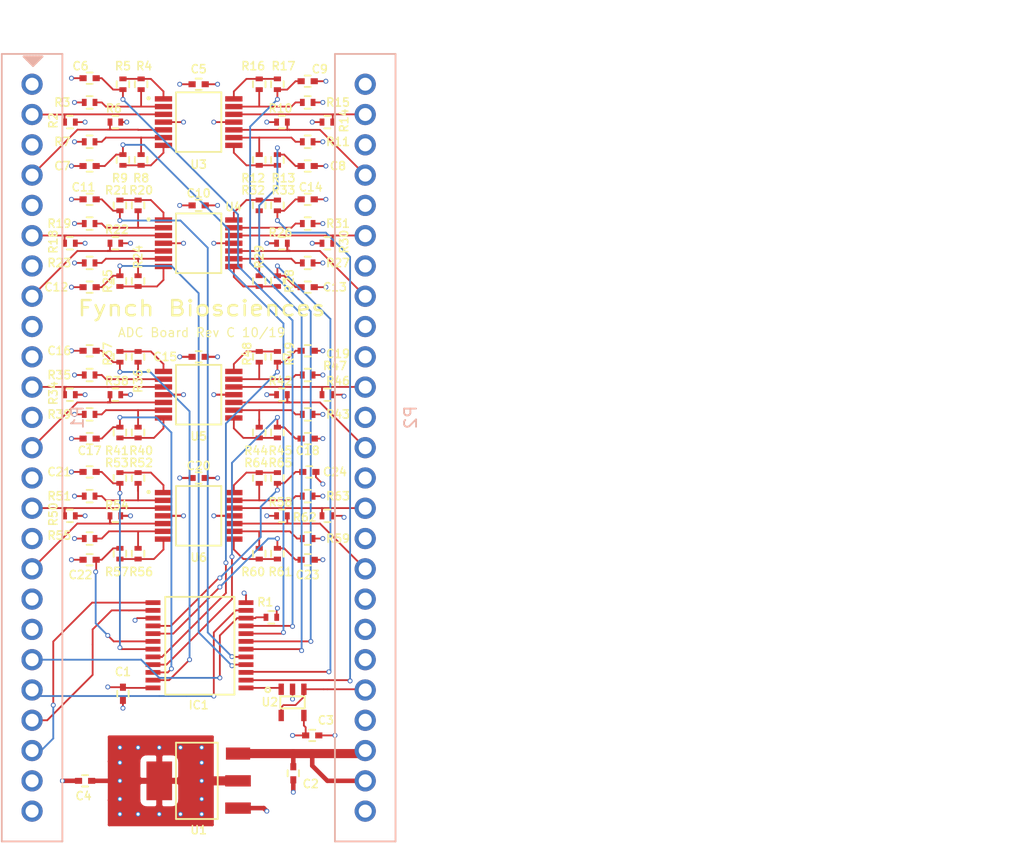
<source format=kicad_pcb>
(kicad_pcb (version 4) (generator gerbview)
  (layers (0 F.Cu signal) (1 In1.Cu signal) (2 In2.Cu signal) (31 B.Cu signal) (34 B.Paste user) (35 F.Paste user) (36 B.SilkS user) (37 F.SilkS user) (38 B.Mask user) (39 F.Mask user) (44 Edge.Cuts user))
  (gr_line (start 109.30097 54.06907) (end 109.04697 53.81507) (layer B.SilkS) (width 0.2))
  (gr_line (start 109.55497 53.81507) (end 109.30097 54.06907) (layer B.SilkS) (width 0.2))
  (gr_line (start 109.55497 54.06907) (end 109.55497 53.81507) (layer B.SilkS) (width 0.2))
  (gr_line (start 109.04697 54.06907) (end 109.55497 54.06907) (layer B.SilkS) (width 0.2))
  (gr_line (start 109.04697 53.56107) (end 109.04697 54.06907) (layer B.SilkS) (width 0.2))
  (gr_line (start 109.30097 53.81507) (end 109.04697 53.56107) (layer B.SilkS) (width 0.2))
  (gr_line (start 109.55497 53.56107) (end 109.30097 53.81507) (layer B.SilkS) (width 0.2))
  (gr_line (start 109.55497 53.81507) (end 109.55497 53.56107) (layer B.SilkS) (width 0.2))
  (gr_line (start 109.80897 53.56107) (end 109.55497 53.81507) (layer B.SilkS) (width 0.2))
  (gr_line (start 109.80897 53.81507) (end 109.80897 53.56107) (layer B.SilkS) (width 0.2))
  (gr_line (start 109.04697 53.81507) (end 109.80897 53.81507) (layer B.SilkS) (width 0.2))
  (gr_line (start 108.79297 53.56107) (end 109.04697 53.81507) (layer B.SilkS) (width 0.2))
  (gr_line (start 108.79297 53.81507) (end 108.79297 53.56107) (layer B.SilkS) (width 0.2))
  (gr_line (start 109.04697 53.81507) (end 108.79297 53.81507) (layer B.SilkS) (width 0.2))
  (gr_line (start 109.30097 53.56107) (end 109.04697 53.81507) (layer B.SilkS) (width 0.2))
  (gr_line (start 109.30097 54.32307) (end 109.30097 53.56107) (layer B.SilkS) (width 0.2))
  (gr_line (start 110.06297 53.56107) (end 108.53897 53.56107) (layer B.SilkS) (width 0.2))
  (gr_line (start 109.30097 54.32307) (end 110.06297 53.56107) (layer B.SilkS) (width 0.2))
  (gr_line (start 108.53897 53.56107) (end 109.30097 54.32307) (layer B.SilkS) (width 0.2))
  (gr_line (start 106.68 119.38) (end 111.76 119.38) (layer B.SilkS) (width 0.15))
  (gr_line (start 106.68 53.34) (end 111.76 53.34) (layer B.SilkS) (width 0.15))
  (gr_line (start 106.68 53.34) (end 106.68 119.38) (layer B.SilkS) (width 0.15))
  (gr_line (start 111.76 119.38) (end 111.76 53.34) (layer B.SilkS) (width 0.15))
  (gr_line (start 134.62 119.38) (end 139.7 119.38) (layer B.SilkS) (width 0.15))
  (gr_line (start 134.62 53.34) (end 139.7 53.34) (layer B.SilkS) (width 0.15))
  (gr_line (start 134.62 53.34) (end 134.62 119.38) (layer B.SilkS) (width 0.15))
  (gr_line (start 139.7 119.38) (end 139.7 53.34) (layer B.SilkS) (width 0.15))
  (gr_line (start 113.48238 83.0819) (end 112.48238 83.0819) (layer B.SilkS) (width 0.15))
  (gr_line (start 112.48238 83.0819) (end 112.48238 83.46286) (layer B.SilkS) (width 0.15))
  (gr_line (start 112.48238 83.46286) (end 112.53 83.5581) (layer B.SilkS) (width 0.15))
  (gr_line (start 112.53 83.5581) (end 112.57762 83.60571) (layer B.SilkS) (width 0.15))
  (gr_line (start 112.57762 83.60571) (end 112.67286 83.65333) (layer B.SilkS) (width 0.15))
  (gr_line (start 112.67286 83.65333) (end 112.81571 83.65333) (layer B.SilkS) (width 0.15))
  (gr_line (start 112.81571 83.65333) (end 112.91095 83.60571) (layer B.SilkS) (width 0.15))
  (gr_line (start 112.91095 83.60571) (end 112.95857 83.5581) (layer B.SilkS) (width 0.15))
  (gr_line (start 112.95857 83.5581) (end 113.00619 83.46286) (layer B.SilkS) (width 0.15))
  (gr_line (start 113.00619 83.46286) (end 113.00619 83.0819) (layer B.SilkS) (width 0.15))
  (gr_line (start 113.48238 84.60571) (end 113.48238 84.03429) (layer B.SilkS) (width 0.15))
  (gr_line (start 113.48238 84.32) (end 112.48238 84.32) (layer B.SilkS) (width 0.15))
  (gr_line (start 112.48238 84.32) (end 112.62524 84.22476) (layer B.SilkS) (width 0.15))
  (gr_line (start 112.62524 84.22476) (end 112.72048 84.12952) (layer B.SilkS) (width 0.15))
  (gr_line (start 112.72048 84.12952) (end 112.7681 84.03429) (layer B.SilkS) (width 0.15))
  (gr_line (start 141.42238 83.0819) (end 140.42238 83.0819) (layer B.SilkS) (width 0.15))
  (gr_line (start 140.42238 83.0819) (end 140.42238 83.46286) (layer B.SilkS) (width 0.15))
  (gr_line (start 140.42238 83.46286) (end 140.47 83.5581) (layer B.SilkS) (width 0.15))
  (gr_line (start 140.47 83.5581) (end 140.51762 83.60571) (layer B.SilkS) (width 0.15))
  (gr_line (start 140.51762 83.60571) (end 140.61286 83.65333) (layer B.SilkS) (width 0.15))
  (gr_line (start 140.61286 83.65333) (end 140.75571 83.65333) (layer B.SilkS) (width 0.15))
  (gr_line (start 140.75571 83.65333) (end 140.85095 83.60571) (layer B.SilkS) (width 0.15))
  (gr_line (start 140.85095 83.60571) (end 140.89857 83.5581) (layer B.SilkS) (width 0.15))
  (gr_line (start 140.89857 83.5581) (end 140.94619 83.46286) (layer B.SilkS) (width 0.15))
  (gr_line (start 140.94619 83.46286) (end 140.94619 83.0819) (layer B.SilkS) (width 0.15))
  (gr_line (start 140.51762 84.03429) (end 140.47 84.0819) (layer B.SilkS) (width 0.15))
  (gr_line (start 140.47 84.0819) (end 140.42238 84.17714) (layer B.SilkS) (width 0.15))
  (gr_line (start 140.42238 84.17714) (end 140.42238 84.41524) (layer B.SilkS) (width 0.15))
  (gr_line (start 140.42238 84.41524) (end 140.47 84.51048) (layer B.SilkS) (width 0.15))
  (gr_line (start 140.47 84.51048) (end 140.51762 84.5581) (layer B.SilkS) (width 0.15))
  (gr_line (start 140.51762 84.5581) (end 140.61286 84.60571) (layer B.SilkS) (width 0.15))
  (gr_line (start 140.61286 84.60571) (end 140.7081 84.60571) (layer B.SilkS) (width 0.15))
  (gr_line (start 140.7081 84.60571) (end 140.85095 84.5581) (layer B.SilkS) (width 0.15))
  (gr_line (start 140.85095 84.5581) (end 141.42238 83.98667) (layer B.SilkS) (width 0.15))
  (gr_line (start 141.42238 83.98667) (end 141.42238 84.60571) (layer B.SilkS) (width 0.15))
  (gr_line (start 116.569 76.833) (end 116.92614 76.833) (layer F.SilkS) (width 0.1))
  (gr_line (start 116.49757 77.04729) (end 116.74757 76.29729) (layer F.SilkS) (width 0.1))
  (gr_line (start 116.74757 76.29729) (end 116.99757 77.04729) (layer F.SilkS) (width 0.1))
  (gr_line (start 117.24757 77.04729) (end 117.24757 76.29729) (layer F.SilkS) (width 0.1))
  (gr_line (start 117.24757 76.29729) (end 117.42614 76.29729) (layer F.SilkS) (width 0.1))
  (gr_line (start 117.42614 76.29729) (end 117.53329 76.333) (layer F.SilkS) (width 0.1))
  (gr_line (start 117.53329 76.333) (end 117.60471 76.40443) (layer F.SilkS) (width 0.1))
  (gr_line (start 117.60471 76.40443) (end 117.64043 76.47586) (layer F.SilkS) (width 0.1))
  (gr_line (start 117.64043 76.47586) (end 117.67614 76.61871) (layer F.SilkS) (width 0.1))
  (gr_line (start 117.67614 76.61871) (end 117.67614 76.72586) (layer F.SilkS) (width 0.1))
  (gr_line (start 117.67614 76.72586) (end 117.64043 76.86871) (layer F.SilkS) (width 0.1))
  (gr_line (start 117.64043 76.86871) (end 117.60471 76.94014) (layer F.SilkS) (width 0.1))
  (gr_line (start 117.60471 76.94014) (end 117.53329 77.01157) (layer F.SilkS) (width 0.1))
  (gr_line (start 117.53329 77.01157) (end 117.42614 77.04729) (layer F.SilkS) (width 0.1))
  (gr_line (start 117.42614 77.04729) (end 117.24757 77.04729) (layer F.SilkS) (width 0.1))
  (gr_line (start 118.42614 76.97586) (end 118.39043 77.01157) (layer F.SilkS) (width 0.1))
  (gr_line (start 118.39043 77.01157) (end 118.28329 77.04729) (layer F.SilkS) (width 0.1))
  (gr_line (start 118.28329 77.04729) (end 118.21186 77.04729) (layer F.SilkS) (width 0.1))
  (gr_line (start 118.21186 77.04729) (end 118.10471 77.01157) (layer F.SilkS) (width 0.1))
  (gr_line (start 118.10471 77.01157) (end 118.03329 76.94014) (layer F.SilkS) (width 0.1))
  (gr_line (start 118.03329 76.94014) (end 117.99757 76.86871) (layer F.SilkS) (width 0.1))
  (gr_line (start 117.99757 76.86871) (end 117.96186 76.72586) (layer F.SilkS) (width 0.1))
  (gr_line (start 117.96186 76.72586) (end 117.96186 76.61871) (layer F.SilkS) (width 0.1))
  (gr_line (start 117.96186 76.61871) (end 117.99757 76.47586) (layer F.SilkS) (width 0.1))
  (gr_line (start 117.99757 76.47586) (end 118.03329 76.40443) (layer F.SilkS) (width 0.1))
  (gr_line (start 118.03329 76.40443) (end 118.10471 76.333) (layer F.SilkS) (width 0.1))
  (gr_line (start 118.10471 76.333) (end 118.21186 76.29729) (layer F.SilkS) (width 0.1))
  (gr_line (start 118.21186 76.29729) (end 118.28329 76.29729) (layer F.SilkS) (width 0.1))
  (gr_line (start 118.28329 76.29729) (end 118.39043 76.333) (layer F.SilkS) (width 0.1))
  (gr_line (start 118.39043 76.333) (end 118.42614 76.36871) (layer F.SilkS) (width 0.1))
  (gr_line (start 119.569 76.65443) (end 119.67614 76.69014) (layer F.SilkS) (width 0.1))
  (gr_line (start 119.67614 76.69014) (end 119.71186 76.72586) (layer F.SilkS) (width 0.1))
  (gr_line (start 119.71186 76.72586) (end 119.74757 76.79729) (layer F.SilkS) (width 0.1))
  (gr_line (start 119.74757 76.79729) (end 119.74757 76.90443) (layer F.SilkS) (width 0.1))
  (gr_line (start 119.74757 76.90443) (end 119.71186 76.97586) (layer F.SilkS) (width 0.1))
  (gr_line (start 119.71186 76.97586) (end 119.67614 77.01157) (layer F.SilkS) (width 0.1))
  (gr_line (start 119.67614 77.01157) (end 119.60471 77.04729) (layer F.SilkS) (width 0.1))
  (gr_line (start 119.60471 77.04729) (end 119.319 77.04729) (layer F.SilkS) (width 0.1))
  (gr_line (start 119.319 77.04729) (end 119.319 76.29729) (layer F.SilkS) (width 0.1))
  (gr_line (start 119.319 76.29729) (end 119.569 76.29729) (layer F.SilkS) (width 0.1))
  (gr_line (start 119.569 76.29729) (end 119.64043 76.333) (layer F.SilkS) (width 0.1))
  (gr_line (start 119.64043 76.333) (end 119.67614 76.36871) (layer F.SilkS) (width 0.1))
  (gr_line (start 119.67614 76.36871) (end 119.71186 76.44014) (layer F.SilkS) (width 0.1))
  (gr_line (start 119.71186 76.44014) (end 119.71186 76.51157) (layer F.SilkS) (width 0.1))
  (gr_line (start 119.71186 76.51157) (end 119.67614 76.583) (layer F.SilkS) (width 0.1))
  (gr_line (start 119.67614 76.583) (end 119.64043 76.61871) (layer F.SilkS) (width 0.1))
  (gr_line (start 119.64043 76.61871) (end 119.569 76.65443) (layer F.SilkS) (width 0.1))
  (gr_line (start 119.569 76.65443) (end 119.319 76.65443) (layer F.SilkS) (width 0.1))
  (gr_line (start 120.17614 77.04729) (end 120.10471 77.01157) (layer F.SilkS) (width 0.1))
  (gr_line (start 120.10471 77.01157) (end 120.069 76.97586) (layer F.SilkS) (width 0.1))
  (gr_line (start 120.069 76.97586) (end 120.03329 76.90443) (layer F.SilkS) (width 0.1))
  (gr_line (start 120.03329 76.90443) (end 120.03329 76.69014) (layer F.SilkS) (width 0.1))
  (gr_line (start 120.03329 76.69014) (end 120.069 76.61871) (layer F.SilkS) (width 0.1))
  (gr_line (start 120.069 76.61871) (end 120.10471 76.583) (layer F.SilkS) (width 0.1))
  (gr_line (start 120.10471 76.583) (end 120.17614 76.54729) (layer F.SilkS) (width 0.1))
  (gr_line (start 120.17614 76.54729) (end 120.28329 76.54729) (layer F.SilkS) (width 0.1))
  (gr_line (start 120.28329 76.54729) (end 120.35471 76.583) (layer F.SilkS) (width 0.1))
  (gr_line (start 120.35471 76.583) (end 120.39043 76.61871) (layer F.SilkS) (width 0.1))
  (gr_line (start 120.39043 76.61871) (end 120.42614 76.69014) (layer F.SilkS) (width 0.1))
  (gr_line (start 120.42614 76.69014) (end 120.42614 76.90443) (layer F.SilkS) (width 0.1))
  (gr_line (start 120.42614 76.90443) (end 120.39043 76.97586) (layer F.SilkS) (width 0.1))
  (gr_line (start 120.39043 76.97586) (end 120.35471 77.01157) (layer F.SilkS) (width 0.1))
  (gr_line (start 120.35471 77.01157) (end 120.28329 77.04729) (layer F.SilkS) (width 0.1))
  (gr_line (start 120.28329 77.04729) (end 120.17614 77.04729) (layer F.SilkS) (width 0.1))
  (gr_line (start 121.069 77.04729) (end 121.069 76.65443) (layer F.SilkS) (width 0.1))
  (gr_line (start 121.069 76.65443) (end 121.03329 76.583) (layer F.SilkS) (width 0.1))
  (gr_line (start 121.03329 76.583) (end 120.96186 76.54729) (layer F.SilkS) (width 0.1))
  (gr_line (start 120.96186 76.54729) (end 120.819 76.54729) (layer F.SilkS) (width 0.1))
  (gr_line (start 120.819 76.54729) (end 120.74757 76.583) (layer F.SilkS) (width 0.1))
  (gr_line (start 121.069 77.01157) (end 120.99757 77.04729) (layer F.SilkS) (width 0.1))
  (gr_line (start 120.99757 77.04729) (end 120.819 77.04729) (layer F.SilkS) (width 0.1))
  (gr_line (start 120.819 77.04729) (end 120.74757 77.01157) (layer F.SilkS) (width 0.1))
  (gr_line (start 120.74757 77.01157) (end 120.71186 76.94014) (layer F.SilkS) (width 0.1))
  (gr_line (start 120.71186 76.94014) (end 120.71186 76.86871) (layer F.SilkS) (width 0.1))
  (gr_line (start 120.71186 76.86871) (end 120.74757 76.79729) (layer F.SilkS) (width 0.1))
  (gr_line (start 120.74757 76.79729) (end 120.819 76.76157) (layer F.SilkS) (width 0.1))
  (gr_line (start 120.819 76.76157) (end 120.99757 76.76157) (layer F.SilkS) (width 0.1))
  (gr_line (start 120.99757 76.76157) (end 121.069 76.72586) (layer F.SilkS) (width 0.1))
  (gr_line (start 121.42614 77.04729) (end 121.42614 76.54729) (layer F.SilkS) (width 0.1))
  (gr_line (start 121.42614 76.69014) (end 121.46186 76.61871) (layer F.SilkS) (width 0.1))
  (gr_line (start 121.46186 76.61871) (end 121.49757 76.583) (layer F.SilkS) (width 0.1))
  (gr_line (start 121.49757 76.583) (end 121.569 76.54729) (layer F.SilkS) (width 0.1))
  (gr_line (start 121.569 76.54729) (end 121.64043 76.54729) (layer F.SilkS) (width 0.1))
  (gr_line (start 122.21186 77.04729) (end 122.21186 76.29729) (layer F.SilkS) (width 0.1))
  (gr_line (start 122.21186 77.01157) (end 122.14043 77.04729) (layer F.SilkS) (width 0.1))
  (gr_line (start 122.14043 77.04729) (end 121.99757 77.04729) (layer F.SilkS) (width 0.1))
  (gr_line (start 121.99757 77.04729) (end 121.92614 77.01157) (layer F.SilkS) (width 0.1))
  (gr_line (start 121.92614 77.01157) (end 121.89043 76.97586) (layer F.SilkS) (width 0.1))
  (gr_line (start 121.89043 76.97586) (end 121.85471 76.90443) (layer F.SilkS) (width 0.1))
  (gr_line (start 121.85471 76.90443) (end 121.85471 76.69014) (layer F.SilkS) (width 0.1))
  (gr_line (start 121.85471 76.69014) (end 121.89043 76.61871) (layer F.SilkS) (width 0.1))
  (gr_line (start 121.89043 76.61871) (end 121.92614 76.583) (layer F.SilkS) (width 0.1))
  (gr_line (start 121.92614 76.583) (end 121.99757 76.54729) (layer F.SilkS) (width 0.1))
  (gr_line (start 121.99757 76.54729) (end 122.14043 76.54729) (layer F.SilkS) (width 0.1))
  (gr_line (start 122.14043 76.54729) (end 122.21186 76.583) (layer F.SilkS) (width 0.1))
  (gr_line (start 123.569 77.04729) (end 123.319 76.69014) (layer F.SilkS) (width 0.1))
  (gr_line (start 123.14043 77.04729) (end 123.14043 76.29729) (layer F.SilkS) (width 0.1))
  (gr_line (start 123.14043 76.29729) (end 123.42614 76.29729) (layer F.SilkS) (width 0.1))
  (gr_line (start 123.42614 76.29729) (end 123.49757 76.333) (layer F.SilkS) (width 0.1))
  (gr_line (start 123.49757 76.333) (end 123.53329 76.36871) (layer F.SilkS) (width 0.1))
  (gr_line (start 123.53329 76.36871) (end 123.569 76.44014) (layer F.SilkS) (width 0.1))
  (gr_line (start 123.569 76.44014) (end 123.569 76.54729) (layer F.SilkS) (width 0.1))
  (gr_line (start 123.569 76.54729) (end 123.53329 76.61871) (layer F.SilkS) (width 0.1))
  (gr_line (start 123.53329 76.61871) (end 123.49757 76.65443) (layer F.SilkS) (width 0.1))
  (gr_line (start 123.49757 76.65443) (end 123.42614 76.69014) (layer F.SilkS) (width 0.1))
  (gr_line (start 123.42614 76.69014) (end 123.14043 76.69014) (layer F.SilkS) (width 0.1))
  (gr_line (start 124.17614 77.01157) (end 124.10471 77.04729) (layer F.SilkS) (width 0.1))
  (gr_line (start 124.10471 77.04729) (end 123.96186 77.04729) (layer F.SilkS) (width 0.1))
  (gr_line (start 123.96186 77.04729) (end 123.89043 77.01157) (layer F.SilkS) (width 0.1))
  (gr_line (start 123.89043 77.01157) (end 123.85471 76.94014) (layer F.SilkS) (width 0.1))
  (gr_line (start 123.85471 76.94014) (end 123.85471 76.65443) (layer F.SilkS) (width 0.1))
  (gr_line (start 123.85471 76.65443) (end 123.89043 76.583) (layer F.SilkS) (width 0.1))
  (gr_line (start 123.89043 76.583) (end 123.96186 76.54729) (layer F.SilkS) (width 0.1))
  (gr_line (start 123.96186 76.54729) (end 124.10471 76.54729) (layer F.SilkS) (width 0.1))
  (gr_line (start 124.10471 76.54729) (end 124.17614 76.583) (layer F.SilkS) (width 0.1))
  (gr_line (start 124.17614 76.583) (end 124.21186 76.65443) (layer F.SilkS) (width 0.1))
  (gr_line (start 124.21186 76.65443) (end 124.21186 76.72586) (layer F.SilkS) (width 0.1))
  (gr_line (start 124.21186 76.72586) (end 123.85471 76.79729) (layer F.SilkS) (width 0.1))
  (gr_line (start 124.46186 76.54729) (end 124.64043 77.04729) (layer F.SilkS) (width 0.1))
  (gr_line (start 124.64043 77.04729) (end 124.819 76.54729) (layer F.SilkS) (width 0.1))
  (gr_line (start 126.10471 76.97586) (end 126.069 77.01157) (layer F.SilkS) (width 0.1))
  (gr_line (start 126.069 77.01157) (end 125.96186 77.04729) (layer F.SilkS) (width 0.1))
  (gr_line (start 125.96186 77.04729) (end 125.89043 77.04729) (layer F.SilkS) (width 0.1))
  (gr_line (start 125.89043 77.04729) (end 125.78329 77.01157) (layer F.SilkS) (width 0.1))
  (gr_line (start 125.78329 77.01157) (end 125.71186 76.94014) (layer F.SilkS) (width 0.1))
  (gr_line (start 125.71186 76.94014) (end 125.67614 76.86871) (layer F.SilkS) (width 0.1))
  (gr_line (start 125.67614 76.86871) (end 125.64043 76.72586) (layer F.SilkS) (width 0.1))
  (gr_line (start 125.64043 76.72586) (end 125.64043 76.61871) (layer F.SilkS) (width 0.1))
  (gr_line (start 125.64043 76.61871) (end 125.67614 76.47586) (layer F.SilkS) (width 0.1))
  (gr_line (start 125.67614 76.47586) (end 125.71186 76.40443) (layer F.SilkS) (width 0.1))
  (gr_line (start 125.71186 76.40443) (end 125.78329 76.333) (layer F.SilkS) (width 0.1))
  (gr_line (start 125.78329 76.333) (end 125.89043 76.29729) (layer F.SilkS) (width 0.1))
  (gr_line (start 125.89043 76.29729) (end 125.96186 76.29729) (layer F.SilkS) (width 0.1))
  (gr_line (start 125.96186 76.29729) (end 126.069 76.333) (layer F.SilkS) (width 0.1))
  (gr_line (start 126.069 76.333) (end 126.10471 76.36871) (layer F.SilkS) (width 0.1))
  (gr_line (start 127.39043 77.04729) (end 126.96186 77.04729) (layer F.SilkS) (width 0.1))
  (gr_line (start 127.17614 77.04729) (end 127.17614 76.29729) (layer F.SilkS) (width 0.1))
  (gr_line (start 127.17614 76.29729) (end 127.10471 76.40443) (layer F.SilkS) (width 0.1))
  (gr_line (start 127.10471 76.40443) (end 127.03329 76.47586) (layer F.SilkS) (width 0.1))
  (gr_line (start 127.03329 76.47586) (end 126.96186 76.51157) (layer F.SilkS) (width 0.1))
  (gr_line (start 127.85471 76.29729) (end 127.92614 76.29729) (layer F.SilkS) (width 0.1))
  (gr_line (start 127.92614 76.29729) (end 127.99757 76.333) (layer F.SilkS) (width 0.1))
  (gr_line (start 127.99757 76.333) (end 128.03329 76.36871) (layer F.SilkS) (width 0.1))
  (gr_line (start 128.03329 76.36871) (end 128.069 76.44014) (layer F.SilkS) (width 0.1))
  (gr_line (start 128.069 76.44014) (end 128.10471 76.583) (layer F.SilkS) (width 0.1))
  (gr_line (start 128.10471 76.583) (end 128.10471 76.76157) (layer F.SilkS) (width 0.1))
  (gr_line (start 128.10471 76.76157) (end 128.069 76.90443) (layer F.SilkS) (width 0.1))
  (gr_line (start 128.069 76.90443) (end 128.03329 76.97586) (layer F.SilkS) (width 0.1))
  (gr_line (start 128.03329 76.97586) (end 127.99757 77.01157) (layer F.SilkS) (width 0.1))
  (gr_line (start 127.99757 77.01157) (end 127.92614 77.04729) (layer F.SilkS) (width 0.1))
  (gr_line (start 127.92614 77.04729) (end 127.85471 77.04729) (layer F.SilkS) (width 0.1))
  (gr_line (start 127.85471 77.04729) (end 127.78329 77.01157) (layer F.SilkS) (width 0.1))
  (gr_line (start 127.78329 77.01157) (end 127.74757 76.97586) (layer F.SilkS) (width 0.1))
  (gr_line (start 127.74757 76.97586) (end 127.71186 76.90443) (layer F.SilkS) (width 0.1))
  (gr_line (start 127.71186 76.90443) (end 127.67614 76.76157) (layer F.SilkS) (width 0.1))
  (gr_line (start 127.67614 76.76157) (end 127.67614 76.583) (layer F.SilkS) (width 0.1))
  (gr_line (start 127.67614 76.583) (end 127.71186 76.44014) (layer F.SilkS) (width 0.1))
  (gr_line (start 127.71186 76.44014) (end 127.74757 76.36871) (layer F.SilkS) (width 0.1))
  (gr_line (start 127.74757 76.36871) (end 127.78329 76.333) (layer F.SilkS) (width 0.1))
  (gr_line (start 127.78329 76.333) (end 127.85471 76.29729) (layer F.SilkS) (width 0.1))
  (gr_line (start 128.96186 76.26157) (end 128.319 77.22586) (layer F.SilkS) (width 0.1))
  (gr_line (start 129.60471 77.04729) (end 129.17614 77.04729) (layer F.SilkS) (width 0.1))
  (gr_line (start 129.39043 77.04729) (end 129.39043 76.29729) (layer F.SilkS) (width 0.1))
  (gr_line (start 129.39043 76.29729) (end 129.319 76.40443) (layer F.SilkS) (width 0.1))
  (gr_line (start 129.319 76.40443) (end 129.24757 76.47586) (layer F.SilkS) (width 0.1))
  (gr_line (start 129.24757 76.47586) (end 129.17614 76.51157) (layer F.SilkS) (width 0.1))
  (gr_line (start 129.96186 77.04729) (end 130.10471 77.04729) (layer F.SilkS) (width 0.1))
  (gr_line (start 130.10471 77.04729) (end 130.17614 77.01157) (layer F.SilkS) (width 0.1))
  (gr_line (start 130.17614 77.01157) (end 130.21186 76.97586) (layer F.SilkS) (width 0.1))
  (gr_line (start 130.21186 76.97586) (end 130.28329 76.86871) (layer F.SilkS) (width 0.1))
  (gr_line (start 130.28329 76.86871) (end 130.319 76.72586) (layer F.SilkS) (width 0.1))
  (gr_line (start 130.319 76.72586) (end 130.319 76.44014) (layer F.SilkS) (width 0.1))
  (gr_line (start 130.319 76.44014) (end 130.28329 76.36871) (layer F.SilkS) (width 0.1))
  (gr_line (start 130.28329 76.36871) (end 130.24757 76.333) (layer F.SilkS) (width 0.1))
  (gr_line (start 130.24757 76.333) (end 130.17614 76.29729) (layer F.SilkS) (width 0.1))
  (gr_line (start 130.17614 76.29729) (end 130.03329 76.29729) (layer F.SilkS) (width 0.1))
  (gr_line (start 130.03329 76.29729) (end 129.96186 76.333) (layer F.SilkS) (width 0.1))
  (gr_line (start 129.96186 76.333) (end 129.92614 76.36871) (layer F.SilkS) (width 0.1))
  (gr_line (start 129.92614 76.36871) (end 129.89043 76.44014) (layer F.SilkS) (width 0.1))
  (gr_line (start 129.89043 76.44014) (end 129.89043 76.61871) (layer F.SilkS) (width 0.1))
  (gr_line (start 129.89043 76.61871) (end 129.92614 76.69014) (layer F.SilkS) (width 0.1))
  (gr_line (start 129.92614 76.69014) (end 129.96186 76.72586) (layer F.SilkS) (width 0.1))
  (gr_line (start 129.96186 76.72586) (end 130.03329 76.76157) (layer F.SilkS) (width 0.1))
  (gr_line (start 130.03329 76.76157) (end 130.17614 76.76157) (layer F.SilkS) (width 0.1))
  (gr_line (start 130.17614 76.76157) (end 130.24757 76.72586) (layer F.SilkS) (width 0.1))
  (gr_line (start 130.24757 76.72586) (end 130.28329 76.69014) (layer F.SilkS) (width 0.1))
  (gr_line (start 130.28329 76.69014) (end 130.319 76.61871) (layer F.SilkS) (width 0.1))
  (gr_line (start 113.90829 74.58529) (end 113.40829 74.58529) (layer F.SilkS) (width 0.2032))
  (gr_line (start 113.40829 75.25052) (end 113.40829 73.98052) (layer F.SilkS) (width 0.2032))
  (gr_line (start 113.40829 73.98052) (end 114.12257 73.98052) (layer F.SilkS) (width 0.2032))
  (gr_line (start 114.55114 74.40386) (end 114.90829 75.25052) (layer F.SilkS) (width 0.2032))
  (gr_line (start 115.26543 74.40386) (end 114.90829 75.25052) (layer F.SilkS) (width 0.2032))
  (gr_line (start 114.90829 75.25052) (end 114.76543 75.5529) (layer F.SilkS) (width 0.2032))
  (gr_line (start 114.76543 75.5529) (end 114.694 75.61338) (layer F.SilkS) (width 0.2032))
  (gr_line (start 114.694 75.61338) (end 114.55114 75.67386) (layer F.SilkS) (width 0.2032))
  (gr_line (start 115.83686 74.40386) (end 115.83686 75.25052) (layer F.SilkS) (width 0.2032))
  (gr_line (start 115.83686 74.52481) (end 115.90829 74.46433) (layer F.SilkS) (width 0.2032))
  (gr_line (start 115.90829 74.46433) (end 116.05114 74.40386) (layer F.SilkS) (width 0.2032))
  (gr_line (start 116.05114 74.40386) (end 116.26543 74.40386) (layer F.SilkS) (width 0.2032))
  (gr_line (start 116.26543 74.40386) (end 116.40829 74.46433) (layer F.SilkS) (width 0.2032))
  (gr_line (start 116.40829 74.46433) (end 116.47971 74.58529) (layer F.SilkS) (width 0.2032))
  (gr_line (start 116.47971 74.58529) (end 116.47971 75.25052) (layer F.SilkS) (width 0.2032))
  (gr_line (start 117.83686 75.19005) (end 117.694 75.25052) (layer F.SilkS) (width 0.2032))
  (gr_line (start 117.694 75.25052) (end 117.40829 75.25052) (layer F.SilkS) (width 0.2032))
  (gr_line (start 117.40829 75.25052) (end 117.26543 75.19005) (layer F.SilkS) (width 0.2032))
  (gr_line (start 117.26543 75.19005) (end 117.194 75.12957) (layer F.SilkS) (width 0.2032))
  (gr_line (start 117.194 75.12957) (end 117.12257 75.00862) (layer F.SilkS) (width 0.2032))
  (gr_line (start 117.12257 75.00862) (end 117.12257 74.64576) (layer F.SilkS) (width 0.2032))
  (gr_line (start 117.12257 74.64576) (end 117.194 74.52481) (layer F.SilkS) (width 0.2032))
  (gr_line (start 117.194 74.52481) (end 117.26543 74.46433) (layer F.SilkS) (width 0.2032))
  (gr_line (start 117.26543 74.46433) (end 117.40829 74.40386) (layer F.SilkS) (width 0.2032))
  (gr_line (start 117.40829 74.40386) (end 117.694 74.40386) (layer F.SilkS) (width 0.2032))
  (gr_line (start 117.694 74.40386) (end 117.83686 74.46433) (layer F.SilkS) (width 0.2032))
  (gr_line (start 118.47971 75.25052) (end 118.47971 73.98052) (layer F.SilkS) (width 0.2032))
  (gr_line (start 119.12257 75.25052) (end 119.12257 74.58529) (layer F.SilkS) (width 0.2032))
  (gr_line (start 119.12257 74.58529) (end 119.05114 74.46433) (layer F.SilkS) (width 0.2032))
  (gr_line (start 119.05114 74.46433) (end 118.90829 74.40386) (layer F.SilkS) (width 0.2032))
  (gr_line (start 118.90829 74.40386) (end 118.694 74.40386) (layer F.SilkS) (width 0.2032))
  (gr_line (start 118.694 74.40386) (end 118.55114 74.46433) (layer F.SilkS) (width 0.2032))
  (gr_line (start 118.55114 74.46433) (end 118.47971 74.52481) (layer F.SilkS) (width 0.2032))
  (gr_line (start 121.47971 74.58529) (end 121.694 74.64576) (layer F.SilkS) (width 0.2032))
  (gr_line (start 121.694 74.64576) (end 121.76543 74.70624) (layer F.SilkS) (width 0.2032))
  (gr_line (start 121.76543 74.70624) (end 121.83686 74.82719) (layer F.SilkS) (width 0.2032))
  (gr_line (start 121.83686 74.82719) (end 121.83686 75.00862) (layer F.SilkS) (width 0.2032))
  (gr_line (start 121.83686 75.00862) (end 121.76543 75.12957) (layer F.SilkS) (width 0.2032))
  (gr_line (start 121.76543 75.12957) (end 121.694 75.19005) (layer F.SilkS) (width 0.2032))
  (gr_line (start 121.694 75.19005) (end 121.55114 75.25052) (layer F.SilkS) (width 0.2032))
  (gr_line (start 121.55114 75.25052) (end 120.97971 75.25052) (layer F.SilkS) (width 0.2032))
  (gr_line (start 120.97971 75.25052) (end 120.97971 73.98052) (layer F.SilkS) (width 0.2032))
  (gr_line (start 120.97971 73.98052) (end 121.47971 73.98052) (layer F.SilkS) (width 0.2032))
  (gr_line (start 121.47971 73.98052) (end 121.62257 74.041) (layer F.SilkS) (width 0.2032))
  (gr_line (start 121.62257 74.041) (end 121.694 74.10148) (layer F.SilkS) (width 0.2032))
  (gr_line (start 121.694 74.10148) (end 121.76543 74.22243) (layer F.SilkS) (width 0.2032))
  (gr_line (start 121.76543 74.22243) (end 121.76543 74.34338) (layer F.SilkS) (width 0.2032))
  (gr_line (start 121.76543 74.34338) (end 121.694 74.46433) (layer F.SilkS) (width 0.2032))
  (gr_line (start 121.694 74.46433) (end 121.62257 74.52481) (layer F.SilkS) (width 0.2032))
  (gr_line (start 121.62257 74.52481) (end 121.47971 74.58529) (layer F.SilkS) (width 0.2032))
  (gr_line (start 121.47971 74.58529) (end 120.97971 74.58529) (layer F.SilkS) (width 0.2032))
  (gr_line (start 122.47971 75.25052) (end 122.47971 74.40386) (layer F.SilkS) (width 0.2032))
  (gr_line (start 122.47971 73.98052) (end 122.40829 74.041) (layer F.SilkS) (width 0.2032))
  (gr_line (start 122.40829 74.041) (end 122.47971 74.10148) (layer F.SilkS) (width 0.2032))
  (gr_line (start 122.47971 74.10148) (end 122.55114 74.041) (layer F.SilkS) (width 0.2032))
  (gr_line (start 122.55114 74.041) (end 122.47971 73.98052) (layer F.SilkS) (width 0.2032))
  (gr_line (start 122.47971 73.98052) (end 122.47971 74.10148) (layer F.SilkS) (width 0.2032))
  (gr_line (start 123.40829 75.25052) (end 123.26543 75.19005) (layer F.SilkS) (width 0.2032))
  (gr_line (start 123.26543 75.19005) (end 123.194 75.12957) (layer F.SilkS) (width 0.2032))
  (gr_line (start 123.194 75.12957) (end 123.12257 75.00862) (layer F.SilkS) (width 0.2032))
  (gr_line (start 123.12257 75.00862) (end 123.12257 74.64576) (layer F.SilkS) (width 0.2032))
  (gr_line (start 123.12257 74.64576) (end 123.194 74.52481) (layer F.SilkS) (width 0.2032))
  (gr_line (start 123.194 74.52481) (end 123.26543 74.46433) (layer F.SilkS) (width 0.2032))
  (gr_line (start 123.26543 74.46433) (end 123.40829 74.40386) (layer F.SilkS) (width 0.2032))
  (gr_line (start 123.40829 74.40386) (end 123.62257 74.40386) (layer F.SilkS) (width 0.2032))
  (gr_line (start 123.62257 74.40386) (end 123.76543 74.46433) (layer F.SilkS) (width 0.2032))
  (gr_line (start 123.76543 74.46433) (end 123.83686 74.52481) (layer F.SilkS) (width 0.2032))
  (gr_line (start 123.83686 74.52481) (end 123.90829 74.64576) (layer F.SilkS) (width 0.2032))
  (gr_line (start 123.90829 74.64576) (end 123.90829 75.00862) (layer F.SilkS) (width 0.2032))
  (gr_line (start 123.90829 75.00862) (end 123.83686 75.12957) (layer F.SilkS) (width 0.2032))
  (gr_line (start 123.83686 75.12957) (end 123.76543 75.19005) (layer F.SilkS) (width 0.2032))
  (gr_line (start 123.76543 75.19005) (end 123.62257 75.25052) (layer F.SilkS) (width 0.2032))
  (gr_line (start 123.62257 75.25052) (end 123.40829 75.25052) (layer F.SilkS) (width 0.2032))
  (gr_line (start 124.47971 75.19005) (end 124.62257 75.25052) (layer F.SilkS) (width 0.2032))
  (gr_line (start 124.62257 75.25052) (end 124.90829 75.25052) (layer F.SilkS) (width 0.2032))
  (gr_line (start 124.90829 75.25052) (end 125.05114 75.19005) (layer F.SilkS) (width 0.2032))
  (gr_line (start 125.05114 75.19005) (end 125.12257 75.0691) (layer F.SilkS) (width 0.2032))
  (gr_line (start 125.12257 75.0691) (end 125.12257 75.00862) (layer F.SilkS) (width 0.2032))
  (gr_line (start 125.12257 75.00862) (end 125.05114 74.88767) (layer F.SilkS) (width 0.2032))
  (gr_line (start 125.05114 74.88767) (end 124.90829 74.82719) (layer F.SilkS) (width 0.2032))
  (gr_line (start 124.90829 74.82719) (end 124.694 74.82719) (layer F.SilkS) (width 0.2032))
  (gr_line (start 124.694 74.82719) (end 124.55114 74.76671) (layer F.SilkS) (width 0.2032))
  (gr_line (start 124.55114 74.76671) (end 124.47971 74.64576) (layer F.SilkS) (width 0.2032))
  (gr_line (start 124.47971 74.64576) (end 124.47971 74.58529) (layer F.SilkS) (width 0.2032))
  (gr_line (start 124.47971 74.58529) (end 124.55114 74.46433) (layer F.SilkS) (width 0.2032))
  (gr_line (start 124.55114 74.46433) (end 124.694 74.40386) (layer F.SilkS) (width 0.2032))
  (gr_line (start 124.694 74.40386) (end 124.90829 74.40386) (layer F.SilkS) (width 0.2032))
  (gr_line (start 124.90829 74.40386) (end 125.05114 74.46433) (layer F.SilkS) (width 0.2032))
  (gr_line (start 126.40829 75.19005) (end 126.26543 75.25052) (layer F.SilkS) (width 0.2032))
  (gr_line (start 126.26543 75.25052) (end 125.97971 75.25052) (layer F.SilkS) (width 0.2032))
  (gr_line (start 125.97971 75.25052) (end 125.83686 75.19005) (layer F.SilkS) (width 0.2032))
  (gr_line (start 125.83686 75.19005) (end 125.76543 75.12957) (layer F.SilkS) (width 0.2032))
  (gr_line (start 125.76543 75.12957) (end 125.694 75.00862) (layer F.SilkS) (width 0.2032))
  (gr_line (start 125.694 75.00862) (end 125.694 74.64576) (layer F.SilkS) (width 0.2032))
  (gr_line (start 125.694 74.64576) (end 125.76543 74.52481) (layer F.SilkS) (width 0.2032))
  (gr_line (start 125.76543 74.52481) (end 125.83686 74.46433) (layer F.SilkS) (width 0.2032))
  (gr_line (start 125.83686 74.46433) (end 125.97971 74.40386) (layer F.SilkS) (width 0.2032))
  (gr_line (start 125.97971 74.40386) (end 126.26543 74.40386) (layer F.SilkS) (width 0.2032))
  (gr_line (start 126.26543 74.40386) (end 126.40829 74.46433) (layer F.SilkS) (width 0.2032))
  (gr_line (start 127.05114 75.25052) (end 127.05114 74.40386) (layer F.SilkS) (width 0.2032))
  (gr_line (start 127.05114 73.98052) (end 126.97971 74.041) (layer F.SilkS) (width 0.2032))
  (gr_line (start 126.97971 74.041) (end 127.05114 74.10148) (layer F.SilkS) (width 0.2032))
  (gr_line (start 127.05114 74.10148) (end 127.12257 74.041) (layer F.SilkS) (width 0.2032))
  (gr_line (start 127.12257 74.041) (end 127.05114 73.98052) (layer F.SilkS) (width 0.2032))
  (gr_line (start 127.05114 73.98052) (end 127.05114 74.10148) (layer F.SilkS) (width 0.2032))
  (gr_line (start 128.33686 75.19005) (end 128.194 75.25052) (layer F.SilkS) (width 0.2032))
  (gr_line (start 128.194 75.25052) (end 127.90829 75.25052) (layer F.SilkS) (width 0.2032))
  (gr_line (start 127.90829 75.25052) (end 127.76543 75.19005) (layer F.SilkS) (width 0.2032))
  (gr_line (start 127.76543 75.19005) (end 127.694 75.0691) (layer F.SilkS) (width 0.2032))
  (gr_line (start 127.694 75.0691) (end 127.694 74.58529) (layer F.SilkS) (width 0.2032))
  (gr_line (start 127.694 74.58529) (end 127.76543 74.46433) (layer F.SilkS) (width 0.2032))
  (gr_line (start 127.76543 74.46433) (end 127.90829 74.40386) (layer F.SilkS) (width 0.2032))
  (gr_line (start 127.90829 74.40386) (end 128.194 74.40386) (layer F.SilkS) (width 0.2032))
  (gr_line (start 128.194 74.40386) (end 128.33686 74.46433) (layer F.SilkS) (width 0.2032))
  (gr_line (start 128.33686 74.46433) (end 128.40829 74.58529) (layer F.SilkS) (width 0.2032))
  (gr_line (start 128.40829 74.58529) (end 128.40829 74.70624) (layer F.SilkS) (width 0.2032))
  (gr_line (start 128.40829 74.70624) (end 127.694 74.82719) (layer F.SilkS) (width 0.2032))
  (gr_line (start 129.05114 74.40386) (end 129.05114 75.25052) (layer F.SilkS) (width 0.2032))
  (gr_line (start 129.05114 74.52481) (end 129.12257 74.46433) (layer F.SilkS) (width 0.2032))
  (gr_line (start 129.12257 74.46433) (end 129.26543 74.40386) (layer F.SilkS) (width 0.2032))
  (gr_line (start 129.26543 74.40386) (end 129.47971 74.40386) (layer F.SilkS) (width 0.2032))
  (gr_line (start 129.47971 74.40386) (end 129.62257 74.46433) (layer F.SilkS) (width 0.2032))
  (gr_line (start 129.62257 74.46433) (end 129.694 74.58529) (layer F.SilkS) (width 0.2032))
  (gr_line (start 129.694 74.58529) (end 129.694 75.25052) (layer F.SilkS) (width 0.2032))
  (gr_line (start 131.05114 75.19005) (end 130.90829 75.25052) (layer F.SilkS) (width 0.2032))
  (gr_line (start 130.90829 75.25052) (end 130.62257 75.25052) (layer F.SilkS) (width 0.2032))
  (gr_line (start 130.62257 75.25052) (end 130.47971 75.19005) (layer F.SilkS) (width 0.2032))
  (gr_line (start 130.47971 75.19005) (end 130.40829 75.12957) (layer F.SilkS) (width 0.2032))
  (gr_line (start 130.40829 75.12957) (end 130.33686 75.00862) (layer F.SilkS) (width 0.2032))
  (gr_line (start 130.33686 75.00862) (end 130.33686 74.64576) (layer F.SilkS) (width 0.2032))
  (gr_line (start 130.33686 74.64576) (end 130.40829 74.52481) (layer F.SilkS) (width 0.2032))
  (gr_line (start 130.40829 74.52481) (end 130.47971 74.46433) (layer F.SilkS) (width 0.2032))
  (gr_line (start 130.47971 74.46433) (end 130.62257 74.40386) (layer F.SilkS) (width 0.2032))
  (gr_line (start 130.62257 74.40386) (end 130.90829 74.40386) (layer F.SilkS) (width 0.2032))
  (gr_line (start 130.90829 74.40386) (end 131.05114 74.46433) (layer F.SilkS) (width 0.2032))
  (gr_line (start 132.26543 75.19005) (end 132.12257 75.25052) (layer F.SilkS) (width 0.2032))
  (gr_line (start 132.12257 75.25052) (end 131.83686 75.25052) (layer F.SilkS) (width 0.2032))
  (gr_line (start 131.83686 75.25052) (end 131.694 75.19005) (layer F.SilkS) (width 0.2032))
  (gr_line (start 131.694 75.19005) (end 131.62257 75.0691) (layer F.SilkS) (width 0.2032))
  (gr_line (start 131.62257 75.0691) (end 131.62257 74.58529) (layer F.SilkS) (width 0.2032))
  (gr_line (start 131.62257 74.58529) (end 131.694 74.46433) (layer F.SilkS) (width 0.2032))
  (gr_line (start 131.694 74.46433) (end 131.83686 74.40386) (layer F.SilkS) (width 0.2032))
  (gr_line (start 131.83686 74.40386) (end 132.12257 74.40386) (layer F.SilkS) (width 0.2032))
  (gr_line (start 132.12257 74.40386) (end 132.26543 74.46433) (layer F.SilkS) (width 0.2032))
  (gr_line (start 132.26543 74.46433) (end 132.33686 74.58529) (layer F.SilkS) (width 0.2032))
  (gr_line (start 132.33686 74.58529) (end 132.33686 74.70624) (layer F.SilkS) (width 0.2032))
  (gr_line (start 132.33686 74.70624) (end 131.62257 74.82719) (layer F.SilkS) (width 0.2032))
  (gr_line (start 132.90829 75.19005) (end 133.05114 75.25052) (layer F.SilkS) (width 0.2032))
  (gr_line (start 133.05114 75.25052) (end 133.33686 75.25052) (layer F.SilkS) (width 0.2032))
  (gr_line (start 133.33686 75.25052) (end 133.47971 75.19005) (layer F.SilkS) (width 0.2032))
  (gr_line (start 133.47971 75.19005) (end 133.55114 75.0691) (layer F.SilkS) (width 0.2032))
  (gr_line (start 133.55114 75.0691) (end 133.55114 75.00862) (layer F.SilkS) (width 0.2032))
  (gr_line (start 133.55114 75.00862) (end 133.47971 74.88767) (layer F.SilkS) (width 0.2032))
  (gr_line (start 133.47971 74.88767) (end 133.33686 74.82719) (layer F.SilkS) (width 0.2032))
  (gr_line (start 133.33686 74.82719) (end 133.12257 74.82719) (layer F.SilkS) (width 0.2032))
  (gr_line (start 133.12257 74.82719) (end 132.97971 74.76671) (layer F.SilkS) (width 0.2032))
  (gr_line (start 132.97971 74.76671) (end 132.90829 74.64576) (layer F.SilkS) (width 0.2032))
  (gr_line (start 132.90829 74.64576) (end 132.90829 74.58529) (layer F.SilkS) (width 0.2032))
  (gr_line (start 132.90829 74.58529) (end 132.97971 74.46433) (layer F.SilkS) (width 0.2032))
  (gr_line (start 132.97971 74.46433) (end 133.12257 74.40386) (layer F.SilkS) (width 0.2032))
  (gr_line (start 133.12257 74.40386) (end 133.33686 74.40386) (layer F.SilkS) (width 0.2032))
  (gr_line (start 133.33686 74.40386) (end 133.47971 74.46433) (layer F.SilkS) (width 0.2032))
  (gr_line (start 132.584 93.455) (end 132.084 93.455) (layer F.SilkS) (width 0.15))
  (gr_line (start 132.084 94.505) (end 132.584 94.505) (layer F.SilkS) (width 0.15))
  (gr_line (start 117.585 84.84) (end 117.585 85.34) (layer F.SilkS) (width 0.15))
  (gr_line (start 118.635 85.34) (end 118.635 84.84) (layer F.SilkS) (width 0.15))
  (gr_line (start 130.319 62.48) (end 130.319 61.98) (layer F.SilkS) (width 0.15))
  (gr_line (start 129.269 61.98) (end 129.269 62.48) (layer F.SilkS) (width 0.15))
  (gr_line (start 117.585 95) (end 117.585 95.5) (layer F.SilkS) (width 0.15))
  (gr_line (start 118.635 95.5) (end 118.635 95) (layer F.SilkS) (width 0.15))
  (gr_line (start 113.796 94.505) (end 114.296 94.505) (layer F.SilkS) (width 0.15))
  (gr_line (start 114.296 93.455) (end 113.796 93.455) (layer F.SilkS) (width 0.15))
  (gr_line (start 132.465 110.965) (end 132.965 110.965) (layer F.SilkS) (width 0.15))
  (gr_line (start 132.965 110.015) (end 132.465 110.015) (layer F.SilkS) (width 0.15))
  (gr_line (start 113.915 113.825) (end 113.415 113.825) (layer F.SilkS) (width 0.15))
  (gr_line (start 113.415 114.775) (end 113.915 114.775) (layer F.SilkS) (width 0.15))
  (gr_line (start 122.94 56.355) (end 123.44 56.355) (layer F.SilkS) (width 0.15))
  (gr_line (start 123.44 55.405) (end 122.94 55.405) (layer F.SilkS) (width 0.15))
  (gr_line (start 114.296 54.897) (end 113.796 54.897) (layer F.SilkS) (width 0.15))
  (gr_line (start 113.796 55.847) (end 114.296 55.847) (layer F.SilkS) (width 0.15))
  (gr_line (start 132.084 63.213) (end 132.584 63.213) (layer F.SilkS) (width 0.15))
  (gr_line (start 132.584 62.263) (end 132.084 62.263) (layer F.SilkS) (width 0.15))
  (gr_line (start 132.084 56.101) (end 132.584 56.101) (layer F.SilkS) (width 0.15))
  (gr_line (start 132.584 55.151) (end 132.084 55.151) (layer F.SilkS) (width 0.15))
  (gr_line (start 122.94 66.515) (end 123.44 66.515) (layer F.SilkS) (width 0.15))
  (gr_line (start 123.44 65.565) (end 122.94 65.565) (layer F.SilkS) (width 0.15))
  (gr_line (start 114.296 65.057) (end 113.796 65.057) (layer F.SilkS) (width 0.15))
  (gr_line (start 113.796 66.007) (end 114.296 66.007) (layer F.SilkS) (width 0.15))
  (gr_line (start 114.296 72.423) (end 113.796 72.423) (layer F.SilkS) (width 0.15))
  (gr_line (start 113.796 73.373) (end 114.296 73.373) (layer F.SilkS) (width 0.15))
  (gr_line (start 132.084 73.373) (end 132.584 73.373) (layer F.SilkS) (width 0.15))
  (gr_line (start 132.584 72.423) (end 132.084 72.423) (layer F.SilkS) (width 0.15))
  (gr_line (start 132.084 66.007) (end 132.584 66.007) (layer F.SilkS) (width 0.15))
  (gr_line (start 132.584 65.057) (end 132.084 65.057) (layer F.SilkS) (width 0.15))
  (gr_line (start 122.94 79.215) (end 123.44 79.215) (layer F.SilkS) (width 0.15))
  (gr_line (start 123.44 78.265) (end 122.94 78.265) (layer F.SilkS) (width 0.15))
  (gr_line (start 114.296 77.757) (end 113.796 77.757) (layer F.SilkS) (width 0.15))
  (gr_line (start 113.796 78.707) (end 114.296 78.707) (layer F.SilkS) (width 0.15))
  (gr_line (start 114.296 85.123) (end 113.796 85.123) (layer F.SilkS) (width 0.15))
  (gr_line (start 113.796 86.073) (end 114.296 86.073) (layer F.SilkS) (width 0.15))
  (gr_line (start 132.084 86.073) (end 132.584 86.073) (layer F.SilkS) (width 0.15))
  (gr_line (start 132.584 85.123) (end 132.084 85.123) (layer F.SilkS) (width 0.15))
  (gr_line (start 132.084 78.707) (end 132.584 78.707) (layer F.SilkS) (width 0.15))
  (gr_line (start 132.584 77.757) (end 132.084 77.757) (layer F.SilkS) (width 0.15))
  (gr_line (start 122.94 89.375) (end 123.44 89.375) (layer F.SilkS) (width 0.15))
  (gr_line (start 123.44 88.425) (end 122.94 88.425) (layer F.SilkS) (width 0.15))
  (gr_line (start 114.296 87.917) (end 113.796 87.917) (layer F.SilkS) (width 0.15))
  (gr_line (start 113.796 88.867) (end 114.296 88.867) (layer F.SilkS) (width 0.15))
  (gr_line (start 114.296 95.283) (end 113.796 95.283) (layer F.SilkS) (width 0.15))
  (gr_line (start 113.796 96.233) (end 114.296 96.233) (layer F.SilkS) (width 0.15))
  (gr_line (start 132.084 96.233) (end 132.584 96.233) (layer F.SilkS) (width 0.15))
  (gr_line (start 132.584 95.283) (end 132.084 95.283) (layer F.SilkS) (width 0.15))
  (gr_line (start 129.536 100.059) (end 129.036 100.059) (layer F.SilkS) (width 0.15))
  (gr_line (start 129.036 101.109) (end 129.536 101.109) (layer F.SilkS) (width 0.15))
  (gr_line (start 112.645 58.53) (end 112.145 58.53) (layer F.SilkS) (width 0.15))
  (gr_line (start 112.145 59.58) (end 112.645 59.58) (layer F.SilkS) (width 0.15))
  (gr_line (start 114.296 56.879) (end 113.796 56.879) (layer F.SilkS) (width 0.15))
  (gr_line (start 113.796 57.929) (end 114.296 57.929) (layer F.SilkS) (width 0.15))
  (gr_line (start 118.889 56.13) (end 118.889 55.63) (layer F.SilkS) (width 0.15))
  (gr_line (start 117.839 55.63) (end 117.839 56.13) (layer F.SilkS) (width 0.15))
  (gr_line (start 116.315 55.63) (end 116.315 56.13) (layer F.SilkS) (width 0.15))
  (gr_line (start 117.365 56.13) (end 117.365 55.63) (layer F.SilkS) (width 0.15))
  (gr_line (start 116.455 58.53) (end 115.955 58.53) (layer F.SilkS) (width 0.15))
  (gr_line (start 115.955 59.58) (end 116.455 59.58) (layer F.SilkS) (width 0.15))
  (gr_line (start 113.796 61.231) (end 114.296 61.231) (layer F.SilkS) (width 0.15))
  (gr_line (start 114.296 60.181) (end 113.796 60.181) (layer F.SilkS) (width 0.15))
  (gr_line (start 117.839 61.98) (end 117.839 62.48) (layer F.SilkS) (width 0.15))
  (gr_line (start 118.889 62.48) (end 118.889 61.98) (layer F.SilkS) (width 0.15))
  (gr_line (start 117.365 62.48) (end 117.365 61.98) (layer F.SilkS) (width 0.15))
  (gr_line (start 116.315 61.98) (end 116.315 62.48) (layer F.SilkS) (width 0.15))
  (gr_line (start 129.925 59.58) (end 130.425 59.58) (layer F.SilkS) (width 0.15))
  (gr_line (start 130.425 58.53) (end 129.925 58.53) (layer F.SilkS) (width 0.15))
  (gr_line (start 132.584 60.181) (end 132.084 60.181) (layer F.SilkS) (width 0.15))
  (gr_line (start 132.084 61.231) (end 132.584 61.231) (layer F.SilkS) (width 0.15))
  (gr_line (start 127.745 61.98) (end 127.745 62.48) (layer F.SilkS) (width 0.15))
  (gr_line (start 128.795 62.48) (end 128.795 61.98) (layer F.SilkS) (width 0.15))
  (gr_line (start 133.735 59.58) (end 134.235 59.58) (layer F.SilkS) (width 0.15))
  (gr_line (start 134.235 58.53) (end 133.735 58.53) (layer F.SilkS) (width 0.15))
  (gr_line (start 132.584 56.879) (end 132.084 56.879) (layer F.SilkS) (width 0.15))
  (gr_line (start 132.084 57.929) (end 132.584 57.929) (layer F.SilkS) (width 0.15))
  (gr_line (start 128.795 56.13) (end 128.795 55.63) (layer F.SilkS) (width 0.15))
  (gr_line (start 127.745 55.63) (end 127.745 56.13) (layer F.SilkS) (width 0.15))
  (gr_line (start 129.269 55.63) (end 129.269 56.13) (layer F.SilkS) (width 0.15))
  (gr_line (start 130.319 56.13) (end 130.319 55.63) (layer F.SilkS) (width 0.15))
  (gr_line (start 112.645 68.69) (end 112.145 68.69) (layer F.SilkS) (width 0.15))
  (gr_line (start 112.145 69.74) (end 112.645 69.74) (layer F.SilkS) (width 0.15))
  (gr_line (start 114.296 67.039) (end 113.796 67.039) (layer F.SilkS) (width 0.15))
  (gr_line (start 113.796 68.089) (end 114.296 68.089) (layer F.SilkS) (width 0.15))
  (gr_line (start 118.635 66.29) (end 118.635 65.79) (layer F.SilkS) (width 0.15))
  (gr_line (start 117.585 65.79) (end 117.585 66.29) (layer F.SilkS) (width 0.15))
  (gr_line (start 116.061 65.79) (end 116.061 66.29) (layer F.SilkS) (width 0.15))
  (gr_line (start 117.111 66.29) (end 117.111 65.79) (layer F.SilkS) (width 0.15))
  (gr_line (start 116.455 68.69) (end 115.955 68.69) (layer F.SilkS) (width 0.15))
  (gr_line (start 115.955 69.74) (end 116.455 69.74) (layer F.SilkS) (width 0.15))
  (gr_line (start 113.796 71.391) (end 114.296 71.391) (layer F.SilkS) (width 0.15))
  (gr_line (start 114.296 70.341) (end 113.796 70.341) (layer F.SilkS) (width 0.15))
  (gr_line (start 117.585 72.14) (end 117.585 72.64) (layer F.SilkS) (width 0.15))
  (gr_line (start 118.635 72.64) (end 118.635 72.14) (layer F.SilkS) (width 0.15))
  (gr_line (start 117.111 72.64) (end 117.111 72.14) (layer F.SilkS) (width 0.15))
  (gr_line (start 116.061 72.14) (end 116.061 72.64) (layer F.SilkS) (width 0.15))
  (gr_line (start 129.925 69.74) (end 130.425 69.74) (layer F.SilkS) (width 0.15))
  (gr_line (start 130.425 68.69) (end 129.925 68.69) (layer F.SilkS) (width 0.15))
  (gr_line (start 132.584 70.341) (end 132.084 70.341) (layer F.SilkS) (width 0.15))
  (gr_line (start 132.084 71.391) (end 132.584 71.391) (layer F.SilkS) (width 0.15))
  (gr_line (start 127.745 72.14) (end 127.745 72.64) (layer F.SilkS) (width 0.15))
  (gr_line (start 128.795 72.64) (end 128.795 72.14) (layer F.SilkS) (width 0.15))
  (gr_line (start 130.319 72.64) (end 130.319 72.14) (layer F.SilkS) (width 0.15))
  (gr_line (start 129.269 72.14) (end 129.269 72.64) (layer F.SilkS) (width 0.15))
  (gr_line (start 133.735 69.74) (end 134.235 69.74) (layer F.SilkS) (width 0.15))
  (gr_line (start 134.235 68.69) (end 133.735 68.69) (layer F.SilkS) (width 0.15))
  (gr_line (start 132.584 67.039) (end 132.084 67.039) (layer F.SilkS) (width 0.15))
  (gr_line (start 132.084 68.089) (end 132.584 68.089) (layer F.SilkS) (width 0.15))
  (gr_line (start 128.795 66.29) (end 128.795 65.79) (layer F.SilkS) (width 0.15))
  (gr_line (start 127.745 65.79) (end 127.745 66.29) (layer F.SilkS) (width 0.15))
  (gr_line (start 129.269 65.79) (end 129.269 66.29) (layer F.SilkS) (width 0.15))
  (gr_line (start 130.319 66.29) (end 130.319 65.79) (layer F.SilkS) (width 0.15))
  (gr_line (start 112.645 81.39) (end 112.145 81.39) (layer F.SilkS) (width 0.15))
  (gr_line (start 112.145 82.44) (end 112.645 82.44) (layer F.SilkS) (width 0.15))
  (gr_line (start 114.296 79.739) (end 113.796 79.739) (layer F.SilkS) (width 0.15))
  (gr_line (start 113.796 80.789) (end 114.296 80.789) (layer F.SilkS) (width 0.15))
  (gr_line (start 118.635 78.99) (end 118.635 78.49) (layer F.SilkS) (width 0.15))
  (gr_line (start 117.585 78.49) (end 117.585 78.99) (layer F.SilkS) (width 0.15))
  (gr_line (start 116.061 78.49) (end 116.061 78.99) (layer F.SilkS) (width 0.15))
  (gr_line (start 117.111 78.99) (end 117.111 78.49) (layer F.SilkS) (width 0.15))
  (gr_line (start 116.455 81.39) (end 115.955 81.39) (layer F.SilkS) (width 0.15))
  (gr_line (start 115.955 82.44) (end 116.455 82.44) (layer F.SilkS) (width 0.15))
  (gr_line (start 113.796 84.091) (end 114.296 84.091) (layer F.SilkS) (width 0.15))
  (gr_line (start 114.296 83.041) (end 113.796 83.041) (layer F.SilkS) (width 0.15))
  (gr_line (start 117.111 85.34) (end 117.111 84.84) (layer F.SilkS) (width 0.15))
  (gr_line (start 116.061 84.84) (end 116.061 85.34) (layer F.SilkS) (width 0.15))
  (gr_line (start 129.925 82.44) (end 130.425 82.44) (layer F.SilkS) (width 0.15))
  (gr_line (start 130.425 81.39) (end 129.925 81.39) (layer F.SilkS) (width 0.15))
  (gr_line (start 132.584 83.041) (end 132.084 83.041) (layer F.SilkS) (width 0.15))
  (gr_line (start 132.084 84.091) (end 132.584 84.091) (layer F.SilkS) (width 0.15))
  (gr_line (start 127.745 84.84) (end 127.745 85.34) (layer F.SilkS) (width 0.15))
  (gr_line (start 128.795 85.34) (end 128.795 84.84) (layer F.SilkS) (width 0.15))
  (gr_line (start 130.319 85.34) (end 130.319 84.84) (layer F.SilkS) (width 0.15))
  (gr_line (start 129.269 84.84) (end 129.269 85.34) (layer F.SilkS) (width 0.15))
  (gr_line (start 134.235 81.39) (end 133.735 81.39) (layer F.SilkS) (width 0.15))
  (gr_line (start 133.735 82.44) (end 134.235 82.44) (layer F.SilkS) (width 0.15))
  (gr_line (start 132.584 79.739) (end 132.084 79.739) (layer F.SilkS) (width 0.15))
  (gr_line (start 132.084 80.789) (end 132.584 80.789) (layer F.SilkS) (width 0.15))
  (gr_line (start 128.795 78.99) (end 128.795 78.49) (layer F.SilkS) (width 0.15))
  (gr_line (start 127.745 78.49) (end 127.745 78.99) (layer F.SilkS) (width 0.15))
  (gr_line (start 129.269 78.49) (end 129.269 78.99) (layer F.SilkS) (width 0.15))
  (gr_line (start 130.319 78.99) (end 130.319 78.49) (layer F.SilkS) (width 0.15))
  (gr_line (start 112.645 91.55) (end 112.145 91.55) (layer F.SilkS) (width 0.15))
  (gr_line (start 112.145 92.6) (end 112.645 92.6) (layer F.SilkS) (width 0.15))
  (gr_line (start 114.296 89.899) (end 113.796 89.899) (layer F.SilkS) (width 0.15))
  (gr_line (start 113.796 90.949) (end 114.296 90.949) (layer F.SilkS) (width 0.15))
  (gr_line (start 118.635 89.15) (end 118.635 88.65) (layer F.SilkS) (width 0.15))
  (gr_line (start 117.585 88.65) (end 117.585 89.15) (layer F.SilkS) (width 0.15))
  (gr_line (start 116.061 88.65) (end 116.061 89.15) (layer F.SilkS) (width 0.15))
  (gr_line (start 117.111 89.15) (end 117.111 88.65) (layer F.SilkS) (width 0.15))
  (gr_line (start 116.455 91.55) (end 115.955 91.55) (layer F.SilkS) (width 0.15))
  (gr_line (start 115.955 92.6) (end 116.455 92.6) (layer F.SilkS) (width 0.15))
  (gr_line (start 117.111 95.5) (end 117.111 95) (layer F.SilkS) (width 0.15))
  (gr_line (start 116.061 95) (end 116.061 95.5) (layer F.SilkS) (width 0.15))
  (gr_line (start 129.925 92.6) (end 130.425 92.6) (layer F.SilkS) (width 0.15))
  (gr_line (start 130.425 91.55) (end 129.925 91.55) (layer F.SilkS) (width 0.15))
  (gr_line (start 127.745 95) (end 127.745 95.5) (layer F.SilkS) (width 0.15))
  (gr_line (start 128.795 95.5) (end 128.795 95) (layer F.SilkS) (width 0.15))
  (gr_line (start 130.319 95.5) (end 130.319 95) (layer F.SilkS) (width 0.15))
  (gr_line (start 129.269 95) (end 129.269 95.5) (layer F.SilkS) (width 0.15))
  (gr_line (start 134.235 91.55) (end 133.735 91.55) (layer F.SilkS) (width 0.15))
  (gr_line (start 133.735 92.6) (end 134.235 92.6) (layer F.SilkS) (width 0.15))
  (gr_line (start 132.584 89.899) (end 132.084 89.899) (layer F.SilkS) (width 0.15))
  (gr_line (start 132.084 90.949) (end 132.584 90.949) (layer F.SilkS) (width 0.15))
  (gr_line (start 128.795 89.15) (end 128.795 88.65) (layer F.SilkS) (width 0.15))
  (gr_line (start 127.745 88.65) (end 127.745 89.15) (layer F.SilkS) (width 0.15))
  (gr_line (start 129.269 88.65) (end 129.269 89.15) (layer F.SilkS) (width 0.15))
  (gr_line (start 130.319 89.15) (end 130.319 88.65) (layer F.SilkS) (width 0.15))
  (gr_line (start 125.09 61.555) (end 125.09 56.555) (layer F.SilkS) (width 0.15))
  (gr_line (start 121.29 61.555) (end 121.29 56.555) (layer F.SilkS) (width 0.15))
  (gr_line (start 125.09 56.555) (end 121.29 56.555) (layer F.SilkS) (width 0.15))
  (gr_line (start 125.09 61.555) (end 121.29 61.555) (layer F.SilkS) (width 0.15))
  (gr_circle (center 118.99 57.055) (end 119.09 57.055) (layer F.SilkS) (width 0.15))
  (gr_line (start 125.09 71.715) (end 125.09 66.715) (layer F.SilkS) (width 0.15))
  (gr_line (start 121.29 71.715) (end 121.29 66.715) (layer F.SilkS) (width 0.15))
  (gr_line (start 125.09 66.715) (end 121.29 66.715) (layer F.SilkS) (width 0.15))
  (gr_line (start 125.09 71.715) (end 121.29 71.715) (layer F.SilkS) (width 0.15))
  (gr_circle (center 118.99 67.215) (end 119.09 67.215) (layer F.SilkS) (width 0.15))
  (gr_line (start 125.09 84.415) (end 125.09 79.415) (layer F.SilkS) (width 0.15))
  (gr_line (start 121.29 84.415) (end 121.29 79.415) (layer F.SilkS) (width 0.15))
  (gr_line (start 125.09 79.415) (end 121.29 79.415) (layer F.SilkS) (width 0.15))
  (gr_line (start 125.09 84.415) (end 121.29 84.415) (layer F.SilkS) (width 0.15))
  (gr_circle (center 118.99 79.915) (end 119.09 79.915) (layer F.SilkS) (width 0.15))
  (gr_line (start 125.09 94.575) (end 125.09 89.575) (layer F.SilkS) (width 0.15))
  (gr_line (start 121.29 94.575) (end 121.29 89.575) (layer F.SilkS) (width 0.15))
  (gr_line (start 125.09 89.575) (end 121.29 89.575) (layer F.SilkS) (width 0.15))
  (gr_line (start 125.09 94.575) (end 121.29 94.575) (layer F.SilkS) (width 0.15))
  (gr_circle (center 118.99 90.075) (end 119.09 90.075) (layer F.SilkS) (width 0.15))
  (gr_line (start 116.365 106.7475) (end 116.365 107.2475) (layer F.SilkS) (width 0.15))
  (gr_line (start 117.315 107.2475) (end 117.315 106.7475) (layer F.SilkS) (width 0.15))
  (gr_line (start 130.6525 113.415) (end 130.6525 113.915) (layer F.SilkS) (width 0.15))
  (gr_line (start 131.6025 113.915) (end 131.6025 113.415) (layer F.SilkS) (width 0.15))
  (gr_line (start 132.222 88.867) (end 132.722 88.867) (layer F.SilkS) (width 0.15))
  (gr_line (start 132.722 87.917) (end 132.222 87.917) (layer F.SilkS) (width 0.15))
  (gr_circle (center 128.99 106.67) (end 129.19 106.67) (layer F.SilkS) (width 0.15))
  (gr_line (start 126.19 98.87) (end 126.19 107.07) (layer F.SilkS) (width 0.15))
  (gr_line (start 120.39 98.87) (end 120.39 107.07) (layer F.SilkS) (width 0.15))
  (gr_line (start 126.19 107.07) (end 120.39 107.07) (layer F.SilkS) (width 0.15))
  (gr_line (start 126.19 98.87) (end 120.39 98.87) (layer F.SilkS) (width 0.15))
  (gr_line (start 124.79 117.5) (end 121.29 117.5) (layer F.SilkS) (width 0.15))
  (gr_line (start 121.29 117.5) (end 121.29 111.1) (layer F.SilkS) (width 0.15))
  (gr_line (start 124.79 117.5) (end 124.79 111.1) (layer F.SilkS) (width 0.15))
  (gr_line (start 121.29 111.1) (end 124.79 111.1) (layer F.SilkS) (width 0.15))
  (gr_line (start 114.296 62.263) (end 113.796 62.263) (layer F.SilkS) (width 0.15))
  (gr_line (start 113.796 63.213) (end 114.296 63.213) (layer F.SilkS) (width 0.15))
  (gr_line (start 132.089 108.195) (end 132.089 107.22) (layer F.SilkS) (width 0.15))
  (gr_line (start 130.064 107.22) (end 132.064 107.22) (layer F.SilkS) (width 0.15))
  (gr_line (start 130.064 108.22) (end 132.064 108.22) (layer F.SilkS) (width 0.15))
  (gr_line (start 130.039 108.195) (end 130.039 107.22) (layer F.SilkS) (width 0.15))
  (gr_line (start 134.43313 94.29024) (end 134.20453 93.96367) (layer F.SilkS) (width 0.127))
  (gr_line (start 134.04124 94.29024) (end 134.04124 93.60444) (layer F.SilkS) (width 0.127))
  (gr_line (start 134.04124 93.60444) (end 134.3025 93.60444) (layer F.SilkS) (width 0.127))
  (gr_line (start 134.3025 93.60444) (end 134.36781 93.6371) (layer F.SilkS) (width 0.127))
  (gr_line (start 134.36781 93.6371) (end 134.40047 93.66976) (layer F.SilkS) (width 0.127))
  (gr_line (start 134.40047 93.66976) (end 134.43313 93.73507) (layer F.SilkS) (width 0.127))
  (gr_line (start 134.43313 93.73507) (end 134.43313 93.83304) (layer F.SilkS) (width 0.127))
  (gr_line (start 134.43313 93.83304) (end 134.40047 93.89836) (layer F.SilkS) (width 0.127))
  (gr_line (start 134.40047 93.89836) (end 134.36781 93.93101) (layer F.SilkS) (width 0.127))
  (gr_line (start 134.36781 93.93101) (end 134.3025 93.96367) (layer F.SilkS) (width 0.127))
  (gr_line (start 134.3025 93.96367) (end 134.04124 93.96367) (layer F.SilkS) (width 0.127))
  (gr_line (start 135.05361 93.60444) (end 134.72704 93.60444) (layer F.SilkS) (width 0.127))
  (gr_line (start 134.72704 93.60444) (end 134.69439 93.93101) (layer F.SilkS) (width 0.127))
  (gr_line (start 134.69439 93.93101) (end 134.72704 93.89836) (layer F.SilkS) (width 0.127))
  (gr_line (start 134.72704 93.89836) (end 134.79236 93.8657) (layer F.SilkS) (width 0.127))
  (gr_line (start 134.79236 93.8657) (end 134.95564 93.8657) (layer F.SilkS) (width 0.127))
  (gr_line (start 134.95564 93.8657) (end 135.02096 93.89836) (layer F.SilkS) (width 0.127))
  (gr_line (start 135.02096 93.89836) (end 135.05361 93.93101) (layer F.SilkS) (width 0.127))
  (gr_line (start 135.05361 93.93101) (end 135.08627 93.99633) (layer F.SilkS) (width 0.127))
  (gr_line (start 135.08627 93.99633) (end 135.08627 94.15961) (layer F.SilkS) (width 0.127))
  (gr_line (start 135.08627 94.15961) (end 135.05361 94.22493) (layer F.SilkS) (width 0.127))
  (gr_line (start 135.05361 94.22493) (end 135.02096 94.25759) (layer F.SilkS) (width 0.127))
  (gr_line (start 135.02096 94.25759) (end 134.95564 94.29024) (layer F.SilkS) (width 0.127))
  (gr_line (start 134.95564 94.29024) (end 134.79236 94.29024) (layer F.SilkS) (width 0.127))
  (gr_line (start 134.79236 94.29024) (end 134.72704 94.25759) (layer F.SilkS) (width 0.127))
  (gr_line (start 134.72704 94.25759) (end 134.69439 94.22493) (layer F.SilkS) (width 0.127))
  (gr_line (start 135.41284 94.29024) (end 135.54347 94.29024) (layer F.SilkS) (width 0.127))
  (gr_line (start 135.54347 94.29024) (end 135.60879 94.25759) (layer F.SilkS) (width 0.127))
  (gr_line (start 135.60879 94.25759) (end 135.64144 94.22493) (layer F.SilkS) (width 0.127))
  (gr_line (start 135.64144 94.22493) (end 135.70676 94.12696) (layer F.SilkS) (width 0.127))
  (gr_line (start 135.70676 94.12696) (end 135.73941 93.99633) (layer F.SilkS) (width 0.127))
  (gr_line (start 135.73941 93.99633) (end 135.73941 93.73507) (layer F.SilkS) (width 0.127))
  (gr_line (start 135.73941 93.73507) (end 135.70676 93.66976) (layer F.SilkS) (width 0.127))
  (gr_line (start 135.70676 93.66976) (end 135.6741 93.6371) (layer F.SilkS) (width 0.127))
  (gr_line (start 135.6741 93.6371) (end 135.60879 93.60444) (layer F.SilkS) (width 0.127))
  (gr_line (start 135.60879 93.60444) (end 135.47816 93.60444) (layer F.SilkS) (width 0.127))
  (gr_line (start 135.47816 93.60444) (end 135.41284 93.6371) (layer F.SilkS) (width 0.127))
  (gr_line (start 135.41284 93.6371) (end 135.38019 93.66976) (layer F.SilkS) (width 0.127))
  (gr_line (start 135.38019 93.66976) (end 135.34753 93.73507) (layer F.SilkS) (width 0.127))
  (gr_line (start 135.34753 93.73507) (end 135.34753 93.89836) (layer F.SilkS) (width 0.127))
  (gr_line (start 135.34753 93.89836) (end 135.38019 93.96367) (layer F.SilkS) (width 0.127))
  (gr_line (start 135.38019 93.96367) (end 135.41284 93.99633) (layer F.SilkS) (width 0.127))
  (gr_line (start 135.41284 93.99633) (end 135.47816 94.02899) (layer F.SilkS) (width 0.127))
  (gr_line (start 135.47816 94.02899) (end 135.60879 94.02899) (layer F.SilkS) (width 0.127))
  (gr_line (start 135.60879 94.02899) (end 135.6741 93.99633) (layer F.SilkS) (width 0.127))
  (gr_line (start 135.6741 93.99633) (end 135.70676 93.96367) (layer F.SilkS) (width 0.127))
  (gr_line (start 135.70676 93.96367) (end 135.73941 93.89836) (layer F.SilkS) (width 0.127))
  (gr_line (start 117.92313 86.92424) (end 117.69453 86.59767) (layer F.SilkS) (width 0.127))
  (gr_line (start 117.53124 86.92424) (end 117.53124 86.23844) (layer F.SilkS) (width 0.127))
  (gr_line (start 117.53124 86.23844) (end 117.7925 86.23844) (layer F.SilkS) (width 0.127))
  (gr_line (start 117.7925 86.23844) (end 117.85781 86.2711) (layer F.SilkS) (width 0.127))
  (gr_line (start 117.85781 86.2711) (end 117.89047 86.30376) (layer F.SilkS) (width 0.127))
  (gr_line (start 117.89047 86.30376) (end 117.92313 86.36907) (layer F.SilkS) (width 0.127))
  (gr_line (start 117.92313 86.36907) (end 117.92313 86.46704) (layer F.SilkS) (width 0.127))
  (gr_line (start 117.92313 86.46704) (end 117.89047 86.53236) (layer F.SilkS) (width 0.127))
  (gr_line (start 117.89047 86.53236) (end 117.85781 86.56501) (layer F.SilkS) (width 0.127))
  (gr_line (start 117.85781 86.56501) (end 117.7925 86.59767) (layer F.SilkS) (width 0.127))
  (gr_line (start 117.7925 86.59767) (end 117.53124 86.59767) (layer F.SilkS) (width 0.127))
  (gr_line (start 118.51096 86.46704) (end 118.51096 86.92424) (layer F.SilkS) (width 0.127))
  (gr_line (start 118.34767 86.20579) (end 118.18439 86.69564) (layer F.SilkS) (width 0.127))
  (gr_line (start 118.18439 86.69564) (end 118.60893 86.69564) (layer F.SilkS) (width 0.127))
  (gr_line (start 119.00081 86.23844) (end 119.06613 86.23844) (layer F.SilkS) (width 0.127))
  (gr_line (start 119.06613 86.23844) (end 119.13144 86.2711) (layer F.SilkS) (width 0.127))
  (gr_line (start 119.13144 86.2711) (end 119.1641 86.30376) (layer F.SilkS) (width 0.127))
  (gr_line (start 119.1641 86.30376) (end 119.19676 86.36907) (layer F.SilkS) (width 0.127))
  (gr_line (start 119.19676 86.36907) (end 119.22941 86.4997) (layer F.SilkS) (width 0.127))
  (gr_line (start 119.22941 86.4997) (end 119.22941 86.66299) (layer F.SilkS) (width 0.127))
  (gr_line (start 119.22941 86.66299) (end 119.19676 86.79361) (layer F.SilkS) (width 0.127))
  (gr_line (start 119.19676 86.79361) (end 119.1641 86.85893) (layer F.SilkS) (width 0.127))
  (gr_line (start 119.1641 86.85893) (end 119.13144 86.89159) (layer F.SilkS) (width 0.127))
  (gr_line (start 119.13144 86.89159) (end 119.06613 86.92424) (layer F.SilkS) (width 0.127))
  (gr_line (start 119.06613 86.92424) (end 119.00081 86.92424) (layer F.SilkS) (width 0.127))
  (gr_line (start 119.00081 86.92424) (end 118.9355 86.89159) (layer F.SilkS) (width 0.127))
  (gr_line (start 118.9355 86.89159) (end 118.90284 86.85893) (layer F.SilkS) (width 0.127))
  (gr_line (start 118.90284 86.85893) (end 118.87019 86.79361) (layer F.SilkS) (width 0.127))
  (gr_line (start 118.87019 86.79361) (end 118.83753 86.66299) (layer F.SilkS) (width 0.127))
  (gr_line (start 118.83753 86.66299) (end 118.83753 86.4997) (layer F.SilkS) (width 0.127))
  (gr_line (start 118.83753 86.4997) (end 118.87019 86.36907) (layer F.SilkS) (width 0.127))
  (gr_line (start 118.87019 86.36907) (end 118.90284 86.30376) (layer F.SilkS) (width 0.127))
  (gr_line (start 118.90284 86.30376) (end 118.9355 86.2711) (layer F.SilkS) (width 0.127))
  (gr_line (start 118.9355 86.2711) (end 119.00081 86.23844) (layer F.SilkS) (width 0.127))
  (gr_line (start 129.86113 64.06424) (end 129.63253 63.73767) (layer F.SilkS) (width 0.127))
  (gr_line (start 129.46924 64.06424) (end 129.46924 63.37844) (layer F.SilkS) (width 0.127))
  (gr_line (start 129.46924 63.37844) (end 129.7305 63.37844) (layer F.SilkS) (width 0.127))
  (gr_line (start 129.7305 63.37844) (end 129.79581 63.4111) (layer F.SilkS) (width 0.127))
  (gr_line (start 129.79581 63.4111) (end 129.82847 63.44376) (layer F.SilkS) (width 0.127))
  (gr_line (start 129.82847 63.44376) (end 129.86113 63.50907) (layer F.SilkS) (width 0.127))
  (gr_line (start 129.86113 63.50907) (end 129.86113 63.60704) (layer F.SilkS) (width 0.127))
  (gr_line (start 129.86113 63.60704) (end 129.82847 63.67236) (layer F.SilkS) (width 0.127))
  (gr_line (start 129.82847 63.67236) (end 129.79581 63.70501) (layer F.SilkS) (width 0.127))
  (gr_line (start 129.79581 63.70501) (end 129.7305 63.73767) (layer F.SilkS) (width 0.127))
  (gr_line (start 129.7305 63.73767) (end 129.46924 63.73767) (layer F.SilkS) (width 0.127))
  (gr_line (start 130.51427 64.06424) (end 130.12239 64.06424) (layer F.SilkS) (width 0.127))
  (gr_line (start 130.31833 64.06424) (end 130.31833 63.37844) (layer F.SilkS) (width 0.127))
  (gr_line (start 130.31833 63.37844) (end 130.25301 63.47641) (layer F.SilkS) (width 0.127))
  (gr_line (start 130.25301 63.47641) (end 130.1877 63.54173) (layer F.SilkS) (width 0.127))
  (gr_line (start 130.1877 63.54173) (end 130.12239 63.57439) (layer F.SilkS) (width 0.127))
  (gr_line (start 130.74287 63.37844) (end 131.16741 63.37844) (layer F.SilkS) (width 0.127))
  (gr_line (start 131.16741 63.37844) (end 130.93881 63.6397) (layer F.SilkS) (width 0.127))
  (gr_line (start 130.93881 63.6397) (end 131.03679 63.6397) (layer F.SilkS) (width 0.127))
  (gr_line (start 131.03679 63.6397) (end 131.1021 63.67236) (layer F.SilkS) (width 0.127))
  (gr_line (start 131.1021 63.67236) (end 131.13476 63.70501) (layer F.SilkS) (width 0.127))
  (gr_line (start 131.13476 63.70501) (end 131.16741 63.77033) (layer F.SilkS) (width 0.127))
  (gr_line (start 131.16741 63.77033) (end 131.16741 63.93361) (layer F.SilkS) (width 0.127))
  (gr_line (start 131.16741 63.93361) (end 131.13476 63.99893) (layer F.SilkS) (width 0.127))
  (gr_line (start 131.13476 63.99893) (end 131.1021 64.03159) (layer F.SilkS) (width 0.127))
  (gr_line (start 131.1021 64.03159) (end 131.03679 64.06424) (layer F.SilkS) (width 0.127))
  (gr_line (start 131.03679 64.06424) (end 130.84084 64.06424) (layer F.SilkS) (width 0.127))
  (gr_line (start 130.84084 64.06424) (end 130.77553 64.03159) (layer F.SilkS) (width 0.127))
  (gr_line (start 130.77553 64.03159) (end 130.74287 63.99893) (layer F.SilkS) (width 0.127))
  (gr_line (start 117.92313 97.08424) (end 117.69453 96.75767) (layer F.SilkS) (width 0.127))
  (gr_line (start 117.53124 97.08424) (end 117.53124 96.39844) (layer F.SilkS) (width 0.127))
  (gr_line (start 117.53124 96.39844) (end 117.7925 96.39844) (layer F.SilkS) (width 0.127))
  (gr_line (start 117.7925 96.39844) (end 117.85781 96.4311) (layer F.SilkS) (width 0.127))
  (gr_line (start 117.85781 96.4311) (end 117.89047 96.46376) (layer F.SilkS) (width 0.127))
  (gr_line (start 117.89047 96.46376) (end 117.92313 96.52907) (layer F.SilkS) (width 0.127))
  (gr_line (start 117.92313 96.52907) (end 117.92313 96.62704) (layer F.SilkS) (width 0.127))
  (gr_line (start 117.92313 96.62704) (end 117.89047 96.69236) (layer F.SilkS) (width 0.127))
  (gr_line (start 117.89047 96.69236) (end 117.85781 96.72501) (layer F.SilkS) (width 0.127))
  (gr_line (start 117.85781 96.72501) (end 117.7925 96.75767) (layer F.SilkS) (width 0.127))
  (gr_line (start 117.7925 96.75767) (end 117.53124 96.75767) (layer F.SilkS) (width 0.127))
  (gr_line (start 118.54361 96.39844) (end 118.21704 96.39844) (layer F.SilkS) (width 0.127))
  (gr_line (start 118.21704 96.39844) (end 118.18439 96.72501) (layer F.SilkS) (width 0.127))
  (gr_line (start 118.18439 96.72501) (end 118.21704 96.69236) (layer F.SilkS) (width 0.127))
  (gr_line (start 118.21704 96.69236) (end 118.28236 96.6597) (layer F.SilkS) (width 0.127))
  (gr_line (start 118.28236 96.6597) (end 118.44564 96.6597) (layer F.SilkS) (width 0.127))
  (gr_line (start 118.44564 96.6597) (end 118.51096 96.69236) (layer F.SilkS) (width 0.127))
  (gr_line (start 118.51096 96.69236) (end 118.54361 96.72501) (layer F.SilkS) (width 0.127))
  (gr_line (start 118.54361 96.72501) (end 118.57627 96.79033) (layer F.SilkS) (width 0.127))
  (gr_line (start 118.57627 96.79033) (end 118.57627 96.95361) (layer F.SilkS) (width 0.127))
  (gr_line (start 118.57627 96.95361) (end 118.54361 97.01893) (layer F.SilkS) (width 0.127))
  (gr_line (start 118.54361 97.01893) (end 118.51096 97.05159) (layer F.SilkS) (width 0.127))
  (gr_line (start 118.51096 97.05159) (end 118.44564 97.08424) (layer F.SilkS) (width 0.127))
  (gr_line (start 118.44564 97.08424) (end 118.28236 97.08424) (layer F.SilkS) (width 0.127))
  (gr_line (start 118.28236 97.08424) (end 118.21704 97.05159) (layer F.SilkS) (width 0.127))
  (gr_line (start 118.21704 97.05159) (end 118.18439 97.01893) (layer F.SilkS) (width 0.127))
  (gr_line (start 119.1641 96.39844) (end 119.03347 96.39844) (layer F.SilkS) (width 0.127))
  (gr_line (start 119.03347 96.39844) (end 118.96816 96.4311) (layer F.SilkS) (width 0.127))
  (gr_line (start 118.96816 96.4311) (end 118.9355 96.46376) (layer F.SilkS) (width 0.127))
  (gr_line (start 118.9355 96.46376) (end 118.87019 96.56173) (layer F.SilkS) (width 0.127))
  (gr_line (start 118.87019 96.56173) (end 118.83753 96.69236) (layer F.SilkS) (width 0.127))
  (gr_line (start 118.83753 96.69236) (end 118.83753 96.95361) (layer F.SilkS) (width 0.127))
  (gr_line (start 118.83753 96.95361) (end 118.87019 97.01893) (layer F.SilkS) (width 0.127))
  (gr_line (start 118.87019 97.01893) (end 118.90284 97.05159) (layer F.SilkS) (width 0.127))
  (gr_line (start 118.90284 97.05159) (end 118.96816 97.08424) (layer F.SilkS) (width 0.127))
  (gr_line (start 118.96816 97.08424) (end 119.09879 97.08424) (layer F.SilkS) (width 0.127))
  (gr_line (start 119.09879 97.08424) (end 119.1641 97.05159) (layer F.SilkS) (width 0.127))
  (gr_line (start 119.1641 97.05159) (end 119.19676 97.01893) (layer F.SilkS) (width 0.127))
  (gr_line (start 119.19676 97.01893) (end 119.22941 96.95361) (layer F.SilkS) (width 0.127))
  (gr_line (start 119.22941 96.95361) (end 119.22941 96.79033) (layer F.SilkS) (width 0.127))
  (gr_line (start 119.22941 96.79033) (end 119.19676 96.72501) (layer F.SilkS) (width 0.127))
  (gr_line (start 119.19676 96.72501) (end 119.1641 96.69236) (layer F.SilkS) (width 0.127))
  (gr_line (start 119.1641 96.69236) (end 119.09879 96.6597) (layer F.SilkS) (width 0.127))
  (gr_line (start 119.09879 96.6597) (end 118.96816 96.6597) (layer F.SilkS) (width 0.127))
  (gr_line (start 118.96816 96.6597) (end 118.90284 96.69236) (layer F.SilkS) (width 0.127))
  (gr_line (start 118.90284 96.69236) (end 118.87019 96.72501) (layer F.SilkS) (width 0.127))
  (gr_line (start 118.87019 96.72501) (end 118.83753 96.79033) (layer F.SilkS) (width 0.127))
  (gr_line (start 111.06513 94.03624) (end 110.83653 93.70967) (layer F.SilkS) (width 0.127))
  (gr_line (start 110.67324 94.03624) (end 110.67324 93.35044) (layer F.SilkS) (width 0.127))
  (gr_line (start 110.67324 93.35044) (end 110.9345 93.35044) (layer F.SilkS) (width 0.127))
  (gr_line (start 110.9345 93.35044) (end 110.99981 93.3831) (layer F.SilkS) (width 0.127))
  (gr_line (start 110.99981 93.3831) (end 111.03247 93.41576) (layer F.SilkS) (width 0.127))
  (gr_line (start 111.03247 93.41576) (end 111.06513 93.48107) (layer F.SilkS) (width 0.127))
  (gr_line (start 111.06513 93.48107) (end 111.06513 93.57904) (layer F.SilkS) (width 0.127))
  (gr_line (start 111.06513 93.57904) (end 111.03247 93.64436) (layer F.SilkS) (width 0.127))
  (gr_line (start 111.03247 93.64436) (end 110.99981 93.67701) (layer F.SilkS) (width 0.127))
  (gr_line (start 110.99981 93.67701) (end 110.9345 93.70967) (layer F.SilkS) (width 0.127))
  (gr_line (start 110.9345 93.70967) (end 110.67324 93.70967) (layer F.SilkS) (width 0.127))
  (gr_line (start 111.68561 93.35044) (end 111.35904 93.35044) (layer F.SilkS) (width 0.127))
  (gr_line (start 111.35904 93.35044) (end 111.32639 93.67701) (layer F.SilkS) (width 0.127))
  (gr_line (start 111.32639 93.67701) (end 111.35904 93.64436) (layer F.SilkS) (width 0.127))
  (gr_line (start 111.35904 93.64436) (end 111.42436 93.6117) (layer F.SilkS) (width 0.127))
  (gr_line (start 111.42436 93.6117) (end 111.58764 93.6117) (layer F.SilkS) (width 0.127))
  (gr_line (start 111.58764 93.6117) (end 111.65296 93.64436) (layer F.SilkS) (width 0.127))
  (gr_line (start 111.65296 93.64436) (end 111.68561 93.67701) (layer F.SilkS) (width 0.127))
  (gr_line (start 111.68561 93.67701) (end 111.71827 93.74233) (layer F.SilkS) (width 0.127))
  (gr_line (start 111.71827 93.74233) (end 111.71827 93.90561) (layer F.SilkS) (width 0.127))
  (gr_line (start 111.71827 93.90561) (end 111.68561 93.97093) (layer F.SilkS) (width 0.127))
  (gr_line (start 111.68561 93.97093) (end 111.65296 94.00359) (layer F.SilkS) (width 0.127))
  (gr_line (start 111.65296 94.00359) (end 111.58764 94.03624) (layer F.SilkS) (width 0.127))
  (gr_line (start 111.58764 94.03624) (end 111.42436 94.03624) (layer F.SilkS) (width 0.127))
  (gr_line (start 111.42436 94.03624) (end 111.35904 94.00359) (layer F.SilkS) (width 0.127))
  (gr_line (start 111.35904 94.00359) (end 111.32639 93.97093) (layer F.SilkS) (width 0.127))
  (gr_line (start 112.33876 93.35044) (end 112.01219 93.35044) (layer F.SilkS) (width 0.127))
  (gr_line (start 112.01219 93.35044) (end 111.97953 93.67701) (layer F.SilkS) (width 0.127))
  (gr_line (start 111.97953 93.67701) (end 112.01219 93.64436) (layer F.SilkS) (width 0.127))
  (gr_line (start 112.01219 93.64436) (end 112.0775 93.6117) (layer F.SilkS) (width 0.127))
  (gr_line (start 112.0775 93.6117) (end 112.24079 93.6117) (layer F.SilkS) (width 0.127))
  (gr_line (start 112.24079 93.6117) (end 112.3061 93.64436) (layer F.SilkS) (width 0.127))
  (gr_line (start 112.3061 93.64436) (end 112.33876 93.67701) (layer F.SilkS) (width 0.127))
  (gr_line (start 112.33876 93.67701) (end 112.37141 93.74233) (layer F.SilkS) (width 0.127))
  (gr_line (start 112.37141 93.74233) (end 112.37141 93.90561) (layer F.SilkS) (width 0.127))
  (gr_line (start 112.37141 93.90561) (end 112.33876 93.97093) (layer F.SilkS) (width 0.127))
  (gr_line (start 112.33876 93.97093) (end 112.3061 94.00359) (layer F.SilkS) (width 0.127))
  (gr_line (start 112.3061 94.00359) (end 112.24079 94.03624) (layer F.SilkS) (width 0.127))
  (gr_line (start 112.24079 94.03624) (end 112.0775 94.03624) (layer F.SilkS) (width 0.127))
  (gr_line (start 112.0775 94.03624) (end 112.01219 94.00359) (layer F.SilkS) (width 0.127))
  (gr_line (start 112.01219 94.00359) (end 111.97953 93.97093) (layer F.SilkS) (width 0.127))
  (gr_line (start 133.7437 109.46493) (end 133.71104 109.49759) (layer F.SilkS) (width 0.127))
  (gr_line (start 133.71104 109.49759) (end 133.61307 109.53024) (layer F.SilkS) (width 0.127))
  (gr_line (start 133.61307 109.53024) (end 133.54776 109.53024) (layer F.SilkS) (width 0.127))
  (gr_line (start 133.54776 109.53024) (end 133.44979 109.49759) (layer F.SilkS) (width 0.127))
  (gr_line (start 133.44979 109.49759) (end 133.38447 109.43227) (layer F.SilkS) (width 0.127))
  (gr_line (start 133.38447 109.43227) (end 133.35181 109.36696) (layer F.SilkS) (width 0.127))
  (gr_line (start 133.35181 109.36696) (end 133.31916 109.23633) (layer F.SilkS) (width 0.127))
  (gr_line (start 133.31916 109.23633) (end 133.31916 109.13836) (layer F.SilkS) (width 0.127))
  (gr_line (start 133.31916 109.13836) (end 133.35181 109.00773) (layer F.SilkS) (width 0.127))
  (gr_line (start 133.35181 109.00773) (end 133.38447 108.94241) (layer F.SilkS) (width 0.127))
  (gr_line (start 133.38447 108.94241) (end 133.44979 108.8771) (layer F.SilkS) (width 0.127))
  (gr_line (start 133.44979 108.8771) (end 133.54776 108.84444) (layer F.SilkS) (width 0.127))
  (gr_line (start 133.54776 108.84444) (end 133.61307 108.84444) (layer F.SilkS) (width 0.127))
  (gr_line (start 133.61307 108.84444) (end 133.71104 108.8771) (layer F.SilkS) (width 0.127))
  (gr_line (start 133.71104 108.8771) (end 133.7437 108.90976) (layer F.SilkS) (width 0.127))
  (gr_line (start 133.9723 108.84444) (end 134.39684 108.84444) (layer F.SilkS) (width 0.127))
  (gr_line (start 134.39684 108.84444) (end 134.16824 109.1057) (layer F.SilkS) (width 0.127))
  (gr_line (start 134.16824 109.1057) (end 134.26621 109.1057) (layer F.SilkS) (width 0.127))
  (gr_line (start 134.26621 109.1057) (end 134.33153 109.13836) (layer F.SilkS) (width 0.127))
  (gr_line (start 134.33153 109.13836) (end 134.36419 109.17101) (layer F.SilkS) (width 0.127))
  (gr_line (start 134.36419 109.17101) (end 134.39684 109.23633) (layer F.SilkS) (width 0.127))
  (gr_line (start 134.39684 109.23633) (end 134.39684 109.39961) (layer F.SilkS) (width 0.127))
  (gr_line (start 134.39684 109.39961) (end 134.36419 109.46493) (layer F.SilkS) (width 0.127))
  (gr_line (start 134.36419 109.46493) (end 134.33153 109.49759) (layer F.SilkS) (width 0.127))
  (gr_line (start 134.33153 109.49759) (end 134.26621 109.53024) (layer F.SilkS) (width 0.127))
  (gr_line (start 134.26621 109.53024) (end 134.07027 109.53024) (layer F.SilkS) (width 0.127))
  (gr_line (start 134.07027 109.53024) (end 134.00496 109.49759) (layer F.SilkS) (width 0.127))
  (gr_line (start 134.00496 109.49759) (end 133.9723 109.46493) (layer F.SilkS) (width 0.127))
  (gr_line (start 113.4237 115.81493) (end 113.39104 115.84759) (layer F.SilkS) (width 0.127))
  (gr_line (start 113.39104 115.84759) (end 113.29307 115.88024) (layer F.SilkS) (width 0.127))
  (gr_line (start 113.29307 115.88024) (end 113.22776 115.88024) (layer F.SilkS) (width 0.127))
  (gr_line (start 113.22776 115.88024) (end 113.12979 115.84759) (layer F.SilkS) (width 0.127))
  (gr_line (start 113.12979 115.84759) (end 113.06447 115.78227) (layer F.SilkS) (width 0.127))
  (gr_line (start 113.06447 115.78227) (end 113.03181 115.71696) (layer F.SilkS) (width 0.127))
  (gr_line (start 113.03181 115.71696) (end 112.99916 115.58633) (layer F.SilkS) (width 0.127))
  (gr_line (start 112.99916 115.58633) (end 112.99916 115.48836) (layer F.SilkS) (width 0.127))
  (gr_line (start 112.99916 115.48836) (end 113.03181 115.35773) (layer F.SilkS) (width 0.127))
  (gr_line (start 113.03181 115.35773) (end 113.06447 115.29241) (layer F.SilkS) (width 0.127))
  (gr_line (start 113.06447 115.29241) (end 113.12979 115.2271) (layer F.SilkS) (width 0.127))
  (gr_line (start 113.12979 115.2271) (end 113.22776 115.19444) (layer F.SilkS) (width 0.127))
  (gr_line (start 113.22776 115.19444) (end 113.29307 115.19444) (layer F.SilkS) (width 0.127))
  (gr_line (start 113.29307 115.19444) (end 113.39104 115.2271) (layer F.SilkS) (width 0.127))
  (gr_line (start 113.39104 115.2271) (end 113.4237 115.25976) (layer F.SilkS) (width 0.127))
  (gr_line (start 114.01153 115.42304) (end 114.01153 115.88024) (layer F.SilkS) (width 0.127))
  (gr_line (start 113.84824 115.16179) (end 113.68496 115.65164) (layer F.SilkS) (width 0.127))
  (gr_line (start 113.68496 115.65164) (end 114.1095 115.65164) (layer F.SilkS) (width 0.127))
  (gr_line (start 123.0757 54.85493) (end 123.04304 54.88759) (layer F.SilkS) (width 0.127))
  (gr_line (start 123.04304 54.88759) (end 122.94507 54.92024) (layer F.SilkS) (width 0.127))
  (gr_line (start 122.94507 54.92024) (end 122.87976 54.92024) (layer F.SilkS) (width 0.127))
  (gr_line (start 122.87976 54.92024) (end 122.78179 54.88759) (layer F.SilkS) (width 0.127))
  (gr_line (start 122.78179 54.88759) (end 122.71647 54.82227) (layer F.SilkS) (width 0.127))
  (gr_line (start 122.71647 54.82227) (end 122.68381 54.75696) (layer F.SilkS) (width 0.127))
  (gr_line (start 122.68381 54.75696) (end 122.65116 54.62633) (layer F.SilkS) (width 0.127))
  (gr_line (start 122.65116 54.62633) (end 122.65116 54.52836) (layer F.SilkS) (width 0.127))
  (gr_line (start 122.65116 54.52836) (end 122.68381 54.39773) (layer F.SilkS) (width 0.127))
  (gr_line (start 122.68381 54.39773) (end 122.71647 54.33241) (layer F.SilkS) (width 0.127))
  (gr_line (start 122.71647 54.33241) (end 122.78179 54.2671) (layer F.SilkS) (width 0.127))
  (gr_line (start 122.78179 54.2671) (end 122.87976 54.23444) (layer F.SilkS) (width 0.127))
  (gr_line (start 122.87976 54.23444) (end 122.94507 54.23444) (layer F.SilkS) (width 0.127))
  (gr_line (start 122.94507 54.23444) (end 123.04304 54.2671) (layer F.SilkS) (width 0.127))
  (gr_line (start 123.04304 54.2671) (end 123.0757 54.29976) (layer F.SilkS) (width 0.127))
  (gr_line (start 123.69619 54.23444) (end 123.36961 54.23444) (layer F.SilkS) (width 0.127))
  (gr_line (start 123.36961 54.23444) (end 123.33696 54.56101) (layer F.SilkS) (width 0.127))
  (gr_line (start 123.33696 54.56101) (end 123.36961 54.52836) (layer F.SilkS) (width 0.127))
  (gr_line (start 123.36961 54.52836) (end 123.43493 54.4957) (layer F.SilkS) (width 0.127))
  (gr_line (start 123.43493 54.4957) (end 123.59821 54.4957) (layer F.SilkS) (width 0.127))
  (gr_line (start 123.59821 54.4957) (end 123.66353 54.52836) (layer F.SilkS) (width 0.127))
  (gr_line (start 123.66353 54.52836) (end 123.69619 54.56101) (layer F.SilkS) (width 0.127))
  (gr_line (start 123.69619 54.56101) (end 123.72884 54.62633) (layer F.SilkS) (width 0.127))
  (gr_line (start 123.72884 54.62633) (end 123.72884 54.78961) (layer F.SilkS) (width 0.127))
  (gr_line (start 123.72884 54.78961) (end 123.69619 54.85493) (layer F.SilkS) (width 0.127))
  (gr_line (start 123.69619 54.85493) (end 123.66353 54.88759) (layer F.SilkS) (width 0.127))
  (gr_line (start 123.66353 54.88759) (end 123.59821 54.92024) (layer F.SilkS) (width 0.127))
  (gr_line (start 123.59821 54.92024) (end 123.43493 54.92024) (layer F.SilkS) (width 0.127))
  (gr_line (start 123.43493 54.92024) (end 123.36961 54.88759) (layer F.SilkS) (width 0.127))
  (gr_line (start 123.36961 54.88759) (end 123.33696 54.85493) (layer F.SilkS) (width 0.127))
  (gr_line (start 113.1697 54.60093) (end 113.13704 54.63359) (layer F.SilkS) (width 0.127))
  (gr_line (start 113.13704 54.63359) (end 113.03907 54.66624) (layer F.SilkS) (width 0.127))
  (gr_line (start 113.03907 54.66624) (end 112.97376 54.66624) (layer F.SilkS) (width 0.127))
  (gr_line (start 112.97376 54.66624) (end 112.87579 54.63359) (layer F.SilkS) (width 0.127))
  (gr_line (start 112.87579 54.63359) (end 112.81047 54.56827) (layer F.SilkS) (width 0.127))
  (gr_line (start 112.81047 54.56827) (end 112.77781 54.50296) (layer F.SilkS) (width 0.127))
  (gr_line (start 112.77781 54.50296) (end 112.74516 54.37233) (layer F.SilkS) (width 0.127))
  (gr_line (start 112.74516 54.37233) (end 112.74516 54.27436) (layer F.SilkS) (width 0.127))
  (gr_line (start 112.74516 54.27436) (end 112.77781 54.14373) (layer F.SilkS) (width 0.127))
  (gr_line (start 112.77781 54.14373) (end 112.81047 54.07841) (layer F.SilkS) (width 0.127))
  (gr_line (start 112.81047 54.07841) (end 112.87579 54.0131) (layer F.SilkS) (width 0.127))
  (gr_line (start 112.87579 54.0131) (end 112.97376 53.98044) (layer F.SilkS) (width 0.127))
  (gr_line (start 112.97376 53.98044) (end 113.03907 53.98044) (layer F.SilkS) (width 0.127))
  (gr_line (start 113.03907 53.98044) (end 113.13704 54.0131) (layer F.SilkS) (width 0.127))
  (gr_line (start 113.13704 54.0131) (end 113.1697 54.04576) (layer F.SilkS) (width 0.127))
  (gr_line (start 113.75753 53.98044) (end 113.6269 53.98044) (layer F.SilkS) (width 0.127))
  (gr_line (start 113.6269 53.98044) (end 113.56159 54.0131) (layer F.SilkS) (width 0.127))
  (gr_line (start 113.56159 54.0131) (end 113.52893 54.04576) (layer F.SilkS) (width 0.127))
  (gr_line (start 113.52893 54.04576) (end 113.46361 54.14373) (layer F.SilkS) (width 0.127))
  (gr_line (start 113.46361 54.14373) (end 113.43096 54.27436) (layer F.SilkS) (width 0.127))
  (gr_line (start 113.43096 54.27436) (end 113.43096 54.53561) (layer F.SilkS) (width 0.127))
  (gr_line (start 113.43096 54.53561) (end 113.46361 54.60093) (layer F.SilkS) (width 0.127))
  (gr_line (start 113.46361 54.60093) (end 113.49627 54.63359) (layer F.SilkS) (width 0.127))
  (gr_line (start 113.49627 54.63359) (end 113.56159 54.66624) (layer F.SilkS) (width 0.127))
  (gr_line (start 113.56159 54.66624) (end 113.69221 54.66624) (layer F.SilkS) (width 0.127))
  (gr_line (start 113.69221 54.66624) (end 113.75753 54.63359) (layer F.SilkS) (width 0.127))
  (gr_line (start 113.75753 54.63359) (end 113.79019 54.60093) (layer F.SilkS) (width 0.127))
  (gr_line (start 113.79019 54.60093) (end 113.82284 54.53561) (layer F.SilkS) (width 0.127))
  (gr_line (start 113.82284 54.53561) (end 113.82284 54.37233) (layer F.SilkS) (width 0.127))
  (gr_line (start 113.82284 54.37233) (end 113.79019 54.30701) (layer F.SilkS) (width 0.127))
  (gr_line (start 113.79019 54.30701) (end 113.75753 54.27436) (layer F.SilkS) (width 0.127))
  (gr_line (start 113.75753 54.27436) (end 113.69221 54.2417) (layer F.SilkS) (width 0.127))
  (gr_line (start 113.69221 54.2417) (end 113.56159 54.2417) (layer F.SilkS) (width 0.127))
  (gr_line (start 113.56159 54.2417) (end 113.49627 54.27436) (layer F.SilkS) (width 0.127))
  (gr_line (start 113.49627 54.27436) (end 113.46361 54.30701) (layer F.SilkS) (width 0.127))
  (gr_line (start 113.46361 54.30701) (end 113.43096 54.37233) (layer F.SilkS) (width 0.127))
  (gr_line (start 134.7597 62.98293) (end 134.72704 63.01559) (layer F.SilkS) (width 0.127))
  (gr_line (start 134.72704 63.01559) (end 134.62907 63.04824) (layer F.SilkS) (width 0.127))
  (gr_line (start 134.62907 63.04824) (end 134.56376 63.04824) (layer F.SilkS) (width 0.127))
  (gr_line (start 134.56376 63.04824) (end 134.46579 63.01559) (layer F.SilkS) (width 0.127))
  (gr_line (start 134.46579 63.01559) (end 134.40047 62.95027) (layer F.SilkS) (width 0.127))
  (gr_line (start 134.40047 62.95027) (end 134.36781 62.88496) (layer F.SilkS) (width 0.127))
  (gr_line (start 134.36781 62.88496) (end 134.33516 62.75433) (layer F.SilkS) (width 0.127))
  (gr_line (start 134.33516 62.75433) (end 134.33516 62.65636) (layer F.SilkS) (width 0.127))
  (gr_line (start 134.33516 62.65636) (end 134.36781 62.52573) (layer F.SilkS) (width 0.127))
  (gr_line (start 134.36781 62.52573) (end 134.40047 62.46041) (layer F.SilkS) (width 0.127))
  (gr_line (start 134.40047 62.46041) (end 134.46579 62.3951) (layer F.SilkS) (width 0.127))
  (gr_line (start 134.46579 62.3951) (end 134.56376 62.36244) (layer F.SilkS) (width 0.127))
  (gr_line (start 134.56376 62.36244) (end 134.62907 62.36244) (layer F.SilkS) (width 0.127))
  (gr_line (start 134.62907 62.36244) (end 134.72704 62.3951) (layer F.SilkS) (width 0.127))
  (gr_line (start 134.72704 62.3951) (end 134.7597 62.42776) (layer F.SilkS) (width 0.127))
  (gr_line (start 135.15159 62.65636) (end 135.08627 62.6237) (layer F.SilkS) (width 0.127))
  (gr_line (start 135.08627 62.6237) (end 135.05361 62.59104) (layer F.SilkS) (width 0.127))
  (gr_line (start 135.05361 62.59104) (end 135.02096 62.52573) (layer F.SilkS) (width 0.127))
  (gr_line (start 135.02096 62.52573) (end 135.02096 62.49307) (layer F.SilkS) (width 0.127))
  (gr_line (start 135.02096 62.49307) (end 135.05361 62.42776) (layer F.SilkS) (width 0.127))
  (gr_line (start 135.05361 62.42776) (end 135.08627 62.3951) (layer F.SilkS) (width 0.127))
  (gr_line (start 135.08627 62.3951) (end 135.15159 62.36244) (layer F.SilkS) (width 0.127))
  (gr_line (start 135.15159 62.36244) (end 135.28221 62.36244) (layer F.SilkS) (width 0.127))
  (gr_line (start 135.28221 62.36244) (end 135.34753 62.3951) (layer F.SilkS) (width 0.127))
  (gr_line (start 135.34753 62.3951) (end 135.38019 62.42776) (layer F.SilkS) (width 0.127))
  (gr_line (start 135.38019 62.42776) (end 135.41284 62.49307) (layer F.SilkS) (width 0.127))
  (gr_line (start 135.41284 62.49307) (end 135.41284 62.52573) (layer F.SilkS) (width 0.127))
  (gr_line (start 135.41284 62.52573) (end 135.38019 62.59104) (layer F.SilkS) (width 0.127))
  (gr_line (start 135.38019 62.59104) (end 135.34753 62.6237) (layer F.SilkS) (width 0.127))
  (gr_line (start 135.34753 62.6237) (end 135.28221 62.65636) (layer F.SilkS) (width 0.127))
  (gr_line (start 135.28221 62.65636) (end 135.15159 62.65636) (layer F.SilkS) (width 0.127))
  (gr_line (start 135.15159 62.65636) (end 135.08627 62.68901) (layer F.SilkS) (width 0.127))
  (gr_line (start 135.08627 62.68901) (end 135.05361 62.72167) (layer F.SilkS) (width 0.127))
  (gr_line (start 135.05361 62.72167) (end 135.02096 62.78699) (layer F.SilkS) (width 0.127))
  (gr_line (start 135.02096 62.78699) (end 135.02096 62.91761) (layer F.SilkS) (width 0.127))
  (gr_line (start 135.02096 62.91761) (end 135.05361 62.98293) (layer F.SilkS) (width 0.127))
  (gr_line (start 135.05361 62.98293) (end 135.08627 63.01559) (layer F.SilkS) (width 0.127))
  (gr_line (start 135.08627 63.01559) (end 135.15159 63.04824) (layer F.SilkS) (width 0.127))
  (gr_line (start 135.15159 63.04824) (end 135.28221 63.04824) (layer F.SilkS) (width 0.127))
  (gr_line (start 135.28221 63.04824) (end 135.34753 63.01559) (layer F.SilkS) (width 0.127))
  (gr_line (start 135.34753 63.01559) (end 135.38019 62.98293) (layer F.SilkS) (width 0.127))
  (gr_line (start 135.38019 62.98293) (end 135.41284 62.91761) (layer F.SilkS) (width 0.127))
  (gr_line (start 135.41284 62.91761) (end 135.41284 62.78699) (layer F.SilkS) (width 0.127))
  (gr_line (start 135.41284 62.78699) (end 135.38019 62.72167) (layer F.SilkS) (width 0.127))
  (gr_line (start 135.38019 62.72167) (end 135.34753 62.68901) (layer F.SilkS) (width 0.127))
  (gr_line (start 135.34753 62.68901) (end 135.28221 62.65636) (layer F.SilkS) (width 0.127))
  (gr_line (start 133.2357 54.85493) (end 133.20304 54.88759) (layer F.SilkS) (width 0.127))
  (gr_line (start 133.20304 54.88759) (end 133.10507 54.92024) (layer F.SilkS) (width 0.127))
  (gr_line (start 133.10507 54.92024) (end 133.03976 54.92024) (layer F.SilkS) (width 0.127))
  (gr_line (start 133.03976 54.92024) (end 132.94179 54.88759) (layer F.SilkS) (width 0.127))
  (gr_line (start 132.94179 54.88759) (end 132.87647 54.82227) (layer F.SilkS) (width 0.127))
  (gr_line (start 132.87647 54.82227) (end 132.84381 54.75696) (layer F.SilkS) (width 0.127))
  (gr_line (start 132.84381 54.75696) (end 132.81116 54.62633) (layer F.SilkS) (width 0.127))
  (gr_line (start 132.81116 54.62633) (end 132.81116 54.52836) (layer F.SilkS) (width 0.127))
  (gr_line (start 132.81116 54.52836) (end 132.84381 54.39773) (layer F.SilkS) (width 0.127))
  (gr_line (start 132.84381 54.39773) (end 132.87647 54.33241) (layer F.SilkS) (width 0.127))
  (gr_line (start 132.87647 54.33241) (end 132.94179 54.2671) (layer F.SilkS) (width 0.127))
  (gr_line (start 132.94179 54.2671) (end 133.03976 54.23444) (layer F.SilkS) (width 0.127))
  (gr_line (start 133.03976 54.23444) (end 133.10507 54.23444) (layer F.SilkS) (width 0.127))
  (gr_line (start 133.10507 54.23444) (end 133.20304 54.2671) (layer F.SilkS) (width 0.127))
  (gr_line (start 133.20304 54.2671) (end 133.2357 54.29976) (layer F.SilkS) (width 0.127))
  (gr_line (start 133.56227 54.92024) (end 133.6929 54.92024) (layer F.SilkS) (width 0.127))
  (gr_line (start 133.6929 54.92024) (end 133.75821 54.88759) (layer F.SilkS) (width 0.127))
  (gr_line (start 133.75821 54.88759) (end 133.79087 54.85493) (layer F.SilkS) (width 0.127))
  (gr_line (start 133.79087 54.85493) (end 133.85619 54.75696) (layer F.SilkS) (width 0.127))
  (gr_line (start 133.85619 54.75696) (end 133.88884 54.62633) (layer F.SilkS) (width 0.127))
  (gr_line (start 133.88884 54.62633) (end 133.88884 54.36507) (layer F.SilkS) (width 0.127))
  (gr_line (start 133.88884 54.36507) (end 133.85619 54.29976) (layer F.SilkS) (width 0.127))
  (gr_line (start 133.85619 54.29976) (end 133.82353 54.2671) (layer F.SilkS) (width 0.127))
  (gr_line (start 133.82353 54.2671) (end 133.75821 54.23444) (layer F.SilkS) (width 0.127))
  (gr_line (start 133.75821 54.23444) (end 133.62759 54.23444) (layer F.SilkS) (width 0.127))
  (gr_line (start 133.62759 54.23444) (end 133.56227 54.2671) (layer F.SilkS) (width 0.127))
  (gr_line (start 133.56227 54.2671) (end 133.52961 54.29976) (layer F.SilkS) (width 0.127))
  (gr_line (start 133.52961 54.29976) (end 133.49696 54.36507) (layer F.SilkS) (width 0.127))
  (gr_line (start 133.49696 54.36507) (end 133.49696 54.52836) (layer F.SilkS) (width 0.127))
  (gr_line (start 133.49696 54.52836) (end 133.52961 54.59367) (layer F.SilkS) (width 0.127))
  (gr_line (start 133.52961 54.59367) (end 133.56227 54.62633) (layer F.SilkS) (width 0.127))
  (gr_line (start 133.56227 54.62633) (end 133.62759 54.65899) (layer F.SilkS) (width 0.127))
  (gr_line (start 133.62759 54.65899) (end 133.75821 54.65899) (layer F.SilkS) (width 0.127))
  (gr_line (start 133.75821 54.65899) (end 133.82353 54.62633) (layer F.SilkS) (width 0.127))
  (gr_line (start 133.82353 54.62633) (end 133.85619 54.59367) (layer F.SilkS) (width 0.127))
  (gr_line (start 133.85619 54.59367) (end 133.88884 54.52836) (layer F.SilkS) (width 0.127))
  (gr_line (start 122.74913 65.26893) (end 122.71647 65.30159) (layer F.SilkS) (width 0.127))
  (gr_line (start 122.71647 65.30159) (end 122.6185 65.33424) (layer F.SilkS) (width 0.127))
  (gr_line (start 122.6185 65.33424) (end 122.55319 65.33424) (layer F.SilkS) (width 0.127))
  (gr_line (start 122.55319 65.33424) (end 122.45521 65.30159) (layer F.SilkS) (width 0.127))
  (gr_line (start 122.45521 65.30159) (end 122.3899 65.23627) (layer F.SilkS) (width 0.127))
  (gr_line (start 122.3899 65.23627) (end 122.35724 65.17096) (layer F.SilkS) (width 0.127))
  (gr_line (start 122.35724 65.17096) (end 122.32459 65.04033) (layer F.SilkS) (width 0.127))
  (gr_line (start 122.32459 65.04033) (end 122.32459 64.94236) (layer F.SilkS) (width 0.127))
  (gr_line (start 122.32459 64.94236) (end 122.35724 64.81173) (layer F.SilkS) (width 0.127))
  (gr_line (start 122.35724 64.81173) (end 122.3899 64.74641) (layer F.SilkS) (width 0.127))
  (gr_line (start 122.3899 64.74641) (end 122.45521 64.6811) (layer F.SilkS) (width 0.127))
  (gr_line (start 122.45521 64.6811) (end 122.55319 64.64844) (layer F.SilkS) (width 0.127))
  (gr_line (start 122.55319 64.64844) (end 122.6185 64.64844) (layer F.SilkS) (width 0.127))
  (gr_line (start 122.6185 64.64844) (end 122.71647 64.6811) (layer F.SilkS) (width 0.127))
  (gr_line (start 122.71647 64.6811) (end 122.74913 64.71376) (layer F.SilkS) (width 0.127))
  (gr_line (start 123.40227 65.33424) (end 123.01039 65.33424) (layer F.SilkS) (width 0.127))
  (gr_line (start 123.20633 65.33424) (end 123.20633 64.64844) (layer F.SilkS) (width 0.127))
  (gr_line (start 123.20633 64.64844) (end 123.14101 64.74641) (layer F.SilkS) (width 0.127))
  (gr_line (start 123.14101 64.74641) (end 123.0757 64.81173) (layer F.SilkS) (width 0.127))
  (gr_line (start 123.0757 64.81173) (end 123.01039 64.84439) (layer F.SilkS) (width 0.127))
  (gr_line (start 123.82681 64.64844) (end 123.89213 64.64844) (layer F.SilkS) (width 0.127))
  (gr_line (start 123.89213 64.64844) (end 123.95744 64.6811) (layer F.SilkS) (width 0.127))
  (gr_line (start 123.95744 64.6811) (end 123.9901 64.71376) (layer F.SilkS) (width 0.127))
  (gr_line (start 123.9901 64.71376) (end 124.02276 64.77907) (layer F.SilkS) (width 0.127))
  (gr_line (start 124.02276 64.77907) (end 124.05541 64.9097) (layer F.SilkS) (width 0.127))
  (gr_line (start 124.05541 64.9097) (end 124.05541 65.07299) (layer F.SilkS) (width 0.127))
  (gr_line (start 124.05541 65.07299) (end 124.02276 65.20361) (layer F.SilkS) (width 0.127))
  (gr_line (start 124.02276 65.20361) (end 123.9901 65.26893) (layer F.SilkS) (width 0.127))
  (gr_line (start 123.9901 65.26893) (end 123.95744 65.30159) (layer F.SilkS) (width 0.127))
  (gr_line (start 123.95744 65.30159) (end 123.89213 65.33424) (layer F.SilkS) (width 0.127))
  (gr_line (start 123.89213 65.33424) (end 123.82681 65.33424) (layer F.SilkS) (width 0.127))
  (gr_line (start 123.82681 65.33424) (end 123.7615 65.30159) (layer F.SilkS) (width 0.127))
  (gr_line (start 123.7615 65.30159) (end 123.72884 65.26893) (layer F.SilkS) (width 0.127))
  (gr_line (start 123.72884 65.26893) (end 123.69619 65.20361) (layer F.SilkS) (width 0.127))
  (gr_line (start 123.69619 65.20361) (end 123.66353 65.07299) (layer F.SilkS) (width 0.127))
  (gr_line (start 123.66353 65.07299) (end 123.66353 64.9097) (layer F.SilkS) (width 0.127))
  (gr_line (start 123.66353 64.9097) (end 123.69619 64.77907) (layer F.SilkS) (width 0.127))
  (gr_line (start 123.69619 64.77907) (end 123.72884 64.71376) (layer F.SilkS) (width 0.127))
  (gr_line (start 123.72884 64.71376) (end 123.7615 64.6811) (layer F.SilkS) (width 0.127))
  (gr_line (start 123.7615 64.6811) (end 123.82681 64.64844) (layer F.SilkS) (width 0.127))
  (gr_line (start 113.09713 64.76093) (end 113.06447 64.79359) (layer F.SilkS) (width 0.127))
  (gr_line (start 113.06447 64.79359) (end 112.9665 64.82624) (layer F.SilkS) (width 0.127))
  (gr_line (start 112.9665 64.82624) (end 112.90119 64.82624) (layer F.SilkS) (width 0.127))
  (gr_line (start 112.90119 64.82624) (end 112.80321 64.79359) (layer F.SilkS) (width 0.127))
  (gr_line (start 112.80321 64.79359) (end 112.7379 64.72827) (layer F.SilkS) (width 0.127))
  (gr_line (start 112.7379 64.72827) (end 112.70524 64.66296) (layer F.SilkS) (width 0.127))
  (gr_line (start 112.70524 64.66296) (end 112.67259 64.53233) (layer F.SilkS) (width 0.127))
  (gr_line (start 112.67259 64.53233) (end 112.67259 64.43436) (layer F.SilkS) (width 0.127))
  (gr_line (start 112.67259 64.43436) (end 112.70524 64.30373) (layer F.SilkS) (width 0.127))
  (gr_line (start 112.70524 64.30373) (end 112.7379 64.23841) (layer F.SilkS) (width 0.127))
  (gr_line (start 112.7379 64.23841) (end 112.80321 64.1731) (layer F.SilkS) (width 0.127))
  (gr_line (start 112.80321 64.1731) (end 112.90119 64.14044) (layer F.SilkS) (width 0.127))
  (gr_line (start 112.90119 64.14044) (end 112.9665 64.14044) (layer F.SilkS) (width 0.127))
  (gr_line (start 112.9665 64.14044) (end 113.06447 64.1731) (layer F.SilkS) (width 0.127))
  (gr_line (start 113.06447 64.1731) (end 113.09713 64.20576) (layer F.SilkS) (width 0.127))
  (gr_line (start 113.75027 64.82624) (end 113.35839 64.82624) (layer F.SilkS) (width 0.127))
  (gr_line (start 113.55433 64.82624) (end 113.55433 64.14044) (layer F.SilkS) (width 0.127))
  (gr_line (start 113.55433 64.14044) (end 113.48901 64.23841) (layer F.SilkS) (width 0.127))
  (gr_line (start 113.48901 64.23841) (end 113.4237 64.30373) (layer F.SilkS) (width 0.127))
  (gr_line (start 113.4237 64.30373) (end 113.35839 64.33639) (layer F.SilkS) (width 0.127))
  (gr_line (start 114.40341 64.82624) (end 114.01153 64.82624) (layer F.SilkS) (width 0.127))
  (gr_line (start 114.20747 64.82624) (end 114.20747 64.14044) (layer F.SilkS) (width 0.127))
  (gr_line (start 114.20747 64.14044) (end 114.14216 64.23841) (layer F.SilkS) (width 0.127))
  (gr_line (start 114.14216 64.23841) (end 114.07684 64.30373) (layer F.SilkS) (width 0.127))
  (gr_line (start 114.07684 64.30373) (end 114.01153 64.33639) (layer F.SilkS) (width 0.127))
  (gr_line (start 110.81113 73.14293) (end 110.77847 73.17559) (layer F.SilkS) (width 0.127))
  (gr_line (start 110.77847 73.17559) (end 110.6805 73.20824) (layer F.SilkS) (width 0.127))
  (gr_line (start 110.6805 73.20824) (end 110.61519 73.20824) (layer F.SilkS) (width 0.127))
  (gr_line (start 110.61519 73.20824) (end 110.51721 73.17559) (layer F.SilkS) (width 0.127))
  (gr_line (start 110.51721 73.17559) (end 110.4519 73.11027) (layer F.SilkS) (width 0.127))
  (gr_line (start 110.4519 73.11027) (end 110.41924 73.04496) (layer F.SilkS) (width 0.127))
  (gr_line (start 110.41924 73.04496) (end 110.38659 72.91433) (layer F.SilkS) (width 0.127))
  (gr_line (start 110.38659 72.91433) (end 110.38659 72.81636) (layer F.SilkS) (width 0.127))
  (gr_line (start 110.38659 72.81636) (end 110.41924 72.68573) (layer F.SilkS) (width 0.127))
  (gr_line (start 110.41924 72.68573) (end 110.4519 72.62041) (layer F.SilkS) (width 0.127))
  (gr_line (start 110.4519 72.62041) (end 110.51721 72.5551) (layer F.SilkS) (width 0.127))
  (gr_line (start 110.51721 72.5551) (end 110.61519 72.52244) (layer F.SilkS) (width 0.127))
  (gr_line (start 110.61519 72.52244) (end 110.6805 72.52244) (layer F.SilkS) (width 0.127))
  (gr_line (start 110.6805 72.52244) (end 110.77847 72.5551) (layer F.SilkS) (width 0.127))
  (gr_line (start 110.77847 72.5551) (end 110.81113 72.58776) (layer F.SilkS) (width 0.127))
  (gr_line (start 111.46427 73.20824) (end 111.07239 73.20824) (layer F.SilkS) (width 0.127))
  (gr_line (start 111.26833 73.20824) (end 111.26833 72.52244) (layer F.SilkS) (width 0.127))
  (gr_line (start 111.26833 72.52244) (end 111.20301 72.62041) (layer F.SilkS) (width 0.127))
  (gr_line (start 111.20301 72.62041) (end 111.1377 72.68573) (layer F.SilkS) (width 0.127))
  (gr_line (start 111.1377 72.68573) (end 111.07239 72.71839) (layer F.SilkS) (width 0.127))
  (gr_line (start 111.72553 72.58776) (end 111.75819 72.5551) (layer F.SilkS) (width 0.127))
  (gr_line (start 111.75819 72.5551) (end 111.8235 72.52244) (layer F.SilkS) (width 0.127))
  (gr_line (start 111.8235 72.52244) (end 111.98679 72.52244) (layer F.SilkS) (width 0.127))
  (gr_line (start 111.98679 72.52244) (end 112.0521 72.5551) (layer F.SilkS) (width 0.127))
  (gr_line (start 112.0521 72.5551) (end 112.08476 72.58776) (layer F.SilkS) (width 0.127))
  (gr_line (start 112.08476 72.58776) (end 112.11741 72.65307) (layer F.SilkS) (width 0.127))
  (gr_line (start 112.11741 72.65307) (end 112.11741 72.71839) (layer F.SilkS) (width 0.127))
  (gr_line (start 112.11741 72.71839) (end 112.08476 72.81636) (layer F.SilkS) (width 0.127))
  (gr_line (start 112.08476 72.81636) (end 111.69287 73.20824) (layer F.SilkS) (width 0.127))
  (gr_line (start 111.69287 73.20824) (end 112.11741 73.20824) (layer F.SilkS) (width 0.127))
  (gr_line (start 134.17913 73.14293) (end 134.14647 73.17559) (layer F.SilkS) (width 0.127))
  (gr_line (start 134.14647 73.17559) (end 134.0485 73.20824) (layer F.SilkS) (width 0.127))
  (gr_line (start 134.0485 73.20824) (end 133.98319 73.20824) (layer F.SilkS) (width 0.127))
  (gr_line (start 133.98319 73.20824) (end 133.88521 73.17559) (layer F.SilkS) (width 0.127))
  (gr_line (start 133.88521 73.17559) (end 133.8199 73.11027) (layer F.SilkS) (width 0.127))
  (gr_line (start 133.8199 73.11027) (end 133.78724 73.04496) (layer F.SilkS) (width 0.127))
  (gr_line (start 133.78724 73.04496) (end 133.75459 72.91433) (layer F.SilkS) (width 0.127))
  (gr_line (start 133.75459 72.91433) (end 133.75459 72.81636) (layer F.SilkS) (width 0.127))
  (gr_line (start 133.75459 72.81636) (end 133.78724 72.68573) (layer F.SilkS) (width 0.127))
  (gr_line (start 133.78724 72.68573) (end 133.8199 72.62041) (layer F.SilkS) (width 0.127))
  (gr_line (start 133.8199 72.62041) (end 133.88521 72.5551) (layer F.SilkS) (width 0.127))
  (gr_line (start 133.88521 72.5551) (end 133.98319 72.52244) (layer F.SilkS) (width 0.127))
  (gr_line (start 133.98319 72.52244) (end 134.0485 72.52244) (layer F.SilkS) (width 0.127))
  (gr_line (start 134.0485 72.52244) (end 134.14647 72.5551) (layer F.SilkS) (width 0.127))
  (gr_line (start 134.14647 72.5551) (end 134.17913 72.58776) (layer F.SilkS) (width 0.127))
  (gr_line (start 134.83227 73.20824) (end 134.44039 73.20824) (layer F.SilkS) (width 0.127))
  (gr_line (start 134.63633 73.20824) (end 134.63633 72.52244) (layer F.SilkS) (width 0.127))
  (gr_line (start 134.63633 72.52244) (end 134.57101 72.62041) (layer F.SilkS) (width 0.127))
  (gr_line (start 134.57101 72.62041) (end 134.5057 72.68573) (layer F.SilkS) (width 0.127))
  (gr_line (start 134.5057 72.68573) (end 134.44039 72.71839) (layer F.SilkS) (width 0.127))
  (gr_line (start 135.06087 72.52244) (end 135.48541 72.52244) (layer F.SilkS) (width 0.127))
  (gr_line (start 135.48541 72.52244) (end 135.25681 72.7837) (layer F.SilkS) (width 0.127))
  (gr_line (start 135.25681 72.7837) (end 135.35479 72.7837) (layer F.SilkS) (width 0.127))
  (gr_line (start 135.35479 72.7837) (end 135.4201 72.81636) (layer F.SilkS) (width 0.127))
  (gr_line (start 135.4201 72.81636) (end 135.45276 72.84901) (layer F.SilkS) (width 0.127))
  (gr_line (start 135.45276 72.84901) (end 135.48541 72.91433) (layer F.SilkS) (width 0.127))
  (gr_line (start 135.48541 72.91433) (end 135.48541 73.07761) (layer F.SilkS) (width 0.127))
  (gr_line (start 135.48541 73.07761) (end 135.45276 73.14293) (layer F.SilkS) (width 0.127))
  (gr_line (start 135.45276 73.14293) (end 135.4201 73.17559) (layer F.SilkS) (width 0.127))
  (gr_line (start 135.4201 73.17559) (end 135.35479 73.20824) (layer F.SilkS) (width 0.127))
  (gr_line (start 135.35479 73.20824) (end 135.15884 73.20824) (layer F.SilkS) (width 0.127))
  (gr_line (start 135.15884 73.20824) (end 135.09353 73.17559) (layer F.SilkS) (width 0.127))
  (gr_line (start 135.09353 73.17559) (end 135.06087 73.14293) (layer F.SilkS) (width 0.127))
  (gr_line (start 132.14713 64.76093) (end 132.11447 64.79359) (layer F.SilkS) (width 0.127))
  (gr_line (start 132.11447 64.79359) (end 132.0165 64.82624) (layer F.SilkS) (width 0.127))
  (gr_line (start 132.0165 64.82624) (end 131.95119 64.82624) (layer F.SilkS) (width 0.127))
  (gr_line (start 131.95119 64.82624) (end 131.85321 64.79359) (layer F.SilkS) (width 0.127))
  (gr_line (start 131.85321 64.79359) (end 131.7879 64.72827) (layer F.SilkS) (width 0.127))
  (gr_line (start 131.7879 64.72827) (end 131.75524 64.66296) (layer F.SilkS) (width 0.127))
  (gr_line (start 131.75524 64.66296) (end 131.72259 64.53233) (layer F.SilkS) (width 0.127))
  (gr_line (start 131.72259 64.53233) (end 131.72259 64.43436) (layer F.SilkS) (width 0.127))
  (gr_line (start 131.72259 64.43436) (end 131.75524 64.30373) (layer F.SilkS) (width 0.127))
  (gr_line (start 131.75524 64.30373) (end 131.7879 64.23841) (layer F.SilkS) (width 0.127))
  (gr_line (start 131.7879 64.23841) (end 131.85321 64.1731) (layer F.SilkS) (width 0.127))
  (gr_line (start 131.85321 64.1731) (end 131.95119 64.14044) (layer F.SilkS) (width 0.127))
  (gr_line (start 131.95119 64.14044) (end 132.0165 64.14044) (layer F.SilkS) (width 0.127))
  (gr_line (start 132.0165 64.14044) (end 132.11447 64.1731) (layer F.SilkS) (width 0.127))
  (gr_line (start 132.11447 64.1731) (end 132.14713 64.20576) (layer F.SilkS) (width 0.127))
  (gr_line (start 132.80027 64.82624) (end 132.40839 64.82624) (layer F.SilkS) (width 0.127))
  (gr_line (start 132.60433 64.82624) (end 132.60433 64.14044) (layer F.SilkS) (width 0.127))
  (gr_line (start 132.60433 64.14044) (end 132.53901 64.23841) (layer F.SilkS) (width 0.127))
  (gr_line (start 132.53901 64.23841) (end 132.4737 64.30373) (layer F.SilkS) (width 0.127))
  (gr_line (start 132.4737 64.30373) (end 132.40839 64.33639) (layer F.SilkS) (width 0.127))
  (gr_line (start 133.3881 64.36904) (end 133.3881 64.82624) (layer F.SilkS) (width 0.127))
  (gr_line (start 133.22481 64.10779) (end 133.06153 64.59764) (layer F.SilkS) (width 0.127))
  (gr_line (start 133.06153 64.59764) (end 133.48607 64.59764) (layer F.SilkS) (width 0.127))
  (gr_line (start 119.95513 78.98493) (end 119.92247 79.01759) (layer F.SilkS) (width 0.127))
  (gr_line (start 119.92247 79.01759) (end 119.8245 79.05024) (layer F.SilkS) (width 0.127))
  (gr_line (start 119.8245 79.05024) (end 119.75919 79.05024) (layer F.SilkS) (width 0.127))
  (gr_line (start 119.75919 79.05024) (end 119.66121 79.01759) (layer F.SilkS) (width 0.127))
  (gr_line (start 119.66121 79.01759) (end 119.5959 78.95227) (layer F.SilkS) (width 0.127))
  (gr_line (start 119.5959 78.95227) (end 119.56324 78.88696) (layer F.SilkS) (width 0.127))
  (gr_line (start 119.56324 78.88696) (end 119.53059 78.75633) (layer F.SilkS) (width 0.127))
  (gr_line (start 119.53059 78.75633) (end 119.53059 78.65836) (layer F.SilkS) (width 0.127))
  (gr_line (start 119.53059 78.65836) (end 119.56324 78.52773) (layer F.SilkS) (width 0.127))
  (gr_line (start 119.56324 78.52773) (end 119.5959 78.46241) (layer F.SilkS) (width 0.127))
  (gr_line (start 119.5959 78.46241) (end 119.66121 78.3971) (layer F.SilkS) (width 0.127))
  (gr_line (start 119.66121 78.3971) (end 119.75919 78.36444) (layer F.SilkS) (width 0.127))
  (gr_line (start 119.75919 78.36444) (end 119.8245 78.36444) (layer F.SilkS) (width 0.127))
  (gr_line (start 119.8245 78.36444) (end 119.92247 78.3971) (layer F.SilkS) (width 0.127))
  (gr_line (start 119.92247 78.3971) (end 119.95513 78.42976) (layer F.SilkS) (width 0.127))
  (gr_line (start 120.60827 79.05024) (end 120.21639 79.05024) (layer F.SilkS) (width 0.127))
  (gr_line (start 120.41233 79.05024) (end 120.41233 78.36444) (layer F.SilkS) (width 0.127))
  (gr_line (start 120.41233 78.36444) (end 120.34701 78.46241) (layer F.SilkS) (width 0.127))
  (gr_line (start 120.34701 78.46241) (end 120.2817 78.52773) (layer F.SilkS) (width 0.127))
  (gr_line (start 120.2817 78.52773) (end 120.21639 78.56039) (layer F.SilkS) (width 0.127))
  (gr_line (start 121.22876 78.36444) (end 120.90219 78.36444) (layer F.SilkS) (width 0.127))
  (gr_line (start 120.90219 78.36444) (end 120.86953 78.69101) (layer F.SilkS) (width 0.127))
  (gr_line (start 120.86953 78.69101) (end 120.90219 78.65836) (layer F.SilkS) (width 0.127))
  (gr_line (start 120.90219 78.65836) (end 120.9675 78.6257) (layer F.SilkS) (width 0.127))
  (gr_line (start 120.9675 78.6257) (end 121.13079 78.6257) (layer F.SilkS) (width 0.127))
  (gr_line (start 121.13079 78.6257) (end 121.1961 78.65836) (layer F.SilkS) (width 0.127))
  (gr_line (start 121.1961 78.65836) (end 121.22876 78.69101) (layer F.SilkS) (width 0.127))
  (gr_line (start 121.22876 78.69101) (end 121.26141 78.75633) (layer F.SilkS) (width 0.127))
  (gr_line (start 121.26141 78.75633) (end 121.26141 78.91961) (layer F.SilkS) (width 0.127))
  (gr_line (start 121.26141 78.91961) (end 121.22876 78.98493) (layer F.SilkS) (width 0.127))
  (gr_line (start 121.22876 78.98493) (end 121.1961 79.01759) (layer F.SilkS) (width 0.127))
  (gr_line (start 121.1961 79.01759) (end 121.13079 79.05024) (layer F.SilkS) (width 0.127))
  (gr_line (start 121.13079 79.05024) (end 120.9675 79.05024) (layer F.SilkS) (width 0.127))
  (gr_line (start 120.9675 79.05024) (end 120.90219 79.01759) (layer F.SilkS) (width 0.127))
  (gr_line (start 120.90219 79.01759) (end 120.86953 78.98493) (layer F.SilkS) (width 0.127))
  (gr_line (start 111.06513 78.47693) (end 111.03247 78.50959) (layer F.SilkS) (width 0.127))
  (gr_line (start 111.03247 78.50959) (end 110.9345 78.54224) (layer F.SilkS) (width 0.127))
  (gr_line (start 110.9345 78.54224) (end 110.86919 78.54224) (layer F.SilkS) (width 0.127))
  (gr_line (start 110.86919 78.54224) (end 110.77121 78.50959) (layer F.SilkS) (width 0.127))
  (gr_line (start 110.77121 78.50959) (end 110.7059 78.44427) (layer F.SilkS) (width 0.127))
  (gr_line (start 110.7059 78.44427) (end 110.67324 78.37896) (layer F.SilkS) (width 0.127))
  (gr_line (start 110.67324 78.37896) (end 110.64059 78.24833) (layer F.SilkS) (width 0.127))
  (gr_line (start 110.64059 78.24833) (end 110.64059 78.15036) (layer F.SilkS) (width 0.127))
  (gr_line (start 110.64059 78.15036) (end 110.67324 78.01973) (layer F.SilkS) (width 0.127))
  (gr_line (start 110.67324 78.01973) (end 110.7059 77.95441) (layer F.SilkS) (width 0.127))
  (gr_line (start 110.7059 77.95441) (end 110.77121 77.8891) (layer F.SilkS) (width 0.127))
  (gr_line (start 110.77121 77.8891) (end 110.86919 77.85644) (layer F.SilkS) (width 0.127))
  (gr_line (start 110.86919 77.85644) (end 110.9345 77.85644) (layer F.SilkS) (width 0.127))
  (gr_line (start 110.9345 77.85644) (end 111.03247 77.8891) (layer F.SilkS) (width 0.127))
  (gr_line (start 111.03247 77.8891) (end 111.06513 77.92176) (layer F.SilkS) (width 0.127))
  (gr_line (start 111.71827 78.54224) (end 111.32639 78.54224) (layer F.SilkS) (width 0.127))
  (gr_line (start 111.52233 78.54224) (end 111.52233 77.85644) (layer F.SilkS) (width 0.127))
  (gr_line (start 111.52233 77.85644) (end 111.45701 77.95441) (layer F.SilkS) (width 0.127))
  (gr_line (start 111.45701 77.95441) (end 111.3917 78.01973) (layer F.SilkS) (width 0.127))
  (gr_line (start 111.3917 78.01973) (end 111.32639 78.05239) (layer F.SilkS) (width 0.127))
  (gr_line (start 112.3061 77.85644) (end 112.17547 77.85644) (layer F.SilkS) (width 0.127))
  (gr_line (start 112.17547 77.85644) (end 112.11016 77.8891) (layer F.SilkS) (width 0.127))
  (gr_line (start 112.11016 77.8891) (end 112.0775 77.92176) (layer F.SilkS) (width 0.127))
  (gr_line (start 112.0775 77.92176) (end 112.01219 78.01973) (layer F.SilkS) (width 0.127))
  (gr_line (start 112.01219 78.01973) (end 111.97953 78.15036) (layer F.SilkS) (width 0.127))
  (gr_line (start 111.97953 78.15036) (end 111.97953 78.41161) (layer F.SilkS) (width 0.127))
  (gr_line (start 111.97953 78.41161) (end 112.01219 78.47693) (layer F.SilkS) (width 0.127))
  (gr_line (start 112.01219 78.47693) (end 112.04484 78.50959) (layer F.SilkS) (width 0.127))
  (gr_line (start 112.04484 78.50959) (end 112.11016 78.54224) (layer F.SilkS) (width 0.127))
  (gr_line (start 112.11016 78.54224) (end 112.24079 78.54224) (layer F.SilkS) (width 0.127))
  (gr_line (start 112.24079 78.54224) (end 112.3061 78.50959) (layer F.SilkS) (width 0.127))
  (gr_line (start 112.3061 78.50959) (end 112.33876 78.47693) (layer F.SilkS) (width 0.127))
  (gr_line (start 112.33876 78.47693) (end 112.37141 78.41161) (layer F.SilkS) (width 0.127))
  (gr_line (start 112.37141 78.41161) (end 112.37141 78.24833) (layer F.SilkS) (width 0.127))
  (gr_line (start 112.37141 78.24833) (end 112.33876 78.18301) (layer F.SilkS) (width 0.127))
  (gr_line (start 112.33876 78.18301) (end 112.3061 78.15036) (layer F.SilkS) (width 0.127))
  (gr_line (start 112.3061 78.15036) (end 112.24079 78.1177) (layer F.SilkS) (width 0.127))
  (gr_line (start 112.24079 78.1177) (end 112.11016 78.1177) (layer F.SilkS) (width 0.127))
  (gr_line (start 112.11016 78.1177) (end 112.04484 78.15036) (layer F.SilkS) (width 0.127))
  (gr_line (start 112.04484 78.15036) (end 112.01219 78.18301) (layer F.SilkS) (width 0.127))
  (gr_line (start 112.01219 78.18301) (end 111.97953 78.24833) (layer F.SilkS) (width 0.127))
  (gr_line (start 113.60513 86.85893) (end 113.57247 86.89159) (layer F.SilkS) (width 0.127))
  (gr_line (start 113.57247 86.89159) (end 113.4745 86.92424) (layer F.SilkS) (width 0.127))
  (gr_line (start 113.4745 86.92424) (end 113.40919 86.92424) (layer F.SilkS) (width 0.127))
  (gr_line (start 113.40919 86.92424) (end 113.31121 86.89159) (layer F.SilkS) (width 0.127))
  (gr_line (start 113.31121 86.89159) (end 113.2459 86.82627) (layer F.SilkS) (width 0.127))
  (gr_line (start 113.2459 86.82627) (end 113.21324 86.76096) (layer F.SilkS) (width 0.127))
  (gr_line (start 113.21324 86.76096) (end 113.18059 86.63033) (layer F.SilkS) (width 0.127))
  (gr_line (start 113.18059 86.63033) (end 113.18059 86.53236) (layer F.SilkS) (width 0.127))
  (gr_line (start 113.18059 86.53236) (end 113.21324 86.40173) (layer F.SilkS) (width 0.127))
  (gr_line (start 113.21324 86.40173) (end 113.2459 86.33641) (layer F.SilkS) (width 0.127))
  (gr_line (start 113.2459 86.33641) (end 113.31121 86.2711) (layer F.SilkS) (width 0.127))
  (gr_line (start 113.31121 86.2711) (end 113.40919 86.23844) (layer F.SilkS) (width 0.127))
  (gr_line (start 113.40919 86.23844) (end 113.4745 86.23844) (layer F.SilkS) (width 0.127))
  (gr_line (start 113.4745 86.23844) (end 113.57247 86.2711) (layer F.SilkS) (width 0.127))
  (gr_line (start 113.57247 86.2711) (end 113.60513 86.30376) (layer F.SilkS) (width 0.127))
  (gr_line (start 114.25827 86.92424) (end 113.86639 86.92424) (layer F.SilkS) (width 0.127))
  (gr_line (start 114.06233 86.92424) (end 114.06233 86.23844) (layer F.SilkS) (width 0.127))
  (gr_line (start 114.06233 86.23844) (end 113.99701 86.33641) (layer F.SilkS) (width 0.127))
  (gr_line (start 113.99701 86.33641) (end 113.9317 86.40173) (layer F.SilkS) (width 0.127))
  (gr_line (start 113.9317 86.40173) (end 113.86639 86.43439) (layer F.SilkS) (width 0.127))
  (gr_line (start 114.48687 86.23844) (end 114.94407 86.23844) (layer F.SilkS) (width 0.127))
  (gr_line (start 114.94407 86.23844) (end 114.65016 86.92424) (layer F.SilkS) (width 0.127))
  (gr_line (start 131.89313 86.85893) (end 131.86047 86.89159) (layer F.SilkS) (width 0.127))
  (gr_line (start 131.86047 86.89159) (end 131.7625 86.92424) (layer F.SilkS) (width 0.127))
  (gr_line (start 131.7625 86.92424) (end 131.69719 86.92424) (layer F.SilkS) (width 0.127))
  (gr_line (start 131.69719 86.92424) (end 131.59921 86.89159) (layer F.SilkS) (width 0.127))
  (gr_line (start 131.59921 86.89159) (end 131.5339 86.82627) (layer F.SilkS) (width 0.127))
  (gr_line (start 131.5339 86.82627) (end 131.50124 86.76096) (layer F.SilkS) (width 0.127))
  (gr_line (start 131.50124 86.76096) (end 131.46859 86.63033) (layer F.SilkS) (width 0.127))
  (gr_line (start 131.46859 86.63033) (end 131.46859 86.53236) (layer F.SilkS) (width 0.127))
  (gr_line (start 131.46859 86.53236) (end 131.50124 86.40173) (layer F.SilkS) (width 0.127))
  (gr_line (start 131.50124 86.40173) (end 131.5339 86.33641) (layer F.SilkS) (width 0.127))
  (gr_line (start 131.5339 86.33641) (end 131.59921 86.2711) (layer F.SilkS) (width 0.127))
  (gr_line (start 131.59921 86.2711) (end 131.69719 86.23844) (layer F.SilkS) (width 0.127))
  (gr_line (start 131.69719 86.23844) (end 131.7625 86.23844) (layer F.SilkS) (width 0.127))
  (gr_line (start 131.7625 86.23844) (end 131.86047 86.2711) (layer F.SilkS) (width 0.127))
  (gr_line (start 131.86047 86.2711) (end 131.89313 86.30376) (layer F.SilkS) (width 0.127))
  (gr_line (start 132.54627 86.92424) (end 132.15439 86.92424) (layer F.SilkS) (width 0.127))
  (gr_line (start 132.35033 86.92424) (end 132.35033 86.23844) (layer F.SilkS) (width 0.127))
  (gr_line (start 132.35033 86.23844) (end 132.28501 86.33641) (layer F.SilkS) (width 0.127))
  (gr_line (start 132.28501 86.33641) (end 132.2197 86.40173) (layer F.SilkS) (width 0.127))
  (gr_line (start 132.2197 86.40173) (end 132.15439 86.43439) (layer F.SilkS) (width 0.127))
  (gr_line (start 132.93816 86.53236) (end 132.87284 86.4997) (layer F.SilkS) (width 0.127))
  (gr_line (start 132.87284 86.4997) (end 132.84019 86.46704) (layer F.SilkS) (width 0.127))
  (gr_line (start 132.84019 86.46704) (end 132.80753 86.40173) (layer F.SilkS) (width 0.127))
  (gr_line (start 132.80753 86.40173) (end 132.80753 86.36907) (layer F.SilkS) (width 0.127))
  (gr_line (start 132.80753 86.36907) (end 132.84019 86.30376) (layer F.SilkS) (width 0.127))
  (gr_line (start 132.84019 86.30376) (end 132.87284 86.2711) (layer F.SilkS) (width 0.127))
  (gr_line (start 132.87284 86.2711) (end 132.93816 86.23844) (layer F.SilkS) (width 0.127))
  (gr_line (start 132.93816 86.23844) (end 133.06879 86.23844) (layer F.SilkS) (width 0.127))
  (gr_line (start 133.06879 86.23844) (end 133.1341 86.2711) (layer F.SilkS) (width 0.127))
  (gr_line (start 133.1341 86.2711) (end 133.16676 86.30376) (layer F.SilkS) (width 0.127))
  (gr_line (start 133.16676 86.30376) (end 133.19941 86.36907) (layer F.SilkS) (width 0.127))
  (gr_line (start 133.19941 86.36907) (end 133.19941 86.40173) (layer F.SilkS) (width 0.127))
  (gr_line (start 133.19941 86.40173) (end 133.16676 86.46704) (layer F.SilkS) (width 0.127))
  (gr_line (start 133.16676 86.46704) (end 133.1341 86.4997) (layer F.SilkS) (width 0.127))
  (gr_line (start 133.1341 86.4997) (end 133.06879 86.53236) (layer F.SilkS) (width 0.127))
  (gr_line (start 133.06879 86.53236) (end 132.93816 86.53236) (layer F.SilkS) (width 0.127))
  (gr_line (start 132.93816 86.53236) (end 132.87284 86.56501) (layer F.SilkS) (width 0.127))
  (gr_line (start 132.87284 86.56501) (end 132.84019 86.59767) (layer F.SilkS) (width 0.127))
  (gr_line (start 132.84019 86.59767) (end 132.80753 86.66299) (layer F.SilkS) (width 0.127))
  (gr_line (start 132.80753 86.66299) (end 132.80753 86.79361) (layer F.SilkS) (width 0.127))
  (gr_line (start 132.80753 86.79361) (end 132.84019 86.85893) (layer F.SilkS) (width 0.127))
  (gr_line (start 132.84019 86.85893) (end 132.87284 86.89159) (layer F.SilkS) (width 0.127))
  (gr_line (start 132.87284 86.89159) (end 132.93816 86.92424) (layer F.SilkS) (width 0.127))
  (gr_line (start 132.93816 86.92424) (end 133.06879 86.92424) (layer F.SilkS) (width 0.127))
  (gr_line (start 133.06879 86.92424) (end 133.1341 86.89159) (layer F.SilkS) (width 0.127))
  (gr_line (start 133.1341 86.89159) (end 133.16676 86.85893) (layer F.SilkS) (width 0.127))
  (gr_line (start 133.16676 86.85893) (end 133.19941 86.79361) (layer F.SilkS) (width 0.127))
  (gr_line (start 133.19941 86.79361) (end 133.19941 86.66299) (layer F.SilkS) (width 0.127))
  (gr_line (start 133.19941 86.66299) (end 133.16676 86.59767) (layer F.SilkS) (width 0.127))
  (gr_line (start 133.16676 86.59767) (end 133.1341 86.56501) (layer F.SilkS) (width 0.127))
  (gr_line (start 133.1341 86.56501) (end 133.06879 86.53236) (layer F.SilkS) (width 0.127))
  (gr_line (start 134.43313 78.73093) (end 134.40047 78.76359) (layer F.SilkS) (width 0.127))
  (gr_line (start 134.40047 78.76359) (end 134.3025 78.79624) (layer F.SilkS) (width 0.127))
  (gr_line (start 134.3025 78.79624) (end 134.23719 78.79624) (layer F.SilkS) (width 0.127))
  (gr_line (start 134.23719 78.79624) (end 134.13921 78.76359) (layer F.SilkS) (width 0.127))
  (gr_line (start 134.13921 78.76359) (end 134.0739 78.69827) (layer F.SilkS) (width 0.127))
  (gr_line (start 134.0739 78.69827) (end 134.04124 78.63296) (layer F.SilkS) (width 0.127))
  (gr_line (start 134.04124 78.63296) (end 134.00859 78.50233) (layer F.SilkS) (width 0.127))
  (gr_line (start 134.00859 78.50233) (end 134.00859 78.40436) (layer F.SilkS) (width 0.127))
  (gr_line (start 134.00859 78.40436) (end 134.04124 78.27373) (layer F.SilkS) (width 0.127))
  (gr_line (start 134.04124 78.27373) (end 134.0739 78.20841) (layer F.SilkS) (width 0.127))
  (gr_line (start 134.0739 78.20841) (end 134.13921 78.1431) (layer F.SilkS) (width 0.127))
  (gr_line (start 134.13921 78.1431) (end 134.23719 78.11044) (layer F.SilkS) (width 0.127))
  (gr_line (start 134.23719 78.11044) (end 134.3025 78.11044) (layer F.SilkS) (width 0.127))
  (gr_line (start 134.3025 78.11044) (end 134.40047 78.1431) (layer F.SilkS) (width 0.127))
  (gr_line (start 134.40047 78.1431) (end 134.43313 78.17576) (layer F.SilkS) (width 0.127))
  (gr_line (start 135.08627 78.79624) (end 134.69439 78.79624) (layer F.SilkS) (width 0.127))
  (gr_line (start 134.89033 78.79624) (end 134.89033 78.11044) (layer F.SilkS) (width 0.127))
  (gr_line (start 134.89033 78.11044) (end 134.82501 78.20841) (layer F.SilkS) (width 0.127))
  (gr_line (start 134.82501 78.20841) (end 134.7597 78.27373) (layer F.SilkS) (width 0.127))
  (gr_line (start 134.7597 78.27373) (end 134.69439 78.30639) (layer F.SilkS) (width 0.127))
  (gr_line (start 135.41284 78.79624) (end 135.54347 78.79624) (layer F.SilkS) (width 0.127))
  (gr_line (start 135.54347 78.79624) (end 135.60879 78.76359) (layer F.SilkS) (width 0.127))
  (gr_line (start 135.60879 78.76359) (end 135.64144 78.73093) (layer F.SilkS) (width 0.127))
  (gr_line (start 135.64144 78.73093) (end 135.70676 78.63296) (layer F.SilkS) (width 0.127))
  (gr_line (start 135.70676 78.63296) (end 135.73941 78.50233) (layer F.SilkS) (width 0.127))
  (gr_line (start 135.73941 78.50233) (end 135.73941 78.24107) (layer F.SilkS) (width 0.127))
  (gr_line (start 135.73941 78.24107) (end 135.70676 78.17576) (layer F.SilkS) (width 0.127))
  (gr_line (start 135.70676 78.17576) (end 135.6741 78.1431) (layer F.SilkS) (width 0.127))
  (gr_line (start 135.6741 78.1431) (end 135.60879 78.11044) (layer F.SilkS) (width 0.127))
  (gr_line (start 135.60879 78.11044) (end 135.47816 78.11044) (layer F.SilkS) (width 0.127))
  (gr_line (start 135.47816 78.11044) (end 135.41284 78.1431) (layer F.SilkS) (width 0.127))
  (gr_line (start 135.41284 78.1431) (end 135.38019 78.17576) (layer F.SilkS) (width 0.127))
  (gr_line (start 135.38019 78.17576) (end 135.34753 78.24107) (layer F.SilkS) (width 0.127))
  (gr_line (start 135.34753 78.24107) (end 135.34753 78.40436) (layer F.SilkS) (width 0.127))
  (gr_line (start 135.34753 78.40436) (end 135.38019 78.46967) (layer F.SilkS) (width 0.127))
  (gr_line (start 135.38019 78.46967) (end 135.41284 78.50233) (layer F.SilkS) (width 0.127))
  (gr_line (start 135.41284 78.50233) (end 135.47816 78.53499) (layer F.SilkS) (width 0.127))
  (gr_line (start 135.47816 78.53499) (end 135.60879 78.53499) (layer F.SilkS) (width 0.127))
  (gr_line (start 135.60879 78.53499) (end 135.6741 78.50233) (layer F.SilkS) (width 0.127))
  (gr_line (start 135.6741 78.50233) (end 135.70676 78.46967) (layer F.SilkS) (width 0.127))
  (gr_line (start 135.70676 78.46967) (end 135.73941 78.40436) (layer F.SilkS) (width 0.127))
  (gr_line (start 122.74913 88.12893) (end 122.71647 88.16159) (layer F.SilkS) (width 0.127))
  (gr_line (start 122.71647 88.16159) (end 122.6185 88.19424) (layer F.SilkS) (width 0.127))
  (gr_line (start 122.6185 88.19424) (end 122.55319 88.19424) (layer F.SilkS) (width 0.127))
  (gr_line (start 122.55319 88.19424) (end 122.45521 88.16159) (layer F.SilkS) (width 0.127))
  (gr_line (start 122.45521 88.16159) (end 122.3899 88.09627) (layer F.SilkS) (width 0.127))
  (gr_line (start 122.3899 88.09627) (end 122.35724 88.03096) (layer F.SilkS) (width 0.127))
  (gr_line (start 122.35724 88.03096) (end 122.32459 87.90033) (layer F.SilkS) (width 0.127))
  (gr_line (start 122.32459 87.90033) (end 122.32459 87.80236) (layer F.SilkS) (width 0.127))
  (gr_line (start 122.32459 87.80236) (end 122.35724 87.67173) (layer F.SilkS) (width 0.127))
  (gr_line (start 122.35724 87.67173) (end 122.3899 87.60641) (layer F.SilkS) (width 0.127))
  (gr_line (start 122.3899 87.60641) (end 122.45521 87.5411) (layer F.SilkS) (width 0.127))
  (gr_line (start 122.45521 87.5411) (end 122.55319 87.50844) (layer F.SilkS) (width 0.127))
  (gr_line (start 122.55319 87.50844) (end 122.6185 87.50844) (layer F.SilkS) (width 0.127))
  (gr_line (start 122.6185 87.50844) (end 122.71647 87.5411) (layer F.SilkS) (width 0.127))
  (gr_line (start 122.71647 87.5411) (end 122.74913 87.57376) (layer F.SilkS) (width 0.127))
  (gr_line (start 123.01039 87.57376) (end 123.04304 87.5411) (layer F.SilkS) (width 0.127))
  (gr_line (start 123.04304 87.5411) (end 123.10836 87.50844) (layer F.SilkS) (width 0.127))
  (gr_line (start 123.10836 87.50844) (end 123.27164 87.50844) (layer F.SilkS) (width 0.127))
  (gr_line (start 123.27164 87.50844) (end 123.33696 87.5411) (layer F.SilkS) (width 0.127))
  (gr_line (start 123.33696 87.5411) (end 123.36961 87.57376) (layer F.SilkS) (width 0.127))
  (gr_line (start 123.36961 87.57376) (end 123.40227 87.63907) (layer F.SilkS) (width 0.127))
  (gr_line (start 123.40227 87.63907) (end 123.40227 87.70439) (layer F.SilkS) (width 0.127))
  (gr_line (start 123.40227 87.70439) (end 123.36961 87.80236) (layer F.SilkS) (width 0.127))
  (gr_line (start 123.36961 87.80236) (end 122.97773 88.19424) (layer F.SilkS) (width 0.127))
  (gr_line (start 122.97773 88.19424) (end 123.40227 88.19424) (layer F.SilkS) (width 0.127))
  (gr_line (start 123.82681 87.50844) (end 123.89213 87.50844) (layer F.SilkS) (width 0.127))
  (gr_line (start 123.89213 87.50844) (end 123.95744 87.5411) (layer F.SilkS) (width 0.127))
  (gr_line (start 123.95744 87.5411) (end 123.9901 87.57376) (layer F.SilkS) (width 0.127))
  (gr_line (start 123.9901 87.57376) (end 124.02276 87.63907) (layer F.SilkS) (width 0.127))
  (gr_line (start 124.02276 87.63907) (end 124.05541 87.7697) (layer F.SilkS) (width 0.127))
  (gr_line (start 124.05541 87.7697) (end 124.05541 87.93299) (layer F.SilkS) (width 0.127))
  (gr_line (start 124.05541 87.93299) (end 124.02276 88.06361) (layer F.SilkS) (width 0.127))
  (gr_line (start 124.02276 88.06361) (end 123.9901 88.12893) (layer F.SilkS) (width 0.127))
  (gr_line (start 123.9901 88.12893) (end 123.95744 88.16159) (layer F.SilkS) (width 0.127))
  (gr_line (start 123.95744 88.16159) (end 123.89213 88.19424) (layer F.SilkS) (width 0.127))
  (gr_line (start 123.89213 88.19424) (end 123.82681 88.19424) (layer F.SilkS) (width 0.127))
  (gr_line (start 123.82681 88.19424) (end 123.7615 88.16159) (layer F.SilkS) (width 0.127))
  (gr_line (start 123.7615 88.16159) (end 123.72884 88.12893) (layer F.SilkS) (width 0.127))
  (gr_line (start 123.72884 88.12893) (end 123.69619 88.06361) (layer F.SilkS) (width 0.127))
  (gr_line (start 123.69619 88.06361) (end 123.66353 87.93299) (layer F.SilkS) (width 0.127))
  (gr_line (start 123.66353 87.93299) (end 123.66353 87.7697) (layer F.SilkS) (width 0.127))
  (gr_line (start 123.66353 87.7697) (end 123.69619 87.63907) (layer F.SilkS) (width 0.127))
  (gr_line (start 123.69619 87.63907) (end 123.72884 87.57376) (layer F.SilkS) (width 0.127))
  (gr_line (start 123.72884 87.57376) (end 123.7615 87.5411) (layer F.SilkS) (width 0.127))
  (gr_line (start 123.7615 87.5411) (end 123.82681 87.50844) (layer F.SilkS) (width 0.127))
  (gr_line (start 111.06513 88.63693) (end 111.03247 88.66959) (layer F.SilkS) (width 0.127))
  (gr_line (start 111.03247 88.66959) (end 110.9345 88.70224) (layer F.SilkS) (width 0.127))
  (gr_line (start 110.9345 88.70224) (end 110.86919 88.70224) (layer F.SilkS) (width 0.127))
  (gr_line (start 110.86919 88.70224) (end 110.77121 88.66959) (layer F.SilkS) (width 0.127))
  (gr_line (start 110.77121 88.66959) (end 110.7059 88.60427) (layer F.SilkS) (width 0.127))
  (gr_line (start 110.7059 88.60427) (end 110.67324 88.53896) (layer F.SilkS) (width 0.127))
  (gr_line (start 110.67324 88.53896) (end 110.64059 88.40833) (layer F.SilkS) (width 0.127))
  (gr_line (start 110.64059 88.40833) (end 110.64059 88.31036) (layer F.SilkS) (width 0.127))
  (gr_line (start 110.64059 88.31036) (end 110.67324 88.17973) (layer F.SilkS) (width 0.127))
  (gr_line (start 110.67324 88.17973) (end 110.7059 88.11441) (layer F.SilkS) (width 0.127))
  (gr_line (start 110.7059 88.11441) (end 110.77121 88.0491) (layer F.SilkS) (width 0.127))
  (gr_line (start 110.77121 88.0491) (end 110.86919 88.01644) (layer F.SilkS) (width 0.127))
  (gr_line (start 110.86919 88.01644) (end 110.9345 88.01644) (layer F.SilkS) (width 0.127))
  (gr_line (start 110.9345 88.01644) (end 111.03247 88.0491) (layer F.SilkS) (width 0.127))
  (gr_line (start 111.03247 88.0491) (end 111.06513 88.08176) (layer F.SilkS) (width 0.127))
  (gr_line (start 111.32639 88.08176) (end 111.35904 88.0491) (layer F.SilkS) (width 0.127))
  (gr_line (start 111.35904 88.0491) (end 111.42436 88.01644) (layer F.SilkS) (width 0.127))
  (gr_line (start 111.42436 88.01644) (end 111.58764 88.01644) (layer F.SilkS) (width 0.127))
  (gr_line (start 111.58764 88.01644) (end 111.65296 88.0491) (layer F.SilkS) (width 0.127))
  (gr_line (start 111.65296 88.0491) (end 111.68561 88.08176) (layer F.SilkS) (width 0.127))
  (gr_line (start 111.68561 88.08176) (end 111.71827 88.14707) (layer F.SilkS) (width 0.127))
  (gr_line (start 111.71827 88.14707) (end 111.71827 88.21239) (layer F.SilkS) (width 0.127))
  (gr_line (start 111.71827 88.21239) (end 111.68561 88.31036) (layer F.SilkS) (width 0.127))
  (gr_line (start 111.68561 88.31036) (end 111.29373 88.70224) (layer F.SilkS) (width 0.127))
  (gr_line (start 111.29373 88.70224) (end 111.71827 88.70224) (layer F.SilkS) (width 0.127))
  (gr_line (start 112.37141 88.70224) (end 111.97953 88.70224) (layer F.SilkS) (width 0.127))
  (gr_line (start 112.17547 88.70224) (end 112.17547 88.01644) (layer F.SilkS) (width 0.127))
  (gr_line (start 112.17547 88.01644) (end 112.11016 88.11441) (layer F.SilkS) (width 0.127))
  (gr_line (start 112.11016 88.11441) (end 112.04484 88.17973) (layer F.SilkS) (width 0.127))
  (gr_line (start 112.04484 88.17973) (end 111.97953 88.21239) (layer F.SilkS) (width 0.127))
  (gr_line (start 112.84313 97.27293) (end 112.81047 97.30559) (layer F.SilkS) (width 0.127))
  (gr_line (start 112.81047 97.30559) (end 112.7125 97.33824) (layer F.SilkS) (width 0.127))
  (gr_line (start 112.7125 97.33824) (end 112.64719 97.33824) (layer F.SilkS) (width 0.127))
  (gr_line (start 112.64719 97.33824) (end 112.54921 97.30559) (layer F.SilkS) (width 0.127))
  (gr_line (start 112.54921 97.30559) (end 112.4839 97.24027) (layer F.SilkS) (width 0.127))
  (gr_line (start 112.4839 97.24027) (end 112.45124 97.17496) (layer F.SilkS) (width 0.127))
  (gr_line (start 112.45124 97.17496) (end 112.41859 97.04433) (layer F.SilkS) (width 0.127))
  (gr_line (start 112.41859 97.04433) (end 112.41859 96.94636) (layer F.SilkS) (width 0.127))
  (gr_line (start 112.41859 96.94636) (end 112.45124 96.81573) (layer F.SilkS) (width 0.127))
  (gr_line (start 112.45124 96.81573) (end 112.4839 96.75041) (layer F.SilkS) (width 0.127))
  (gr_line (start 112.4839 96.75041) (end 112.54921 96.6851) (layer F.SilkS) (width 0.127))
  (gr_line (start 112.54921 96.6851) (end 112.64719 96.65244) (layer F.SilkS) (width 0.127))
  (gr_line (start 112.64719 96.65244) (end 112.7125 96.65244) (layer F.SilkS) (width 0.127))
  (gr_line (start 112.7125 96.65244) (end 112.81047 96.6851) (layer F.SilkS) (width 0.127))
  (gr_line (start 112.81047 96.6851) (end 112.84313 96.71776) (layer F.SilkS) (width 0.127))
  (gr_line (start 113.10439 96.71776) (end 113.13704 96.6851) (layer F.SilkS) (width 0.127))
  (gr_line (start 113.13704 96.6851) (end 113.20236 96.65244) (layer F.SilkS) (width 0.127))
  (gr_line (start 113.20236 96.65244) (end 113.36564 96.65244) (layer F.SilkS) (width 0.127))
  (gr_line (start 113.36564 96.65244) (end 113.43096 96.6851) (layer F.SilkS) (width 0.127))
  (gr_line (start 113.43096 96.6851) (end 113.46361 96.71776) (layer F.SilkS) (width 0.127))
  (gr_line (start 113.46361 96.71776) (end 113.49627 96.78307) (layer F.SilkS) (width 0.127))
  (gr_line (start 113.49627 96.78307) (end 113.49627 96.84839) (layer F.SilkS) (width 0.127))
  (gr_line (start 113.49627 96.84839) (end 113.46361 96.94636) (layer F.SilkS) (width 0.127))
  (gr_line (start 113.46361 96.94636) (end 113.07173 97.33824) (layer F.SilkS) (width 0.127))
  (gr_line (start 113.07173 97.33824) (end 113.49627 97.33824) (layer F.SilkS) (width 0.127))
  (gr_line (start 113.75753 96.71776) (end 113.79019 96.6851) (layer F.SilkS) (width 0.127))
  (gr_line (start 113.79019 96.6851) (end 113.8555 96.65244) (layer F.SilkS) (width 0.127))
  (gr_line (start 113.8555 96.65244) (end 114.01879 96.65244) (layer F.SilkS) (width 0.127))
  (gr_line (start 114.01879 96.65244) (end 114.0841 96.6851) (layer F.SilkS) (width 0.127))
  (gr_line (start 114.0841 96.6851) (end 114.11676 96.71776) (layer F.SilkS) (width 0.127))
  (gr_line (start 114.11676 96.71776) (end 114.14941 96.78307) (layer F.SilkS) (width 0.127))
  (gr_line (start 114.14941 96.78307) (end 114.14941 96.84839) (layer F.SilkS) (width 0.127))
  (gr_line (start 114.14941 96.84839) (end 114.11676 96.94636) (layer F.SilkS) (width 0.127))
  (gr_line (start 114.11676 96.94636) (end 113.72487 97.33824) (layer F.SilkS) (width 0.127))
  (gr_line (start 113.72487 97.33824) (end 114.14941 97.33824) (layer F.SilkS) (width 0.127))
  (gr_line (start 131.89313 97.27293) (end 131.86047 97.30559) (layer F.SilkS) (width 0.127))
  (gr_line (start 131.86047 97.30559) (end 131.7625 97.33824) (layer F.SilkS) (width 0.127))
  (gr_line (start 131.7625 97.33824) (end 131.69719 97.33824) (layer F.SilkS) (width 0.127))
  (gr_line (start 131.69719 97.33824) (end 131.59921 97.30559) (layer F.SilkS) (width 0.127))
  (gr_line (start 131.59921 97.30559) (end 131.5339 97.24027) (layer F.SilkS) (width 0.127))
  (gr_line (start 131.5339 97.24027) (end 131.50124 97.17496) (layer F.SilkS) (width 0.127))
  (gr_line (start 131.50124 97.17496) (end 131.46859 97.04433) (layer F.SilkS) (width 0.127))
  (gr_line (start 131.46859 97.04433) (end 131.46859 96.94636) (layer F.SilkS) (width 0.127))
  (gr_line (start 131.46859 96.94636) (end 131.50124 96.81573) (layer F.SilkS) (width 0.127))
  (gr_line (start 131.50124 96.81573) (end 131.5339 96.75041) (layer F.SilkS) (width 0.127))
  (gr_line (start 131.5339 96.75041) (end 131.59921 96.6851) (layer F.SilkS) (width 0.127))
  (gr_line (start 131.59921 96.6851) (end 131.69719 96.65244) (layer F.SilkS) (width 0.127))
  (gr_line (start 131.69719 96.65244) (end 131.7625 96.65244) (layer F.SilkS) (width 0.127))
  (gr_line (start 131.7625 96.65244) (end 131.86047 96.6851) (layer F.SilkS) (width 0.127))
  (gr_line (start 131.86047 96.6851) (end 131.89313 96.71776) (layer F.SilkS) (width 0.127))
  (gr_line (start 132.15439 96.71776) (end 132.18704 96.6851) (layer F.SilkS) (width 0.127))
  (gr_line (start 132.18704 96.6851) (end 132.25236 96.65244) (layer F.SilkS) (width 0.127))
  (gr_line (start 132.25236 96.65244) (end 132.41564 96.65244) (layer F.SilkS) (width 0.127))
  (gr_line (start 132.41564 96.65244) (end 132.48096 96.6851) (layer F.SilkS) (width 0.127))
  (gr_line (start 132.48096 96.6851) (end 132.51361 96.71776) (layer F.SilkS) (width 0.127))
  (gr_line (start 132.51361 96.71776) (end 132.54627 96.78307) (layer F.SilkS) (width 0.127))
  (gr_line (start 132.54627 96.78307) (end 132.54627 96.84839) (layer F.SilkS) (width 0.127))
  (gr_line (start 132.54627 96.84839) (end 132.51361 96.94636) (layer F.SilkS) (width 0.127))
  (gr_line (start 132.51361 96.94636) (end 132.12173 97.33824) (layer F.SilkS) (width 0.127))
  (gr_line (start 132.12173 97.33824) (end 132.54627 97.33824) (layer F.SilkS) (width 0.127))
  (gr_line (start 132.77487 96.65244) (end 133.19941 96.65244) (layer F.SilkS) (width 0.127))
  (gr_line (start 133.19941 96.65244) (end 132.97081 96.9137) (layer F.SilkS) (width 0.127))
  (gr_line (start 132.97081 96.9137) (end 133.06879 96.9137) (layer F.SilkS) (width 0.127))
  (gr_line (start 133.06879 96.9137) (end 133.1341 96.94636) (layer F.SilkS) (width 0.127))
  (gr_line (start 133.1341 96.94636) (end 133.16676 96.97901) (layer F.SilkS) (width 0.127))
  (gr_line (start 133.16676 96.97901) (end 133.19941 97.04433) (layer F.SilkS) (width 0.127))
  (gr_line (start 133.19941 97.04433) (end 133.19941 97.20761) (layer F.SilkS) (width 0.127))
  (gr_line (start 133.19941 97.20761) (end 133.16676 97.27293) (layer F.SilkS) (width 0.127))
  (gr_line (start 133.16676 97.27293) (end 133.1341 97.30559) (layer F.SilkS) (width 0.127))
  (gr_line (start 133.1341 97.30559) (end 133.06879 97.33824) (layer F.SilkS) (width 0.127))
  (gr_line (start 133.06879 97.33824) (end 132.87284 97.33824) (layer F.SilkS) (width 0.127))
  (gr_line (start 132.87284 97.33824) (end 132.80753 97.30559) (layer F.SilkS) (width 0.127))
  (gr_line (start 132.80753 97.30559) (end 132.77487 97.27293) (layer F.SilkS) (width 0.127))
  (gr_line (start 128.6637 99.62424) (end 128.4351 99.29767) (layer F.SilkS) (width 0.127))
  (gr_line (start 128.27181 99.62424) (end 128.27181 98.93844) (layer F.SilkS) (width 0.127))
  (gr_line (start 128.27181 98.93844) (end 128.53307 98.93844) (layer F.SilkS) (width 0.127))
  (gr_line (start 128.53307 98.93844) (end 128.59839 98.9711) (layer F.SilkS) (width 0.127))
  (gr_line (start 128.59839 98.9711) (end 128.63104 99.00376) (layer F.SilkS) (width 0.127))
  (gr_line (start 128.63104 99.00376) (end 128.6637 99.06907) (layer F.SilkS) (width 0.127))
  (gr_line (start 128.6637 99.06907) (end 128.6637 99.16704) (layer F.SilkS) (width 0.127))
  (gr_line (start 128.6637 99.16704) (end 128.63104 99.23236) (layer F.SilkS) (width 0.127))
  (gr_line (start 128.63104 99.23236) (end 128.59839 99.26501) (layer F.SilkS) (width 0.127))
  (gr_line (start 128.59839 99.26501) (end 128.53307 99.29767) (layer F.SilkS) (width 0.127))
  (gr_line (start 128.53307 99.29767) (end 128.27181 99.29767) (layer F.SilkS) (width 0.127))
  (gr_line (start 129.31684 99.62424) (end 128.92496 99.62424) (layer F.SilkS) (width 0.127))
  (gr_line (start 129.1209 99.62424) (end 129.1209 98.93844) (layer F.SilkS) (width 0.127))
  (gr_line (start 129.1209 98.93844) (end 129.05559 99.03641) (layer F.SilkS) (width 0.127))
  (gr_line (start 129.05559 99.03641) (end 128.99027 99.10173) (layer F.SilkS) (width 0.127))
  (gr_line (start 128.99027 99.10173) (end 128.92496 99.13439) (layer F.SilkS) (width 0.127))
  (gr_line (start 111.30824 59.0423) (end 110.98167 59.2709) (layer F.SilkS) (width 0.127))
  (gr_line (start 111.30824 59.43419) (end 110.62244 59.43419) (layer F.SilkS) (width 0.127))
  (gr_line (start 110.62244 59.43419) (end 110.62244 59.17293) (layer F.SilkS) (width 0.127))
  (gr_line (start 110.62244 59.17293) (end 110.6551 59.10761) (layer F.SilkS) (width 0.127))
  (gr_line (start 110.6551 59.10761) (end 110.68776 59.07496) (layer F.SilkS) (width 0.127))
  (gr_line (start 110.68776 59.07496) (end 110.75307 59.0423) (layer F.SilkS) (width 0.127))
  (gr_line (start 110.75307 59.0423) (end 110.85104 59.0423) (layer F.SilkS) (width 0.127))
  (gr_line (start 110.85104 59.0423) (end 110.91636 59.07496) (layer F.SilkS) (width 0.127))
  (gr_line (start 110.91636 59.07496) (end 110.94901 59.10761) (layer F.SilkS) (width 0.127))
  (gr_line (start 110.94901 59.10761) (end 110.98167 59.17293) (layer F.SilkS) (width 0.127))
  (gr_line (start 110.98167 59.17293) (end 110.98167 59.43419) (layer F.SilkS) (width 0.127))
  (gr_line (start 110.68776 58.78104) (end 110.6551 58.74839) (layer F.SilkS) (width 0.127))
  (gr_line (start 110.6551 58.74839) (end 110.62244 58.68307) (layer F.SilkS) (width 0.127))
  (gr_line (start 110.62244 58.68307) (end 110.62244 58.51979) (layer F.SilkS) (width 0.127))
  (gr_line (start 110.62244 58.51979) (end 110.6551 58.45447) (layer F.SilkS) (width 0.127))
  (gr_line (start 110.6551 58.45447) (end 110.68776 58.42181) (layer F.SilkS) (width 0.127))
  (gr_line (start 110.68776 58.42181) (end 110.75307 58.38916) (layer F.SilkS) (width 0.127))
  (gr_line (start 110.75307 58.38916) (end 110.81839 58.38916) (layer F.SilkS) (width 0.127))
  (gr_line (start 110.81839 58.38916) (end 110.91636 58.42181) (layer F.SilkS) (width 0.127))
  (gr_line (start 110.91636 58.42181) (end 111.30824 58.8137) (layer F.SilkS) (width 0.127))
  (gr_line (start 111.30824 58.8137) (end 111.30824 58.38916) (layer F.SilkS) (width 0.127))
  (gr_line (start 111.6457 57.71424) (end 111.4171 57.38767) (layer F.SilkS) (width 0.127))
  (gr_line (start 111.25381 57.71424) (end 111.25381 57.02844) (layer F.SilkS) (width 0.127))
  (gr_line (start 111.25381 57.02844) (end 111.51507 57.02844) (layer F.SilkS) (width 0.127))
  (gr_line (start 111.51507 57.02844) (end 111.58039 57.0611) (layer F.SilkS) (width 0.127))
  (gr_line (start 111.58039 57.0611) (end 111.61304 57.09376) (layer F.SilkS) (width 0.127))
  (gr_line (start 111.61304 57.09376) (end 111.6457 57.15907) (layer F.SilkS) (width 0.127))
  (gr_line (start 111.6457 57.15907) (end 111.6457 57.25704) (layer F.SilkS) (width 0.127))
  (gr_line (start 111.6457 57.25704) (end 111.61304 57.32236) (layer F.SilkS) (width 0.127))
  (gr_line (start 111.61304 57.32236) (end 111.58039 57.35501) (layer F.SilkS) (width 0.127))
  (gr_line (start 111.58039 57.35501) (end 111.51507 57.38767) (layer F.SilkS) (width 0.127))
  (gr_line (start 111.51507 57.38767) (end 111.25381 57.38767) (layer F.SilkS) (width 0.127))
  (gr_line (start 111.8743 57.02844) (end 112.29884 57.02844) (layer F.SilkS) (width 0.127))
  (gr_line (start 112.29884 57.02844) (end 112.07024 57.2897) (layer F.SilkS) (width 0.127))
  (gr_line (start 112.07024 57.2897) (end 112.16821 57.2897) (layer F.SilkS) (width 0.127))
  (gr_line (start 112.16821 57.2897) (end 112.23353 57.32236) (layer F.SilkS) (width 0.127))
  (gr_line (start 112.23353 57.32236) (end 112.26619 57.35501) (layer F.SilkS) (width 0.127))
  (gr_line (start 112.26619 57.35501) (end 112.29884 57.42033) (layer F.SilkS) (width 0.127))
  (gr_line (start 112.29884 57.42033) (end 112.29884 57.58361) (layer F.SilkS) (width 0.127))
  (gr_line (start 112.29884 57.58361) (end 112.26619 57.64893) (layer F.SilkS) (width 0.127))
  (gr_line (start 112.26619 57.64893) (end 112.23353 57.68159) (layer F.SilkS) (width 0.127))
  (gr_line (start 112.23353 57.68159) (end 112.16821 57.71424) (layer F.SilkS) (width 0.127))
  (gr_line (start 112.16821 57.71424) (end 111.97227 57.71424) (layer F.SilkS) (width 0.127))
  (gr_line (start 111.97227 57.71424) (end 111.90696 57.68159) (layer F.SilkS) (width 0.127))
  (gr_line (start 111.90696 57.68159) (end 111.8743 57.64893) (layer F.SilkS) (width 0.127))
  (gr_line (start 118.5037 54.66624) (end 118.2751 54.33967) (layer F.SilkS) (width 0.127))
  (gr_line (start 118.11181 54.66624) (end 118.11181 53.98044) (layer F.SilkS) (width 0.127))
  (gr_line (start 118.11181 53.98044) (end 118.37307 53.98044) (layer F.SilkS) (width 0.127))
  (gr_line (start 118.37307 53.98044) (end 118.43839 54.0131) (layer F.SilkS) (width 0.127))
  (gr_line (start 118.43839 54.0131) (end 118.47104 54.04576) (layer F.SilkS) (width 0.127))
  (gr_line (start 118.47104 54.04576) (end 118.5037 54.11107) (layer F.SilkS) (width 0.127))
  (gr_line (start 118.5037 54.11107) (end 118.5037 54.20904) (layer F.SilkS) (width 0.127))
  (gr_line (start 118.5037 54.20904) (end 118.47104 54.27436) (layer F.SilkS) (width 0.127))
  (gr_line (start 118.47104 54.27436) (end 118.43839 54.30701) (layer F.SilkS) (width 0.127))
  (gr_line (start 118.43839 54.30701) (end 118.37307 54.33967) (layer F.SilkS) (width 0.127))
  (gr_line (start 118.37307 54.33967) (end 118.11181 54.33967) (layer F.SilkS) (width 0.127))
  (gr_line (start 119.09153 54.20904) (end 119.09153 54.66624) (layer F.SilkS) (width 0.127))
  (gr_line (start 118.92824 53.94779) (end 118.76496 54.43764) (layer F.SilkS) (width 0.127))
  (gr_line (start 118.76496 54.43764) (end 119.1895 54.43764) (layer F.SilkS) (width 0.127))
  (gr_line (start 116.7257 54.66624) (end 116.4971 54.33967) (layer F.SilkS) (width 0.127))
  (gr_line (start 116.33381 54.66624) (end 116.33381 53.98044) (layer F.SilkS) (width 0.127))
  (gr_line (start 116.33381 53.98044) (end 116.59507 53.98044) (layer F.SilkS) (width 0.127))
  (gr_line (start 116.59507 53.98044) (end 116.66039 54.0131) (layer F.SilkS) (width 0.127))
  (gr_line (start 116.66039 54.0131) (end 116.69304 54.04576) (layer F.SilkS) (width 0.127))
  (gr_line (start 116.69304 54.04576) (end 116.7257 54.11107) (layer F.SilkS) (width 0.127))
  (gr_line (start 116.7257 54.11107) (end 116.7257 54.20904) (layer F.SilkS) (width 0.127))
  (gr_line (start 116.7257 54.20904) (end 116.69304 54.27436) (layer F.SilkS) (width 0.127))
  (gr_line (start 116.69304 54.27436) (end 116.66039 54.30701) (layer F.SilkS) (width 0.127))
  (gr_line (start 116.66039 54.30701) (end 116.59507 54.33967) (layer F.SilkS) (width 0.127))
  (gr_line (start 116.59507 54.33967) (end 116.33381 54.33967) (layer F.SilkS) (width 0.127))
  (gr_line (start 117.34619 53.98044) (end 117.01961 53.98044) (layer F.SilkS) (width 0.127))
  (gr_line (start 117.01961 53.98044) (end 116.98696 54.30701) (layer F.SilkS) (width 0.127))
  (gr_line (start 116.98696 54.30701) (end 117.01961 54.27436) (layer F.SilkS) (width 0.127))
  (gr_line (start 117.01961 54.27436) (end 117.08493 54.2417) (layer F.SilkS) (width 0.127))
  (gr_line (start 117.08493 54.2417) (end 117.24821 54.2417) (layer F.SilkS) (width 0.127))
  (gr_line (start 117.24821 54.2417) (end 117.31353 54.27436) (layer F.SilkS) (width 0.127))
  (gr_line (start 117.31353 54.27436) (end 117.34619 54.30701) (layer F.SilkS) (width 0.127))
  (gr_line (start 117.34619 54.30701) (end 117.37884 54.37233) (layer F.SilkS) (width 0.127))
  (gr_line (start 117.37884 54.37233) (end 117.37884 54.53561) (layer F.SilkS) (width 0.127))
  (gr_line (start 117.37884 54.53561) (end 117.34619 54.60093) (layer F.SilkS) (width 0.127))
  (gr_line (start 117.34619 54.60093) (end 117.31353 54.63359) (layer F.SilkS) (width 0.127))
  (gr_line (start 117.31353 54.63359) (end 117.24821 54.66624) (layer F.SilkS) (width 0.127))
  (gr_line (start 117.24821 54.66624) (end 117.08493 54.66624) (layer F.SilkS) (width 0.127))
  (gr_line (start 117.08493 54.66624) (end 117.01961 54.63359) (layer F.SilkS) (width 0.127))
  (gr_line (start 117.01961 54.63359) (end 116.98696 54.60093) (layer F.SilkS) (width 0.127))
  (gr_line (start 115.9637 58.22224) (end 115.7351 57.89567) (layer F.SilkS) (width 0.127))
  (gr_line (start 115.57181 58.22224) (end 115.57181 57.53644) (layer F.SilkS) (width 0.127))
  (gr_line (start 115.57181 57.53644) (end 115.83307 57.53644) (layer F.SilkS) (width 0.127))
  (gr_line (start 115.83307 57.53644) (end 115.89839 57.5691) (layer F.SilkS) (width 0.127))
  (gr_line (start 115.89839 57.5691) (end 115.93104 57.60176) (layer F.SilkS) (width 0.127))
  (gr_line (start 115.93104 57.60176) (end 115.9637 57.66707) (layer F.SilkS) (width 0.127))
  (gr_line (start 115.9637 57.66707) (end 115.9637 57.76504) (layer F.SilkS) (width 0.127))
  (gr_line (start 115.9637 57.76504) (end 115.93104 57.83036) (layer F.SilkS) (width 0.127))
  (gr_line (start 115.93104 57.83036) (end 115.89839 57.86301) (layer F.SilkS) (width 0.127))
  (gr_line (start 115.89839 57.86301) (end 115.83307 57.89567) (layer F.SilkS) (width 0.127))
  (gr_line (start 115.83307 57.89567) (end 115.57181 57.89567) (layer F.SilkS) (width 0.127))
  (gr_line (start 116.55153 57.53644) (end 116.4209 57.53644) (layer F.SilkS) (width 0.127))
  (gr_line (start 116.4209 57.53644) (end 116.35559 57.5691) (layer F.SilkS) (width 0.127))
  (gr_line (start 116.35559 57.5691) (end 116.32293 57.60176) (layer F.SilkS) (width 0.127))
  (gr_line (start 116.32293 57.60176) (end 116.25761 57.69973) (layer F.SilkS) (width 0.127))
  (gr_line (start 116.25761 57.69973) (end 116.22496 57.83036) (layer F.SilkS) (width 0.127))
  (gr_line (start 116.22496 57.83036) (end 116.22496 58.09161) (layer F.SilkS) (width 0.127))
  (gr_line (start 116.22496 58.09161) (end 116.25761 58.15693) (layer F.SilkS) (width 0.127))
  (gr_line (start 116.25761 58.15693) (end 116.29027 58.18959) (layer F.SilkS) (width 0.127))
  (gr_line (start 116.29027 58.18959) (end 116.35559 58.22224) (layer F.SilkS) (width 0.127))
  (gr_line (start 116.35559 58.22224) (end 116.48621 58.22224) (layer F.SilkS) (width 0.127))
  (gr_line (start 116.48621 58.22224) (end 116.55153 58.18959) (layer F.SilkS) (width 0.127))
  (gr_line (start 116.55153 58.18959) (end 116.58419 58.15693) (layer F.SilkS) (width 0.127))
  (gr_line (start 116.58419 58.15693) (end 116.61684 58.09161) (layer F.SilkS) (width 0.127))
  (gr_line (start 116.61684 58.09161) (end 116.61684 57.92833) (layer F.SilkS) (width 0.127))
  (gr_line (start 116.61684 57.92833) (end 116.58419 57.86301) (layer F.SilkS) (width 0.127))
  (gr_line (start 116.58419 57.86301) (end 116.55153 57.83036) (layer F.SilkS) (width 0.127))
  (gr_line (start 116.55153 57.83036) (end 116.48621 57.7977) (layer F.SilkS) (width 0.127))
  (gr_line (start 116.48621 57.7977) (end 116.35559 57.7977) (layer F.SilkS) (width 0.127))
  (gr_line (start 116.35559 57.7977) (end 116.29027 57.83036) (layer F.SilkS) (width 0.127))
  (gr_line (start 116.29027 57.83036) (end 116.25761 57.86301) (layer F.SilkS) (width 0.127))
  (gr_line (start 116.25761 57.86301) (end 116.22496 57.92833) (layer F.SilkS) (width 0.127))
  (gr_line (start 111.6457 61.01624) (end 111.4171 60.68967) (layer F.SilkS) (width 0.127))
  (gr_line (start 111.25381 61.01624) (end 111.25381 60.33044) (layer F.SilkS) (width 0.127))
  (gr_line (start 111.25381 60.33044) (end 111.51507 60.33044) (layer F.SilkS) (width 0.127))
  (gr_line (start 111.51507 60.33044) (end 111.58039 60.3631) (layer F.SilkS) (width 0.127))
  (gr_line (start 111.58039 60.3631) (end 111.61304 60.39576) (layer F.SilkS) (width 0.127))
  (gr_line (start 111.61304 60.39576) (end 111.6457 60.46107) (layer F.SilkS) (width 0.127))
  (gr_line (start 111.6457 60.46107) (end 111.6457 60.55904) (layer F.SilkS) (width 0.127))
  (gr_line (start 111.6457 60.55904) (end 111.61304 60.62436) (layer F.SilkS) (width 0.127))
  (gr_line (start 111.61304 60.62436) (end 111.58039 60.65701) (layer F.SilkS) (width 0.127))
  (gr_line (start 111.58039 60.65701) (end 111.51507 60.68967) (layer F.SilkS) (width 0.127))
  (gr_line (start 111.51507 60.68967) (end 111.25381 60.68967) (layer F.SilkS) (width 0.127))
  (gr_line (start 111.8743 60.33044) (end 112.3315 60.33044) (layer F.SilkS) (width 0.127))
  (gr_line (start 112.3315 60.33044) (end 112.03759 61.01624) (layer F.SilkS) (width 0.127))
  (gr_line (start 118.2497 64.06424) (end 118.0211 63.73767) (layer F.SilkS) (width 0.127))
  (gr_line (start 117.85781 64.06424) (end 117.85781 63.37844) (layer F.SilkS) (width 0.127))
  (gr_line (start 117.85781 63.37844) (end 118.11907 63.37844) (layer F.SilkS) (width 0.127))
  (gr_line (start 118.11907 63.37844) (end 118.18439 63.4111) (layer F.SilkS) (width 0.127))
  (gr_line (start 118.18439 63.4111) (end 118.21704 63.44376) (layer F.SilkS) (width 0.127))
  (gr_line (start 118.21704 63.44376) (end 118.2497 63.50907) (layer F.SilkS) (width 0.127))
  (gr_line (start 118.2497 63.50907) (end 118.2497 63.60704) (layer F.SilkS) (width 0.127))
  (gr_line (start 118.2497 63.60704) (end 118.21704 63.67236) (layer F.SilkS) (width 0.127))
  (gr_line (start 118.21704 63.67236) (end 118.18439 63.70501) (layer F.SilkS) (width 0.127))
  (gr_line (start 118.18439 63.70501) (end 118.11907 63.73767) (layer F.SilkS) (width 0.127))
  (gr_line (start 118.11907 63.73767) (end 117.85781 63.73767) (layer F.SilkS) (width 0.127))
  (gr_line (start 118.64159 63.67236) (end 118.57627 63.6397) (layer F.SilkS) (width 0.127))
  (gr_line (start 118.57627 63.6397) (end 118.54361 63.60704) (layer F.SilkS) (width 0.127))
  (gr_line (start 118.54361 63.60704) (end 118.51096 63.54173) (layer F.SilkS) (width 0.127))
  (gr_line (start 118.51096 63.54173) (end 118.51096 63.50907) (layer F.SilkS) (width 0.127))
  (gr_line (start 118.51096 63.50907) (end 118.54361 63.44376) (layer F.SilkS) (width 0.127))
  (gr_line (start 118.54361 63.44376) (end 118.57627 63.4111) (layer F.SilkS) (width 0.127))
  (gr_line (start 118.57627 63.4111) (end 118.64159 63.37844) (layer F.SilkS) (width 0.127))
  (gr_line (start 118.64159 63.37844) (end 118.77221 63.37844) (layer F.SilkS) (width 0.127))
  (gr_line (start 118.77221 63.37844) (end 118.83753 63.4111) (layer F.SilkS) (width 0.127))
  (gr_line (start 118.83753 63.4111) (end 118.87019 63.44376) (layer F.SilkS) (width 0.127))
  (gr_line (start 118.87019 63.44376) (end 118.90284 63.50907) (layer F.SilkS) (width 0.127))
  (gr_line (start 118.90284 63.50907) (end 118.90284 63.54173) (layer F.SilkS) (width 0.127))
  (gr_line (start 118.90284 63.54173) (end 118.87019 63.60704) (layer F.SilkS) (width 0.127))
  (gr_line (start 118.87019 63.60704) (end 118.83753 63.6397) (layer F.SilkS) (width 0.127))
  (gr_line (start 118.83753 63.6397) (end 118.77221 63.67236) (layer F.SilkS) (width 0.127))
  (gr_line (start 118.77221 63.67236) (end 118.64159 63.67236) (layer F.SilkS) (width 0.127))
  (gr_line (start 118.64159 63.67236) (end 118.57627 63.70501) (layer F.SilkS) (width 0.127))
  (gr_line (start 118.57627 63.70501) (end 118.54361 63.73767) (layer F.SilkS) (width 0.127))
  (gr_line (start 118.54361 63.73767) (end 118.51096 63.80299) (layer F.SilkS) (width 0.127))
  (gr_line (start 118.51096 63.80299) (end 118.51096 63.93361) (layer F.SilkS) (width 0.127))
  (gr_line (start 118.51096 63.93361) (end 118.54361 63.99893) (layer F.SilkS) (width 0.127))
  (gr_line (start 118.54361 63.99893) (end 118.57627 64.03159) (layer F.SilkS) (width 0.127))
  (gr_line (start 118.57627 64.03159) (end 118.64159 64.06424) (layer F.SilkS) (width 0.127))
  (gr_line (start 118.64159 64.06424) (end 118.77221 64.06424) (layer F.SilkS) (width 0.127))
  (gr_line (start 118.77221 64.06424) (end 118.83753 64.03159) (layer F.SilkS) (width 0.127))
  (gr_line (start 118.83753 64.03159) (end 118.87019 63.99893) (layer F.SilkS) (width 0.127))
  (gr_line (start 118.87019 63.99893) (end 118.90284 63.93361) (layer F.SilkS) (width 0.127))
  (gr_line (start 118.90284 63.93361) (end 118.90284 63.80299) (layer F.SilkS) (width 0.127))
  (gr_line (start 118.90284 63.80299) (end 118.87019 63.73767) (layer F.SilkS) (width 0.127))
  (gr_line (start 118.87019 63.73767) (end 118.83753 63.70501) (layer F.SilkS) (width 0.127))
  (gr_line (start 118.83753 63.70501) (end 118.77221 63.67236) (layer F.SilkS) (width 0.127))
  (gr_line (start 116.4717 64.06424) (end 116.2431 63.73767) (layer F.SilkS) (width 0.127))
  (gr_line (start 116.07981 64.06424) (end 116.07981 63.37844) (layer F.SilkS) (width 0.127))
  (gr_line (start 116.07981 63.37844) (end 116.34107 63.37844) (layer F.SilkS) (width 0.127))
  (gr_line (start 116.34107 63.37844) (end 116.40639 63.4111) (layer F.SilkS) (width 0.127))
  (gr_line (start 116.40639 63.4111) (end 116.43904 63.44376) (layer F.SilkS) (width 0.127))
  (gr_line (start 116.43904 63.44376) (end 116.4717 63.50907) (layer F.SilkS) (width 0.127))
  (gr_line (start 116.4717 63.50907) (end 116.4717 63.60704) (layer F.SilkS) (width 0.127))
  (gr_line (start 116.4717 63.60704) (end 116.43904 63.67236) (layer F.SilkS) (width 0.127))
  (gr_line (start 116.43904 63.67236) (end 116.40639 63.70501) (layer F.SilkS) (width 0.127))
  (gr_line (start 116.40639 63.70501) (end 116.34107 63.73767) (layer F.SilkS) (width 0.127))
  (gr_line (start 116.34107 63.73767) (end 116.07981 63.73767) (layer F.SilkS) (width 0.127))
  (gr_line (start 116.79827 64.06424) (end 116.9289 64.06424) (layer F.SilkS) (width 0.127))
  (gr_line (start 116.9289 64.06424) (end 116.99421 64.03159) (layer F.SilkS) (width 0.127))
  (gr_line (start 116.99421 64.03159) (end 117.02687 63.99893) (layer F.SilkS) (width 0.127))
  (gr_line (start 117.02687 63.99893) (end 117.09219 63.90096) (layer F.SilkS) (width 0.127))
  (gr_line (start 117.09219 63.90096) (end 117.12484 63.77033) (layer F.SilkS) (width 0.127))
  (gr_line (start 117.12484 63.77033) (end 117.12484 63.50907) (layer F.SilkS) (width 0.127))
  (gr_line (start 117.12484 63.50907) (end 117.09219 63.44376) (layer F.SilkS) (width 0.127))
  (gr_line (start 117.09219 63.44376) (end 117.05953 63.4111) (layer F.SilkS) (width 0.127))
  (gr_line (start 117.05953 63.4111) (end 116.99421 63.37844) (layer F.SilkS) (width 0.127))
  (gr_line (start 116.99421 63.37844) (end 116.86359 63.37844) (layer F.SilkS) (width 0.127))
  (gr_line (start 116.86359 63.37844) (end 116.79827 63.4111) (layer F.SilkS) (width 0.127))
  (gr_line (start 116.79827 63.4111) (end 116.76561 63.44376) (layer F.SilkS) (width 0.127))
  (gr_line (start 116.76561 63.44376) (end 116.73296 63.50907) (layer F.SilkS) (width 0.127))
  (gr_line (start 116.73296 63.50907) (end 116.73296 63.67236) (layer F.SilkS) (width 0.127))
  (gr_line (start 116.73296 63.67236) (end 116.76561 63.73767) (layer F.SilkS) (width 0.127))
  (gr_line (start 116.76561 63.73767) (end 116.79827 63.77033) (layer F.SilkS) (width 0.127))
  (gr_line (start 116.79827 63.77033) (end 116.86359 63.80299) (layer F.SilkS) (width 0.127))
  (gr_line (start 116.86359 63.80299) (end 116.99421 63.80299) (layer F.SilkS) (width 0.127))
  (gr_line (start 116.99421 63.80299) (end 117.05953 63.77033) (layer F.SilkS) (width 0.127))
  (gr_line (start 117.05953 63.77033) (end 117.09219 63.73767) (layer F.SilkS) (width 0.127))
  (gr_line (start 117.09219 63.73767) (end 117.12484 63.67236) (layer F.SilkS) (width 0.127))
  (gr_line (start 129.60713 58.22224) (end 129.37853 57.89567) (layer F.SilkS) (width 0.127))
  (gr_line (start 129.21524 58.22224) (end 129.21524 57.53644) (layer F.SilkS) (width 0.127))
  (gr_line (start 129.21524 57.53644) (end 129.4765 57.53644) (layer F.SilkS) (width 0.127))
  (gr_line (start 129.4765 57.53644) (end 129.54181 57.5691) (layer F.SilkS) (width 0.127))
  (gr_line (start 129.54181 57.5691) (end 129.57447 57.60176) (layer F.SilkS) (width 0.127))
  (gr_line (start 129.57447 57.60176) (end 129.60713 57.66707) (layer F.SilkS) (width 0.127))
  (gr_line (start 129.60713 57.66707) (end 129.60713 57.76504) (layer F.SilkS) (width 0.127))
  (gr_line (start 129.60713 57.76504) (end 129.57447 57.83036) (layer F.SilkS) (width 0.127))
  (gr_line (start 129.57447 57.83036) (end 129.54181 57.86301) (layer F.SilkS) (width 0.127))
  (gr_line (start 129.54181 57.86301) (end 129.4765 57.89567) (layer F.SilkS) (width 0.127))
  (gr_line (start 129.4765 57.89567) (end 129.21524 57.89567) (layer F.SilkS) (width 0.127))
  (gr_line (start 130.26027 58.22224) (end 129.86839 58.22224) (layer F.SilkS) (width 0.127))
  (gr_line (start 130.06433 58.22224) (end 130.06433 57.53644) (layer F.SilkS) (width 0.127))
  (gr_line (start 130.06433 57.53644) (end 129.99901 57.63441) (layer F.SilkS) (width 0.127))
  (gr_line (start 129.99901 57.63441) (end 129.9337 57.69973) (layer F.SilkS) (width 0.127))
  (gr_line (start 129.9337 57.69973) (end 129.86839 57.73239) (layer F.SilkS) (width 0.127))
  (gr_line (start 130.68481 57.53644) (end 130.75013 57.53644) (layer F.SilkS) (width 0.127))
  (gr_line (start 130.75013 57.53644) (end 130.81544 57.5691) (layer F.SilkS) (width 0.127))
  (gr_line (start 130.81544 57.5691) (end 130.8481 57.60176) (layer F.SilkS) (width 0.127))
  (gr_line (start 130.8481 57.60176) (end 130.88076 57.66707) (layer F.SilkS) (width 0.127))
  (gr_line (start 130.88076 57.66707) (end 130.91341 57.7977) (layer F.SilkS) (width 0.127))
  (gr_line (start 130.91341 57.7977) (end 130.91341 57.96099) (layer F.SilkS) (width 0.127))
  (gr_line (start 130.91341 57.96099) (end 130.88076 58.09161) (layer F.SilkS) (width 0.127))
  (gr_line (start 130.88076 58.09161) (end 130.8481 58.15693) (layer F.SilkS) (width 0.127))
  (gr_line (start 130.8481 58.15693) (end 130.81544 58.18959) (layer F.SilkS) (width 0.127))
  (gr_line (start 130.81544 58.18959) (end 130.75013 58.22224) (layer F.SilkS) (width 0.127))
  (gr_line (start 130.75013 58.22224) (end 130.68481 58.22224) (layer F.SilkS) (width 0.127))
  (gr_line (start 130.68481 58.22224) (end 130.6195 58.18959) (layer F.SilkS) (width 0.127))
  (gr_line (start 130.6195 58.18959) (end 130.58684 58.15693) (layer F.SilkS) (width 0.127))
  (gr_line (start 130.58684 58.15693) (end 130.55419 58.09161) (layer F.SilkS) (width 0.127))
  (gr_line (start 130.55419 58.09161) (end 130.52153 57.96099) (layer F.SilkS) (width 0.127))
  (gr_line (start 130.52153 57.96099) (end 130.52153 57.7977) (layer F.SilkS) (width 0.127))
  (gr_line (start 130.52153 57.7977) (end 130.55419 57.66707) (layer F.SilkS) (width 0.127))
  (gr_line (start 130.55419 57.66707) (end 130.58684 57.60176) (layer F.SilkS) (width 0.127))
  (gr_line (start 130.58684 57.60176) (end 130.6195 57.5691) (layer F.SilkS) (width 0.127))
  (gr_line (start 130.6195 57.5691) (end 130.68481 57.53644) (layer F.SilkS) (width 0.127))
  (gr_line (start 134.43313 61.01624) (end 134.20453 60.68967) (layer F.SilkS) (width 0.127))
  (gr_line (start 134.04124 61.01624) (end 134.04124 60.33044) (layer F.SilkS) (width 0.127))
  (gr_line (start 134.04124 60.33044) (end 134.3025 60.33044) (layer F.SilkS) (width 0.127))
  (gr_line (start 134.3025 60.33044) (end 134.36781 60.3631) (layer F.SilkS) (width 0.127))
  (gr_line (start 134.36781 60.3631) (end 134.40047 60.39576) (layer F.SilkS) (width 0.127))
  (gr_line (start 134.40047 60.39576) (end 134.43313 60.46107) (layer F.SilkS) (width 0.127))
  (gr_line (start 134.43313 60.46107) (end 134.43313 60.55904) (layer F.SilkS) (width 0.127))
  (gr_line (start 134.43313 60.55904) (end 134.40047 60.62436) (layer F.SilkS) (width 0.127))
  (gr_line (start 134.40047 60.62436) (end 134.36781 60.65701) (layer F.SilkS) (width 0.127))
  (gr_line (start 134.36781 60.65701) (end 134.3025 60.68967) (layer F.SilkS) (width 0.127))
  (gr_line (start 134.3025 60.68967) (end 134.04124 60.68967) (layer F.SilkS) (width 0.127))
  (gr_line (start 135.08627 61.01624) (end 134.69439 61.01624) (layer F.SilkS) (width 0.127))
  (gr_line (start 134.89033 61.01624) (end 134.89033 60.33044) (layer F.SilkS) (width 0.127))
  (gr_line (start 134.89033 60.33044) (end 134.82501 60.42841) (layer F.SilkS) (width 0.127))
  (gr_line (start 134.82501 60.42841) (end 134.7597 60.49373) (layer F.SilkS) (width 0.127))
  (gr_line (start 134.7597 60.49373) (end 134.69439 60.52639) (layer F.SilkS) (width 0.127))
  (gr_line (start 135.73941 61.01624) (end 135.34753 61.01624) (layer F.SilkS) (width 0.127))
  (gr_line (start 135.54347 61.01624) (end 135.54347 60.33044) (layer F.SilkS) (width 0.127))
  (gr_line (start 135.54347 60.33044) (end 135.47816 60.42841) (layer F.SilkS) (width 0.127))
  (gr_line (start 135.47816 60.42841) (end 135.41284 60.49373) (layer F.SilkS) (width 0.127))
  (gr_line (start 135.41284 60.49373) (end 135.34753 60.52639) (layer F.SilkS) (width 0.127))
  (gr_line (start 127.32113 64.06424) (end 127.09253 63.73767) (layer F.SilkS) (width 0.127))
  (gr_line (start 126.92924 64.06424) (end 126.92924 63.37844) (layer F.SilkS) (width 0.127))
  (gr_line (start 126.92924 63.37844) (end 127.1905 63.37844) (layer F.SilkS) (width 0.127))
  (gr_line (start 127.1905 63.37844) (end 127.25581 63.4111) (layer F.SilkS) (width 0.127))
  (gr_line (start 127.25581 63.4111) (end 127.28847 63.44376) (layer F.SilkS) (width 0.127))
  (gr_line (start 127.28847 63.44376) (end 127.32113 63.50907) (layer F.SilkS) (width 0.127))
  (gr_line (start 127.32113 63.50907) (end 127.32113 63.60704) (layer F.SilkS) (width 0.127))
  (gr_line (start 127.32113 63.60704) (end 127.28847 63.67236) (layer F.SilkS) (width 0.127))
  (gr_line (start 127.28847 63.67236) (end 127.25581 63.70501) (layer F.SilkS) (width 0.127))
  (gr_line (start 127.25581 63.70501) (end 127.1905 63.73767) (layer F.SilkS) (width 0.127))
  (gr_line (start 127.1905 63.73767) (end 126.92924 63.73767) (layer F.SilkS) (width 0.127))
  (gr_line (start 127.97427 64.06424) (end 127.58239 64.06424) (layer F.SilkS) (width 0.127))
  (gr_line (start 127.77833 64.06424) (end 127.77833 63.37844) (layer F.SilkS) (width 0.127))
  (gr_line (start 127.77833 63.37844) (end 127.71301 63.47641) (layer F.SilkS) (width 0.127))
  (gr_line (start 127.71301 63.47641) (end 127.6477 63.54173) (layer F.SilkS) (width 0.127))
  (gr_line (start 127.6477 63.54173) (end 127.58239 63.57439) (layer F.SilkS) (width 0.127))
  (gr_line (start 128.23553 63.44376) (end 128.26819 63.4111) (layer F.SilkS) (width 0.127))
  (gr_line (start 128.26819 63.4111) (end 128.3335 63.37844) (layer F.SilkS) (width 0.127))
  (gr_line (start 128.3335 63.37844) (end 128.49679 63.37844) (layer F.SilkS) (width 0.127))
  (gr_line (start 128.49679 63.37844) (end 128.5621 63.4111) (layer F.SilkS) (width 0.127))
  (gr_line (start 128.5621 63.4111) (end 128.59476 63.44376) (layer F.SilkS) (width 0.127))
  (gr_line (start 128.59476 63.44376) (end 128.62741 63.50907) (layer F.SilkS) (width 0.127))
  (gr_line (start 128.62741 63.50907) (end 128.62741 63.57439) (layer F.SilkS) (width 0.127))
  (gr_line (start 128.62741 63.57439) (end 128.59476 63.67236) (layer F.SilkS) (width 0.127))
  (gr_line (start 128.59476 63.67236) (end 128.20287 64.06424) (layer F.SilkS) (width 0.127))
  (gr_line (start 128.20287 64.06424) (end 128.62741 64.06424) (layer F.SilkS) (width 0.127))
  (gr_line (start 135.69224 59.36887) (end 135.36567 59.59747) (layer F.SilkS) (width 0.127))
  (gr_line (start 135.69224 59.76076) (end 135.00644 59.76076) (layer F.SilkS) (width 0.127))
  (gr_line (start 135.00644 59.76076) (end 135.00644 59.4995) (layer F.SilkS) (width 0.127))
  (gr_line (start 135.00644 59.4995) (end 135.0391 59.43419) (layer F.SilkS) (width 0.127))
  (gr_line (start 135.0391 59.43419) (end 135.07176 59.40153) (layer F.SilkS) (width 0.127))
  (gr_line (start 135.07176 59.40153) (end 135.13707 59.36887) (layer F.SilkS) (width 0.127))
  (gr_line (start 135.13707 59.36887) (end 135.23504 59.36887) (layer F.SilkS) (width 0.127))
  (gr_line (start 135.23504 59.36887) (end 135.30036 59.40153) (layer F.SilkS) (width 0.127))
  (gr_line (start 135.30036 59.40153) (end 135.33301 59.43419) (layer F.SilkS) (width 0.127))
  (gr_line (start 135.33301 59.43419) (end 135.36567 59.4995) (layer F.SilkS) (width 0.127))
  (gr_line (start 135.36567 59.4995) (end 135.36567 59.76076) (layer F.SilkS) (width 0.127))
  (gr_line (start 135.69224 58.71573) (end 135.69224 59.10761) (layer F.SilkS) (width 0.127))
  (gr_line (start 135.69224 58.91167) (end 135.00644 58.91167) (layer F.SilkS) (width 0.127))
  (gr_line (start 135.00644 58.91167) (end 135.10441 58.97699) (layer F.SilkS) (width 0.127))
  (gr_line (start 135.10441 58.97699) (end 135.16973 59.0423) (layer F.SilkS) (width 0.127))
  (gr_line (start 135.16973 59.0423) (end 135.20239 59.10761) (layer F.SilkS) (width 0.127))
  (gr_line (start 135.23504 58.1279) (end 135.69224 58.1279) (layer F.SilkS) (width 0.127))
  (gr_line (start 134.97379 58.29119) (end 135.46364 58.45447) (layer F.SilkS) (width 0.127))
  (gr_line (start 135.46364 58.45447) (end 135.46364 58.02993) (layer F.SilkS) (width 0.127))
  (gr_line (start 134.43313 57.71424) (end 134.20453 57.38767) (layer F.SilkS) (width 0.127))
  (gr_line (start 134.04124 57.71424) (end 134.04124 57.02844) (layer F.SilkS) (width 0.127))
  (gr_line (start 134.04124 57.02844) (end 134.3025 57.02844) (layer F.SilkS) (width 0.127))
  (gr_line (start 134.3025 57.02844) (end 134.36781 57.0611) (layer F.SilkS) (width 0.127))
  (gr_line (start 134.36781 57.0611) (end 134.40047 57.09376) (layer F.SilkS) (width 0.127))
  (gr_line (start 134.40047 57.09376) (end 134.43313 57.15907) (layer F.SilkS) (width 0.127))
  (gr_line (start 134.43313 57.15907) (end 134.43313 57.25704) (layer F.SilkS) (width 0.127))
  (gr_line (start 134.43313 57.25704) (end 134.40047 57.32236) (layer F.SilkS) (width 0.127))
  (gr_line (start 134.40047 57.32236) (end 134.36781 57.35501) (layer F.SilkS) (width 0.127))
  (gr_line (start 134.36781 57.35501) (end 134.3025 57.38767) (layer F.SilkS) (width 0.127))
  (gr_line (start 134.3025 57.38767) (end 134.04124 57.38767) (layer F.SilkS) (width 0.127))
  (gr_line (start 135.08627 57.71424) (end 134.69439 57.71424) (layer F.SilkS) (width 0.127))
  (gr_line (start 134.89033 57.71424) (end 134.89033 57.02844) (layer F.SilkS) (width 0.127))
  (gr_line (start 134.89033 57.02844) (end 134.82501 57.12641) (layer F.SilkS) (width 0.127))
  (gr_line (start 134.82501 57.12641) (end 134.7597 57.19173) (layer F.SilkS) (width 0.127))
  (gr_line (start 134.7597 57.19173) (end 134.69439 57.22439) (layer F.SilkS) (width 0.127))
  (gr_line (start 135.70676 57.02844) (end 135.38019 57.02844) (layer F.SilkS) (width 0.127))
  (gr_line (start 135.38019 57.02844) (end 135.34753 57.35501) (layer F.SilkS) (width 0.127))
  (gr_line (start 135.34753 57.35501) (end 135.38019 57.32236) (layer F.SilkS) (width 0.127))
  (gr_line (start 135.38019 57.32236) (end 135.4455 57.2897) (layer F.SilkS) (width 0.127))
  (gr_line (start 135.4455 57.2897) (end 135.60879 57.2897) (layer F.SilkS) (width 0.127))
  (gr_line (start 135.60879 57.2897) (end 135.6741 57.32236) (layer F.SilkS) (width 0.127))
  (gr_line (start 135.6741 57.32236) (end 135.70676 57.35501) (layer F.SilkS) (width 0.127))
  (gr_line (start 135.70676 57.35501) (end 135.73941 57.42033) (layer F.SilkS) (width 0.127))
  (gr_line (start 135.73941 57.42033) (end 135.73941 57.58361) (layer F.SilkS) (width 0.127))
  (gr_line (start 135.73941 57.58361) (end 135.70676 57.64893) (layer F.SilkS) (width 0.127))
  (gr_line (start 135.70676 57.64893) (end 135.6741 57.68159) (layer F.SilkS) (width 0.127))
  (gr_line (start 135.6741 57.68159) (end 135.60879 57.71424) (layer F.SilkS) (width 0.127))
  (gr_line (start 135.60879 57.71424) (end 135.4455 57.71424) (layer F.SilkS) (width 0.127))
  (gr_line (start 135.4455 57.71424) (end 135.38019 57.68159) (layer F.SilkS) (width 0.127))
  (gr_line (start 135.38019 57.68159) (end 135.34753 57.64893) (layer F.SilkS) (width 0.127))
  (gr_line (start 127.32113 54.66624) (end 127.09253 54.33967) (layer F.SilkS) (width 0.127))
  (gr_line (start 126.92924 54.66624) (end 126.92924 53.98044) (layer F.SilkS) (width 0.127))
  (gr_line (start 126.92924 53.98044) (end 127.1905 53.98044) (layer F.SilkS) (width 0.127))
  (gr_line (start 127.1905 53.98044) (end 127.25581 54.0131) (layer F.SilkS) (width 0.127))
  (gr_line (start 127.25581 54.0131) (end 127.28847 54.04576) (layer F.SilkS) (width 0.127))
  (gr_line (start 127.28847 54.04576) (end 127.32113 54.11107) (layer F.SilkS) (width 0.127))
  (gr_line (start 127.32113 54.11107) (end 127.32113 54.20904) (layer F.SilkS) (width 0.127))
  (gr_line (start 127.32113 54.20904) (end 127.28847 54.27436) (layer F.SilkS) (width 0.127))
  (gr_line (start 127.28847 54.27436) (end 127.25581 54.30701) (layer F.SilkS) (width 0.127))
  (gr_line (start 127.25581 54.30701) (end 127.1905 54.33967) (layer F.SilkS) (width 0.127))
  (gr_line (start 127.1905 54.33967) (end 126.92924 54.33967) (layer F.SilkS) (width 0.127))
  (gr_line (start 127.97427 54.66624) (end 127.58239 54.66624) (layer F.SilkS) (width 0.127))
  (gr_line (start 127.77833 54.66624) (end 127.77833 53.98044) (layer F.SilkS) (width 0.127))
  (gr_line (start 127.77833 53.98044) (end 127.71301 54.07841) (layer F.SilkS) (width 0.127))
  (gr_line (start 127.71301 54.07841) (end 127.6477 54.14373) (layer F.SilkS) (width 0.127))
  (gr_line (start 127.6477 54.14373) (end 127.58239 54.17639) (layer F.SilkS) (width 0.127))
  (gr_line (start 128.5621 53.98044) (end 128.43147 53.98044) (layer F.SilkS) (width 0.127))
  (gr_line (start 128.43147 53.98044) (end 128.36616 54.0131) (layer F.SilkS) (width 0.127))
  (gr_line (start 128.36616 54.0131) (end 128.3335 54.04576) (layer F.SilkS) (width 0.127))
  (gr_line (start 128.3335 54.04576) (end 128.26819 54.14373) (layer F.SilkS) (width 0.127))
  (gr_line (start 128.26819 54.14373) (end 128.23553 54.27436) (layer F.SilkS) (width 0.127))
  (gr_line (start 128.23553 54.27436) (end 128.23553 54.53561) (layer F.SilkS) (width 0.127))
  (gr_line (start 128.23553 54.53561) (end 128.26819 54.60093) (layer F.SilkS) (width 0.127))
  (gr_line (start 128.26819 54.60093) (end 128.30084 54.63359) (layer F.SilkS) (width 0.127))
  (gr_line (start 128.30084 54.63359) (end 128.36616 54.66624) (layer F.SilkS) (width 0.127))
  (gr_line (start 128.36616 54.66624) (end 128.49679 54.66624) (layer F.SilkS) (width 0.127))
  (gr_line (start 128.49679 54.66624) (end 128.5621 54.63359) (layer F.SilkS) (width 0.127))
  (gr_line (start 128.5621 54.63359) (end 128.59476 54.60093) (layer F.SilkS) (width 0.127))
  (gr_line (start 128.59476 54.60093) (end 128.62741 54.53561) (layer F.SilkS) (width 0.127))
  (gr_line (start 128.62741 54.53561) (end 128.62741 54.37233) (layer F.SilkS) (width 0.127))
  (gr_line (start 128.62741 54.37233) (end 128.59476 54.30701) (layer F.SilkS) (width 0.127))
  (gr_line (start 128.59476 54.30701) (end 128.5621 54.27436) (layer F.SilkS) (width 0.127))
  (gr_line (start 128.5621 54.27436) (end 128.49679 54.2417) (layer F.SilkS) (width 0.127))
  (gr_line (start 128.49679 54.2417) (end 128.36616 54.2417) (layer F.SilkS) (width 0.127))
  (gr_line (start 128.36616 54.2417) (end 128.30084 54.27436) (layer F.SilkS) (width 0.127))
  (gr_line (start 128.30084 54.27436) (end 128.26819 54.30701) (layer F.SilkS) (width 0.127))
  (gr_line (start 128.26819 54.30701) (end 128.23553 54.37233) (layer F.SilkS) (width 0.127))
  (gr_line (start 129.86113 54.66624) (end 129.63253 54.33967) (layer F.SilkS) (width 0.127))
  (gr_line (start 129.46924 54.66624) (end 129.46924 53.98044) (layer F.SilkS) (width 0.127))
  (gr_line (start 129.46924 53.98044) (end 129.7305 53.98044) (layer F.SilkS) (width 0.127))
  (gr_line (start 129.7305 53.98044) (end 129.79581 54.0131) (layer F.SilkS) (width 0.127))
  (gr_line (start 129.79581 54.0131) (end 129.82847 54.04576) (layer F.SilkS) (width 0.127))
  (gr_line (start 129.82847 54.04576) (end 129.86113 54.11107) (layer F.SilkS) (width 0.127))
  (gr_line (start 129.86113 54.11107) (end 129.86113 54.20904) (layer F.SilkS) (width 0.127))
  (gr_line (start 129.86113 54.20904) (end 129.82847 54.27436) (layer F.SilkS) (width 0.127))
  (gr_line (start 129.82847 54.27436) (end 129.79581 54.30701) (layer F.SilkS) (width 0.127))
  (gr_line (start 129.79581 54.30701) (end 129.7305 54.33967) (layer F.SilkS) (width 0.127))
  (gr_line (start 129.7305 54.33967) (end 129.46924 54.33967) (layer F.SilkS) (width 0.127))
  (gr_line (start 130.51427 54.66624) (end 130.12239 54.66624) (layer F.SilkS) (width 0.127))
  (gr_line (start 130.31833 54.66624) (end 130.31833 53.98044) (layer F.SilkS) (width 0.127))
  (gr_line (start 130.31833 53.98044) (end 130.25301 54.07841) (layer F.SilkS) (width 0.127))
  (gr_line (start 130.25301 54.07841) (end 130.1877 54.14373) (layer F.SilkS) (width 0.127))
  (gr_line (start 130.1877 54.14373) (end 130.12239 54.17639) (layer F.SilkS) (width 0.127))
  (gr_line (start 130.74287 53.98044) (end 131.20007 53.98044) (layer F.SilkS) (width 0.127))
  (gr_line (start 131.20007 53.98044) (end 130.90616 54.66624) (layer F.SilkS) (width 0.127))
  (gr_line (start 111.30824 69.52887) (end 110.98167 69.75747) (layer F.SilkS) (width 0.127))
  (gr_line (start 111.30824 69.92076) (end 110.62244 69.92076) (layer F.SilkS) (width 0.127))
  (gr_line (start 110.62244 69.92076) (end 110.62244 69.6595) (layer F.SilkS) (width 0.127))
  (gr_line (start 110.62244 69.6595) (end 110.6551 69.59419) (layer F.SilkS) (width 0.127))
  (gr_line (start 110.6551 69.59419) (end 110.68776 69.56153) (layer F.SilkS) (width 0.127))
  (gr_line (start 110.68776 69.56153) (end 110.75307 69.52887) (layer F.SilkS) (width 0.127))
  (gr_line (start 110.75307 69.52887) (end 110.85104 69.52887) (layer F.SilkS) (width 0.127))
  (gr_line (start 110.85104 69.52887) (end 110.91636 69.56153) (layer F.SilkS) (width 0.127))
  (gr_line (start 110.91636 69.56153) (end 110.94901 69.59419) (layer F.SilkS) (width 0.127))
  (gr_line (start 110.94901 69.59419) (end 110.98167 69.6595) (layer F.SilkS) (width 0.127))
  (gr_line (start 110.98167 69.6595) (end 110.98167 69.92076) (layer F.SilkS) (width 0.127))
  (gr_line (start 111.30824 68.87573) (end 111.30824 69.26761) (layer F.SilkS) (width 0.127))
  (gr_line (start 111.30824 69.07167) (end 110.62244 69.07167) (layer F.SilkS) (width 0.127))
  (gr_line (start 110.62244 69.07167) (end 110.72041 69.13699) (layer F.SilkS) (width 0.127))
  (gr_line (start 110.72041 69.13699) (end 110.78573 69.2023) (layer F.SilkS) (width 0.127))
  (gr_line (start 110.78573 69.2023) (end 110.81839 69.26761) (layer F.SilkS) (width 0.127))
  (gr_line (start 110.91636 68.48384) (end 110.8837 68.54916) (layer F.SilkS) (width 0.127))
  (gr_line (start 110.8837 68.54916) (end 110.85104 68.58181) (layer F.SilkS) (width 0.127))
  (gr_line (start 110.85104 68.58181) (end 110.78573 68.61447) (layer F.SilkS) (width 0.127))
  (gr_line (start 110.78573 68.61447) (end 110.75307 68.61447) (layer F.SilkS) (width 0.127))
  (gr_line (start 110.75307 68.61447) (end 110.68776 68.58181) (layer F.SilkS) (width 0.127))
  (gr_line (start 110.68776 68.58181) (end 110.6551 68.54916) (layer F.SilkS) (width 0.127))
  (gr_line (start 110.6551 68.54916) (end 110.62244 68.48384) (layer F.SilkS) (width 0.127))
  (gr_line (start 110.62244 68.48384) (end 110.62244 68.35321) (layer F.SilkS) (width 0.127))
  (gr_line (start 110.62244 68.35321) (end 110.6551 68.2879) (layer F.SilkS) (width 0.127))
  (gr_line (start 110.6551 68.2879) (end 110.68776 68.25524) (layer F.SilkS) (width 0.127))
  (gr_line (start 110.68776 68.25524) (end 110.75307 68.22259) (layer F.SilkS) (width 0.127))
  (gr_line (start 110.75307 68.22259) (end 110.78573 68.22259) (layer F.SilkS) (width 0.127))
  (gr_line (start 110.78573 68.22259) (end 110.85104 68.25524) (layer F.SilkS) (width 0.127))
  (gr_line (start 110.85104 68.25524) (end 110.8837 68.2879) (layer F.SilkS) (width 0.127))
  (gr_line (start 110.8837 68.2879) (end 110.91636 68.35321) (layer F.SilkS) (width 0.127))
  (gr_line (start 110.91636 68.35321) (end 110.91636 68.48384) (layer F.SilkS) (width 0.127))
  (gr_line (start 110.91636 68.48384) (end 110.94901 68.54916) (layer F.SilkS) (width 0.127))
  (gr_line (start 110.94901 68.54916) (end 110.98167 68.58181) (layer F.SilkS) (width 0.127))
  (gr_line (start 110.98167 68.58181) (end 111.04699 68.61447) (layer F.SilkS) (width 0.127))
  (gr_line (start 111.04699 68.61447) (end 111.17761 68.61447) (layer F.SilkS) (width 0.127))
  (gr_line (start 111.17761 68.61447) (end 111.24293 68.58181) (layer F.SilkS) (width 0.127))
  (gr_line (start 111.24293 68.58181) (end 111.27559 68.54916) (layer F.SilkS) (width 0.127))
  (gr_line (start 111.27559 68.54916) (end 111.30824 68.48384) (layer F.SilkS) (width 0.127))
  (gr_line (start 111.30824 68.48384) (end 111.30824 68.35321) (layer F.SilkS) (width 0.127))
  (gr_line (start 111.30824 68.35321) (end 111.27559 68.2879) (layer F.SilkS) (width 0.127))
  (gr_line (start 111.27559 68.2879) (end 111.24293 68.25524) (layer F.SilkS) (width 0.127))
  (gr_line (start 111.24293 68.25524) (end 111.17761 68.22259) (layer F.SilkS) (width 0.127))
  (gr_line (start 111.17761 68.22259) (end 111.04699 68.22259) (layer F.SilkS) (width 0.127))
  (gr_line (start 111.04699 68.22259) (end 110.98167 68.25524) (layer F.SilkS) (width 0.127))
  (gr_line (start 110.98167 68.25524) (end 110.94901 68.2879) (layer F.SilkS) (width 0.127))
  (gr_line (start 110.94901 68.2879) (end 110.91636 68.35321) (layer F.SilkS) (width 0.127))
  (gr_line (start 111.06513 67.87424) (end 110.83653 67.54767) (layer F.SilkS) (width 0.127))
  (gr_line (start 110.67324 67.87424) (end 110.67324 67.18844) (layer F.SilkS) (width 0.127))
  (gr_line (start 110.67324 67.18844) (end 110.9345 67.18844) (layer F.SilkS) (width 0.127))
  (gr_line (start 110.9345 67.18844) (end 110.99981 67.2211) (layer F.SilkS) (width 0.127))
  (gr_line (start 110.99981 67.2211) (end 111.03247 67.25376) (layer F.SilkS) (width 0.127))
  (gr_line (start 111.03247 67.25376) (end 111.06513 67.31907) (layer F.SilkS) (width 0.127))
  (gr_line (start 111.06513 67.31907) (end 111.06513 67.41704) (layer F.SilkS) (width 0.127))
  (gr_line (start 111.06513 67.41704) (end 111.03247 67.48236) (layer F.SilkS) (width 0.127))
  (gr_line (start 111.03247 67.48236) (end 110.99981 67.51501) (layer F.SilkS) (width 0.127))
  (gr_line (start 110.99981 67.51501) (end 110.9345 67.54767) (layer F.SilkS) (width 0.127))
  (gr_line (start 110.9345 67.54767) (end 110.67324 67.54767) (layer F.SilkS) (width 0.127))
  (gr_line (start 111.71827 67.87424) (end 111.32639 67.87424) (layer F.SilkS) (width 0.127))
  (gr_line (start 111.52233 67.87424) (end 111.52233 67.18844) (layer F.SilkS) (width 0.127))
  (gr_line (start 111.52233 67.18844) (end 111.45701 67.28641) (layer F.SilkS) (width 0.127))
  (gr_line (start 111.45701 67.28641) (end 111.3917 67.35173) (layer F.SilkS) (width 0.127))
  (gr_line (start 111.3917 67.35173) (end 111.32639 67.38439) (layer F.SilkS) (width 0.127))
  (gr_line (start 112.04484 67.87424) (end 112.17547 67.87424) (layer F.SilkS) (width 0.127))
  (gr_line (start 112.17547 67.87424) (end 112.24079 67.84159) (layer F.SilkS) (width 0.127))
  (gr_line (start 112.24079 67.84159) (end 112.27344 67.80893) (layer F.SilkS) (width 0.127))
  (gr_line (start 112.27344 67.80893) (end 112.33876 67.71096) (layer F.SilkS) (width 0.127))
  (gr_line (start 112.33876 67.71096) (end 112.37141 67.58033) (layer F.SilkS) (width 0.127))
  (gr_line (start 112.37141 67.58033) (end 112.37141 67.31907) (layer F.SilkS) (width 0.127))
  (gr_line (start 112.37141 67.31907) (end 112.33876 67.25376) (layer F.SilkS) (width 0.127))
  (gr_line (start 112.33876 67.25376) (end 112.3061 67.2211) (layer F.SilkS) (width 0.127))
  (gr_line (start 112.3061 67.2211) (end 112.24079 67.18844) (layer F.SilkS) (width 0.127))
  (gr_line (start 112.24079 67.18844) (end 112.11016 67.18844) (layer F.SilkS) (width 0.127))
  (gr_line (start 112.11016 67.18844) (end 112.04484 67.2211) (layer F.SilkS) (width 0.127))
  (gr_line (start 112.04484 67.2211) (end 112.01219 67.25376) (layer F.SilkS) (width 0.127))
  (gr_line (start 112.01219 67.25376) (end 111.97953 67.31907) (layer F.SilkS) (width 0.127))
  (gr_line (start 111.97953 67.31907) (end 111.97953 67.48236) (layer F.SilkS) (width 0.127))
  (gr_line (start 111.97953 67.48236) (end 112.01219 67.54767) (layer F.SilkS) (width 0.127))
  (gr_line (start 112.01219 67.54767) (end 112.04484 67.58033) (layer F.SilkS) (width 0.127))
  (gr_line (start 112.04484 67.58033) (end 112.11016 67.61299) (layer F.SilkS) (width 0.127))
  (gr_line (start 112.11016 67.61299) (end 112.24079 67.61299) (layer F.SilkS) (width 0.127))
  (gr_line (start 112.24079 67.61299) (end 112.3061 67.58033) (layer F.SilkS) (width 0.127))
  (gr_line (start 112.3061 67.58033) (end 112.33876 67.54767) (layer F.SilkS) (width 0.127))
  (gr_line (start 112.33876 67.54767) (end 112.37141 67.48236) (layer F.SilkS) (width 0.127))
  (gr_line (start 117.92313 65.08024) (end 117.69453 64.75367) (layer F.SilkS) (width 0.127))
  (gr_line (start 117.53124 65.08024) (end 117.53124 64.39444) (layer F.SilkS) (width 0.127))
  (gr_line (start 117.53124 64.39444) (end 117.7925 64.39444) (layer F.SilkS) (width 0.127))
  (gr_line (start 117.7925 64.39444) (end 117.85781 64.4271) (layer F.SilkS) (width 0.127))
  (gr_line (start 117.85781 64.4271) (end 117.89047 64.45976) (layer F.SilkS) (width 0.127))
  (gr_line (start 117.89047 64.45976) (end 117.92313 64.52507) (layer F.SilkS) (width 0.127))
  (gr_line (start 117.92313 64.52507) (end 117.92313 64.62304) (layer F.SilkS) (width 0.127))
  (gr_line (start 117.92313 64.62304) (end 117.89047 64.68836) (layer F.SilkS) (width 0.127))
  (gr_line (start 117.89047 64.68836) (end 117.85781 64.72101) (layer F.SilkS) (width 0.127))
  (gr_line (start 117.85781 64.72101) (end 117.7925 64.75367) (layer F.SilkS) (width 0.127))
  (gr_line (start 117.7925 64.75367) (end 117.53124 64.75367) (layer F.SilkS) (width 0.127))
  (gr_line (start 118.18439 64.45976) (end 118.21704 64.4271) (layer F.SilkS) (width 0.127))
  (gr_line (start 118.21704 64.4271) (end 118.28236 64.39444) (layer F.SilkS) (width 0.127))
  (gr_line (start 118.28236 64.39444) (end 118.44564 64.39444) (layer F.SilkS) (width 0.127))
  (gr_line (start 118.44564 64.39444) (end 118.51096 64.4271) (layer F.SilkS) (width 0.127))
  (gr_line (start 118.51096 64.4271) (end 118.54361 64.45976) (layer F.SilkS) (width 0.127))
  (gr_line (start 118.54361 64.45976) (end 118.57627 64.52507) (layer F.SilkS) (width 0.127))
  (gr_line (start 118.57627 64.52507) (end 118.57627 64.59039) (layer F.SilkS) (width 0.127))
  (gr_line (start 118.57627 64.59039) (end 118.54361 64.68836) (layer F.SilkS) (width 0.127))
  (gr_line (start 118.54361 64.68836) (end 118.15173 65.08024) (layer F.SilkS) (width 0.127))
  (gr_line (start 118.15173 65.08024) (end 118.57627 65.08024) (layer F.SilkS) (width 0.127))
  (gr_line (start 119.00081 64.39444) (end 119.06613 64.39444) (layer F.SilkS) (width 0.127))
  (gr_line (start 119.06613 64.39444) (end 119.13144 64.4271) (layer F.SilkS) (width 0.127))
  (gr_line (start 119.13144 64.4271) (end 119.1641 64.45976) (layer F.SilkS) (width 0.127))
  (gr_line (start 119.1641 64.45976) (end 119.19676 64.52507) (layer F.SilkS) (width 0.127))
  (gr_line (start 119.19676 64.52507) (end 119.22941 64.6557) (layer F.SilkS) (width 0.127))
  (gr_line (start 119.22941 64.6557) (end 119.22941 64.81899) (layer F.SilkS) (width 0.127))
  (gr_line (start 119.22941 64.81899) (end 119.19676 64.94961) (layer F.SilkS) (width 0.127))
  (gr_line (start 119.19676 64.94961) (end 119.1641 65.01493) (layer F.SilkS) (width 0.127))
  (gr_line (start 119.1641 65.01493) (end 119.13144 65.04759) (layer F.SilkS) (width 0.127))
  (gr_line (start 119.13144 65.04759) (end 119.06613 65.08024) (layer F.SilkS) (width 0.127))
  (gr_line (start 119.06613 65.08024) (end 119.00081 65.08024) (layer F.SilkS) (width 0.127))
  (gr_line (start 119.00081 65.08024) (end 118.9355 65.04759) (layer F.SilkS) (width 0.127))
  (gr_line (start 118.9355 65.04759) (end 118.90284 65.01493) (layer F.SilkS) (width 0.127))
  (gr_line (start 118.90284 65.01493) (end 118.87019 64.94961) (layer F.SilkS) (width 0.127))
  (gr_line (start 118.87019 64.94961) (end 118.83753 64.81899) (layer F.SilkS) (width 0.127))
  (gr_line (start 118.83753 64.81899) (end 118.83753 64.6557) (layer F.SilkS) (width 0.127))
  (gr_line (start 118.83753 64.6557) (end 118.87019 64.52507) (layer F.SilkS) (width 0.127))
  (gr_line (start 118.87019 64.52507) (end 118.90284 64.45976) (layer F.SilkS) (width 0.127))
  (gr_line (start 118.90284 64.45976) (end 118.9355 64.4271) (layer F.SilkS) (width 0.127))
  (gr_line (start 118.9355 64.4271) (end 119.00081 64.39444) (layer F.SilkS) (width 0.127))
  (gr_line (start 115.89113 65.08024) (end 115.66253 64.75367) (layer F.SilkS) (width 0.127))
  (gr_line (start 115.49924 65.08024) (end 115.49924 64.39444) (layer F.SilkS) (width 0.127))
  (gr_line (start 115.49924 64.39444) (end 115.7605 64.39444) (layer F.SilkS) (width 0.127))
  (gr_line (start 115.7605 64.39444) (end 115.82581 64.4271) (layer F.SilkS) (width 0.127))
  (gr_line (start 115.82581 64.4271) (end 115.85847 64.45976) (layer F.SilkS) (width 0.127))
  (gr_line (start 115.85847 64.45976) (end 115.89113 64.52507) (layer F.SilkS) (width 0.127))
  (gr_line (start 115.89113 64.52507) (end 115.89113 64.62304) (layer F.SilkS) (width 0.127))
  (gr_line (start 115.89113 64.62304) (end 115.85847 64.68836) (layer F.SilkS) (width 0.127))
  (gr_line (start 115.85847 64.68836) (end 115.82581 64.72101) (layer F.SilkS) (width 0.127))
  (gr_line (start 115.82581 64.72101) (end 115.7605 64.75367) (layer F.SilkS) (width 0.127))
  (gr_line (start 115.7605 64.75367) (end 115.49924 64.75367) (layer F.SilkS) (width 0.127))
  (gr_line (start 116.15239 64.45976) (end 116.18504 64.4271) (layer F.SilkS) (width 0.127))
  (gr_line (start 116.18504 64.4271) (end 116.25036 64.39444) (layer F.SilkS) (width 0.127))
  (gr_line (start 116.25036 64.39444) (end 116.41364 64.39444) (layer F.SilkS) (width 0.127))
  (gr_line (start 116.41364 64.39444) (end 116.47896 64.4271) (layer F.SilkS) (width 0.127))
  (gr_line (start 116.47896 64.4271) (end 116.51161 64.45976) (layer F.SilkS) (width 0.127))
  (gr_line (start 116.51161 64.45976) (end 116.54427 64.52507) (layer F.SilkS) (width 0.127))
  (gr_line (start 116.54427 64.52507) (end 116.54427 64.59039) (layer F.SilkS) (width 0.127))
  (gr_line (start 116.54427 64.59039) (end 116.51161 64.68836) (layer F.SilkS) (width 0.127))
  (gr_line (start 116.51161 64.68836) (end 116.11973 65.08024) (layer F.SilkS) (width 0.127))
  (gr_line (start 116.11973 65.08024) (end 116.54427 65.08024) (layer F.SilkS) (width 0.127))
  (gr_line (start 117.19741 65.08024) (end 116.80553 65.08024) (layer F.SilkS) (width 0.127))
  (gr_line (start 117.00147 65.08024) (end 117.00147 64.39444) (layer F.SilkS) (width 0.127))
  (gr_line (start 117.00147 64.39444) (end 116.93616 64.49241) (layer F.SilkS) (width 0.127))
  (gr_line (start 116.93616 64.49241) (end 116.87084 64.55773) (layer F.SilkS) (width 0.127))
  (gr_line (start 116.87084 64.55773) (end 116.80553 64.59039) (layer F.SilkS) (width 0.127))
  (gr_line (start 115.89113 68.38224) (end 115.66253 68.05567) (layer F.SilkS) (width 0.127))
  (gr_line (start 115.49924 68.38224) (end 115.49924 67.69644) (layer F.SilkS) (width 0.127))
  (gr_line (start 115.49924 67.69644) (end 115.7605 67.69644) (layer F.SilkS) (width 0.127))
  (gr_line (start 115.7605 67.69644) (end 115.82581 67.7291) (layer F.SilkS) (width 0.127))
  (gr_line (start 115.82581 67.7291) (end 115.85847 67.76176) (layer F.SilkS) (width 0.127))
  (gr_line (start 115.85847 67.76176) (end 115.89113 67.82707) (layer F.SilkS) (width 0.127))
  (gr_line (start 115.89113 67.82707) (end 115.89113 67.92504) (layer F.SilkS) (width 0.127))
  (gr_line (start 115.89113 67.92504) (end 115.85847 67.99036) (layer F.SilkS) (width 0.127))
  (gr_line (start 115.85847 67.99036) (end 115.82581 68.02301) (layer F.SilkS) (width 0.127))
  (gr_line (start 115.82581 68.02301) (end 115.7605 68.05567) (layer F.SilkS) (width 0.127))
  (gr_line (start 115.7605 68.05567) (end 115.49924 68.05567) (layer F.SilkS) (width 0.127))
  (gr_line (start 116.15239 67.76176) (end 116.18504 67.7291) (layer F.SilkS) (width 0.127))
  (gr_line (start 116.18504 67.7291) (end 116.25036 67.69644) (layer F.SilkS) (width 0.127))
  (gr_line (start 116.25036 67.69644) (end 116.41364 67.69644) (layer F.SilkS) (width 0.127))
  (gr_line (start 116.41364 67.69644) (end 116.47896 67.7291) (layer F.SilkS) (width 0.127))
  (gr_line (start 116.47896 67.7291) (end 116.51161 67.76176) (layer F.SilkS) (width 0.127))
  (gr_line (start 116.51161 67.76176) (end 116.54427 67.82707) (layer F.SilkS) (width 0.127))
  (gr_line (start 116.54427 67.82707) (end 116.54427 67.89239) (layer F.SilkS) (width 0.127))
  (gr_line (start 116.54427 67.89239) (end 116.51161 67.99036) (layer F.SilkS) (width 0.127))
  (gr_line (start 116.51161 67.99036) (end 116.11973 68.38224) (layer F.SilkS) (width 0.127))
  (gr_line (start 116.11973 68.38224) (end 116.54427 68.38224) (layer F.SilkS) (width 0.127))
  (gr_line (start 116.80553 67.76176) (end 116.83819 67.7291) (layer F.SilkS) (width 0.127))
  (gr_line (start 116.83819 67.7291) (end 116.9035 67.69644) (layer F.SilkS) (width 0.127))
  (gr_line (start 116.9035 67.69644) (end 117.06679 67.69644) (layer F.SilkS) (width 0.127))
  (gr_line (start 117.06679 67.69644) (end 117.1321 67.7291) (layer F.SilkS) (width 0.127))
  (gr_line (start 117.1321 67.7291) (end 117.16476 67.76176) (layer F.SilkS) (width 0.127))
  (gr_line (start 117.16476 67.76176) (end 117.19741 67.82707) (layer F.SilkS) (width 0.127))
  (gr_line (start 117.19741 67.82707) (end 117.19741 67.89239) (layer F.SilkS) (width 0.127))
  (gr_line (start 117.19741 67.89239) (end 117.16476 67.99036) (layer F.SilkS) (width 0.127))
  (gr_line (start 117.16476 67.99036) (end 116.77287 68.38224) (layer F.SilkS) (width 0.127))
  (gr_line (start 116.77287 68.38224) (end 117.19741 68.38224) (layer F.SilkS) (width 0.127))
  (gr_line (start 111.06513 71.17624) (end 110.83653 70.84967) (layer F.SilkS) (width 0.127))
  (gr_line (start 110.67324 71.17624) (end 110.67324 70.49044) (layer F.SilkS) (width 0.127))
  (gr_line (start 110.67324 70.49044) (end 110.9345 70.49044) (layer F.SilkS) (width 0.127))
  (gr_line (start 110.9345 70.49044) (end 110.99981 70.5231) (layer F.SilkS) (width 0.127))
  (gr_line (start 110.99981 70.5231) (end 111.03247 70.55576) (layer F.SilkS) (width 0.127))
  (gr_line (start 111.03247 70.55576) (end 111.06513 70.62107) (layer F.SilkS) (width 0.127))
  (gr_line (start 111.06513 70.62107) (end 111.06513 70.71904) (layer F.SilkS) (width 0.127))
  (gr_line (start 111.06513 70.71904) (end 111.03247 70.78436) (layer F.SilkS) (width 0.127))
  (gr_line (start 111.03247 70.78436) (end 110.99981 70.81701) (layer F.SilkS) (width 0.127))
  (gr_line (start 110.99981 70.81701) (end 110.9345 70.84967) (layer F.SilkS) (width 0.127))
  (gr_line (start 110.9345 70.84967) (end 110.67324 70.84967) (layer F.SilkS) (width 0.127))
  (gr_line (start 111.32639 70.55576) (end 111.35904 70.5231) (layer F.SilkS) (width 0.127))
  (gr_line (start 111.35904 70.5231) (end 111.42436 70.49044) (layer F.SilkS) (width 0.127))
  (gr_line (start 111.42436 70.49044) (end 111.58764 70.49044) (layer F.SilkS) (width 0.127))
  (gr_line (start 111.58764 70.49044) (end 111.65296 70.5231) (layer F.SilkS) (width 0.127))
  (gr_line (start 111.65296 70.5231) (end 111.68561 70.55576) (layer F.SilkS) (width 0.127))
  (gr_line (start 111.68561 70.55576) (end 111.71827 70.62107) (layer F.SilkS) (width 0.127))
  (gr_line (start 111.71827 70.62107) (end 111.71827 70.68639) (layer F.SilkS) (width 0.127))
  (gr_line (start 111.71827 70.68639) (end 111.68561 70.78436) (layer F.SilkS) (width 0.127))
  (gr_line (start 111.68561 70.78436) (end 111.29373 71.17624) (layer F.SilkS) (width 0.127))
  (gr_line (start 111.29373 71.17624) (end 111.71827 71.17624) (layer F.SilkS) (width 0.127))
  (gr_line (start 111.94687 70.49044) (end 112.37141 70.49044) (layer F.SilkS) (width 0.127))
  (gr_line (start 112.37141 70.49044) (end 112.14281 70.7517) (layer F.SilkS) (width 0.127))
  (gr_line (start 112.14281 70.7517) (end 112.24079 70.7517) (layer F.SilkS) (width 0.127))
  (gr_line (start 112.24079 70.7517) (end 112.3061 70.78436) (layer F.SilkS) (width 0.127))
  (gr_line (start 112.3061 70.78436) (end 112.33876 70.81701) (layer F.SilkS) (width 0.127))
  (gr_line (start 112.33876 70.81701) (end 112.37141 70.88233) (layer F.SilkS) (width 0.127))
  (gr_line (start 112.37141 70.88233) (end 112.37141 71.04561) (layer F.SilkS) (width 0.127))
  (gr_line (start 112.37141 71.04561) (end 112.33876 71.11093) (layer F.SilkS) (width 0.127))
  (gr_line (start 112.33876 71.11093) (end 112.3061 71.14359) (layer F.SilkS) (width 0.127))
  (gr_line (start 112.3061 71.14359) (end 112.24079 71.17624) (layer F.SilkS) (width 0.127))
  (gr_line (start 112.24079 71.17624) (end 112.04484 71.17624) (layer F.SilkS) (width 0.127))
  (gr_line (start 112.04484 71.17624) (end 111.97953 71.14359) (layer F.SilkS) (width 0.127))
  (gr_line (start 111.97953 71.14359) (end 111.94687 71.11093) (layer F.SilkS) (width 0.127))
  (gr_line (start 118.42024 70.79887) (end 118.09367 71.02747) (layer F.SilkS) (width 0.127))
  (gr_line (start 118.42024 71.19076) (end 117.73444 71.19076) (layer F.SilkS) (width 0.127))
  (gr_line (start 117.73444 71.19076) (end 117.73444 70.9295) (layer F.SilkS) (width 0.127))
  (gr_line (start 117.73444 70.9295) (end 117.7671 70.86419) (layer F.SilkS) (width 0.127))
  (gr_line (start 117.7671 70.86419) (end 117.79976 70.83153) (layer F.SilkS) (width 0.127))
  (gr_line (start 117.79976 70.83153) (end 117.86507 70.79887) (layer F.SilkS) (width 0.127))
  (gr_line (start 117.86507 70.79887) (end 117.96304 70.79887) (layer F.SilkS) (width 0.127))
  (gr_line (start 117.96304 70.79887) (end 118.02836 70.83153) (layer F.SilkS) (width 0.127))
  (gr_line (start 118.02836 70.83153) (end 118.06101 70.86419) (layer F.SilkS) (width 0.127))
  (gr_line (start 118.06101 70.86419) (end 118.09367 70.9295) (layer F.SilkS) (width 0.127))
  (gr_line (start 118.09367 70.9295) (end 118.09367 71.19076) (layer F.SilkS) (width 0.127))
  (gr_line (start 117.79976 70.53761) (end 117.7671 70.50496) (layer F.SilkS) (width 0.127))
  (gr_line (start 117.7671 70.50496) (end 117.73444 70.43964) (layer F.SilkS) (width 0.127))
  (gr_line (start 117.73444 70.43964) (end 117.73444 70.27636) (layer F.SilkS) (width 0.127))
  (gr_line (start 117.73444 70.27636) (end 117.7671 70.21104) (layer F.SilkS) (width 0.127))
  (gr_line (start 117.7671 70.21104) (end 117.79976 70.17839) (layer F.SilkS) (width 0.127))
  (gr_line (start 117.79976 70.17839) (end 117.86507 70.14573) (layer F.SilkS) (width 0.127))
  (gr_line (start 117.86507 70.14573) (end 117.93039 70.14573) (layer F.SilkS) (width 0.127))
  (gr_line (start 117.93039 70.14573) (end 118.02836 70.17839) (layer F.SilkS) (width 0.127))
  (gr_line (start 118.02836 70.17839) (end 118.42024 70.57027) (layer F.SilkS) (width 0.127))
  (gr_line (start 118.42024 70.57027) (end 118.42024 70.14573) (layer F.SilkS) (width 0.127))
  (gr_line (start 117.96304 69.5579) (end 118.42024 69.5579) (layer F.SilkS) (width 0.127))
  (gr_line (start 117.70179 69.72119) (end 118.19164 69.88447) (layer F.SilkS) (width 0.127))
  (gr_line (start 118.19164 69.88447) (end 118.19164 69.45993) (layer F.SilkS) (width 0.127))
  (gr_line (start 115.88024 72.83087) (end 115.55367 73.05947) (layer F.SilkS) (width 0.127))
  (gr_line (start 115.88024 73.22276) (end 115.19444 73.22276) (layer F.SilkS) (width 0.127))
  (gr_line (start 115.19444 73.22276) (end 115.19444 72.9615) (layer F.SilkS) (width 0.127))
  (gr_line (start 115.19444 72.9615) (end 115.2271 72.89619) (layer F.SilkS) (width 0.127))
  (gr_line (start 115.2271 72.89619) (end 115.25976 72.86353) (layer F.SilkS) (width 0.127))
  (gr_line (start 115.25976 72.86353) (end 115.32507 72.83087) (layer F.SilkS) (width 0.127))
  (gr_line (start 115.32507 72.83087) (end 115.42304 72.83087) (layer F.SilkS) (width 0.127))
  (gr_line (start 115.42304 72.83087) (end 115.48836 72.86353) (layer F.SilkS) (width 0.127))
  (gr_line (start 115.48836 72.86353) (end 115.52101 72.89619) (layer F.SilkS) (width 0.127))
  (gr_line (start 115.52101 72.89619) (end 115.55367 72.9615) (layer F.SilkS) (width 0.127))
  (gr_line (start 115.55367 72.9615) (end 115.55367 73.22276) (layer F.SilkS) (width 0.127))
  (gr_line (start 115.25976 72.56961) (end 115.2271 72.53696) (layer F.SilkS) (width 0.127))
  (gr_line (start 115.2271 72.53696) (end 115.19444 72.47164) (layer F.SilkS) (width 0.127))
  (gr_line (start 115.19444 72.47164) (end 115.19444 72.30836) (layer F.SilkS) (width 0.127))
  (gr_line (start 115.19444 72.30836) (end 115.2271 72.24304) (layer F.SilkS) (width 0.127))
  (gr_line (start 115.2271 72.24304) (end 115.25976 72.21039) (layer F.SilkS) (width 0.127))
  (gr_line (start 115.25976 72.21039) (end 115.32507 72.17773) (layer F.SilkS) (width 0.127))
  (gr_line (start 115.32507 72.17773) (end 115.39039 72.17773) (layer F.SilkS) (width 0.127))
  (gr_line (start 115.39039 72.17773) (end 115.48836 72.21039) (layer F.SilkS) (width 0.127))
  (gr_line (start 115.48836 72.21039) (end 115.88024 72.60227) (layer F.SilkS) (width 0.127))
  (gr_line (start 115.88024 72.60227) (end 115.88024 72.17773) (layer F.SilkS) (width 0.127))
  (gr_line (start 115.19444 71.55724) (end 115.19444 71.88381) (layer F.SilkS) (width 0.127))
  (gr_line (start 115.19444 71.88381) (end 115.52101 71.91647) (layer F.SilkS) (width 0.127))
  (gr_line (start 115.52101 71.91647) (end 115.48836 71.88381) (layer F.SilkS) (width 0.127))
  (gr_line (start 115.48836 71.88381) (end 115.4557 71.8185) (layer F.SilkS) (width 0.127))
  (gr_line (start 115.4557 71.8185) (end 115.4557 71.65521) (layer F.SilkS) (width 0.127))
  (gr_line (start 115.4557 71.65521) (end 115.48836 71.5899) (layer F.SilkS) (width 0.127))
  (gr_line (start 115.48836 71.5899) (end 115.52101 71.55724) (layer F.SilkS) (width 0.127))
  (gr_line (start 115.52101 71.55724) (end 115.58633 71.52459) (layer F.SilkS) (width 0.127))
  (gr_line (start 115.58633 71.52459) (end 115.74961 71.52459) (layer F.SilkS) (width 0.127))
  (gr_line (start 115.74961 71.52459) (end 115.81493 71.55724) (layer F.SilkS) (width 0.127))
  (gr_line (start 115.81493 71.55724) (end 115.84759 71.5899) (layer F.SilkS) (width 0.127))
  (gr_line (start 115.84759 71.5899) (end 115.88024 71.65521) (layer F.SilkS) (width 0.127))
  (gr_line (start 115.88024 71.65521) (end 115.88024 71.8185) (layer F.SilkS) (width 0.127))
  (gr_line (start 115.88024 71.8185) (end 115.84759 71.88381) (layer F.SilkS) (width 0.127))
  (gr_line (start 115.84759 71.88381) (end 115.81493 71.91647) (layer F.SilkS) (width 0.127))
  (gr_line (start 129.60713 68.63624) (end 129.37853 68.30967) (layer F.SilkS) (width 0.127))
  (gr_line (start 129.21524 68.63624) (end 129.21524 67.95044) (layer F.SilkS) (width 0.127))
  (gr_line (start 129.21524 67.95044) (end 129.4765 67.95044) (layer F.SilkS) (width 0.127))
  (gr_line (start 129.4765 67.95044) (end 129.54181 67.9831) (layer F.SilkS) (width 0.127))
  (gr_line (start 129.54181 67.9831) (end 129.57447 68.01576) (layer F.SilkS) (width 0.127))
  (gr_line (start 129.57447 68.01576) (end 129.60713 68.08107) (layer F.SilkS) (width 0.127))
  (gr_line (start 129.60713 68.08107) (end 129.60713 68.17904) (layer F.SilkS) (width 0.127))
  (gr_line (start 129.60713 68.17904) (end 129.57447 68.24436) (layer F.SilkS) (width 0.127))
  (gr_line (start 129.57447 68.24436) (end 129.54181 68.27701) (layer F.SilkS) (width 0.127))
  (gr_line (start 129.54181 68.27701) (end 129.4765 68.30967) (layer F.SilkS) (width 0.127))
  (gr_line (start 129.4765 68.30967) (end 129.21524 68.30967) (layer F.SilkS) (width 0.127))
  (gr_line (start 129.86839 68.01576) (end 129.90104 67.9831) (layer F.SilkS) (width 0.127))
  (gr_line (start 129.90104 67.9831) (end 129.96636 67.95044) (layer F.SilkS) (width 0.127))
  (gr_line (start 129.96636 67.95044) (end 130.12964 67.95044) (layer F.SilkS) (width 0.127))
  (gr_line (start 130.12964 67.95044) (end 130.19496 67.9831) (layer F.SilkS) (width 0.127))
  (gr_line (start 130.19496 67.9831) (end 130.22761 68.01576) (layer F.SilkS) (width 0.127))
  (gr_line (start 130.22761 68.01576) (end 130.26027 68.08107) (layer F.SilkS) (width 0.127))
  (gr_line (start 130.26027 68.08107) (end 130.26027 68.14639) (layer F.SilkS) (width 0.127))
  (gr_line (start 130.26027 68.14639) (end 130.22761 68.24436) (layer F.SilkS) (width 0.127))
  (gr_line (start 130.22761 68.24436) (end 129.83573 68.63624) (layer F.SilkS) (width 0.127))
  (gr_line (start 129.83573 68.63624) (end 130.26027 68.63624) (layer F.SilkS) (width 0.127))
  (gr_line (start 130.8481 67.95044) (end 130.71747 67.95044) (layer F.SilkS) (width 0.127))
  (gr_line (start 130.71747 67.95044) (end 130.65216 67.9831) (layer F.SilkS) (width 0.127))
  (gr_line (start 130.65216 67.9831) (end 130.6195 68.01576) (layer F.SilkS) (width 0.127))
  (gr_line (start 130.6195 68.01576) (end 130.55419 68.11373) (layer F.SilkS) (width 0.127))
  (gr_line (start 130.55419 68.11373) (end 130.52153 68.24436) (layer F.SilkS) (width 0.127))
  (gr_line (start 130.52153 68.24436) (end 130.52153 68.50561) (layer F.SilkS) (width 0.127))
  (gr_line (start 130.52153 68.50561) (end 130.55419 68.57093) (layer F.SilkS) (width 0.127))
  (gr_line (start 130.55419 68.57093) (end 130.58684 68.60359) (layer F.SilkS) (width 0.127))
  (gr_line (start 130.58684 68.60359) (end 130.65216 68.63624) (layer F.SilkS) (width 0.127))
  (gr_line (start 130.65216 68.63624) (end 130.78279 68.63624) (layer F.SilkS) (width 0.127))
  (gr_line (start 130.78279 68.63624) (end 130.8481 68.60359) (layer F.SilkS) (width 0.127))
  (gr_line (start 130.8481 68.60359) (end 130.88076 68.57093) (layer F.SilkS) (width 0.127))
  (gr_line (start 130.88076 68.57093) (end 130.91341 68.50561) (layer F.SilkS) (width 0.127))
  (gr_line (start 130.91341 68.50561) (end 130.91341 68.34233) (layer F.SilkS) (width 0.127))
  (gr_line (start 130.91341 68.34233) (end 130.88076 68.27701) (layer F.SilkS) (width 0.127))
  (gr_line (start 130.88076 68.27701) (end 130.8481 68.24436) (layer F.SilkS) (width 0.127))
  (gr_line (start 130.8481 68.24436) (end 130.78279 68.2117) (layer F.SilkS) (width 0.127))
  (gr_line (start 130.78279 68.2117) (end 130.65216 68.2117) (layer F.SilkS) (width 0.127))
  (gr_line (start 130.65216 68.2117) (end 130.58684 68.24436) (layer F.SilkS) (width 0.127))
  (gr_line (start 130.58684 68.24436) (end 130.55419 68.27701) (layer F.SilkS) (width 0.127))
  (gr_line (start 130.55419 68.27701) (end 130.52153 68.34233) (layer F.SilkS) (width 0.127))
  (gr_line (start 134.43313 71.17624) (end 134.20453 70.84967) (layer F.SilkS) (width 0.127))
  (gr_line (start 134.04124 71.17624) (end 134.04124 70.49044) (layer F.SilkS) (width 0.127))
  (gr_line (start 134.04124 70.49044) (end 134.3025 70.49044) (layer F.SilkS) (width 0.127))
  (gr_line (start 134.3025 70.49044) (end 134.36781 70.5231) (layer F.SilkS) (width 0.127))
  (gr_line (start 134.36781 70.5231) (end 134.40047 70.55576) (layer F.SilkS) (width 0.127))
  (gr_line (start 134.40047 70.55576) (end 134.43313 70.62107) (layer F.SilkS) (width 0.127))
  (gr_line (start 134.43313 70.62107) (end 134.43313 70.71904) (layer F.SilkS) (width 0.127))
  (gr_line (start 134.43313 70.71904) (end 134.40047 70.78436) (layer F.SilkS) (width 0.127))
  (gr_line (start 134.40047 70.78436) (end 134.36781 70.81701) (layer F.SilkS) (width 0.127))
  (gr_line (start 134.36781 70.81701) (end 134.3025 70.84967) (layer F.SilkS) (width 0.127))
  (gr_line (start 134.3025 70.84967) (end 134.04124 70.84967) (layer F.SilkS) (width 0.127))
  (gr_line (start 134.69439 70.55576) (end 134.72704 70.5231) (layer F.SilkS) (width 0.127))
  (gr_line (start 134.72704 70.5231) (end 134.79236 70.49044) (layer F.SilkS) (width 0.127))
  (gr_line (start 134.79236 70.49044) (end 134.95564 70.49044) (layer F.SilkS) (width 0.127))
  (gr_line (start 134.95564 70.49044) (end 135.02096 70.5231) (layer F.SilkS) (width 0.127))
  (gr_line (start 135.02096 70.5231) (end 135.05361 70.55576) (layer F.SilkS) (width 0.127))
  (gr_line (start 135.05361 70.55576) (end 135.08627 70.62107) (layer F.SilkS) (width 0.127))
  (gr_line (start 135.08627 70.62107) (end 135.08627 70.68639) (layer F.SilkS) (width 0.127))
  (gr_line (start 135.08627 70.68639) (end 135.05361 70.78436) (layer F.SilkS) (width 0.127))
  (gr_line (start 135.05361 70.78436) (end 134.66173 71.17624) (layer F.SilkS) (width 0.127))
  (gr_line (start 134.66173 71.17624) (end 135.08627 71.17624) (layer F.SilkS) (width 0.127))
  (gr_line (start 135.31487 70.49044) (end 135.77207 70.49044) (layer F.SilkS) (width 0.127))
  (gr_line (start 135.77207 70.49044) (end 135.47816 71.17624) (layer F.SilkS) (width 0.127))
  (gr_line (start 131.12024 72.83087) (end 130.79367 73.05947) (layer F.SilkS) (width 0.127))
  (gr_line (start 131.12024 73.22276) (end 130.43444 73.22276) (layer F.SilkS) (width 0.127))
  (gr_line (start 130.43444 73.22276) (end 130.43444 72.9615) (layer F.SilkS) (width 0.127))
  (gr_line (start 130.43444 72.9615) (end 130.4671 72.89619) (layer F.SilkS) (width 0.127))
  (gr_line (start 130.4671 72.89619) (end 130.49976 72.86353) (layer F.SilkS) (width 0.127))
  (gr_line (start 130.49976 72.86353) (end 130.56507 72.83087) (layer F.SilkS) (width 0.127))
  (gr_line (start 130.56507 72.83087) (end 130.66304 72.83087) (layer F.SilkS) (width 0.127))
  (gr_line (start 130.66304 72.83087) (end 130.72836 72.86353) (layer F.SilkS) (width 0.127))
  (gr_line (start 130.72836 72.86353) (end 130.76101 72.89619) (layer F.SilkS) (width 0.127))
  (gr_line (start 130.76101 72.89619) (end 130.79367 72.9615) (layer F.SilkS) (width 0.127))
  (gr_line (start 130.79367 72.9615) (end 130.79367 73.22276) (layer F.SilkS) (width 0.127))
  (gr_line (start 130.49976 72.56961) (end 130.4671 72.53696) (layer F.SilkS) (width 0.127))
  (gr_line (start 130.4671 72.53696) (end 130.43444 72.47164) (layer F.SilkS) (width 0.127))
  (gr_line (start 130.43444 72.47164) (end 130.43444 72.30836) (layer F.SilkS) (width 0.127))
  (gr_line (start 130.43444 72.30836) (end 130.4671 72.24304) (layer F.SilkS) (width 0.127))
  (gr_line (start 130.4671 72.24304) (end 130.49976 72.21039) (layer F.SilkS) (width 0.127))
  (gr_line (start 130.49976 72.21039) (end 130.56507 72.17773) (layer F.SilkS) (width 0.127))
  (gr_line (start 130.56507 72.17773) (end 130.63039 72.17773) (layer F.SilkS) (width 0.127))
  (gr_line (start 130.63039 72.17773) (end 130.72836 72.21039) (layer F.SilkS) (width 0.127))
  (gr_line (start 130.72836 72.21039) (end 131.12024 72.60227) (layer F.SilkS) (width 0.127))
  (gr_line (start 131.12024 72.60227) (end 131.12024 72.17773) (layer F.SilkS) (width 0.127))
  (gr_line (start 130.72836 71.78584) (end 130.6957 71.85116) (layer F.SilkS) (width 0.127))
  (gr_line (start 130.6957 71.85116) (end 130.66304 71.88381) (layer F.SilkS) (width 0.127))
  (gr_line (start 130.66304 71.88381) (end 130.59773 71.91647) (layer F.SilkS) (width 0.127))
  (gr_line (start 130.59773 71.91647) (end 130.56507 71.91647) (layer F.SilkS) (width 0.127))
  (gr_line (start 130.56507 71.91647) (end 130.49976 71.88381) (layer F.SilkS) (width 0.127))
  (gr_line (start 130.49976 71.88381) (end 130.4671 71.85116) (layer F.SilkS) (width 0.127))
  (gr_line (start 130.4671 71.85116) (end 130.43444 71.78584) (layer F.SilkS) (width 0.127))
  (gr_line (start 130.43444 71.78584) (end 130.43444 71.65521) (layer F.SilkS) (width 0.127))
  (gr_line (start 130.43444 71.65521) (end 130.4671 71.5899) (layer F.SilkS) (width 0.127))
  (gr_line (start 130.4671 71.5899) (end 130.49976 71.55724) (layer F.SilkS) (width 0.127))
  (gr_line (start 130.49976 71.55724) (end 130.56507 71.52459) (layer F.SilkS) (width 0.127))
  (gr_line (start 130.56507 71.52459) (end 130.59773 71.52459) (layer F.SilkS) (width 0.127))
  (gr_line (start 130.59773 71.52459) (end 130.66304 71.55724) (layer F.SilkS) (width 0.127))
  (gr_line (start 130.66304 71.55724) (end 130.6957 71.5899) (layer F.SilkS) (width 0.127))
  (gr_line (start 130.6957 71.5899) (end 130.72836 71.65521) (layer F.SilkS) (width 0.127))
  (gr_line (start 130.72836 71.65521) (end 130.72836 71.78584) (layer F.SilkS) (width 0.127))
  (gr_line (start 130.72836 71.78584) (end 130.76101 71.85116) (layer F.SilkS) (width 0.127))
  (gr_line (start 130.76101 71.85116) (end 130.79367 71.88381) (layer F.SilkS) (width 0.127))
  (gr_line (start 130.79367 71.88381) (end 130.85899 71.91647) (layer F.SilkS) (width 0.127))
  (gr_line (start 130.85899 71.91647) (end 130.98961 71.91647) (layer F.SilkS) (width 0.127))
  (gr_line (start 130.98961 71.91647) (end 131.05493 71.88381) (layer F.SilkS) (width 0.127))
  (gr_line (start 131.05493 71.88381) (end 131.08759 71.85116) (layer F.SilkS) (width 0.127))
  (gr_line (start 131.08759 71.85116) (end 131.12024 71.78584) (layer F.SilkS) (width 0.127))
  (gr_line (start 131.12024 71.78584) (end 131.12024 71.65521) (layer F.SilkS) (width 0.127))
  (gr_line (start 131.12024 71.65521) (end 131.08759 71.5899) (layer F.SilkS) (width 0.127))
  (gr_line (start 131.08759 71.5899) (end 131.05493 71.55724) (layer F.SilkS) (width 0.127))
  (gr_line (start 131.05493 71.55724) (end 130.98961 71.52459) (layer F.SilkS) (width 0.127))
  (gr_line (start 130.98961 71.52459) (end 130.85899 71.52459) (layer F.SilkS) (width 0.127))
  (gr_line (start 130.85899 71.52459) (end 130.79367 71.55724) (layer F.SilkS) (width 0.127))
  (gr_line (start 130.79367 71.55724) (end 130.76101 71.5899) (layer F.SilkS) (width 0.127))
  (gr_line (start 130.76101 71.5899) (end 130.72836 71.65521) (layer F.SilkS) (width 0.127))
  (gr_line (start 128.58024 70.79887) (end 128.25367 71.02747) (layer F.SilkS) (width 0.127))
  (gr_line (start 128.58024 71.19076) (end 127.89444 71.19076) (layer F.SilkS) (width 0.127))
  (gr_line (start 127.89444 71.19076) (end 127.89444 70.9295) (layer F.SilkS) (width 0.127))
  (gr_line (start 127.89444 70.9295) (end 127.9271 70.86419) (layer F.SilkS) (width 0.127))
  (gr_line (start 127.9271 70.86419) (end 127.95976 70.83153) (layer F.SilkS) (width 0.127))
  (gr_line (start 127.95976 70.83153) (end 128.02507 70.79887) (layer F.SilkS) (width 0.127))
  (gr_line (start 128.02507 70.79887) (end 128.12304 70.79887) (layer F.SilkS) (width 0.127))
  (gr_line (start 128.12304 70.79887) (end 128.18836 70.83153) (layer F.SilkS) (width 0.127))
  (gr_line (start 128.18836 70.83153) (end 128.22101 70.86419) (layer F.SilkS) (width 0.127))
  (gr_line (start 128.22101 70.86419) (end 128.25367 70.9295) (layer F.SilkS) (width 0.127))
  (gr_line (start 128.25367 70.9295) (end 128.25367 71.19076) (layer F.SilkS) (width 0.127))
  (gr_line (start 127.95976 70.53761) (end 127.9271 70.50496) (layer F.SilkS) (width 0.127))
  (gr_line (start 127.9271 70.50496) (end 127.89444 70.43964) (layer F.SilkS) (width 0.127))
  (gr_line (start 127.89444 70.43964) (end 127.89444 70.27636) (layer F.SilkS) (width 0.127))
  (gr_line (start 127.89444 70.27636) (end 127.9271 70.21104) (layer F.SilkS) (width 0.127))
  (gr_line (start 127.9271 70.21104) (end 127.95976 70.17839) (layer F.SilkS) (width 0.127))
  (gr_line (start 127.95976 70.17839) (end 128.02507 70.14573) (layer F.SilkS) (width 0.127))
  (gr_line (start 128.02507 70.14573) (end 128.09039 70.14573) (layer F.SilkS) (width 0.127))
  (gr_line (start 128.09039 70.14573) (end 128.18836 70.17839) (layer F.SilkS) (width 0.127))
  (gr_line (start 128.18836 70.17839) (end 128.58024 70.57027) (layer F.SilkS) (width 0.127))
  (gr_line (start 128.58024 70.57027) (end 128.58024 70.14573) (layer F.SilkS) (width 0.127))
  (gr_line (start 128.58024 69.81916) (end 128.58024 69.68853) (layer F.SilkS) (width 0.127))
  (gr_line (start 128.58024 69.68853) (end 128.54759 69.62321) (layer F.SilkS) (width 0.127))
  (gr_line (start 128.54759 69.62321) (end 128.51493 69.59056) (layer F.SilkS) (width 0.127))
  (gr_line (start 128.51493 69.59056) (end 128.41696 69.52524) (layer F.SilkS) (width 0.127))
  (gr_line (start 128.41696 69.52524) (end 128.28633 69.49259) (layer F.SilkS) (width 0.127))
  (gr_line (start 128.28633 69.49259) (end 128.02507 69.49259) (layer F.SilkS) (width 0.127))
  (gr_line (start 128.02507 69.49259) (end 127.95976 69.52524) (layer F.SilkS) (width 0.127))
  (gr_line (start 127.95976 69.52524) (end 127.9271 69.5579) (layer F.SilkS) (width 0.127))
  (gr_line (start 127.9271 69.5579) (end 127.89444 69.62321) (layer F.SilkS) (width 0.127))
  (gr_line (start 127.89444 69.62321) (end 127.89444 69.75384) (layer F.SilkS) (width 0.127))
  (gr_line (start 127.89444 69.75384) (end 127.9271 69.81916) (layer F.SilkS) (width 0.127))
  (gr_line (start 127.9271 69.81916) (end 127.95976 69.85181) (layer F.SilkS) (width 0.127))
  (gr_line (start 127.95976 69.85181) (end 128.02507 69.88447) (layer F.SilkS) (width 0.127))
  (gr_line (start 128.02507 69.88447) (end 128.18836 69.88447) (layer F.SilkS) (width 0.127))
  (gr_line (start 128.18836 69.88447) (end 128.25367 69.85181) (layer F.SilkS) (width 0.127))
  (gr_line (start 128.25367 69.85181) (end 128.28633 69.81916) (layer F.SilkS) (width 0.127))
  (gr_line (start 128.28633 69.81916) (end 128.31899 69.75384) (layer F.SilkS) (width 0.127))
  (gr_line (start 128.31899 69.75384) (end 128.31899 69.62321) (layer F.SilkS) (width 0.127))
  (gr_line (start 128.31899 69.62321) (end 128.28633 69.5579) (layer F.SilkS) (width 0.127))
  (gr_line (start 128.28633 69.5579) (end 128.25367 69.52524) (layer F.SilkS) (width 0.127))
  (gr_line (start 128.25367 69.52524) (end 128.18836 69.49259) (layer F.SilkS) (width 0.127))
  (gr_line (start 135.69224 69.52887) (end 135.36567 69.75747) (layer F.SilkS) (width 0.127))
  (gr_line (start 135.69224 69.92076) (end 135.00644 69.92076) (layer F.SilkS) (width 0.127))
  (gr_line (start 135.00644 69.92076) (end 135.00644 69.6595) (layer F.SilkS) (width 0.127))
  (gr_line (start 135.00644 69.6595) (end 135.0391 69.59419) (layer F.SilkS) (width 0.127))
  (gr_line (start 135.0391 69.59419) (end 135.07176 69.56153) (layer F.SilkS) (width 0.127))
  (gr_line (start 135.07176 69.56153) (end 135.13707 69.52887) (layer F.SilkS) (width 0.127))
  (gr_line (start 135.13707 69.52887) (end 135.23504 69.52887) (layer F.SilkS) (width 0.127))
  (gr_line (start 135.23504 69.52887) (end 135.30036 69.56153) (layer F.SilkS) (width 0.127))
  (gr_line (start 135.30036 69.56153) (end 135.33301 69.59419) (layer F.SilkS) (width 0.127))
  (gr_line (start 135.33301 69.59419) (end 135.36567 69.6595) (layer F.SilkS) (width 0.127))
  (gr_line (start 135.36567 69.6595) (end 135.36567 69.92076) (layer F.SilkS) (width 0.127))
  (gr_line (start 135.00644 69.30027) (end 135.00644 68.87573) (layer F.SilkS) (width 0.127))
  (gr_line (start 135.00644 68.87573) (end 135.2677 69.10433) (layer F.SilkS) (width 0.127))
  (gr_line (start 135.2677 69.10433) (end 135.2677 69.00636) (layer F.SilkS) (width 0.127))
  (gr_line (start 135.2677 69.00636) (end 135.30036 68.94104) (layer F.SilkS) (width 0.127))
  (gr_line (start 135.30036 68.94104) (end 135.33301 68.90839) (layer F.SilkS) (width 0.127))
  (gr_line (start 135.33301 68.90839) (end 135.39833 68.87573) (layer F.SilkS) (width 0.127))
  (gr_line (start 135.39833 68.87573) (end 135.56161 68.87573) (layer F.SilkS) (width 0.127))
  (gr_line (start 135.56161 68.87573) (end 135.62693 68.90839) (layer F.SilkS) (width 0.127))
  (gr_line (start 135.62693 68.90839) (end 135.65959 68.94104) (layer F.SilkS) (width 0.127))
  (gr_line (start 135.65959 68.94104) (end 135.69224 69.00636) (layer F.SilkS) (width 0.127))
  (gr_line (start 135.69224 69.00636) (end 135.69224 69.2023) (layer F.SilkS) (width 0.127))
  (gr_line (start 135.69224 69.2023) (end 135.65959 69.26761) (layer F.SilkS) (width 0.127))
  (gr_line (start 135.65959 69.26761) (end 135.62693 69.30027) (layer F.SilkS) (width 0.127))
  (gr_line (start 135.00644 68.45119) (end 135.00644 68.38587) (layer F.SilkS) (width 0.127))
  (gr_line (start 135.00644 68.38587) (end 135.0391 68.32056) (layer F.SilkS) (width 0.127))
  (gr_line (start 135.0391 68.32056) (end 135.07176 68.2879) (layer F.SilkS) (width 0.127))
  (gr_line (start 135.07176 68.2879) (end 135.13707 68.25524) (layer F.SilkS) (width 0.127))
  (gr_line (start 135.13707 68.25524) (end 135.2677 68.22259) (layer F.SilkS) (width 0.127))
  (gr_line (start 135.2677 68.22259) (end 135.43099 68.22259) (layer F.SilkS) (width 0.127))
  (gr_line (start 135.43099 68.22259) (end 135.56161 68.25524) (layer F.SilkS) (width 0.127))
  (gr_line (start 135.56161 68.25524) (end 135.62693 68.2879) (layer F.SilkS) (width 0.127))
  (gr_line (start 135.62693 68.2879) (end 135.65959 68.32056) (layer F.SilkS) (width 0.127))
  (gr_line (start 135.65959 68.32056) (end 135.69224 68.38587) (layer F.SilkS) (width 0.127))
  (gr_line (start 135.69224 68.38587) (end 135.69224 68.45119) (layer F.SilkS) (width 0.127))
  (gr_line (start 135.69224 68.45119) (end 135.65959 68.5165) (layer F.SilkS) (width 0.127))
  (gr_line (start 135.65959 68.5165) (end 135.62693 68.54916) (layer F.SilkS) (width 0.127))
  (gr_line (start 135.62693 68.54916) (end 135.56161 68.58181) (layer F.SilkS) (width 0.127))
  (gr_line (start 135.56161 68.58181) (end 135.43099 68.61447) (layer F.SilkS) (width 0.127))
  (gr_line (start 135.43099 68.61447) (end 135.2677 68.61447) (layer F.SilkS) (width 0.127))
  (gr_line (start 135.2677 68.61447) (end 135.13707 68.58181) (layer F.SilkS) (width 0.127))
  (gr_line (start 135.13707 68.58181) (end 135.07176 68.54916) (layer F.SilkS) (width 0.127))
  (gr_line (start 135.07176 68.54916) (end 135.0391 68.5165) (layer F.SilkS) (width 0.127))
  (gr_line (start 135.0391 68.5165) (end 135.00644 68.45119) (layer F.SilkS) (width 0.127))
  (gr_line (start 134.43313 67.87424) (end 134.20453 67.54767) (layer F.SilkS) (width 0.127))
  (gr_line (start 134.04124 67.87424) (end 134.04124 67.18844) (layer F.SilkS) (width 0.127))
  (gr_line (start 134.04124 67.18844) (end 134.3025 67.18844) (layer F.SilkS) (width 0.127))
  (gr_line (start 134.3025 67.18844) (end 134.36781 67.2211) (layer F.SilkS) (width 0.127))
  (gr_line (start 134.36781 67.2211) (end 134.40047 67.25376) (layer F.SilkS) (width 0.127))
  (gr_line (start 134.40047 67.25376) (end 134.43313 67.31907) (layer F.SilkS) (width 0.127))
  (gr_line (start 134.43313 67.31907) (end 134.43313 67.41704) (layer F.SilkS) (width 0.127))
  (gr_line (start 134.43313 67.41704) (end 134.40047 67.48236) (layer F.SilkS) (width 0.127))
  (gr_line (start 134.40047 67.48236) (end 134.36781 67.51501) (layer F.SilkS) (width 0.127))
  (gr_line (start 134.36781 67.51501) (end 134.3025 67.54767) (layer F.SilkS) (width 0.127))
  (gr_line (start 134.3025 67.54767) (end 134.04124 67.54767) (layer F.SilkS) (width 0.127))
  (gr_line (start 134.66173 67.18844) (end 135.08627 67.18844) (layer F.SilkS) (width 0.127))
  (gr_line (start 135.08627 67.18844) (end 134.85767 67.4497) (layer F.SilkS) (width 0.127))
  (gr_line (start 134.85767 67.4497) (end 134.95564 67.4497) (layer F.SilkS) (width 0.127))
  (gr_line (start 134.95564 67.4497) (end 135.02096 67.48236) (layer F.SilkS) (width 0.127))
  (gr_line (start 135.02096 67.48236) (end 135.05361 67.51501) (layer F.SilkS) (width 0.127))
  (gr_line (start 135.05361 67.51501) (end 135.08627 67.58033) (layer F.SilkS) (width 0.127))
  (gr_line (start 135.08627 67.58033) (end 135.08627 67.74361) (layer F.SilkS) (width 0.127))
  (gr_line (start 135.08627 67.74361) (end 135.05361 67.80893) (layer F.SilkS) (width 0.127))
  (gr_line (start 135.05361 67.80893) (end 135.02096 67.84159) (layer F.SilkS) (width 0.127))
  (gr_line (start 135.02096 67.84159) (end 134.95564 67.87424) (layer F.SilkS) (width 0.127))
  (gr_line (start 134.95564 67.87424) (end 134.7597 67.87424) (layer F.SilkS) (width 0.127))
  (gr_line (start 134.7597 67.87424) (end 134.69439 67.84159) (layer F.SilkS) (width 0.127))
  (gr_line (start 134.69439 67.84159) (end 134.66173 67.80893) (layer F.SilkS) (width 0.127))
  (gr_line (start 135.73941 67.87424) (end 135.34753 67.87424) (layer F.SilkS) (width 0.127))
  (gr_line (start 135.54347 67.87424) (end 135.54347 67.18844) (layer F.SilkS) (width 0.127))
  (gr_line (start 135.54347 67.18844) (end 135.47816 67.28641) (layer F.SilkS) (width 0.127))
  (gr_line (start 135.47816 67.28641) (end 135.41284 67.35173) (layer F.SilkS) (width 0.127))
  (gr_line (start 135.41284 67.35173) (end 135.34753 67.38439) (layer F.SilkS) (width 0.127))
  (gr_line (start 127.32113 65.08024) (end 127.09253 64.75367) (layer F.SilkS) (width 0.127))
  (gr_line (start 126.92924 65.08024) (end 126.92924 64.39444) (layer F.SilkS) (width 0.127))
  (gr_line (start 126.92924 64.39444) (end 127.1905 64.39444) (layer F.SilkS) (width 0.127))
  (gr_line (start 127.1905 64.39444) (end 127.25581 64.4271) (layer F.SilkS) (width 0.127))
  (gr_line (start 127.25581 64.4271) (end 127.28847 64.45976) (layer F.SilkS) (width 0.127))
  (gr_line (start 127.28847 64.45976) (end 127.32113 64.52507) (layer F.SilkS) (width 0.127))
  (gr_line (start 127.32113 64.52507) (end 127.32113 64.62304) (layer F.SilkS) (width 0.127))
  (gr_line (start 127.32113 64.62304) (end 127.28847 64.68836) (layer F.SilkS) (width 0.127))
  (gr_line (start 127.28847 64.68836) (end 127.25581 64.72101) (layer F.SilkS) (width 0.127))
  (gr_line (start 127.25581 64.72101) (end 127.1905 64.75367) (layer F.SilkS) (width 0.127))
  (gr_line (start 127.1905 64.75367) (end 126.92924 64.75367) (layer F.SilkS) (width 0.127))
  (gr_line (start 127.54973 64.39444) (end 127.97427 64.39444) (layer F.SilkS) (width 0.127))
  (gr_line (start 127.97427 64.39444) (end 127.74567 64.6557) (layer F.SilkS) (width 0.127))
  (gr_line (start 127.74567 64.6557) (end 127.84364 64.6557) (layer F.SilkS) (width 0.127))
  (gr_line (start 127.84364 64.6557) (end 127.90896 64.68836) (layer F.SilkS) (width 0.127))
  (gr_line (start 127.90896 64.68836) (end 127.94161 64.72101) (layer F.SilkS) (width 0.127))
  (gr_line (start 127.94161 64.72101) (end 127.97427 64.78633) (layer F.SilkS) (width 0.127))
  (gr_line (start 127.97427 64.78633) (end 127.97427 64.94961) (layer F.SilkS) (width 0.127))
  (gr_line (start 127.97427 64.94961) (end 127.94161 65.01493) (layer F.SilkS) (width 0.127))
  (gr_line (start 127.94161 65.01493) (end 127.90896 65.04759) (layer F.SilkS) (width 0.127))
  (gr_line (start 127.90896 65.04759) (end 127.84364 65.08024) (layer F.SilkS) (width 0.127))
  (gr_line (start 127.84364 65.08024) (end 127.6477 65.08024) (layer F.SilkS) (width 0.127))
  (gr_line (start 127.6477 65.08024) (end 127.58239 65.04759) (layer F.SilkS) (width 0.127))
  (gr_line (start 127.58239 65.04759) (end 127.54973 65.01493) (layer F.SilkS) (width 0.127))
  (gr_line (start 128.23553 64.45976) (end 128.26819 64.4271) (layer F.SilkS) (width 0.127))
  (gr_line (start 128.26819 64.4271) (end 128.3335 64.39444) (layer F.SilkS) (width 0.127))
  (gr_line (start 128.3335 64.39444) (end 128.49679 64.39444) (layer F.SilkS) (width 0.127))
  (gr_line (start 128.49679 64.39444) (end 128.5621 64.4271) (layer F.SilkS) (width 0.127))
  (gr_line (start 128.5621 64.4271) (end 128.59476 64.45976) (layer F.SilkS) (width 0.127))
  (gr_line (start 128.59476 64.45976) (end 128.62741 64.52507) (layer F.SilkS) (width 0.127))
  (gr_line (start 128.62741 64.52507) (end 128.62741 64.59039) (layer F.SilkS) (width 0.127))
  (gr_line (start 128.62741 64.59039) (end 128.59476 64.68836) (layer F.SilkS) (width 0.127))
  (gr_line (start 128.59476 64.68836) (end 128.20287 65.08024) (layer F.SilkS) (width 0.127))
  (gr_line (start 128.20287 65.08024) (end 128.62741 65.08024) (layer F.SilkS) (width 0.127))
  (gr_line (start 129.86113 65.08024) (end 129.63253 64.75367) (layer F.SilkS) (width 0.127))
  (gr_line (start 129.46924 65.08024) (end 129.46924 64.39444) (layer F.SilkS) (width 0.127))
  (gr_line (start 129.46924 64.39444) (end 129.7305 64.39444) (layer F.SilkS) (width 0.127))
  (gr_line (start 129.7305 64.39444) (end 129.79581 64.4271) (layer F.SilkS) (width 0.127))
  (gr_line (start 129.79581 64.4271) (end 129.82847 64.45976) (layer F.SilkS) (width 0.127))
  (gr_line (start 129.82847 64.45976) (end 129.86113 64.52507) (layer F.SilkS) (width 0.127))
  (gr_line (start 129.86113 64.52507) (end 129.86113 64.62304) (layer F.SilkS) (width 0.127))
  (gr_line (start 129.86113 64.62304) (end 129.82847 64.68836) (layer F.SilkS) (width 0.127))
  (gr_line (start 129.82847 64.68836) (end 129.79581 64.72101) (layer F.SilkS) (width 0.127))
  (gr_line (start 129.79581 64.72101) (end 129.7305 64.75367) (layer F.SilkS) (width 0.127))
  (gr_line (start 129.7305 64.75367) (end 129.46924 64.75367) (layer F.SilkS) (width 0.127))
  (gr_line (start 130.08973 64.39444) (end 130.51427 64.39444) (layer F.SilkS) (width 0.127))
  (gr_line (start 130.51427 64.39444) (end 130.28567 64.6557) (layer F.SilkS) (width 0.127))
  (gr_line (start 130.28567 64.6557) (end 130.38364 64.6557) (layer F.SilkS) (width 0.127))
  (gr_line (start 130.38364 64.6557) (end 130.44896 64.68836) (layer F.SilkS) (width 0.127))
  (gr_line (start 130.44896 64.68836) (end 130.48161 64.72101) (layer F.SilkS) (width 0.127))
  (gr_line (start 130.48161 64.72101) (end 130.51427 64.78633) (layer F.SilkS) (width 0.127))
  (gr_line (start 130.51427 64.78633) (end 130.51427 64.94961) (layer F.SilkS) (width 0.127))
  (gr_line (start 130.51427 64.94961) (end 130.48161 65.01493) (layer F.SilkS) (width 0.127))
  (gr_line (start 130.48161 65.01493) (end 130.44896 65.04759) (layer F.SilkS) (width 0.127))
  (gr_line (start 130.44896 65.04759) (end 130.38364 65.08024) (layer F.SilkS) (width 0.127))
  (gr_line (start 130.38364 65.08024) (end 130.1877 65.08024) (layer F.SilkS) (width 0.127))
  (gr_line (start 130.1877 65.08024) (end 130.12239 65.04759) (layer F.SilkS) (width 0.127))
  (gr_line (start 130.12239 65.04759) (end 130.08973 65.01493) (layer F.SilkS) (width 0.127))
  (gr_line (start 130.74287 64.39444) (end 131.16741 64.39444) (layer F.SilkS) (width 0.127))
  (gr_line (start 131.16741 64.39444) (end 130.93881 64.6557) (layer F.SilkS) (width 0.127))
  (gr_line (start 130.93881 64.6557) (end 131.03679 64.6557) (layer F.SilkS) (width 0.127))
  (gr_line (start 131.03679 64.6557) (end 131.1021 64.68836) (layer F.SilkS) (width 0.127))
  (gr_line (start 131.1021 64.68836) (end 131.13476 64.72101) (layer F.SilkS) (width 0.127))
  (gr_line (start 131.13476 64.72101) (end 131.16741 64.78633) (layer F.SilkS) (width 0.127))
  (gr_line (start 131.16741 64.78633) (end 131.16741 64.94961) (layer F.SilkS) (width 0.127))
  (gr_line (start 131.16741 64.94961) (end 131.13476 65.01493) (layer F.SilkS) (width 0.127))
  (gr_line (start 131.13476 65.01493) (end 131.1021 65.04759) (layer F.SilkS) (width 0.127))
  (gr_line (start 131.1021 65.04759) (end 131.03679 65.08024) (layer F.SilkS) (width 0.127))
  (gr_line (start 131.03679 65.08024) (end 130.84084 65.08024) (layer F.SilkS) (width 0.127))
  (gr_line (start 130.84084 65.08024) (end 130.77553 65.04759) (layer F.SilkS) (width 0.127))
  (gr_line (start 130.77553 65.04759) (end 130.74287 65.01493) (layer F.SilkS) (width 0.127))
  (gr_line (start 111.30824 82.22887) (end 110.98167 82.45747) (layer F.SilkS) (width 0.127))
  (gr_line (start 111.30824 82.62076) (end 110.62244 82.62076) (layer F.SilkS) (width 0.127))
  (gr_line (start 110.62244 82.62076) (end 110.62244 82.3595) (layer F.SilkS) (width 0.127))
  (gr_line (start 110.62244 82.3595) (end 110.6551 82.29419) (layer F.SilkS) (width 0.127))
  (gr_line (start 110.6551 82.29419) (end 110.68776 82.26153) (layer F.SilkS) (width 0.127))
  (gr_line (start 110.68776 82.26153) (end 110.75307 82.22887) (layer F.SilkS) (width 0.127))
  (gr_line (start 110.75307 82.22887) (end 110.85104 82.22887) (layer F.SilkS) (width 0.127))
  (gr_line (start 110.85104 82.22887) (end 110.91636 82.26153) (layer F.SilkS) (width 0.127))
  (gr_line (start 110.91636 82.26153) (end 110.94901 82.29419) (layer F.SilkS) (width 0.127))
  (gr_line (start 110.94901 82.29419) (end 110.98167 82.3595) (layer F.SilkS) (width 0.127))
  (gr_line (start 110.98167 82.3595) (end 110.98167 82.62076) (layer F.SilkS) (width 0.127))
  (gr_line (start 110.62244 82.00027) (end 110.62244 81.57573) (layer F.SilkS) (width 0.127))
  (gr_line (start 110.62244 81.57573) (end 110.8837 81.80433) (layer F.SilkS) (width 0.127))
  (gr_line (start 110.8837 81.80433) (end 110.8837 81.70636) (layer F.SilkS) (width 0.127))
  (gr_line (start 110.8837 81.70636) (end 110.91636 81.64104) (layer F.SilkS) (width 0.127))
  (gr_line (start 110.91636 81.64104) (end 110.94901 81.60839) (layer F.SilkS) (width 0.127))
  (gr_line (start 110.94901 81.60839) (end 111.01433 81.57573) (layer F.SilkS) (width 0.127))
  (gr_line (start 111.01433 81.57573) (end 111.17761 81.57573) (layer F.SilkS) (width 0.127))
  (gr_line (start 111.17761 81.57573) (end 111.24293 81.60839) (layer F.SilkS) (width 0.127))
  (gr_line (start 111.24293 81.60839) (end 111.27559 81.64104) (layer F.SilkS) (width 0.127))
  (gr_line (start 111.27559 81.64104) (end 111.30824 81.70636) (layer F.SilkS) (width 0.127))
  (gr_line (start 111.30824 81.70636) (end 111.30824 81.9023) (layer F.SilkS) (width 0.127))
  (gr_line (start 111.30824 81.9023) (end 111.27559 81.96761) (layer F.SilkS) (width 0.127))
  (gr_line (start 111.27559 81.96761) (end 111.24293 82.00027) (layer F.SilkS) (width 0.127))
  (gr_line (start 110.85104 80.9879) (end 111.30824 80.9879) (layer F.SilkS) (width 0.127))
  (gr_line (start 110.58979 81.15119) (end 111.07964 81.31447) (layer F.SilkS) (width 0.127))
  (gr_line (start 111.07964 81.31447) (end 111.07964 80.88993) (layer F.SilkS) (width 0.127))
  (gr_line (start 111.06513 80.57424) (end 110.83653 80.24767) (layer F.SilkS) (width 0.127))
  (gr_line (start 110.67324 80.57424) (end 110.67324 79.88844) (layer F.SilkS) (width 0.127))
  (gr_line (start 110.67324 79.88844) (end 110.9345 79.88844) (layer F.SilkS) (width 0.127))
  (gr_line (start 110.9345 79.88844) (end 110.99981 79.9211) (layer F.SilkS) (width 0.127))
  (gr_line (start 110.99981 79.9211) (end 111.03247 79.95376) (layer F.SilkS) (width 0.127))
  (gr_line (start 111.03247 79.95376) (end 111.06513 80.01907) (layer F.SilkS) (width 0.127))
  (gr_line (start 111.06513 80.01907) (end 111.06513 80.11704) (layer F.SilkS) (width 0.127))
  (gr_line (start 111.06513 80.11704) (end 111.03247 80.18236) (layer F.SilkS) (width 0.127))
  (gr_line (start 111.03247 80.18236) (end 110.99981 80.21501) (layer F.SilkS) (width 0.127))
  (gr_line (start 110.99981 80.21501) (end 110.9345 80.24767) (layer F.SilkS) (width 0.127))
  (gr_line (start 110.9345 80.24767) (end 110.67324 80.24767) (layer F.SilkS) (width 0.127))
  (gr_line (start 111.29373 79.88844) (end 111.71827 79.88844) (layer F.SilkS) (width 0.127))
  (gr_line (start 111.71827 79.88844) (end 111.48967 80.1497) (layer F.SilkS) (width 0.127))
  (gr_line (start 111.48967 80.1497) (end 111.58764 80.1497) (layer F.SilkS) (width 0.127))
  (gr_line (start 111.58764 80.1497) (end 111.65296 80.18236) (layer F.SilkS) (width 0.127))
  (gr_line (start 111.65296 80.18236) (end 111.68561 80.21501) (layer F.SilkS) (width 0.127))
  (gr_line (start 111.68561 80.21501) (end 111.71827 80.28033) (layer F.SilkS) (width 0.127))
  (gr_line (start 111.71827 80.28033) (end 111.71827 80.44361) (layer F.SilkS) (width 0.127))
  (gr_line (start 111.71827 80.44361) (end 111.68561 80.50893) (layer F.SilkS) (width 0.127))
  (gr_line (start 111.68561 80.50893) (end 111.65296 80.54159) (layer F.SilkS) (width 0.127))
  (gr_line (start 111.65296 80.54159) (end 111.58764 80.57424) (layer F.SilkS) (width 0.127))
  (gr_line (start 111.58764 80.57424) (end 111.3917 80.57424) (layer F.SilkS) (width 0.127))
  (gr_line (start 111.3917 80.57424) (end 111.32639 80.54159) (layer F.SilkS) (width 0.127))
  (gr_line (start 111.32639 80.54159) (end 111.29373 80.50893) (layer F.SilkS) (width 0.127))
  (gr_line (start 112.33876 79.88844) (end 112.01219 79.88844) (layer F.SilkS) (width 0.127))
  (gr_line (start 112.01219 79.88844) (end 111.97953 80.21501) (layer F.SilkS) (width 0.127))
  (gr_line (start 111.97953 80.21501) (end 112.01219 80.18236) (layer F.SilkS) (width 0.127))
  (gr_line (start 112.01219 80.18236) (end 112.0775 80.1497) (layer F.SilkS) (width 0.127))
  (gr_line (start 112.0775 80.1497) (end 112.24079 80.1497) (layer F.SilkS) (width 0.127))
  (gr_line (start 112.24079 80.1497) (end 112.3061 80.18236) (layer F.SilkS) (width 0.127))
  (gr_line (start 112.3061 80.18236) (end 112.33876 80.21501) (layer F.SilkS) (width 0.127))
  (gr_line (start 112.33876 80.21501) (end 112.37141 80.28033) (layer F.SilkS) (width 0.127))
  (gr_line (start 112.37141 80.28033) (end 112.37141 80.44361) (layer F.SilkS) (width 0.127))
  (gr_line (start 112.37141 80.44361) (end 112.33876 80.50893) (layer F.SilkS) (width 0.127))
  (gr_line (start 112.33876 80.50893) (end 112.3061 80.54159) (layer F.SilkS) (width 0.127))
  (gr_line (start 112.3061 80.54159) (end 112.24079 80.57424) (layer F.SilkS) (width 0.127))
  (gr_line (start 112.24079 80.57424) (end 112.0775 80.57424) (layer F.SilkS) (width 0.127))
  (gr_line (start 112.0775 80.57424) (end 112.01219 80.54159) (layer F.SilkS) (width 0.127))
  (gr_line (start 112.01219 80.54159) (end 111.97953 80.50893) (layer F.SilkS) (width 0.127))
  (gr_line (start 118.42024 81.21287) (end 118.09367 81.44147) (layer F.SilkS) (width 0.127))
  (gr_line (start 118.42024 81.60476) (end 117.73444 81.60476) (layer F.SilkS) (width 0.127))
  (gr_line (start 117.73444 81.60476) (end 117.73444 81.3435) (layer F.SilkS) (width 0.127))
  (gr_line (start 117.73444 81.3435) (end 117.7671 81.27819) (layer F.SilkS) (width 0.127))
  (gr_line (start 117.7671 81.27819) (end 117.79976 81.24553) (layer F.SilkS) (width 0.127))
  (gr_line (start 117.79976 81.24553) (end 117.86507 81.21287) (layer F.SilkS) (width 0.127))
  (gr_line (start 117.86507 81.21287) (end 117.96304 81.21287) (layer F.SilkS) (width 0.127))
  (gr_line (start 117.96304 81.21287) (end 118.02836 81.24553) (layer F.SilkS) (width 0.127))
  (gr_line (start 118.02836 81.24553) (end 118.06101 81.27819) (layer F.SilkS) (width 0.127))
  (gr_line (start 118.06101 81.27819) (end 118.09367 81.3435) (layer F.SilkS) (width 0.127))
  (gr_line (start 118.09367 81.3435) (end 118.09367 81.60476) (layer F.SilkS) (width 0.127))
  (gr_line (start 117.73444 80.98427) (end 117.73444 80.55973) (layer F.SilkS) (width 0.127))
  (gr_line (start 117.73444 80.55973) (end 117.9957 80.78833) (layer F.SilkS) (width 0.127))
  (gr_line (start 117.9957 80.78833) (end 117.9957 80.69036) (layer F.SilkS) (width 0.127))
  (gr_line (start 117.9957 80.69036) (end 118.02836 80.62504) (layer F.SilkS) (width 0.127))
  (gr_line (start 118.02836 80.62504) (end 118.06101 80.59239) (layer F.SilkS) (width 0.127))
  (gr_line (start 118.06101 80.59239) (end 118.12633 80.55973) (layer F.SilkS) (width 0.127))
  (gr_line (start 118.12633 80.55973) (end 118.28961 80.55973) (layer F.SilkS) (width 0.127))
  (gr_line (start 118.28961 80.55973) (end 118.35493 80.59239) (layer F.SilkS) (width 0.127))
  (gr_line (start 118.35493 80.59239) (end 118.38759 80.62504) (layer F.SilkS) (width 0.127))
  (gr_line (start 118.38759 80.62504) (end 118.42024 80.69036) (layer F.SilkS) (width 0.127))
  (gr_line (start 118.42024 80.69036) (end 118.42024 80.8863) (layer F.SilkS) (width 0.127))
  (gr_line (start 118.42024 80.8863) (end 118.38759 80.95161) (layer F.SilkS) (width 0.127))
  (gr_line (start 118.38759 80.95161) (end 118.35493 80.98427) (layer F.SilkS) (width 0.127))
  (gr_line (start 117.73444 79.9719) (end 117.73444 80.10253) (layer F.SilkS) (width 0.127))
  (gr_line (start 117.73444 80.10253) (end 117.7671 80.16784) (layer F.SilkS) (width 0.127))
  (gr_line (start 117.7671 80.16784) (end 117.79976 80.2005) (layer F.SilkS) (width 0.127))
  (gr_line (start 117.79976 80.2005) (end 117.89773 80.26581) (layer F.SilkS) (width 0.127))
  (gr_line (start 117.89773 80.26581) (end 118.02836 80.29847) (layer F.SilkS) (width 0.127))
  (gr_line (start 118.02836 80.29847) (end 118.28961 80.29847) (layer F.SilkS) (width 0.127))
  (gr_line (start 118.28961 80.29847) (end 118.35493 80.26581) (layer F.SilkS) (width 0.127))
  (gr_line (start 118.35493 80.26581) (end 118.38759 80.23316) (layer F.SilkS) (width 0.127))
  (gr_line (start 118.38759 80.23316) (end 118.42024 80.16784) (layer F.SilkS) (width 0.127))
  (gr_line (start 118.42024 80.16784) (end 118.42024 80.03721) (layer F.SilkS) (width 0.127))
  (gr_line (start 118.42024 80.03721) (end 118.38759 79.9719) (layer F.SilkS) (width 0.127))
  (gr_line (start 118.38759 79.9719) (end 118.35493 79.93924) (layer F.SilkS) (width 0.127))
  (gr_line (start 118.35493 79.93924) (end 118.28961 79.90659) (layer F.SilkS) (width 0.127))
  (gr_line (start 118.28961 79.90659) (end 118.12633 79.90659) (layer F.SilkS) (width 0.127))
  (gr_line (start 118.12633 79.90659) (end 118.06101 79.93924) (layer F.SilkS) (width 0.127))
  (gr_line (start 118.06101 79.93924) (end 118.02836 79.9719) (layer F.SilkS) (width 0.127))
  (gr_line (start 118.02836 79.9719) (end 117.9957 80.03721) (layer F.SilkS) (width 0.127))
  (gr_line (start 117.9957 80.03721) (end 117.9957 80.16784) (layer F.SilkS) (width 0.127))
  (gr_line (start 117.9957 80.16784) (end 118.02836 80.23316) (layer F.SilkS) (width 0.127))
  (gr_line (start 118.02836 80.23316) (end 118.06101 80.26581) (layer F.SilkS) (width 0.127))
  (gr_line (start 118.06101 80.26581) (end 118.12633 80.29847) (layer F.SilkS) (width 0.127))
  (gr_line (start 115.88024 78.92687) (end 115.55367 79.15547) (layer F.SilkS) (width 0.127))
  (gr_line (start 115.88024 79.31876) (end 115.19444 79.31876) (layer F.SilkS) (width 0.127))
  (gr_line (start 115.19444 79.31876) (end 115.19444 79.0575) (layer F.SilkS) (width 0.127))
  (gr_line (start 115.19444 79.0575) (end 115.2271 78.99219) (layer F.SilkS) (width 0.127))
  (gr_line (start 115.2271 78.99219) (end 115.25976 78.95953) (layer F.SilkS) (width 0.127))
  (gr_line (start 115.25976 78.95953) (end 115.32507 78.92687) (layer F.SilkS) (width 0.127))
  (gr_line (start 115.32507 78.92687) (end 115.42304 78.92687) (layer F.SilkS) (width 0.127))
  (gr_line (start 115.42304 78.92687) (end 115.48836 78.95953) (layer F.SilkS) (width 0.127))
  (gr_line (start 115.48836 78.95953) (end 115.52101 78.99219) (layer F.SilkS) (width 0.127))
  (gr_line (start 115.52101 78.99219) (end 115.55367 79.0575) (layer F.SilkS) (width 0.127))
  (gr_line (start 115.55367 79.0575) (end 115.55367 79.31876) (layer F.SilkS) (width 0.127))
  (gr_line (start 115.19444 78.69827) (end 115.19444 78.27373) (layer F.SilkS) (width 0.127))
  (gr_line (start 115.19444 78.27373) (end 115.4557 78.50233) (layer F.SilkS) (width 0.127))
  (gr_line (start 115.4557 78.50233) (end 115.4557 78.40436) (layer F.SilkS) (width 0.127))
  (gr_line (start 115.4557 78.40436) (end 115.48836 78.33904) (layer F.SilkS) (width 0.127))
  (gr_line (start 115.48836 78.33904) (end 115.52101 78.30639) (layer F.SilkS) (width 0.127))
  (gr_line (start 115.52101 78.30639) (end 115.58633 78.27373) (layer F.SilkS) (width 0.127))
  (gr_line (start 115.58633 78.27373) (end 115.74961 78.27373) (layer F.SilkS) (width 0.127))
  (gr_line (start 115.74961 78.27373) (end 115.81493 78.30639) (layer F.SilkS) (width 0.127))
  (gr_line (start 115.81493 78.30639) (end 115.84759 78.33904) (layer F.SilkS) (width 0.127))
  (gr_line (start 115.84759 78.33904) (end 115.88024 78.40436) (layer F.SilkS) (width 0.127))
  (gr_line (start 115.88024 78.40436) (end 115.88024 78.6003) (layer F.SilkS) (width 0.127))
  (gr_line (start 115.88024 78.6003) (end 115.84759 78.66561) (layer F.SilkS) (width 0.127))
  (gr_line (start 115.84759 78.66561) (end 115.81493 78.69827) (layer F.SilkS) (width 0.127))
  (gr_line (start 115.19444 78.04513) (end 115.19444 77.58793) (layer F.SilkS) (width 0.127))
  (gr_line (start 115.19444 77.58793) (end 115.88024 77.88184) (layer F.SilkS) (width 0.127))
  (gr_line (start 115.89113 81.08224) (end 115.66253 80.75567) (layer F.SilkS) (width 0.127))
  (gr_line (start 115.49924 81.08224) (end 115.49924 80.39644) (layer F.SilkS) (width 0.127))
  (gr_line (start 115.49924 80.39644) (end 115.7605 80.39644) (layer F.SilkS) (width 0.127))
  (gr_line (start 115.7605 80.39644) (end 115.82581 80.4291) (layer F.SilkS) (width 0.127))
  (gr_line (start 115.82581 80.4291) (end 115.85847 80.46176) (layer F.SilkS) (width 0.127))
  (gr_line (start 115.85847 80.46176) (end 115.89113 80.52707) (layer F.SilkS) (width 0.127))
  (gr_line (start 115.89113 80.52707) (end 115.89113 80.62504) (layer F.SilkS) (width 0.127))
  (gr_line (start 115.89113 80.62504) (end 115.85847 80.69036) (layer F.SilkS) (width 0.127))
  (gr_line (start 115.85847 80.69036) (end 115.82581 80.72301) (layer F.SilkS) (width 0.127))
  (gr_line (start 115.82581 80.72301) (end 115.7605 80.75567) (layer F.SilkS) (width 0.127))
  (gr_line (start 115.7605 80.75567) (end 115.49924 80.75567) (layer F.SilkS) (width 0.127))
  (gr_line (start 116.11973 80.39644) (end 116.54427 80.39644) (layer F.SilkS) (width 0.127))
  (gr_line (start 116.54427 80.39644) (end 116.31567 80.6577) (layer F.SilkS) (width 0.127))
  (gr_line (start 116.31567 80.6577) (end 116.41364 80.6577) (layer F.SilkS) (width 0.127))
  (gr_line (start 116.41364 80.6577) (end 116.47896 80.69036) (layer F.SilkS) (width 0.127))
  (gr_line (start 116.47896 80.69036) (end 116.51161 80.72301) (layer F.SilkS) (width 0.127))
  (gr_line (start 116.51161 80.72301) (end 116.54427 80.78833) (layer F.SilkS) (width 0.127))
  (gr_line (start 116.54427 80.78833) (end 116.54427 80.95161) (layer F.SilkS) (width 0.127))
  (gr_line (start 116.54427 80.95161) (end 116.51161 81.01693) (layer F.SilkS) (width 0.127))
  (gr_line (start 116.51161 81.01693) (end 116.47896 81.04959) (layer F.SilkS) (width 0.127))
  (gr_line (start 116.47896 81.04959) (end 116.41364 81.08224) (layer F.SilkS) (width 0.127))
  (gr_line (start 116.41364 81.08224) (end 116.2177 81.08224) (layer F.SilkS) (width 0.127))
  (gr_line (start 116.2177 81.08224) (end 116.15239 81.04959) (layer F.SilkS) (width 0.127))
  (gr_line (start 116.15239 81.04959) (end 116.11973 81.01693) (layer F.SilkS) (width 0.127))
  (gr_line (start 116.93616 80.69036) (end 116.87084 80.6577) (layer F.SilkS) (width 0.127))
  (gr_line (start 116.87084 80.6577) (end 116.83819 80.62504) (layer F.SilkS) (width 0.127))
  (gr_line (start 116.83819 80.62504) (end 116.80553 80.55973) (layer F.SilkS) (width 0.127))
  (gr_line (start 116.80553 80.55973) (end 116.80553 80.52707) (layer F.SilkS) (width 0.127))
  (gr_line (start 116.80553 80.52707) (end 116.83819 80.46176) (layer F.SilkS) (width 0.127))
  (gr_line (start 116.83819 80.46176) (end 116.87084 80.4291) (layer F.SilkS) (width 0.127))
  (gr_line (start 116.87084 80.4291) (end 116.93616 80.39644) (layer F.SilkS) (width 0.127))
  (gr_line (start 116.93616 80.39644) (end 117.06679 80.39644) (layer F.SilkS) (width 0.127))
  (gr_line (start 117.06679 80.39644) (end 117.1321 80.4291) (layer F.SilkS) (width 0.127))
  (gr_line (start 117.1321 80.4291) (end 117.16476 80.46176) (layer F.SilkS) (width 0.127))
  (gr_line (start 117.16476 80.46176) (end 117.19741 80.52707) (layer F.SilkS) (width 0.127))
  (gr_line (start 117.19741 80.52707) (end 117.19741 80.55973) (layer F.SilkS) (width 0.127))
  (gr_line (start 117.19741 80.55973) (end 117.16476 80.62504) (layer F.SilkS) (width 0.127))
  (gr_line (start 117.16476 80.62504) (end 117.1321 80.6577) (layer F.SilkS) (width 0.127))
  (gr_line (start 117.1321 80.6577) (end 117.06679 80.69036) (layer F.SilkS) (width 0.127))
  (gr_line (start 117.06679 80.69036) (end 116.93616 80.69036) (layer F.SilkS) (width 0.127))
  (gr_line (start 116.93616 80.69036) (end 116.87084 80.72301) (layer F.SilkS) (width 0.127))
  (gr_line (start 116.87084 80.72301) (end 116.83819 80.75567) (layer F.SilkS) (width 0.127))
  (gr_line (start 116.83819 80.75567) (end 116.80553 80.82099) (layer F.SilkS) (width 0.127))
  (gr_line (start 116.80553 80.82099) (end 116.80553 80.95161) (layer F.SilkS) (width 0.127))
  (gr_line (start 116.80553 80.95161) (end 116.83819 81.01693) (layer F.SilkS) (width 0.127))
  (gr_line (start 116.83819 81.01693) (end 116.87084 81.04959) (layer F.SilkS) (width 0.127))
  (gr_line (start 116.87084 81.04959) (end 116.93616 81.08224) (layer F.SilkS) (width 0.127))
  (gr_line (start 116.93616 81.08224) (end 117.06679 81.08224) (layer F.SilkS) (width 0.127))
  (gr_line (start 117.06679 81.08224) (end 117.1321 81.04959) (layer F.SilkS) (width 0.127))
  (gr_line (start 117.1321 81.04959) (end 117.16476 81.01693) (layer F.SilkS) (width 0.127))
  (gr_line (start 117.16476 81.01693) (end 117.19741 80.95161) (layer F.SilkS) (width 0.127))
  (gr_line (start 117.19741 80.95161) (end 117.19741 80.82099) (layer F.SilkS) (width 0.127))
  (gr_line (start 117.19741 80.82099) (end 117.16476 80.75567) (layer F.SilkS) (width 0.127))
  (gr_line (start 117.16476 80.75567) (end 117.1321 80.72301) (layer F.SilkS) (width 0.127))
  (gr_line (start 117.1321 80.72301) (end 117.06679 80.69036) (layer F.SilkS) (width 0.127))
  (gr_line (start 111.06513 83.87624) (end 110.83653 83.54967) (layer F.SilkS) (width 0.127))
  (gr_line (start 110.67324 83.87624) (end 110.67324 83.19044) (layer F.SilkS) (width 0.127))
  (gr_line (start 110.67324 83.19044) (end 110.9345 83.19044) (layer F.SilkS) (width 0.127))
  (gr_line (start 110.9345 83.19044) (end 110.99981 83.2231) (layer F.SilkS) (width 0.127))
  (gr_line (start 110.99981 83.2231) (end 111.03247 83.25576) (layer F.SilkS) (width 0.127))
  (gr_line (start 111.03247 83.25576) (end 111.06513 83.32107) (layer F.SilkS) (width 0.127))
  (gr_line (start 111.06513 83.32107) (end 111.06513 83.41904) (layer F.SilkS) (width 0.127))
  (gr_line (start 111.06513 83.41904) (end 111.03247 83.48436) (layer F.SilkS) (width 0.127))
  (gr_line (start 111.03247 83.48436) (end 110.99981 83.51701) (layer F.SilkS) (width 0.127))
  (gr_line (start 110.99981 83.51701) (end 110.9345 83.54967) (layer F.SilkS) (width 0.127))
  (gr_line (start 110.9345 83.54967) (end 110.67324 83.54967) (layer F.SilkS) (width 0.127))
  (gr_line (start 111.29373 83.19044) (end 111.71827 83.19044) (layer F.SilkS) (width 0.127))
  (gr_line (start 111.71827 83.19044) (end 111.48967 83.4517) (layer F.SilkS) (width 0.127))
  (gr_line (start 111.48967 83.4517) (end 111.58764 83.4517) (layer F.SilkS) (width 0.127))
  (gr_line (start 111.58764 83.4517) (end 111.65296 83.48436) (layer F.SilkS) (width 0.127))
  (gr_line (start 111.65296 83.48436) (end 111.68561 83.51701) (layer F.SilkS) (width 0.127))
  (gr_line (start 111.68561 83.51701) (end 111.71827 83.58233) (layer F.SilkS) (width 0.127))
  (gr_line (start 111.71827 83.58233) (end 111.71827 83.74561) (layer F.SilkS) (width 0.127))
  (gr_line (start 111.71827 83.74561) (end 111.68561 83.81093) (layer F.SilkS) (width 0.127))
  (gr_line (start 111.68561 83.81093) (end 111.65296 83.84359) (layer F.SilkS) (width 0.127))
  (gr_line (start 111.65296 83.84359) (end 111.58764 83.87624) (layer F.SilkS) (width 0.127))
  (gr_line (start 111.58764 83.87624) (end 111.3917 83.87624) (layer F.SilkS) (width 0.127))
  (gr_line (start 111.3917 83.87624) (end 111.32639 83.84359) (layer F.SilkS) (width 0.127))
  (gr_line (start 111.32639 83.84359) (end 111.29373 83.81093) (layer F.SilkS) (width 0.127))
  (gr_line (start 112.04484 83.87624) (end 112.17547 83.87624) (layer F.SilkS) (width 0.127))
  (gr_line (start 112.17547 83.87624) (end 112.24079 83.84359) (layer F.SilkS) (width 0.127))
  (gr_line (start 112.24079 83.84359) (end 112.27344 83.81093) (layer F.SilkS) (width 0.127))
  (gr_line (start 112.27344 83.81093) (end 112.33876 83.71296) (layer F.SilkS) (width 0.127))
  (gr_line (start 112.33876 83.71296) (end 112.37141 83.58233) (layer F.SilkS) (width 0.127))
  (gr_line (start 112.37141 83.58233) (end 112.37141 83.32107) (layer F.SilkS) (width 0.127))
  (gr_line (start 112.37141 83.32107) (end 112.33876 83.25576) (layer F.SilkS) (width 0.127))
  (gr_line (start 112.33876 83.25576) (end 112.3061 83.2231) (layer F.SilkS) (width 0.127))
  (gr_line (start 112.3061 83.2231) (end 112.24079 83.19044) (layer F.SilkS) (width 0.127))
  (gr_line (start 112.24079 83.19044) (end 112.11016 83.19044) (layer F.SilkS) (width 0.127))
  (gr_line (start 112.11016 83.19044) (end 112.04484 83.2231) (layer F.SilkS) (width 0.127))
  (gr_line (start 112.04484 83.2231) (end 112.01219 83.25576) (layer F.SilkS) (width 0.127))
  (gr_line (start 112.01219 83.25576) (end 111.97953 83.32107) (layer F.SilkS) (width 0.127))
  (gr_line (start 111.97953 83.32107) (end 111.97953 83.48436) (layer F.SilkS) (width 0.127))
  (gr_line (start 111.97953 83.48436) (end 112.01219 83.54967) (layer F.SilkS) (width 0.127))
  (gr_line (start 112.01219 83.54967) (end 112.04484 83.58233) (layer F.SilkS) (width 0.127))
  (gr_line (start 112.04484 83.58233) (end 112.11016 83.61499) (layer F.SilkS) (width 0.127))
  (gr_line (start 112.11016 83.61499) (end 112.24079 83.61499) (layer F.SilkS) (width 0.127))
  (gr_line (start 112.24079 83.61499) (end 112.3061 83.58233) (layer F.SilkS) (width 0.127))
  (gr_line (start 112.3061 83.58233) (end 112.33876 83.54967) (layer F.SilkS) (width 0.127))
  (gr_line (start 112.33876 83.54967) (end 112.37141 83.48436) (layer F.SilkS) (width 0.127))
  (gr_line (start 115.89113 86.92424) (end 115.66253 86.59767) (layer F.SilkS) (width 0.127))
  (gr_line (start 115.49924 86.92424) (end 115.49924 86.23844) (layer F.SilkS) (width 0.127))
  (gr_line (start 115.49924 86.23844) (end 115.7605 86.23844) (layer F.SilkS) (width 0.127))
  (gr_line (start 115.7605 86.23844) (end 115.82581 86.2711) (layer F.SilkS) (width 0.127))
  (gr_line (start 115.82581 86.2711) (end 115.85847 86.30376) (layer F.SilkS) (width 0.127))
  (gr_line (start 115.85847 86.30376) (end 115.89113 86.36907) (layer F.SilkS) (width 0.127))
  (gr_line (start 115.89113 86.36907) (end 115.89113 86.46704) (layer F.SilkS) (width 0.127))
  (gr_line (start 115.89113 86.46704) (end 115.85847 86.53236) (layer F.SilkS) (width 0.127))
  (gr_line (start 115.85847 86.53236) (end 115.82581 86.56501) (layer F.SilkS) (width 0.127))
  (gr_line (start 115.82581 86.56501) (end 115.7605 86.59767) (layer F.SilkS) (width 0.127))
  (gr_line (start 115.7605 86.59767) (end 115.49924 86.59767) (layer F.SilkS) (width 0.127))
  (gr_line (start 116.47896 86.46704) (end 116.47896 86.92424) (layer F.SilkS) (width 0.127))
  (gr_line (start 116.31567 86.20579) (end 116.15239 86.69564) (layer F.SilkS) (width 0.127))
  (gr_line (start 116.15239 86.69564) (end 116.57693 86.69564) (layer F.SilkS) (width 0.127))
  (gr_line (start 117.19741 86.92424) (end 116.80553 86.92424) (layer F.SilkS) (width 0.127))
  (gr_line (start 117.00147 86.92424) (end 117.00147 86.23844) (layer F.SilkS) (width 0.127))
  (gr_line (start 117.00147 86.23844) (end 116.93616 86.33641) (layer F.SilkS) (width 0.127))
  (gr_line (start 116.93616 86.33641) (end 116.87084 86.40173) (layer F.SilkS) (width 0.127))
  (gr_line (start 116.87084 86.40173) (end 116.80553 86.43439) (layer F.SilkS) (width 0.127))
  (gr_line (start 129.60713 81.08224) (end 129.37853 80.75567) (layer F.SilkS) (width 0.127))
  (gr_line (start 129.21524 81.08224) (end 129.21524 80.39644) (layer F.SilkS) (width 0.127))
  (gr_line (start 129.21524 80.39644) (end 129.4765 80.39644) (layer F.SilkS) (width 0.127))
  (gr_line (start 129.4765 80.39644) (end 129.54181 80.4291) (layer F.SilkS) (width 0.127))
  (gr_line (start 129.54181 80.4291) (end 129.57447 80.46176) (layer F.SilkS) (width 0.127))
  (gr_line (start 129.57447 80.46176) (end 129.60713 80.52707) (layer F.SilkS) (width 0.127))
  (gr_line (start 129.60713 80.52707) (end 129.60713 80.62504) (layer F.SilkS) (width 0.127))
  (gr_line (start 129.60713 80.62504) (end 129.57447 80.69036) (layer F.SilkS) (width 0.127))
  (gr_line (start 129.57447 80.69036) (end 129.54181 80.72301) (layer F.SilkS) (width 0.127))
  (gr_line (start 129.54181 80.72301) (end 129.4765 80.75567) (layer F.SilkS) (width 0.127))
  (gr_line (start 129.4765 80.75567) (end 129.21524 80.75567) (layer F.SilkS) (width 0.127))
  (gr_line (start 130.19496 80.62504) (end 130.19496 81.08224) (layer F.SilkS) (width 0.127))
  (gr_line (start 130.03167 80.36379) (end 129.86839 80.85364) (layer F.SilkS) (width 0.127))
  (gr_line (start 129.86839 80.85364) (end 130.29293 80.85364) (layer F.SilkS) (width 0.127))
  (gr_line (start 130.52153 80.46176) (end 130.55419 80.4291) (layer F.SilkS) (width 0.127))
  (gr_line (start 130.55419 80.4291) (end 130.6195 80.39644) (layer F.SilkS) (width 0.127))
  (gr_line (start 130.6195 80.39644) (end 130.78279 80.39644) (layer F.SilkS) (width 0.127))
  (gr_line (start 130.78279 80.39644) (end 130.8481 80.4291) (layer F.SilkS) (width 0.127))
  (gr_line (start 130.8481 80.4291) (end 130.88076 80.46176) (layer F.SilkS) (width 0.127))
  (gr_line (start 130.88076 80.46176) (end 130.91341 80.52707) (layer F.SilkS) (width 0.127))
  (gr_line (start 130.91341 80.52707) (end 130.91341 80.59239) (layer F.SilkS) (width 0.127))
  (gr_line (start 130.91341 80.59239) (end 130.88076 80.69036) (layer F.SilkS) (width 0.127))
  (gr_line (start 130.88076 80.69036) (end 130.48887 81.08224) (layer F.SilkS) (width 0.127))
  (gr_line (start 130.48887 81.08224) (end 130.91341 81.08224) (layer F.SilkS) (width 0.127))
  (gr_line (start 134.43313 83.87624) (end 134.20453 83.54967) (layer F.SilkS) (width 0.127))
  (gr_line (start 134.04124 83.87624) (end 134.04124 83.19044) (layer F.SilkS) (width 0.127))
  (gr_line (start 134.04124 83.19044) (end 134.3025 83.19044) (layer F.SilkS) (width 0.127))
  (gr_line (start 134.3025 83.19044) (end 134.36781 83.2231) (layer F.SilkS) (width 0.127))
  (gr_line (start 134.36781 83.2231) (end 134.40047 83.25576) (layer F.SilkS) (width 0.127))
  (gr_line (start 134.40047 83.25576) (end 134.43313 83.32107) (layer F.SilkS) (width 0.127))
  (gr_line (start 134.43313 83.32107) (end 134.43313 83.41904) (layer F.SilkS) (width 0.127))
  (gr_line (start 134.43313 83.41904) (end 134.40047 83.48436) (layer F.SilkS) (width 0.127))
  (gr_line (start 134.40047 83.48436) (end 134.36781 83.51701) (layer F.SilkS) (width 0.127))
  (gr_line (start 134.36781 83.51701) (end 134.3025 83.54967) (layer F.SilkS) (width 0.127))
  (gr_line (start 134.3025 83.54967) (end 134.04124 83.54967) (layer F.SilkS) (width 0.127))
  (gr_line (start 135.02096 83.41904) (end 135.02096 83.87624) (layer F.SilkS) (width 0.127))
  (gr_line (start 134.85767 83.15779) (end 134.69439 83.64764) (layer F.SilkS) (width 0.127))
  (gr_line (start 134.69439 83.64764) (end 135.11893 83.64764) (layer F.SilkS) (width 0.127))
  (gr_line (start 135.31487 83.19044) (end 135.73941 83.19044) (layer F.SilkS) (width 0.127))
  (gr_line (start 135.73941 83.19044) (end 135.51081 83.4517) (layer F.SilkS) (width 0.127))
  (gr_line (start 135.51081 83.4517) (end 135.60879 83.4517) (layer F.SilkS) (width 0.127))
  (gr_line (start 135.60879 83.4517) (end 135.6741 83.48436) (layer F.SilkS) (width 0.127))
  (gr_line (start 135.6741 83.48436) (end 135.70676 83.51701) (layer F.SilkS) (width 0.127))
  (gr_line (start 135.70676 83.51701) (end 135.73941 83.58233) (layer F.SilkS) (width 0.127))
  (gr_line (start 135.73941 83.58233) (end 135.73941 83.74561) (layer F.SilkS) (width 0.127))
  (gr_line (start 135.73941 83.74561) (end 135.70676 83.81093) (layer F.SilkS) (width 0.127))
  (gr_line (start 135.70676 83.81093) (end 135.6741 83.84359) (layer F.SilkS) (width 0.127))
  (gr_line (start 135.6741 83.84359) (end 135.60879 83.87624) (layer F.SilkS) (width 0.127))
  (gr_line (start 135.60879 83.87624) (end 135.41284 83.87624) (layer F.SilkS) (width 0.127))
  (gr_line (start 135.41284 83.87624) (end 135.34753 83.84359) (layer F.SilkS) (width 0.127))
  (gr_line (start 135.34753 83.84359) (end 135.31487 83.81093) (layer F.SilkS) (width 0.127))
  (gr_line (start 127.57513 86.92424) (end 127.34653 86.59767) (layer F.SilkS) (width 0.127))
  (gr_line (start 127.18324 86.92424) (end 127.18324 86.23844) (layer F.SilkS) (width 0.127))
  (gr_line (start 127.18324 86.23844) (end 127.4445 86.23844) (layer F.SilkS) (width 0.127))
  (gr_line (start 127.4445 86.23844) (end 127.50981 86.2711) (layer F.SilkS) (width 0.127))
  (gr_line (start 127.50981 86.2711) (end 127.54247 86.30376) (layer F.SilkS) (width 0.127))
  (gr_line (start 127.54247 86.30376) (end 127.57513 86.36907) (layer F.SilkS) (width 0.127))
  (gr_line (start 127.57513 86.36907) (end 127.57513 86.46704) (layer F.SilkS) (width 0.127))
  (gr_line (start 127.57513 86.46704) (end 127.54247 86.53236) (layer F.SilkS) (width 0.127))
  (gr_line (start 127.54247 86.53236) (end 127.50981 86.56501) (layer F.SilkS) (width 0.127))
  (gr_line (start 127.50981 86.56501) (end 127.4445 86.59767) (layer F.SilkS) (width 0.127))
  (gr_line (start 127.4445 86.59767) (end 127.18324 86.59767) (layer F.SilkS) (width 0.127))
  (gr_line (start 128.16296 86.46704) (end 128.16296 86.92424) (layer F.SilkS) (width 0.127))
  (gr_line (start 127.99967 86.20579) (end 127.83639 86.69564) (layer F.SilkS) (width 0.127))
  (gr_line (start 127.83639 86.69564) (end 128.26093 86.69564) (layer F.SilkS) (width 0.127))
  (gr_line (start 128.8161 86.46704) (end 128.8161 86.92424) (layer F.SilkS) (width 0.127))
  (gr_line (start 128.65281 86.20579) (end 128.48953 86.69564) (layer F.SilkS) (width 0.127))
  (gr_line (start 128.48953 86.69564) (end 128.91407 86.69564) (layer F.SilkS) (width 0.127))
  (gr_line (start 129.60713 86.92424) (end 129.37853 86.59767) (layer F.SilkS) (width 0.127))
  (gr_line (start 129.21524 86.92424) (end 129.21524 86.23844) (layer F.SilkS) (width 0.127))
  (gr_line (start 129.21524 86.23844) (end 129.4765 86.23844) (layer F.SilkS) (width 0.127))
  (gr_line (start 129.4765 86.23844) (end 129.54181 86.2711) (layer F.SilkS) (width 0.127))
  (gr_line (start 129.54181 86.2711) (end 129.57447 86.30376) (layer F.SilkS) (width 0.127))
  (gr_line (start 129.57447 86.30376) (end 129.60713 86.36907) (layer F.SilkS) (width 0.127))
  (gr_line (start 129.60713 86.36907) (end 129.60713 86.46704) (layer F.SilkS) (width 0.127))
  (gr_line (start 129.60713 86.46704) (end 129.57447 86.53236) (layer F.SilkS) (width 0.127))
  (gr_line (start 129.57447 86.53236) (end 129.54181 86.56501) (layer F.SilkS) (width 0.127))
  (gr_line (start 129.54181 86.56501) (end 129.4765 86.59767) (layer F.SilkS) (width 0.127))
  (gr_line (start 129.4765 86.59767) (end 129.21524 86.59767) (layer F.SilkS) (width 0.127))
  (gr_line (start 130.19496 86.46704) (end 130.19496 86.92424) (layer F.SilkS) (width 0.127))
  (gr_line (start 130.03167 86.20579) (end 129.86839 86.69564) (layer F.SilkS) (width 0.127))
  (gr_line (start 129.86839 86.69564) (end 130.29293 86.69564) (layer F.SilkS) (width 0.127))
  (gr_line (start 130.88076 86.23844) (end 130.55419 86.23844) (layer F.SilkS) (width 0.127))
  (gr_line (start 130.55419 86.23844) (end 130.52153 86.56501) (layer F.SilkS) (width 0.127))
  (gr_line (start 130.52153 86.56501) (end 130.55419 86.53236) (layer F.SilkS) (width 0.127))
  (gr_line (start 130.55419 86.53236) (end 130.6195 86.4997) (layer F.SilkS) (width 0.127))
  (gr_line (start 130.6195 86.4997) (end 130.78279 86.4997) (layer F.SilkS) (width 0.127))
  (gr_line (start 130.78279 86.4997) (end 130.8481 86.53236) (layer F.SilkS) (width 0.127))
  (gr_line (start 130.8481 86.53236) (end 130.88076 86.56501) (layer F.SilkS) (width 0.127))
  (gr_line (start 130.88076 86.56501) (end 130.91341 86.63033) (layer F.SilkS) (width 0.127))
  (gr_line (start 130.91341 86.63033) (end 130.91341 86.79361) (layer F.SilkS) (width 0.127))
  (gr_line (start 130.91341 86.79361) (end 130.88076 86.85893) (layer F.SilkS) (width 0.127))
  (gr_line (start 130.88076 86.85893) (end 130.8481 86.89159) (layer F.SilkS) (width 0.127))
  (gr_line (start 130.8481 86.89159) (end 130.78279 86.92424) (layer F.SilkS) (width 0.127))
  (gr_line (start 130.78279 86.92424) (end 130.6195 86.92424) (layer F.SilkS) (width 0.127))
  (gr_line (start 130.6195 86.92424) (end 130.55419 86.89159) (layer F.SilkS) (width 0.127))
  (gr_line (start 130.55419 86.89159) (end 130.52153 86.85893) (layer F.SilkS) (width 0.127))
  (gr_line (start 134.43313 81.08224) (end 134.20453 80.75567) (layer F.SilkS) (width 0.127))
  (gr_line (start 134.04124 81.08224) (end 134.04124 80.39644) (layer F.SilkS) (width 0.127))
  (gr_line (start 134.04124 80.39644) (end 134.3025 80.39644) (layer F.SilkS) (width 0.127))
  (gr_line (start 134.3025 80.39644) (end 134.36781 80.4291) (layer F.SilkS) (width 0.127))
  (gr_line (start 134.36781 80.4291) (end 134.40047 80.46176) (layer F.SilkS) (width 0.127))
  (gr_line (start 134.40047 80.46176) (end 134.43313 80.52707) (layer F.SilkS) (width 0.127))
  (gr_line (start 134.43313 80.52707) (end 134.43313 80.62504) (layer F.SilkS) (width 0.127))
  (gr_line (start 134.43313 80.62504) (end 134.40047 80.69036) (layer F.SilkS) (width 0.127))
  (gr_line (start 134.40047 80.69036) (end 134.36781 80.72301) (layer F.SilkS) (width 0.127))
  (gr_line (start 134.36781 80.72301) (end 134.3025 80.75567) (layer F.SilkS) (width 0.127))
  (gr_line (start 134.3025 80.75567) (end 134.04124 80.75567) (layer F.SilkS) (width 0.127))
  (gr_line (start 135.02096 80.62504) (end 135.02096 81.08224) (layer F.SilkS) (width 0.127))
  (gr_line (start 134.85767 80.36379) (end 134.69439 80.85364) (layer F.SilkS) (width 0.127))
  (gr_line (start 134.69439 80.85364) (end 135.11893 80.85364) (layer F.SilkS) (width 0.127))
  (gr_line (start 135.6741 80.39644) (end 135.54347 80.39644) (layer F.SilkS) (width 0.127))
  (gr_line (start 135.54347 80.39644) (end 135.47816 80.4291) (layer F.SilkS) (width 0.127))
  (gr_line (start 135.47816 80.4291) (end 135.4455 80.46176) (layer F.SilkS) (width 0.127))
  (gr_line (start 135.4455 80.46176) (end 135.38019 80.55973) (layer F.SilkS) (width 0.127))
  (gr_line (start 135.38019 80.55973) (end 135.34753 80.69036) (layer F.SilkS) (width 0.127))
  (gr_line (start 135.34753 80.69036) (end 135.34753 80.95161) (layer F.SilkS) (width 0.127))
  (gr_line (start 135.34753 80.95161) (end 135.38019 81.01693) (layer F.SilkS) (width 0.127))
  (gr_line (start 135.38019 81.01693) (end 135.41284 81.04959) (layer F.SilkS) (width 0.127))
  (gr_line (start 135.41284 81.04959) (end 135.47816 81.08224) (layer F.SilkS) (width 0.127))
  (gr_line (start 135.47816 81.08224) (end 135.60879 81.08224) (layer F.SilkS) (width 0.127))
  (gr_line (start 135.60879 81.08224) (end 135.6741 81.04959) (layer F.SilkS) (width 0.127))
  (gr_line (start 135.6741 81.04959) (end 135.70676 81.01693) (layer F.SilkS) (width 0.127))
  (gr_line (start 135.70676 81.01693) (end 135.73941 80.95161) (layer F.SilkS) (width 0.127))
  (gr_line (start 135.73941 80.95161) (end 135.73941 80.78833) (layer F.SilkS) (width 0.127))
  (gr_line (start 135.73941 80.78833) (end 135.70676 80.72301) (layer F.SilkS) (width 0.127))
  (gr_line (start 135.70676 80.72301) (end 135.6741 80.69036) (layer F.SilkS) (width 0.127))
  (gr_line (start 135.6741 80.69036) (end 135.60879 80.6577) (layer F.SilkS) (width 0.127))
  (gr_line (start 135.60879 80.6577) (end 135.47816 80.6577) (layer F.SilkS) (width 0.127))
  (gr_line (start 135.47816 80.6577) (end 135.41284 80.69036) (layer F.SilkS) (width 0.127))
  (gr_line (start 135.41284 80.69036) (end 135.38019 80.72301) (layer F.SilkS) (width 0.127))
  (gr_line (start 135.38019 80.72301) (end 135.34753 80.78833) (layer F.SilkS) (width 0.127))
  (gr_line (start 134.17913 79.81224) (end 133.95053 79.48567) (layer F.SilkS) (width 0.127))
  (gr_line (start 133.78724 79.81224) (end 133.78724 79.12644) (layer F.SilkS) (width 0.127))
  (gr_line (start 133.78724 79.12644) (end 134.0485 79.12644) (layer F.SilkS) (width 0.127))
  (gr_line (start 134.0485 79.12644) (end 134.11381 79.1591) (layer F.SilkS) (width 0.127))
  (gr_line (start 134.11381 79.1591) (end 134.14647 79.19176) (layer F.SilkS) (width 0.127))
  (gr_line (start 134.14647 79.19176) (end 134.17913 79.25707) (layer F.SilkS) (width 0.127))
  (gr_line (start 134.17913 79.25707) (end 134.17913 79.35504) (layer F.SilkS) (width 0.127))
  (gr_line (start 134.17913 79.35504) (end 134.14647 79.42036) (layer F.SilkS) (width 0.127))
  (gr_line (start 134.14647 79.42036) (end 134.11381 79.45301) (layer F.SilkS) (width 0.127))
  (gr_line (start 134.11381 79.45301) (end 134.0485 79.48567) (layer F.SilkS) (width 0.127))
  (gr_line (start 134.0485 79.48567) (end 133.78724 79.48567) (layer F.SilkS) (width 0.127))
  (gr_line (start 134.76696 79.35504) (end 134.76696 79.81224) (layer F.SilkS) (width 0.127))
  (gr_line (start 134.60367 79.09379) (end 134.44039 79.58364) (layer F.SilkS) (width 0.127))
  (gr_line (start 134.44039 79.58364) (end 134.86493 79.58364) (layer F.SilkS) (width 0.127))
  (gr_line (start 135.06087 79.12644) (end 135.51807 79.12644) (layer F.SilkS) (width 0.127))
  (gr_line (start 135.51807 79.12644) (end 135.22416 79.81224) (layer F.SilkS) (width 0.127))
  (gr_line (start 127.56424 78.92687) (end 127.23767 79.15547) (layer F.SilkS) (width 0.127))
  (gr_line (start 127.56424 79.31876) (end 126.87844 79.31876) (layer F.SilkS) (width 0.127))
  (gr_line (start 126.87844 79.31876) (end 126.87844 79.0575) (layer F.SilkS) (width 0.127))
  (gr_line (start 126.87844 79.0575) (end 126.9111 78.99219) (layer F.SilkS) (width 0.127))
  (gr_line (start 126.9111 78.99219) (end 126.94376 78.95953) (layer F.SilkS) (width 0.127))
  (gr_line (start 126.94376 78.95953) (end 127.00907 78.92687) (layer F.SilkS) (width 0.127))
  (gr_line (start 127.00907 78.92687) (end 127.10704 78.92687) (layer F.SilkS) (width 0.127))
  (gr_line (start 127.10704 78.92687) (end 127.17236 78.95953) (layer F.SilkS) (width 0.127))
  (gr_line (start 127.17236 78.95953) (end 127.20501 78.99219) (layer F.SilkS) (width 0.127))
  (gr_line (start 127.20501 78.99219) (end 127.23767 79.0575) (layer F.SilkS) (width 0.127))
  (gr_line (start 127.23767 79.0575) (end 127.23767 79.31876) (layer F.SilkS) (width 0.127))
  (gr_line (start 127.10704 78.33904) (end 127.56424 78.33904) (layer F.SilkS) (width 0.127))
  (gr_line (start 126.84579 78.50233) (end 127.33564 78.66561) (layer F.SilkS) (width 0.127))
  (gr_line (start 127.33564 78.66561) (end 127.33564 78.24107) (layer F.SilkS) (width 0.127))
  (gr_line (start 127.17236 77.88184) (end 127.1397 77.94716) (layer F.SilkS) (width 0.127))
  (gr_line (start 127.1397 77.94716) (end 127.10704 77.97981) (layer F.SilkS) (width 0.127))
  (gr_line (start 127.10704 77.97981) (end 127.04173 78.01247) (layer F.SilkS) (width 0.127))
  (gr_line (start 127.04173 78.01247) (end 127.00907 78.01247) (layer F.SilkS) (width 0.127))
  (gr_line (start 127.00907 78.01247) (end 126.94376 77.97981) (layer F.SilkS) (width 0.127))
  (gr_line (start 126.94376 77.97981) (end 126.9111 77.94716) (layer F.SilkS) (width 0.127))
  (gr_line (start 126.9111 77.94716) (end 126.87844 77.88184) (layer F.SilkS) (width 0.127))
  (gr_line (start 126.87844 77.88184) (end 126.87844 77.75121) (layer F.SilkS) (width 0.127))
  (gr_line (start 126.87844 77.75121) (end 126.9111 77.6859) (layer F.SilkS) (width 0.127))
  (gr_line (start 126.9111 77.6859) (end 126.94376 77.65324) (layer F.SilkS) (width 0.127))
  (gr_line (start 126.94376 77.65324) (end 127.00907 77.62059) (layer F.SilkS) (width 0.127))
  (gr_line (start 127.00907 77.62059) (end 127.04173 77.62059) (layer F.SilkS) (width 0.127))
  (gr_line (start 127.04173 77.62059) (end 127.10704 77.65324) (layer F.SilkS) (width 0.127))
  (gr_line (start 127.10704 77.65324) (end 127.1397 77.6859) (layer F.SilkS) (width 0.127))
  (gr_line (start 127.1397 77.6859) (end 127.17236 77.75121) (layer F.SilkS) (width 0.127))
  (gr_line (start 127.17236 77.75121) (end 127.17236 77.88184) (layer F.SilkS) (width 0.127))
  (gr_line (start 127.17236 77.88184) (end 127.20501 77.94716) (layer F.SilkS) (width 0.127))
  (gr_line (start 127.20501 77.94716) (end 127.23767 77.97981) (layer F.SilkS) (width 0.127))
  (gr_line (start 127.23767 77.97981) (end 127.30299 78.01247) (layer F.SilkS) (width 0.127))
  (gr_line (start 127.30299 78.01247) (end 127.43361 78.01247) (layer F.SilkS) (width 0.127))
  (gr_line (start 127.43361 78.01247) (end 127.49893 77.97981) (layer F.SilkS) (width 0.127))
  (gr_line (start 127.49893 77.97981) (end 127.53159 77.94716) (layer F.SilkS) (width 0.127))
  (gr_line (start 127.53159 77.94716) (end 127.56424 77.88184) (layer F.SilkS) (width 0.127))
  (gr_line (start 127.56424 77.88184) (end 127.56424 77.75121) (layer F.SilkS) (width 0.127))
  (gr_line (start 127.56424 77.75121) (end 127.53159 77.6859) (layer F.SilkS) (width 0.127))
  (gr_line (start 127.53159 77.6859) (end 127.49893 77.65324) (layer F.SilkS) (width 0.127))
  (gr_line (start 127.49893 77.65324) (end 127.43361 77.62059) (layer F.SilkS) (width 0.127))
  (gr_line (start 127.43361 77.62059) (end 127.30299 77.62059) (layer F.SilkS) (width 0.127))
  (gr_line (start 127.30299 77.62059) (end 127.23767 77.65324) (layer F.SilkS) (width 0.127))
  (gr_line (start 127.23767 77.65324) (end 127.20501 77.6859) (layer F.SilkS) (width 0.127))
  (gr_line (start 127.20501 77.6859) (end 127.17236 77.75121) (layer F.SilkS) (width 0.127))
  (gr_line (start 131.12024 78.92687) (end 130.79367 79.15547) (layer F.SilkS) (width 0.127))
  (gr_line (start 131.12024 79.31876) (end 130.43444 79.31876) (layer F.SilkS) (width 0.127))
  (gr_line (start 130.43444 79.31876) (end 130.43444 79.0575) (layer F.SilkS) (width 0.127))
  (gr_line (start 130.43444 79.0575) (end 130.4671 78.99219) (layer F.SilkS) (width 0.127))
  (gr_line (start 130.4671 78.99219) (end 130.49976 78.95953) (layer F.SilkS) (width 0.127))
  (gr_line (start 130.49976 78.95953) (end 130.56507 78.92687) (layer F.SilkS) (width 0.127))
  (gr_line (start 130.56507 78.92687) (end 130.66304 78.92687) (layer F.SilkS) (width 0.127))
  (gr_line (start 130.66304 78.92687) (end 130.72836 78.95953) (layer F.SilkS) (width 0.127))
  (gr_line (start 130.72836 78.95953) (end 130.76101 78.99219) (layer F.SilkS) (width 0.127))
  (gr_line (start 130.76101 78.99219) (end 130.79367 79.0575) (layer F.SilkS) (width 0.127))
  (gr_line (start 130.79367 79.0575) (end 130.79367 79.31876) (layer F.SilkS) (width 0.127))
  (gr_line (start 130.66304 78.33904) (end 131.12024 78.33904) (layer F.SilkS) (width 0.127))
  (gr_line (start 130.40179 78.50233) (end 130.89164 78.66561) (layer F.SilkS) (width 0.127))
  (gr_line (start 130.89164 78.66561) (end 130.89164 78.24107) (layer F.SilkS) (width 0.127))
  (gr_line (start 131.12024 77.94716) (end 131.12024 77.81653) (layer F.SilkS) (width 0.127))
  (gr_line (start 131.12024 77.81653) (end 131.08759 77.75121) (layer F.SilkS) (width 0.127))
  (gr_line (start 131.08759 77.75121) (end 131.05493 77.71856) (layer F.SilkS) (width 0.127))
  (gr_line (start 131.05493 77.71856) (end 130.95696 77.65324) (layer F.SilkS) (width 0.127))
  (gr_line (start 130.95696 77.65324) (end 130.82633 77.62059) (layer F.SilkS) (width 0.127))
  (gr_line (start 130.82633 77.62059) (end 130.56507 77.62059) (layer F.SilkS) (width 0.127))
  (gr_line (start 130.56507 77.62059) (end 130.49976 77.65324) (layer F.SilkS) (width 0.127))
  (gr_line (start 130.49976 77.65324) (end 130.4671 77.6859) (layer F.SilkS) (width 0.127))
  (gr_line (start 130.4671 77.6859) (end 130.43444 77.75121) (layer F.SilkS) (width 0.127))
  (gr_line (start 130.43444 77.75121) (end 130.43444 77.88184) (layer F.SilkS) (width 0.127))
  (gr_line (start 130.43444 77.88184) (end 130.4671 77.94716) (layer F.SilkS) (width 0.127))
  (gr_line (start 130.4671 77.94716) (end 130.49976 77.97981) (layer F.SilkS) (width 0.127))
  (gr_line (start 130.49976 77.97981) (end 130.56507 78.01247) (layer F.SilkS) (width 0.127))
  (gr_line (start 130.56507 78.01247) (end 130.72836 78.01247) (layer F.SilkS) (width 0.127))
  (gr_line (start 130.72836 78.01247) (end 130.79367 77.97981) (layer F.SilkS) (width 0.127))
  (gr_line (start 130.79367 77.97981) (end 130.82633 77.94716) (layer F.SilkS) (width 0.127))
  (gr_line (start 130.82633 77.94716) (end 130.85899 77.88184) (layer F.SilkS) (width 0.127))
  (gr_line (start 130.85899 77.88184) (end 130.85899 77.75121) (layer F.SilkS) (width 0.127))
  (gr_line (start 130.85899 77.75121) (end 130.82633 77.6859) (layer F.SilkS) (width 0.127))
  (gr_line (start 130.82633 77.6859) (end 130.79367 77.65324) (layer F.SilkS) (width 0.127))
  (gr_line (start 130.79367 77.65324) (end 130.72836 77.62059) (layer F.SilkS) (width 0.127))
  (gr_line (start 111.30824 92.38887) (end 110.98167 92.61747) (layer F.SilkS) (width 0.127))
  (gr_line (start 111.30824 92.78076) (end 110.62244 92.78076) (layer F.SilkS) (width 0.127))
  (gr_line (start 110.62244 92.78076) (end 110.62244 92.5195) (layer F.SilkS) (width 0.127))
  (gr_line (start 110.62244 92.5195) (end 110.6551 92.45419) (layer F.SilkS) (width 0.127))
  (gr_line (start 110.6551 92.45419) (end 110.68776 92.42153) (layer F.SilkS) (width 0.127))
  (gr_line (start 110.68776 92.42153) (end 110.75307 92.38887) (layer F.SilkS) (width 0.127))
  (gr_line (start 110.75307 92.38887) (end 110.85104 92.38887) (layer F.SilkS) (width 0.127))
  (gr_line (start 110.85104 92.38887) (end 110.91636 92.42153) (layer F.SilkS) (width 0.127))
  (gr_line (start 110.91636 92.42153) (end 110.94901 92.45419) (layer F.SilkS) (width 0.127))
  (gr_line (start 110.94901 92.45419) (end 110.98167 92.5195) (layer F.SilkS) (width 0.127))
  (gr_line (start 110.98167 92.5195) (end 110.98167 92.78076) (layer F.SilkS) (width 0.127))
  (gr_line (start 110.62244 91.76839) (end 110.62244 92.09496) (layer F.SilkS) (width 0.127))
  (gr_line (start 110.62244 92.09496) (end 110.94901 92.12761) (layer F.SilkS) (width 0.127))
  (gr_line (start 110.94901 92.12761) (end 110.91636 92.09496) (layer F.SilkS) (width 0.127))
  (gr_line (start 110.91636 92.09496) (end 110.8837 92.02964) (layer F.SilkS) (width 0.127))
  (gr_line (start 110.8837 92.02964) (end 110.8837 91.86636) (layer F.SilkS) (width 0.127))
  (gr_line (start 110.8837 91.86636) (end 110.91636 91.80104) (layer F.SilkS) (width 0.127))
  (gr_line (start 110.91636 91.80104) (end 110.94901 91.76839) (layer F.SilkS) (width 0.127))
  (gr_line (start 110.94901 91.76839) (end 111.01433 91.73573) (layer F.SilkS) (width 0.127))
  (gr_line (start 111.01433 91.73573) (end 111.17761 91.73573) (layer F.SilkS) (width 0.127))
  (gr_line (start 111.17761 91.73573) (end 111.24293 91.76839) (layer F.SilkS) (width 0.127))
  (gr_line (start 111.24293 91.76839) (end 111.27559 91.80104) (layer F.SilkS) (width 0.127))
  (gr_line (start 111.27559 91.80104) (end 111.30824 91.86636) (layer F.SilkS) (width 0.127))
  (gr_line (start 111.30824 91.86636) (end 111.30824 92.02964) (layer F.SilkS) (width 0.127))
  (gr_line (start 111.30824 92.02964) (end 111.27559 92.09496) (layer F.SilkS) (width 0.127))
  (gr_line (start 111.27559 92.09496) (end 111.24293 92.12761) (layer F.SilkS) (width 0.127))
  (gr_line (start 110.62244 91.31119) (end 110.62244 91.24587) (layer F.SilkS) (width 0.127))
  (gr_line (start 110.62244 91.24587) (end 110.6551 91.18056) (layer F.SilkS) (width 0.127))
  (gr_line (start 110.6551 91.18056) (end 110.68776 91.1479) (layer F.SilkS) (width 0.127))
  (gr_line (start 110.68776 91.1479) (end 110.75307 91.11524) (layer F.SilkS) (width 0.127))
  (gr_line (start 110.75307 91.11524) (end 110.8837 91.08259) (layer F.SilkS) (width 0.127))
  (gr_line (start 110.8837 91.08259) (end 111.04699 91.08259) (layer F.SilkS) (width 0.127))
  (gr_line (start 111.04699 91.08259) (end 111.17761 91.11524) (layer F.SilkS) (width 0.127))
  (gr_line (start 111.17761 91.11524) (end 111.24293 91.1479) (layer F.SilkS) (width 0.127))
  (gr_line (start 111.24293 91.1479) (end 111.27559 91.18056) (layer F.SilkS) (width 0.127))
  (gr_line (start 111.27559 91.18056) (end 111.30824 91.24587) (layer F.SilkS) (width 0.127))
  (gr_line (start 111.30824 91.24587) (end 111.30824 91.31119) (layer F.SilkS) (width 0.127))
  (gr_line (start 111.30824 91.31119) (end 111.27559 91.3765) (layer F.SilkS) (width 0.127))
  (gr_line (start 111.27559 91.3765) (end 111.24293 91.40916) (layer F.SilkS) (width 0.127))
  (gr_line (start 111.24293 91.40916) (end 111.17761 91.44181) (layer F.SilkS) (width 0.127))
  (gr_line (start 111.17761 91.44181) (end 111.04699 91.47447) (layer F.SilkS) (width 0.127))
  (gr_line (start 111.04699 91.47447) (end 110.8837 91.47447) (layer F.SilkS) (width 0.127))
  (gr_line (start 110.8837 91.47447) (end 110.75307 91.44181) (layer F.SilkS) (width 0.127))
  (gr_line (start 110.75307 91.44181) (end 110.68776 91.40916) (layer F.SilkS) (width 0.127))
  (gr_line (start 110.68776 91.40916) (end 110.6551 91.3765) (layer F.SilkS) (width 0.127))
  (gr_line (start 110.6551 91.3765) (end 110.62244 91.31119) (layer F.SilkS) (width 0.127))
  (gr_line (start 111.06513 90.73424) (end 110.83653 90.40767) (layer F.SilkS) (width 0.127))
  (gr_line (start 110.67324 90.73424) (end 110.67324 90.04844) (layer F.SilkS) (width 0.127))
  (gr_line (start 110.67324 90.04844) (end 110.9345 90.04844) (layer F.SilkS) (width 0.127))
  (gr_line (start 110.9345 90.04844) (end 110.99981 90.0811) (layer F.SilkS) (width 0.127))
  (gr_line (start 110.99981 90.0811) (end 111.03247 90.11376) (layer F.SilkS) (width 0.127))
  (gr_line (start 111.03247 90.11376) (end 111.06513 90.17907) (layer F.SilkS) (width 0.127))
  (gr_line (start 111.06513 90.17907) (end 111.06513 90.27704) (layer F.SilkS) (width 0.127))
  (gr_line (start 111.06513 90.27704) (end 111.03247 90.34236) (layer F.SilkS) (width 0.127))
  (gr_line (start 111.03247 90.34236) (end 110.99981 90.37501) (layer F.SilkS) (width 0.127))
  (gr_line (start 110.99981 90.37501) (end 110.9345 90.40767) (layer F.SilkS) (width 0.127))
  (gr_line (start 110.9345 90.40767) (end 110.67324 90.40767) (layer F.SilkS) (width 0.127))
  (gr_line (start 111.68561 90.04844) (end 111.35904 90.04844) (layer F.SilkS) (width 0.127))
  (gr_line (start 111.35904 90.04844) (end 111.32639 90.37501) (layer F.SilkS) (width 0.127))
  (gr_line (start 111.32639 90.37501) (end 111.35904 90.34236) (layer F.SilkS) (width 0.127))
  (gr_line (start 111.35904 90.34236) (end 111.42436 90.3097) (layer F.SilkS) (width 0.127))
  (gr_line (start 111.42436 90.3097) (end 111.58764 90.3097) (layer F.SilkS) (width 0.127))
  (gr_line (start 111.58764 90.3097) (end 111.65296 90.34236) (layer F.SilkS) (width 0.127))
  (gr_line (start 111.65296 90.34236) (end 111.68561 90.37501) (layer F.SilkS) (width 0.127))
  (gr_line (start 111.68561 90.37501) (end 111.71827 90.44033) (layer F.SilkS) (width 0.127))
  (gr_line (start 111.71827 90.44033) (end 111.71827 90.60361) (layer F.SilkS) (width 0.127))
  (gr_line (start 111.71827 90.60361) (end 111.68561 90.66893) (layer F.SilkS) (width 0.127))
  (gr_line (start 111.68561 90.66893) (end 111.65296 90.70159) (layer F.SilkS) (width 0.127))
  (gr_line (start 111.65296 90.70159) (end 111.58764 90.73424) (layer F.SilkS) (width 0.127))
  (gr_line (start 111.58764 90.73424) (end 111.42436 90.73424) (layer F.SilkS) (width 0.127))
  (gr_line (start 111.42436 90.73424) (end 111.35904 90.70159) (layer F.SilkS) (width 0.127))
  (gr_line (start 111.35904 90.70159) (end 111.32639 90.66893) (layer F.SilkS) (width 0.127))
  (gr_line (start 112.37141 90.73424) (end 111.97953 90.73424) (layer F.SilkS) (width 0.127))
  (gr_line (start 112.17547 90.73424) (end 112.17547 90.04844) (layer F.SilkS) (width 0.127))
  (gr_line (start 112.17547 90.04844) (end 112.11016 90.14641) (layer F.SilkS) (width 0.127))
  (gr_line (start 112.11016 90.14641) (end 112.04484 90.21173) (layer F.SilkS) (width 0.127))
  (gr_line (start 112.04484 90.21173) (end 111.97953 90.24439) (layer F.SilkS) (width 0.127))
  (gr_line (start 117.92313 87.94024) (end 117.69453 87.61367) (layer F.SilkS) (width 0.127))
  (gr_line (start 117.53124 87.94024) (end 117.53124 87.25444) (layer F.SilkS) (width 0.127))
  (gr_line (start 117.53124 87.25444) (end 117.7925 87.25444) (layer F.SilkS) (width 0.127))
  (gr_line (start 117.7925 87.25444) (end 117.85781 87.2871) (layer F.SilkS) (width 0.127))
  (gr_line (start 117.85781 87.2871) (end 117.89047 87.31976) (layer F.SilkS) (width 0.127))
  (gr_line (start 117.89047 87.31976) (end 117.92313 87.38507) (layer F.SilkS) (width 0.127))
  (gr_line (start 117.92313 87.38507) (end 117.92313 87.48304) (layer F.SilkS) (width 0.127))
  (gr_line (start 117.92313 87.48304) (end 117.89047 87.54836) (layer F.SilkS) (width 0.127))
  (gr_line (start 117.89047 87.54836) (end 117.85781 87.58101) (layer F.SilkS) (width 0.127))
  (gr_line (start 117.85781 87.58101) (end 117.7925 87.61367) (layer F.SilkS) (width 0.127))
  (gr_line (start 117.7925 87.61367) (end 117.53124 87.61367) (layer F.SilkS) (width 0.127))
  (gr_line (start 118.54361 87.25444) (end 118.21704 87.25444) (layer F.SilkS) (width 0.127))
  (gr_line (start 118.21704 87.25444) (end 118.18439 87.58101) (layer F.SilkS) (width 0.127))
  (gr_line (start 118.18439 87.58101) (end 118.21704 87.54836) (layer F.SilkS) (width 0.127))
  (gr_line (start 118.21704 87.54836) (end 118.28236 87.5157) (layer F.SilkS) (width 0.127))
  (gr_line (start 118.28236 87.5157) (end 118.44564 87.5157) (layer F.SilkS) (width 0.127))
  (gr_line (start 118.44564 87.5157) (end 118.51096 87.54836) (layer F.SilkS) (width 0.127))
  (gr_line (start 118.51096 87.54836) (end 118.54361 87.58101) (layer F.SilkS) (width 0.127))
  (gr_line (start 118.54361 87.58101) (end 118.57627 87.64633) (layer F.SilkS) (width 0.127))
  (gr_line (start 118.57627 87.64633) (end 118.57627 87.80961) (layer F.SilkS) (width 0.127))
  (gr_line (start 118.57627 87.80961) (end 118.54361 87.87493) (layer F.SilkS) (width 0.127))
  (gr_line (start 118.54361 87.87493) (end 118.51096 87.90759) (layer F.SilkS) (width 0.127))
  (gr_line (start 118.51096 87.90759) (end 118.44564 87.94024) (layer F.SilkS) (width 0.127))
  (gr_line (start 118.44564 87.94024) (end 118.28236 87.94024) (layer F.SilkS) (width 0.127))
  (gr_line (start 118.28236 87.94024) (end 118.21704 87.90759) (layer F.SilkS) (width 0.127))
  (gr_line (start 118.21704 87.90759) (end 118.18439 87.87493) (layer F.SilkS) (width 0.127))
  (gr_line (start 118.83753 87.31976) (end 118.87019 87.2871) (layer F.SilkS) (width 0.127))
  (gr_line (start 118.87019 87.2871) (end 118.9355 87.25444) (layer F.SilkS) (width 0.127))
  (gr_line (start 118.9355 87.25444) (end 119.09879 87.25444) (layer F.SilkS) (width 0.127))
  (gr_line (start 119.09879 87.25444) (end 119.1641 87.2871) (layer F.SilkS) (width 0.127))
  (gr_line (start 119.1641 87.2871) (end 119.19676 87.31976) (layer F.SilkS) (width 0.127))
  (gr_line (start 119.19676 87.31976) (end 119.22941 87.38507) (layer F.SilkS) (width 0.127))
  (gr_line (start 119.22941 87.38507) (end 119.22941 87.45039) (layer F.SilkS) (width 0.127))
  (gr_line (start 119.22941 87.45039) (end 119.19676 87.54836) (layer F.SilkS) (width 0.127))
  (gr_line (start 119.19676 87.54836) (end 118.80487 87.94024) (layer F.SilkS) (width 0.127))
  (gr_line (start 118.80487 87.94024) (end 119.22941 87.94024) (layer F.SilkS) (width 0.127))
  (gr_line (start 115.89113 87.94024) (end 115.66253 87.61367) (layer F.SilkS) (width 0.127))
  (gr_line (start 115.49924 87.94024) (end 115.49924 87.25444) (layer F.SilkS) (width 0.127))
  (gr_line (start 115.49924 87.25444) (end 115.7605 87.25444) (layer F.SilkS) (width 0.127))
  (gr_line (start 115.7605 87.25444) (end 115.82581 87.2871) (layer F.SilkS) (width 0.127))
  (gr_line (start 115.82581 87.2871) (end 115.85847 87.31976) (layer F.SilkS) (width 0.127))
  (gr_line (start 115.85847 87.31976) (end 115.89113 87.38507) (layer F.SilkS) (width 0.127))
  (gr_line (start 115.89113 87.38507) (end 115.89113 87.48304) (layer F.SilkS) (width 0.127))
  (gr_line (start 115.89113 87.48304) (end 115.85847 87.54836) (layer F.SilkS) (width 0.127))
  (gr_line (start 115.85847 87.54836) (end 115.82581 87.58101) (layer F.SilkS) (width 0.127))
  (gr_line (start 115.82581 87.58101) (end 115.7605 87.61367) (layer F.SilkS) (width 0.127))
  (gr_line (start 115.7605 87.61367) (end 115.49924 87.61367) (layer F.SilkS) (width 0.127))
  (gr_line (start 116.51161 87.25444) (end 116.18504 87.25444) (layer F.SilkS) (width 0.127))
  (gr_line (start 116.18504 87.25444) (end 116.15239 87.58101) (layer F.SilkS) (width 0.127))
  (gr_line (start 116.15239 87.58101) (end 116.18504 87.54836) (layer F.SilkS) (width 0.127))
  (gr_line (start 116.18504 87.54836) (end 116.25036 87.5157) (layer F.SilkS) (width 0.127))
  (gr_line (start 116.25036 87.5157) (end 116.41364 87.5157) (layer F.SilkS) (width 0.127))
  (gr_line (start 116.41364 87.5157) (end 116.47896 87.54836) (layer F.SilkS) (width 0.127))
  (gr_line (start 116.47896 87.54836) (end 116.51161 87.58101) (layer F.SilkS) (width 0.127))
  (gr_line (start 116.51161 87.58101) (end 116.54427 87.64633) (layer F.SilkS) (width 0.127))
  (gr_line (start 116.54427 87.64633) (end 116.54427 87.80961) (layer F.SilkS) (width 0.127))
  (gr_line (start 116.54427 87.80961) (end 116.51161 87.87493) (layer F.SilkS) (width 0.127))
  (gr_line (start 116.51161 87.87493) (end 116.47896 87.90759) (layer F.SilkS) (width 0.127))
  (gr_line (start 116.47896 87.90759) (end 116.41364 87.94024) (layer F.SilkS) (width 0.127))
  (gr_line (start 116.41364 87.94024) (end 116.25036 87.94024) (layer F.SilkS) (width 0.127))
  (gr_line (start 116.25036 87.94024) (end 116.18504 87.90759) (layer F.SilkS) (width 0.127))
  (gr_line (start 116.18504 87.90759) (end 116.15239 87.87493) (layer F.SilkS) (width 0.127))
  (gr_line (start 116.77287 87.25444) (end 117.19741 87.25444) (layer F.SilkS) (width 0.127))
  (gr_line (start 117.19741 87.25444) (end 116.96881 87.5157) (layer F.SilkS) (width 0.127))
  (gr_line (start 116.96881 87.5157) (end 117.06679 87.5157) (layer F.SilkS) (width 0.127))
  (gr_line (start 117.06679 87.5157) (end 117.1321 87.54836) (layer F.SilkS) (width 0.127))
  (gr_line (start 117.1321 87.54836) (end 117.16476 87.58101) (layer F.SilkS) (width 0.127))
  (gr_line (start 117.16476 87.58101) (end 117.19741 87.64633) (layer F.SilkS) (width 0.127))
  (gr_line (start 117.19741 87.64633) (end 117.19741 87.80961) (layer F.SilkS) (width 0.127))
  (gr_line (start 117.19741 87.80961) (end 117.16476 87.87493) (layer F.SilkS) (width 0.127))
  (gr_line (start 117.16476 87.87493) (end 117.1321 87.90759) (layer F.SilkS) (width 0.127))
  (gr_line (start 117.1321 87.90759) (end 117.06679 87.94024) (layer F.SilkS) (width 0.127))
  (gr_line (start 117.06679 87.94024) (end 116.87084 87.94024) (layer F.SilkS) (width 0.127))
  (gr_line (start 116.87084 87.94024) (end 116.80553 87.90759) (layer F.SilkS) (width 0.127))
  (gr_line (start 116.80553 87.90759) (end 116.77287 87.87493) (layer F.SilkS) (width 0.127))
  (gr_line (start 115.89113 91.49624) (end 115.66253 91.16967) (layer F.SilkS) (width 0.127))
  (gr_line (start 115.49924 91.49624) (end 115.49924 90.81044) (layer F.SilkS) (width 0.127))
  (gr_line (start 115.49924 90.81044) (end 115.7605 90.81044) (layer F.SilkS) (width 0.127))
  (gr_line (start 115.7605 90.81044) (end 115.82581 90.8431) (layer F.SilkS) (width 0.127))
  (gr_line (start 115.82581 90.8431) (end 115.85847 90.87576) (layer F.SilkS) (width 0.127))
  (gr_line (start 115.85847 90.87576) (end 115.89113 90.94107) (layer F.SilkS) (width 0.127))
  (gr_line (start 115.89113 90.94107) (end 115.89113 91.03904) (layer F.SilkS) (width 0.127))
  (gr_line (start 115.89113 91.03904) (end 115.85847 91.10436) (layer F.SilkS) (width 0.127))
  (gr_line (start 115.85847 91.10436) (end 115.82581 91.13701) (layer F.SilkS) (width 0.127))
  (gr_line (start 115.82581 91.13701) (end 115.7605 91.16967) (layer F.SilkS) (width 0.127))
  (gr_line (start 115.7605 91.16967) (end 115.49924 91.16967) (layer F.SilkS) (width 0.127))
  (gr_line (start 116.51161 90.81044) (end 116.18504 90.81044) (layer F.SilkS) (width 0.127))
  (gr_line (start 116.18504 90.81044) (end 116.15239 91.13701) (layer F.SilkS) (width 0.127))
  (gr_line (start 116.15239 91.13701) (end 116.18504 91.10436) (layer F.SilkS) (width 0.127))
  (gr_line (start 116.18504 91.10436) (end 116.25036 91.0717) (layer F.SilkS) (width 0.127))
  (gr_line (start 116.25036 91.0717) (end 116.41364 91.0717) (layer F.SilkS) (width 0.127))
  (gr_line (start 116.41364 91.0717) (end 116.47896 91.10436) (layer F.SilkS) (width 0.127))
  (gr_line (start 116.47896 91.10436) (end 116.51161 91.13701) (layer F.SilkS) (width 0.127))
  (gr_line (start 116.51161 91.13701) (end 116.54427 91.20233) (layer F.SilkS) (width 0.127))
  (gr_line (start 116.54427 91.20233) (end 116.54427 91.36561) (layer F.SilkS) (width 0.127))
  (gr_line (start 116.54427 91.36561) (end 116.51161 91.43093) (layer F.SilkS) (width 0.127))
  (gr_line (start 116.51161 91.43093) (end 116.47896 91.46359) (layer F.SilkS) (width 0.127))
  (gr_line (start 116.47896 91.46359) (end 116.41364 91.49624) (layer F.SilkS) (width 0.127))
  (gr_line (start 116.41364 91.49624) (end 116.25036 91.49624) (layer F.SilkS) (width 0.127))
  (gr_line (start 116.25036 91.49624) (end 116.18504 91.46359) (layer F.SilkS) (width 0.127))
  (gr_line (start 116.18504 91.46359) (end 116.15239 91.43093) (layer F.SilkS) (width 0.127))
  (gr_line (start 117.1321 91.03904) (end 117.1321 91.49624) (layer F.SilkS) (width 0.127))
  (gr_line (start 116.96881 90.77779) (end 116.80553 91.26764) (layer F.SilkS) (width 0.127))
  (gr_line (start 116.80553 91.26764) (end 117.23007 91.26764) (layer F.SilkS) (width 0.127))
  (gr_line (start 115.89113 97.08424) (end 115.66253 96.75767) (layer F.SilkS) (width 0.127))
  (gr_line (start 115.49924 97.08424) (end 115.49924 96.39844) (layer F.SilkS) (width 0.127))
  (gr_line (start 115.49924 96.39844) (end 115.7605 96.39844) (layer F.SilkS) (width 0.127))
  (gr_line (start 115.7605 96.39844) (end 115.82581 96.4311) (layer F.SilkS) (width 0.127))
  (gr_line (start 115.82581 96.4311) (end 115.85847 96.46376) (layer F.SilkS) (width 0.127))
  (gr_line (start 115.85847 96.46376) (end 115.89113 96.52907) (layer F.SilkS) (width 0.127))
  (gr_line (start 115.89113 96.52907) (end 115.89113 96.62704) (layer F.SilkS) (width 0.127))
  (gr_line (start 115.89113 96.62704) (end 115.85847 96.69236) (layer F.SilkS) (width 0.127))
  (gr_line (start 115.85847 96.69236) (end 115.82581 96.72501) (layer F.SilkS) (width 0.127))
  (gr_line (start 115.82581 96.72501) (end 115.7605 96.75767) (layer F.SilkS) (width 0.127))
  (gr_line (start 115.7605 96.75767) (end 115.49924 96.75767) (layer F.SilkS) (width 0.127))
  (gr_line (start 116.51161 96.39844) (end 116.18504 96.39844) (layer F.SilkS) (width 0.127))
  (gr_line (start 116.18504 96.39844) (end 116.15239 96.72501) (layer F.SilkS) (width 0.127))
  (gr_line (start 116.15239 96.72501) (end 116.18504 96.69236) (layer F.SilkS) (width 0.127))
  (gr_line (start 116.18504 96.69236) (end 116.25036 96.6597) (layer F.SilkS) (width 0.127))
  (gr_line (start 116.25036 96.6597) (end 116.41364 96.6597) (layer F.SilkS) (width 0.127))
  (gr_line (start 116.41364 96.6597) (end 116.47896 96.69236) (layer F.SilkS) (width 0.127))
  (gr_line (start 116.47896 96.69236) (end 116.51161 96.72501) (layer F.SilkS) (width 0.127))
  (gr_line (start 116.51161 96.72501) (end 116.54427 96.79033) (layer F.SilkS) (width 0.127))
  (gr_line (start 116.54427 96.79033) (end 116.54427 96.95361) (layer F.SilkS) (width 0.127))
  (gr_line (start 116.54427 96.95361) (end 116.51161 97.01893) (layer F.SilkS) (width 0.127))
  (gr_line (start 116.51161 97.01893) (end 116.47896 97.05159) (layer F.SilkS) (width 0.127))
  (gr_line (start 116.47896 97.05159) (end 116.41364 97.08424) (layer F.SilkS) (width 0.127))
  (gr_line (start 116.41364 97.08424) (end 116.25036 97.08424) (layer F.SilkS) (width 0.127))
  (gr_line (start 116.25036 97.08424) (end 116.18504 97.05159) (layer F.SilkS) (width 0.127))
  (gr_line (start 116.18504 97.05159) (end 116.15239 97.01893) (layer F.SilkS) (width 0.127))
  (gr_line (start 116.77287 96.39844) (end 117.23007 96.39844) (layer F.SilkS) (width 0.127))
  (gr_line (start 117.23007 96.39844) (end 116.93616 97.08424) (layer F.SilkS) (width 0.127))
  (gr_line (start 129.60713 91.24224) (end 129.37853 90.91567) (layer F.SilkS) (width 0.127))
  (gr_line (start 129.21524 91.24224) (end 129.21524 90.55644) (layer F.SilkS) (width 0.127))
  (gr_line (start 129.21524 90.55644) (end 129.4765 90.55644) (layer F.SilkS) (width 0.127))
  (gr_line (start 129.4765 90.55644) (end 129.54181 90.5891) (layer F.SilkS) (width 0.127))
  (gr_line (start 129.54181 90.5891) (end 129.57447 90.62176) (layer F.SilkS) (width 0.127))
  (gr_line (start 129.57447 90.62176) (end 129.60713 90.68707) (layer F.SilkS) (width 0.127))
  (gr_line (start 129.60713 90.68707) (end 129.60713 90.78504) (layer F.SilkS) (width 0.127))
  (gr_line (start 129.60713 90.78504) (end 129.57447 90.85036) (layer F.SilkS) (width 0.127))
  (gr_line (start 129.57447 90.85036) (end 129.54181 90.88301) (layer F.SilkS) (width 0.127))
  (gr_line (start 129.54181 90.88301) (end 129.4765 90.91567) (layer F.SilkS) (width 0.127))
  (gr_line (start 129.4765 90.91567) (end 129.21524 90.91567) (layer F.SilkS) (width 0.127))
  (gr_line (start 130.22761 90.55644) (end 129.90104 90.55644) (layer F.SilkS) (width 0.127))
  (gr_line (start 129.90104 90.55644) (end 129.86839 90.88301) (layer F.SilkS) (width 0.127))
  (gr_line (start 129.86839 90.88301) (end 129.90104 90.85036) (layer F.SilkS) (width 0.127))
  (gr_line (start 129.90104 90.85036) (end 129.96636 90.8177) (layer F.SilkS) (width 0.127))
  (gr_line (start 129.96636 90.8177) (end 130.12964 90.8177) (layer F.SilkS) (width 0.127))
  (gr_line (start 130.12964 90.8177) (end 130.19496 90.85036) (layer F.SilkS) (width 0.127))
  (gr_line (start 130.19496 90.85036) (end 130.22761 90.88301) (layer F.SilkS) (width 0.127))
  (gr_line (start 130.22761 90.88301) (end 130.26027 90.94833) (layer F.SilkS) (width 0.127))
  (gr_line (start 130.26027 90.94833) (end 130.26027 91.11161) (layer F.SilkS) (width 0.127))
  (gr_line (start 130.26027 91.11161) (end 130.22761 91.17693) (layer F.SilkS) (width 0.127))
  (gr_line (start 130.22761 91.17693) (end 130.19496 91.20959) (layer F.SilkS) (width 0.127))
  (gr_line (start 130.19496 91.20959) (end 130.12964 91.24224) (layer F.SilkS) (width 0.127))
  (gr_line (start 130.12964 91.24224) (end 129.96636 91.24224) (layer F.SilkS) (width 0.127))
  (gr_line (start 129.96636 91.24224) (end 129.90104 91.20959) (layer F.SilkS) (width 0.127))
  (gr_line (start 129.90104 91.20959) (end 129.86839 91.17693) (layer F.SilkS) (width 0.127))
  (gr_line (start 130.65216 90.85036) (end 130.58684 90.8177) (layer F.SilkS) (width 0.127))
  (gr_line (start 130.58684 90.8177) (end 130.55419 90.78504) (layer F.SilkS) (width 0.127))
  (gr_line (start 130.55419 90.78504) (end 130.52153 90.71973) (layer F.SilkS) (width 0.127))
  (gr_line (start 130.52153 90.71973) (end 130.52153 90.68707) (layer F.SilkS) (width 0.127))
  (gr_line (start 130.52153 90.68707) (end 130.55419 90.62176) (layer F.SilkS) (width 0.127))
  (gr_line (start 130.55419 90.62176) (end 130.58684 90.5891) (layer F.SilkS) (width 0.127))
  (gr_line (start 130.58684 90.5891) (end 130.65216 90.55644) (layer F.SilkS) (width 0.127))
  (gr_line (start 130.65216 90.55644) (end 130.78279 90.55644) (layer F.SilkS) (width 0.127))
  (gr_line (start 130.78279 90.55644) (end 130.8481 90.5891) (layer F.SilkS) (width 0.127))
  (gr_line (start 130.8481 90.5891) (end 130.88076 90.62176) (layer F.SilkS) (width 0.127))
  (gr_line (start 130.88076 90.62176) (end 130.91341 90.68707) (layer F.SilkS) (width 0.127))
  (gr_line (start 130.91341 90.68707) (end 130.91341 90.71973) (layer F.SilkS) (width 0.127))
  (gr_line (start 130.91341 90.71973) (end 130.88076 90.78504) (layer F.SilkS) (width 0.127))
  (gr_line (start 130.88076 90.78504) (end 130.8481 90.8177) (layer F.SilkS) (width 0.127))
  (gr_line (start 130.8481 90.8177) (end 130.78279 90.85036) (layer F.SilkS) (width 0.127))
  (gr_line (start 130.78279 90.85036) (end 130.65216 90.85036) (layer F.SilkS) (width 0.127))
  (gr_line (start 130.65216 90.85036) (end 130.58684 90.88301) (layer F.SilkS) (width 0.127))
  (gr_line (start 130.58684 90.88301) (end 130.55419 90.91567) (layer F.SilkS) (width 0.127))
  (gr_line (start 130.55419 90.91567) (end 130.52153 90.98099) (layer F.SilkS) (width 0.127))
  (gr_line (start 130.52153 90.98099) (end 130.52153 91.11161) (layer F.SilkS) (width 0.127))
  (gr_line (start 130.52153 91.11161) (end 130.55419 91.17693) (layer F.SilkS) (width 0.127))
  (gr_line (start 130.55419 91.17693) (end 130.58684 91.20959) (layer F.SilkS) (width 0.127))
  (gr_line (start 130.58684 91.20959) (end 130.65216 91.24224) (layer F.SilkS) (width 0.127))
  (gr_line (start 130.65216 91.24224) (end 130.78279 91.24224) (layer F.SilkS) (width 0.127))
  (gr_line (start 130.78279 91.24224) (end 130.8481 91.20959) (layer F.SilkS) (width 0.127))
  (gr_line (start 130.8481 91.20959) (end 130.88076 91.17693) (layer F.SilkS) (width 0.127))
  (gr_line (start 130.88076 91.17693) (end 130.91341 91.11161) (layer F.SilkS) (width 0.127))
  (gr_line (start 130.91341 91.11161) (end 130.91341 90.98099) (layer F.SilkS) (width 0.127))
  (gr_line (start 130.91341 90.98099) (end 130.88076 90.91567) (layer F.SilkS) (width 0.127))
  (gr_line (start 130.88076 90.91567) (end 130.8481 90.88301) (layer F.SilkS) (width 0.127))
  (gr_line (start 130.8481 90.88301) (end 130.78279 90.85036) (layer F.SilkS) (width 0.127))
  (gr_line (start 127.32113 97.08424) (end 127.09253 96.75767) (layer F.SilkS) (width 0.127))
  (gr_line (start 126.92924 97.08424) (end 126.92924 96.39844) (layer F.SilkS) (width 0.127))
  (gr_line (start 126.92924 96.39844) (end 127.1905 96.39844) (layer F.SilkS) (width 0.127))
  (gr_line (start 127.1905 96.39844) (end 127.25581 96.4311) (layer F.SilkS) (width 0.127))
  (gr_line (start 127.25581 96.4311) (end 127.28847 96.46376) (layer F.SilkS) (width 0.127))
  (gr_line (start 127.28847 96.46376) (end 127.32113 96.52907) (layer F.SilkS) (width 0.127))
  (gr_line (start 127.32113 96.52907) (end 127.32113 96.62704) (layer F.SilkS) (width 0.127))
  (gr_line (start 127.32113 96.62704) (end 127.28847 96.69236) (layer F.SilkS) (width 0.127))
  (gr_line (start 127.28847 96.69236) (end 127.25581 96.72501) (layer F.SilkS) (width 0.127))
  (gr_line (start 127.25581 96.72501) (end 127.1905 96.75767) (layer F.SilkS) (width 0.127))
  (gr_line (start 127.1905 96.75767) (end 126.92924 96.75767) (layer F.SilkS) (width 0.127))
  (gr_line (start 127.90896 96.39844) (end 127.77833 96.39844) (layer F.SilkS) (width 0.127))
  (gr_line (start 127.77833 96.39844) (end 127.71301 96.4311) (layer F.SilkS) (width 0.127))
  (gr_line (start 127.71301 96.4311) (end 127.68036 96.46376) (layer F.SilkS) (width 0.127))
  (gr_line (start 127.68036 96.46376) (end 127.61504 96.56173) (layer F.SilkS) (width 0.127))
  (gr_line (start 127.61504 96.56173) (end 127.58239 96.69236) (layer F.SilkS) (width 0.127))
  (gr_line (start 127.58239 96.69236) (end 127.58239 96.95361) (layer F.SilkS) (width 0.127))
  (gr_line (start 127.58239 96.95361) (end 127.61504 97.01893) (layer F.SilkS) (width 0.127))
  (gr_line (start 127.61504 97.01893) (end 127.6477 97.05159) (layer F.SilkS) (width 0.127))
  (gr_line (start 127.6477 97.05159) (end 127.71301 97.08424) (layer F.SilkS) (width 0.127))
  (gr_line (start 127.71301 97.08424) (end 127.84364 97.08424) (layer F.SilkS) (width 0.127))
  (gr_line (start 127.84364 97.08424) (end 127.90896 97.05159) (layer F.SilkS) (width 0.127))
  (gr_line (start 127.90896 97.05159) (end 127.94161 97.01893) (layer F.SilkS) (width 0.127))
  (gr_line (start 127.94161 97.01893) (end 127.97427 96.95361) (layer F.SilkS) (width 0.127))
  (gr_line (start 127.97427 96.95361) (end 127.97427 96.79033) (layer F.SilkS) (width 0.127))
  (gr_line (start 127.97427 96.79033) (end 127.94161 96.72501) (layer F.SilkS) (width 0.127))
  (gr_line (start 127.94161 96.72501) (end 127.90896 96.69236) (layer F.SilkS) (width 0.127))
  (gr_line (start 127.90896 96.69236) (end 127.84364 96.6597) (layer F.SilkS) (width 0.127))
  (gr_line (start 127.84364 96.6597) (end 127.71301 96.6597) (layer F.SilkS) (width 0.127))
  (gr_line (start 127.71301 96.6597) (end 127.6477 96.69236) (layer F.SilkS) (width 0.127))
  (gr_line (start 127.6477 96.69236) (end 127.61504 96.72501) (layer F.SilkS) (width 0.127))
  (gr_line (start 127.61504 96.72501) (end 127.58239 96.79033) (layer F.SilkS) (width 0.127))
  (gr_line (start 128.39881 96.39844) (end 128.46413 96.39844) (layer F.SilkS) (width 0.127))
  (gr_line (start 128.46413 96.39844) (end 128.52944 96.4311) (layer F.SilkS) (width 0.127))
  (gr_line (start 128.52944 96.4311) (end 128.5621 96.46376) (layer F.SilkS) (width 0.127))
  (gr_line (start 128.5621 96.46376) (end 128.59476 96.52907) (layer F.SilkS) (width 0.127))
  (gr_line (start 128.59476 96.52907) (end 128.62741 96.6597) (layer F.SilkS) (width 0.127))
  (gr_line (start 128.62741 96.6597) (end 128.62741 96.82299) (layer F.SilkS) (width 0.127))
  (gr_line (start 128.62741 96.82299) (end 128.59476 96.95361) (layer F.SilkS) (width 0.127))
  (gr_line (start 128.59476 96.95361) (end 128.5621 97.01893) (layer F.SilkS) (width 0.127))
  (gr_line (start 128.5621 97.01893) (end 128.52944 97.05159) (layer F.SilkS) (width 0.127))
  (gr_line (start 128.52944 97.05159) (end 128.46413 97.08424) (layer F.SilkS) (width 0.127))
  (gr_line (start 128.46413 97.08424) (end 128.39881 97.08424) (layer F.SilkS) (width 0.127))
  (gr_line (start 128.39881 97.08424) (end 128.3335 97.05159) (layer F.SilkS) (width 0.127))
  (gr_line (start 128.3335 97.05159) (end 128.30084 97.01893) (layer F.SilkS) (width 0.127))
  (gr_line (start 128.30084 97.01893) (end 128.26819 96.95361) (layer F.SilkS) (width 0.127))
  (gr_line (start 128.26819 96.95361) (end 128.23553 96.82299) (layer F.SilkS) (width 0.127))
  (gr_line (start 128.23553 96.82299) (end 128.23553 96.6597) (layer F.SilkS) (width 0.127))
  (gr_line (start 128.23553 96.6597) (end 128.26819 96.52907) (layer F.SilkS) (width 0.127))
  (gr_line (start 128.26819 96.52907) (end 128.30084 96.46376) (layer F.SilkS) (width 0.127))
  (gr_line (start 128.30084 96.46376) (end 128.3335 96.4311) (layer F.SilkS) (width 0.127))
  (gr_line (start 128.3335 96.4311) (end 128.39881 96.39844) (layer F.SilkS) (width 0.127))
  (gr_line (start 129.60713 97.08424) (end 129.37853 96.75767) (layer F.SilkS) (width 0.127))
  (gr_line (start 129.21524 97.08424) (end 129.21524 96.39844) (layer F.SilkS) (width 0.127))
  (gr_line (start 129.21524 96.39844) (end 129.4765 96.39844) (layer F.SilkS) (width 0.127))
  (gr_line (start 129.4765 96.39844) (end 129.54181 96.4311) (layer F.SilkS) (width 0.127))
  (gr_line (start 129.54181 96.4311) (end 129.57447 96.46376) (layer F.SilkS) (width 0.127))
  (gr_line (start 129.57447 96.46376) (end 129.60713 96.52907) (layer F.SilkS) (width 0.127))
  (gr_line (start 129.60713 96.52907) (end 129.60713 96.62704) (layer F.SilkS) (width 0.127))
  (gr_line (start 129.60713 96.62704) (end 129.57447 96.69236) (layer F.SilkS) (width 0.127))
  (gr_line (start 129.57447 96.69236) (end 129.54181 96.72501) (layer F.SilkS) (width 0.127))
  (gr_line (start 129.54181 96.72501) (end 129.4765 96.75767) (layer F.SilkS) (width 0.127))
  (gr_line (start 129.4765 96.75767) (end 129.21524 96.75767) (layer F.SilkS) (width 0.127))
  (gr_line (start 130.19496 96.39844) (end 130.06433 96.39844) (layer F.SilkS) (width 0.127))
  (gr_line (start 130.06433 96.39844) (end 129.99901 96.4311) (layer F.SilkS) (width 0.127))
  (gr_line (start 129.99901 96.4311) (end 129.96636 96.46376) (layer F.SilkS) (width 0.127))
  (gr_line (start 129.96636 96.46376) (end 129.90104 96.56173) (layer F.SilkS) (width 0.127))
  (gr_line (start 129.90104 96.56173) (end 129.86839 96.69236) (layer F.SilkS) (width 0.127))
  (gr_line (start 129.86839 96.69236) (end 129.86839 96.95361) (layer F.SilkS) (width 0.127))
  (gr_line (start 129.86839 96.95361) (end 129.90104 97.01893) (layer F.SilkS) (width 0.127))
  (gr_line (start 129.90104 97.01893) (end 129.9337 97.05159) (layer F.SilkS) (width 0.127))
  (gr_line (start 129.9337 97.05159) (end 129.99901 97.08424) (layer F.SilkS) (width 0.127))
  (gr_line (start 129.99901 97.08424) (end 130.12964 97.08424) (layer F.SilkS) (width 0.127))
  (gr_line (start 130.12964 97.08424) (end 130.19496 97.05159) (layer F.SilkS) (width 0.127))
  (gr_line (start 130.19496 97.05159) (end 130.22761 97.01893) (layer F.SilkS) (width 0.127))
  (gr_line (start 130.22761 97.01893) (end 130.26027 96.95361) (layer F.SilkS) (width 0.127))
  (gr_line (start 130.26027 96.95361) (end 130.26027 96.79033) (layer F.SilkS) (width 0.127))
  (gr_line (start 130.26027 96.79033) (end 130.22761 96.72501) (layer F.SilkS) (width 0.127))
  (gr_line (start 130.22761 96.72501) (end 130.19496 96.69236) (layer F.SilkS) (width 0.127))
  (gr_line (start 130.19496 96.69236) (end 130.12964 96.6597) (layer F.SilkS) (width 0.127))
  (gr_line (start 130.12964 96.6597) (end 129.99901 96.6597) (layer F.SilkS) (width 0.127))
  (gr_line (start 129.99901 96.6597) (end 129.9337 96.69236) (layer F.SilkS) (width 0.127))
  (gr_line (start 129.9337 96.69236) (end 129.90104 96.72501) (layer F.SilkS) (width 0.127))
  (gr_line (start 129.90104 96.72501) (end 129.86839 96.79033) (layer F.SilkS) (width 0.127))
  (gr_line (start 130.91341 97.08424) (end 130.52153 97.08424) (layer F.SilkS) (width 0.127))
  (gr_line (start 130.71747 97.08424) (end 130.71747 96.39844) (layer F.SilkS) (width 0.127))
  (gr_line (start 130.71747 96.39844) (end 130.65216 96.49641) (layer F.SilkS) (width 0.127))
  (gr_line (start 130.65216 96.49641) (end 130.58684 96.56173) (layer F.SilkS) (width 0.127))
  (gr_line (start 130.58684 96.56173) (end 130.52153 96.59439) (layer F.SilkS) (width 0.127))
  (gr_line (start 131.63913 92.51224) (end 131.41053 92.18567) (layer F.SilkS) (width 0.127))
  (gr_line (start 131.24724 92.51224) (end 131.24724 91.82644) (layer F.SilkS) (width 0.127))
  (gr_line (start 131.24724 91.82644) (end 131.5085 91.82644) (layer F.SilkS) (width 0.127))
  (gr_line (start 131.5085 91.82644) (end 131.57381 91.8591) (layer F.SilkS) (width 0.127))
  (gr_line (start 131.57381 91.8591) (end 131.60647 91.89176) (layer F.SilkS) (width 0.127))
  (gr_line (start 131.60647 91.89176) (end 131.63913 91.95707) (layer F.SilkS) (width 0.127))
  (gr_line (start 131.63913 91.95707) (end 131.63913 92.05504) (layer F.SilkS) (width 0.127))
  (gr_line (start 131.63913 92.05504) (end 131.60647 92.12036) (layer F.SilkS) (width 0.127))
  (gr_line (start 131.60647 92.12036) (end 131.57381 92.15301) (layer F.SilkS) (width 0.127))
  (gr_line (start 131.57381 92.15301) (end 131.5085 92.18567) (layer F.SilkS) (width 0.127))
  (gr_line (start 131.5085 92.18567) (end 131.24724 92.18567) (layer F.SilkS) (width 0.127))
  (gr_line (start 132.22696 91.82644) (end 132.09633 91.82644) (layer F.SilkS) (width 0.127))
  (gr_line (start 132.09633 91.82644) (end 132.03101 91.8591) (layer F.SilkS) (width 0.127))
  (gr_line (start 132.03101 91.8591) (end 131.99836 91.89176) (layer F.SilkS) (width 0.127))
  (gr_line (start 131.99836 91.89176) (end 131.93304 91.98973) (layer F.SilkS) (width 0.127))
  (gr_line (start 131.93304 91.98973) (end 131.90039 92.12036) (layer F.SilkS) (width 0.127))
  (gr_line (start 131.90039 92.12036) (end 131.90039 92.38161) (layer F.SilkS) (width 0.127))
  (gr_line (start 131.90039 92.38161) (end 131.93304 92.44693) (layer F.SilkS) (width 0.127))
  (gr_line (start 131.93304 92.44693) (end 131.9657 92.47959) (layer F.SilkS) (width 0.127))
  (gr_line (start 131.9657 92.47959) (end 132.03101 92.51224) (layer F.SilkS) (width 0.127))
  (gr_line (start 132.03101 92.51224) (end 132.16164 92.51224) (layer F.SilkS) (width 0.127))
  (gr_line (start 132.16164 92.51224) (end 132.22696 92.47959) (layer F.SilkS) (width 0.127))
  (gr_line (start 132.22696 92.47959) (end 132.25961 92.44693) (layer F.SilkS) (width 0.127))
  (gr_line (start 132.25961 92.44693) (end 132.29227 92.38161) (layer F.SilkS) (width 0.127))
  (gr_line (start 132.29227 92.38161) (end 132.29227 92.21833) (layer F.SilkS) (width 0.127))
  (gr_line (start 132.29227 92.21833) (end 132.25961 92.15301) (layer F.SilkS) (width 0.127))
  (gr_line (start 132.25961 92.15301) (end 132.22696 92.12036) (layer F.SilkS) (width 0.127))
  (gr_line (start 132.22696 92.12036) (end 132.16164 92.0877) (layer F.SilkS) (width 0.127))
  (gr_line (start 132.16164 92.0877) (end 132.03101 92.0877) (layer F.SilkS) (width 0.127))
  (gr_line (start 132.03101 92.0877) (end 131.9657 92.12036) (layer F.SilkS) (width 0.127))
  (gr_line (start 131.9657 92.12036) (end 131.93304 92.15301) (layer F.SilkS) (width 0.127))
  (gr_line (start 131.93304 92.15301) (end 131.90039 92.21833) (layer F.SilkS) (width 0.127))
  (gr_line (start 132.55353 91.89176) (end 132.58619 91.8591) (layer F.SilkS) (width 0.127))
  (gr_line (start 132.58619 91.8591) (end 132.6515 91.82644) (layer F.SilkS) (width 0.127))
  (gr_line (start 132.6515 91.82644) (end 132.81479 91.82644) (layer F.SilkS) (width 0.127))
  (gr_line (start 132.81479 91.82644) (end 132.8801 91.8591) (layer F.SilkS) (width 0.127))
  (gr_line (start 132.8801 91.8591) (end 132.91276 91.89176) (layer F.SilkS) (width 0.127))
  (gr_line (start 132.91276 91.89176) (end 132.94541 91.95707) (layer F.SilkS) (width 0.127))
  (gr_line (start 132.94541 91.95707) (end 132.94541 92.02239) (layer F.SilkS) (width 0.127))
  (gr_line (start 132.94541 92.02239) (end 132.91276 92.12036) (layer F.SilkS) (width 0.127))
  (gr_line (start 132.91276 92.12036) (end 132.52087 92.51224) (layer F.SilkS) (width 0.127))
  (gr_line (start 132.52087 92.51224) (end 132.94541 92.51224) (layer F.SilkS) (width 0.127))
  (gr_line (start 134.43313 90.73424) (end 134.20453 90.40767) (layer F.SilkS) (width 0.127))
  (gr_line (start 134.04124 90.73424) (end 134.04124 90.04844) (layer F.SilkS) (width 0.127))
  (gr_line (start 134.04124 90.04844) (end 134.3025 90.04844) (layer F.SilkS) (width 0.127))
  (gr_line (start 134.3025 90.04844) (end 134.36781 90.0811) (layer F.SilkS) (width 0.127))
  (gr_line (start 134.36781 90.0811) (end 134.40047 90.11376) (layer F.SilkS) (width 0.127))
  (gr_line (start 134.40047 90.11376) (end 134.43313 90.17907) (layer F.SilkS) (width 0.127))
  (gr_line (start 134.43313 90.17907) (end 134.43313 90.27704) (layer F.SilkS) (width 0.127))
  (gr_line (start 134.43313 90.27704) (end 134.40047 90.34236) (layer F.SilkS) (width 0.127))
  (gr_line (start 134.40047 90.34236) (end 134.36781 90.37501) (layer F.SilkS) (width 0.127))
  (gr_line (start 134.36781 90.37501) (end 134.3025 90.40767) (layer F.SilkS) (width 0.127))
  (gr_line (start 134.3025 90.40767) (end 134.04124 90.40767) (layer F.SilkS) (width 0.127))
  (gr_line (start 135.02096 90.04844) (end 134.89033 90.04844) (layer F.SilkS) (width 0.127))
  (gr_line (start 134.89033 90.04844) (end 134.82501 90.0811) (layer F.SilkS) (width 0.127))
  (gr_line (start 134.82501 90.0811) (end 134.79236 90.11376) (layer F.SilkS) (width 0.127))
  (gr_line (start 134.79236 90.11376) (end 134.72704 90.21173) (layer F.SilkS) (width 0.127))
  (gr_line (start 134.72704 90.21173) (end 134.69439 90.34236) (layer F.SilkS) (width 0.127))
  (gr_line (start 134.69439 90.34236) (end 134.69439 90.60361) (layer F.SilkS) (width 0.127))
  (gr_line (start 134.69439 90.60361) (end 134.72704 90.66893) (layer F.SilkS) (width 0.127))
  (gr_line (start 134.72704 90.66893) (end 134.7597 90.70159) (layer F.SilkS) (width 0.127))
  (gr_line (start 134.7597 90.70159) (end 134.82501 90.73424) (layer F.SilkS) (width 0.127))
  (gr_line (start 134.82501 90.73424) (end 134.95564 90.73424) (layer F.SilkS) (width 0.127))
  (gr_line (start 134.95564 90.73424) (end 135.02096 90.70159) (layer F.SilkS) (width 0.127))
  (gr_line (start 135.02096 90.70159) (end 135.05361 90.66893) (layer F.SilkS) (width 0.127))
  (gr_line (start 135.05361 90.66893) (end 135.08627 90.60361) (layer F.SilkS) (width 0.127))
  (gr_line (start 135.08627 90.60361) (end 135.08627 90.44033) (layer F.SilkS) (width 0.127))
  (gr_line (start 135.08627 90.44033) (end 135.05361 90.37501) (layer F.SilkS) (width 0.127))
  (gr_line (start 135.05361 90.37501) (end 135.02096 90.34236) (layer F.SilkS) (width 0.127))
  (gr_line (start 135.02096 90.34236) (end 134.95564 90.3097) (layer F.SilkS) (width 0.127))
  (gr_line (start 134.95564 90.3097) (end 134.82501 90.3097) (layer F.SilkS) (width 0.127))
  (gr_line (start 134.82501 90.3097) (end 134.7597 90.34236) (layer F.SilkS) (width 0.127))
  (gr_line (start 134.7597 90.34236) (end 134.72704 90.37501) (layer F.SilkS) (width 0.127))
  (gr_line (start 134.72704 90.37501) (end 134.69439 90.44033) (layer F.SilkS) (width 0.127))
  (gr_line (start 135.31487 90.04844) (end 135.73941 90.04844) (layer F.SilkS) (width 0.127))
  (gr_line (start 135.73941 90.04844) (end 135.51081 90.3097) (layer F.SilkS) (width 0.127))
  (gr_line (start 135.51081 90.3097) (end 135.60879 90.3097) (layer F.SilkS) (width 0.127))
  (gr_line (start 135.60879 90.3097) (end 135.6741 90.34236) (layer F.SilkS) (width 0.127))
  (gr_line (start 135.6741 90.34236) (end 135.70676 90.37501) (layer F.SilkS) (width 0.127))
  (gr_line (start 135.70676 90.37501) (end 135.73941 90.44033) (layer F.SilkS) (width 0.127))
  (gr_line (start 135.73941 90.44033) (end 135.73941 90.60361) (layer F.SilkS) (width 0.127))
  (gr_line (start 135.73941 90.60361) (end 135.70676 90.66893) (layer F.SilkS) (width 0.127))
  (gr_line (start 135.70676 90.66893) (end 135.6741 90.70159) (layer F.SilkS) (width 0.127))
  (gr_line (start 135.6741 90.70159) (end 135.60879 90.73424) (layer F.SilkS) (width 0.127))
  (gr_line (start 135.60879 90.73424) (end 135.41284 90.73424) (layer F.SilkS) (width 0.127))
  (gr_line (start 135.41284 90.73424) (end 135.34753 90.70159) (layer F.SilkS) (width 0.127))
  (gr_line (start 135.34753 90.70159) (end 135.31487 90.66893) (layer F.SilkS) (width 0.127))
  (gr_line (start 127.57513 87.94024) (end 127.34653 87.61367) (layer F.SilkS) (width 0.127))
  (gr_line (start 127.18324 87.94024) (end 127.18324 87.25444) (layer F.SilkS) (width 0.127))
  (gr_line (start 127.18324 87.25444) (end 127.4445 87.25444) (layer F.SilkS) (width 0.127))
  (gr_line (start 127.4445 87.25444) (end 127.50981 87.2871) (layer F.SilkS) (width 0.127))
  (gr_line (start 127.50981 87.2871) (end 127.54247 87.31976) (layer F.SilkS) (width 0.127))
  (gr_line (start 127.54247 87.31976) (end 127.57513 87.38507) (layer F.SilkS) (width 0.127))
  (gr_line (start 127.57513 87.38507) (end 127.57513 87.48304) (layer F.SilkS) (width 0.127))
  (gr_line (start 127.57513 87.48304) (end 127.54247 87.54836) (layer F.SilkS) (width 0.127))
  (gr_line (start 127.54247 87.54836) (end 127.50981 87.58101) (layer F.SilkS) (width 0.127))
  (gr_line (start 127.50981 87.58101) (end 127.4445 87.61367) (layer F.SilkS) (width 0.127))
  (gr_line (start 127.4445 87.61367) (end 127.18324 87.61367) (layer F.SilkS) (width 0.127))
  (gr_line (start 128.16296 87.25444) (end 128.03233 87.25444) (layer F.SilkS) (width 0.127))
  (gr_line (start 128.03233 87.25444) (end 127.96701 87.2871) (layer F.SilkS) (width 0.127))
  (gr_line (start 127.96701 87.2871) (end 127.93436 87.31976) (layer F.SilkS) (width 0.127))
  (gr_line (start 127.93436 87.31976) (end 127.86904 87.41773) (layer F.SilkS) (width 0.127))
  (gr_line (start 127.86904 87.41773) (end 127.83639 87.54836) (layer F.SilkS) (width 0.127))
  (gr_line (start 127.83639 87.54836) (end 127.83639 87.80961) (layer F.SilkS) (width 0.127))
  (gr_line (start 127.83639 87.80961) (end 127.86904 87.87493) (layer F.SilkS) (width 0.127))
  (gr_line (start 127.86904 87.87493) (end 127.9017 87.90759) (layer F.SilkS) (width 0.127))
  (gr_line (start 127.9017 87.90759) (end 127.96701 87.94024) (layer F.SilkS) (width 0.127))
  (gr_line (start 127.96701 87.94024) (end 128.09764 87.94024) (layer F.SilkS) (width 0.127))
  (gr_line (start 128.09764 87.94024) (end 128.16296 87.90759) (layer F.SilkS) (width 0.127))
  (gr_line (start 128.16296 87.90759) (end 128.19561 87.87493) (layer F.SilkS) (width 0.127))
  (gr_line (start 128.19561 87.87493) (end 128.22827 87.80961) (layer F.SilkS) (width 0.127))
  (gr_line (start 128.22827 87.80961) (end 128.22827 87.64633) (layer F.SilkS) (width 0.127))
  (gr_line (start 128.22827 87.64633) (end 128.19561 87.58101) (layer F.SilkS) (width 0.127))
  (gr_line (start 128.19561 87.58101) (end 128.16296 87.54836) (layer F.SilkS) (width 0.127))
  (gr_line (start 128.16296 87.54836) (end 128.09764 87.5157) (layer F.SilkS) (width 0.127))
  (gr_line (start 128.09764 87.5157) (end 127.96701 87.5157) (layer F.SilkS) (width 0.127))
  (gr_line (start 127.96701 87.5157) (end 127.9017 87.54836) (layer F.SilkS) (width 0.127))
  (gr_line (start 127.9017 87.54836) (end 127.86904 87.58101) (layer F.SilkS) (width 0.127))
  (gr_line (start 127.86904 87.58101) (end 127.83639 87.64633) (layer F.SilkS) (width 0.127))
  (gr_line (start 128.8161 87.48304) (end 128.8161 87.94024) (layer F.SilkS) (width 0.127))
  (gr_line (start 128.65281 87.22179) (end 128.48953 87.71164) (layer F.SilkS) (width 0.127))
  (gr_line (start 128.48953 87.71164) (end 128.91407 87.71164) (layer F.SilkS) (width 0.127))
  (gr_line (start 129.60713 87.94024) (end 129.37853 87.61367) (layer F.SilkS) (width 0.127))
  (gr_line (start 129.21524 87.94024) (end 129.21524 87.25444) (layer F.SilkS) (width 0.127))
  (gr_line (start 129.21524 87.25444) (end 129.4765 87.25444) (layer F.SilkS) (width 0.127))
  (gr_line (start 129.4765 87.25444) (end 129.54181 87.2871) (layer F.SilkS) (width 0.127))
  (gr_line (start 129.54181 87.2871) (end 129.57447 87.31976) (layer F.SilkS) (width 0.127))
  (gr_line (start 129.57447 87.31976) (end 129.60713 87.38507) (layer F.SilkS) (width 0.127))
  (gr_line (start 129.60713 87.38507) (end 129.60713 87.48304) (layer F.SilkS) (width 0.127))
  (gr_line (start 129.60713 87.48304) (end 129.57447 87.54836) (layer F.SilkS) (width 0.127))
  (gr_line (start 129.57447 87.54836) (end 129.54181 87.58101) (layer F.SilkS) (width 0.127))
  (gr_line (start 129.54181 87.58101) (end 129.4765 87.61367) (layer F.SilkS) (width 0.127))
  (gr_line (start 129.4765 87.61367) (end 129.21524 87.61367) (layer F.SilkS) (width 0.127))
  (gr_line (start 130.19496 87.25444) (end 130.06433 87.25444) (layer F.SilkS) (width 0.127))
  (gr_line (start 130.06433 87.25444) (end 129.99901 87.2871) (layer F.SilkS) (width 0.127))
  (gr_line (start 129.99901 87.2871) (end 129.96636 87.31976) (layer F.SilkS) (width 0.127))
  (gr_line (start 129.96636 87.31976) (end 129.90104 87.41773) (layer F.SilkS) (width 0.127))
  (gr_line (start 129.90104 87.41773) (end 129.86839 87.54836) (layer F.SilkS) (width 0.127))
  (gr_line (start 129.86839 87.54836) (end 129.86839 87.80961) (layer F.SilkS) (width 0.127))
  (gr_line (start 129.86839 87.80961) (end 129.90104 87.87493) (layer F.SilkS) (width 0.127))
  (gr_line (start 129.90104 87.87493) (end 129.9337 87.90759) (layer F.SilkS) (width 0.127))
  (gr_line (start 129.9337 87.90759) (end 129.99901 87.94024) (layer F.SilkS) (width 0.127))
  (gr_line (start 129.99901 87.94024) (end 130.12964 87.94024) (layer F.SilkS) (width 0.127))
  (gr_line (start 130.12964 87.94024) (end 130.19496 87.90759) (layer F.SilkS) (width 0.127))
  (gr_line (start 130.19496 87.90759) (end 130.22761 87.87493) (layer F.SilkS) (width 0.127))
  (gr_line (start 130.22761 87.87493) (end 130.26027 87.80961) (layer F.SilkS) (width 0.127))
  (gr_line (start 130.26027 87.80961) (end 130.26027 87.64633) (layer F.SilkS) (width 0.127))
  (gr_line (start 130.26027 87.64633) (end 130.22761 87.58101) (layer F.SilkS) (width 0.127))
  (gr_line (start 130.22761 87.58101) (end 130.19496 87.54836) (layer F.SilkS) (width 0.127))
  (gr_line (start 130.19496 87.54836) (end 130.12964 87.5157) (layer F.SilkS) (width 0.127))
  (gr_line (start 130.12964 87.5157) (end 129.99901 87.5157) (layer F.SilkS) (width 0.127))
  (gr_line (start 129.99901 87.5157) (end 129.9337 87.54836) (layer F.SilkS) (width 0.127))
  (gr_line (start 129.9337 87.54836) (end 129.90104 87.58101) (layer F.SilkS) (width 0.127))
  (gr_line (start 129.90104 87.58101) (end 129.86839 87.64633) (layer F.SilkS) (width 0.127))
  (gr_line (start 130.88076 87.25444) (end 130.55419 87.25444) (layer F.SilkS) (width 0.127))
  (gr_line (start 130.55419 87.25444) (end 130.52153 87.58101) (layer F.SilkS) (width 0.127))
  (gr_line (start 130.52153 87.58101) (end 130.55419 87.54836) (layer F.SilkS) (width 0.127))
  (gr_line (start 130.55419 87.54836) (end 130.6195 87.5157) (layer F.SilkS) (width 0.127))
  (gr_line (start 130.6195 87.5157) (end 130.78279 87.5157) (layer F.SilkS) (width 0.127))
  (gr_line (start 130.78279 87.5157) (end 130.8481 87.54836) (layer F.SilkS) (width 0.127))
  (gr_line (start 130.8481 87.54836) (end 130.88076 87.58101) (layer F.SilkS) (width 0.127))
  (gr_line (start 130.88076 87.58101) (end 130.91341 87.64633) (layer F.SilkS) (width 0.127))
  (gr_line (start 130.91341 87.64633) (end 130.91341 87.80961) (layer F.SilkS) (width 0.127))
  (gr_line (start 130.91341 87.80961) (end 130.88076 87.87493) (layer F.SilkS) (width 0.127))
  (gr_line (start 130.88076 87.87493) (end 130.8481 87.90759) (layer F.SilkS) (width 0.127))
  (gr_line (start 130.8481 87.90759) (end 130.78279 87.94024) (layer F.SilkS) (width 0.127))
  (gr_line (start 130.78279 87.94024) (end 130.6195 87.94024) (layer F.SilkS) (width 0.127))
  (gr_line (start 130.6195 87.94024) (end 130.55419 87.90759) (layer F.SilkS) (width 0.127))
  (gr_line (start 130.55419 87.90759) (end 130.52153 87.87493) (layer F.SilkS) (width 0.127))
  (gr_line (start 122.66749 62.23544) (end 122.66749 62.79061) (layer F.SilkS) (width 0.127))
  (gr_line (start 122.66749 62.79061) (end 122.70014 62.85593) (layer F.SilkS) (width 0.127))
  (gr_line (start 122.70014 62.85593) (end 122.7328 62.88859) (layer F.SilkS) (width 0.127))
  (gr_line (start 122.7328 62.88859) (end 122.79811 62.92124) (layer F.SilkS) (width 0.127))
  (gr_line (start 122.79811 62.92124) (end 122.92874 62.92124) (layer F.SilkS) (width 0.127))
  (gr_line (start 122.92874 62.92124) (end 122.99406 62.88859) (layer F.SilkS) (width 0.127))
  (gr_line (start 122.99406 62.88859) (end 123.02671 62.85593) (layer F.SilkS) (width 0.127))
  (gr_line (start 123.02671 62.85593) (end 123.05937 62.79061) (layer F.SilkS) (width 0.127))
  (gr_line (start 123.05937 62.79061) (end 123.05937 62.23544) (layer F.SilkS) (width 0.127))
  (gr_line (start 123.32063 62.23544) (end 123.74517 62.23544) (layer F.SilkS) (width 0.127))
  (gr_line (start 123.74517 62.23544) (end 123.51657 62.4967) (layer F.SilkS) (width 0.127))
  (gr_line (start 123.51657 62.4967) (end 123.61454 62.4967) (layer F.SilkS) (width 0.127))
  (gr_line (start 123.61454 62.4967) (end 123.67986 62.52936) (layer F.SilkS) (width 0.127))
  (gr_line (start 123.67986 62.52936) (end 123.71251 62.56201) (layer F.SilkS) (width 0.127))
  (gr_line (start 123.71251 62.56201) (end 123.74517 62.62733) (layer F.SilkS) (width 0.127))
  (gr_line (start 123.74517 62.62733) (end 123.74517 62.79061) (layer F.SilkS) (width 0.127))
  (gr_line (start 123.74517 62.79061) (end 123.71251 62.85593) (layer F.SilkS) (width 0.127))
  (gr_line (start 123.71251 62.85593) (end 123.67986 62.88859) (layer F.SilkS) (width 0.127))
  (gr_line (start 123.67986 62.88859) (end 123.61454 62.92124) (layer F.SilkS) (width 0.127))
  (gr_line (start 123.61454 62.92124) (end 123.4186 62.92124) (layer F.SilkS) (width 0.127))
  (gr_line (start 123.4186 62.92124) (end 123.35329 62.88859) (layer F.SilkS) (width 0.127))
  (gr_line (start 123.35329 62.88859) (end 123.32063 62.85593) (layer F.SilkS) (width 0.127))
  (gr_line (start 125.58849 65.79144) (end 125.58849 66.34661) (layer F.SilkS) (width 0.127))
  (gr_line (start 125.58849 66.34661) (end 125.62114 66.41193) (layer F.SilkS) (width 0.127))
  (gr_line (start 125.62114 66.41193) (end 125.6538 66.44459) (layer F.SilkS) (width 0.127))
  (gr_line (start 125.6538 66.44459) (end 125.71911 66.47724) (layer F.SilkS) (width 0.127))
  (gr_line (start 125.71911 66.47724) (end 125.84974 66.47724) (layer F.SilkS) (width 0.127))
  (gr_line (start 125.84974 66.47724) (end 125.91506 66.44459) (layer F.SilkS) (width 0.127))
  (gr_line (start 125.91506 66.44459) (end 125.94771 66.41193) (layer F.SilkS) (width 0.127))
  (gr_line (start 125.94771 66.41193) (end 125.98037 66.34661) (layer F.SilkS) (width 0.127))
  (gr_line (start 125.98037 66.34661) (end 125.98037 65.79144) (layer F.SilkS) (width 0.127))
  (gr_line (start 126.60086 66.02004) (end 126.60086 66.47724) (layer F.SilkS) (width 0.127))
  (gr_line (start 126.43757 65.75879) (end 126.27429 66.24864) (layer F.SilkS) (width 0.127))
  (gr_line (start 126.27429 66.24864) (end 126.69883 66.24864) (layer F.SilkS) (width 0.127))
  (gr_line (start 122.66749 85.03194) (end 122.66749 85.58711) (layer F.SilkS) (width 0.127))
  (gr_line (start 122.66749 85.58711) (end 122.70014 85.65243) (layer F.SilkS) (width 0.127))
  (gr_line (start 122.70014 85.65243) (end 122.7328 85.68509) (layer F.SilkS) (width 0.127))
  (gr_line (start 122.7328 85.68509) (end 122.79811 85.71774) (layer F.SilkS) (width 0.127))
  (gr_line (start 122.79811 85.71774) (end 122.92874 85.71774) (layer F.SilkS) (width 0.127))
  (gr_line (start 122.92874 85.71774) (end 122.99406 85.68509) (layer F.SilkS) (width 0.127))
  (gr_line (start 122.99406 85.68509) (end 123.02671 85.65243) (layer F.SilkS) (width 0.127))
  (gr_line (start 123.02671 85.65243) (end 123.05937 85.58711) (layer F.SilkS) (width 0.127))
  (gr_line (start 123.05937 85.58711) (end 123.05937 85.03194) (layer F.SilkS) (width 0.127))
  (gr_line (start 123.71251 85.03194) (end 123.38594 85.03194) (layer F.SilkS) (width 0.127))
  (gr_line (start 123.38594 85.03194) (end 123.35329 85.35851) (layer F.SilkS) (width 0.127))
  (gr_line (start 123.35329 85.35851) (end 123.38594 85.32586) (layer F.SilkS) (width 0.127))
  (gr_line (start 123.38594 85.32586) (end 123.45126 85.2932) (layer F.SilkS) (width 0.127))
  (gr_line (start 123.45126 85.2932) (end 123.61454 85.2932) (layer F.SilkS) (width 0.127))
  (gr_line (start 123.61454 85.2932) (end 123.67986 85.32586) (layer F.SilkS) (width 0.127))
  (gr_line (start 123.67986 85.32586) (end 123.71251 85.35851) (layer F.SilkS) (width 0.127))
  (gr_line (start 123.71251 85.35851) (end 123.74517 85.42383) (layer F.SilkS) (width 0.127))
  (gr_line (start 123.74517 85.42383) (end 123.74517 85.58711) (layer F.SilkS) (width 0.127))
  (gr_line (start 123.74517 85.58711) (end 123.71251 85.65243) (layer F.SilkS) (width 0.127))
  (gr_line (start 123.71251 85.65243) (end 123.67986 85.68509) (layer F.SilkS) (width 0.127))
  (gr_line (start 123.67986 85.68509) (end 123.61454 85.71774) (layer F.SilkS) (width 0.127))
  (gr_line (start 123.61454 85.71774) (end 123.45126 85.71774) (layer F.SilkS) (width 0.127))
  (gr_line (start 123.45126 85.71774) (end 123.38594 85.68509) (layer F.SilkS) (width 0.127))
  (gr_line (start 123.38594 85.68509) (end 123.35329 85.65243) (layer F.SilkS) (width 0.127))
  (gr_line (start 122.66749 95.19194) (end 122.66749 95.74711) (layer F.SilkS) (width 0.127))
  (gr_line (start 122.66749 95.74711) (end 122.70014 95.81243) (layer F.SilkS) (width 0.127))
  (gr_line (start 122.70014 95.81243) (end 122.7328 95.84509) (layer F.SilkS) (width 0.127))
  (gr_line (start 122.7328 95.84509) (end 122.79811 95.87774) (layer F.SilkS) (width 0.127))
  (gr_line (start 122.79811 95.87774) (end 122.92874 95.87774) (layer F.SilkS) (width 0.127))
  (gr_line (start 122.92874 95.87774) (end 122.99406 95.84509) (layer F.SilkS) (width 0.127))
  (gr_line (start 122.99406 95.84509) (end 123.02671 95.81243) (layer F.SilkS) (width 0.127))
  (gr_line (start 123.02671 95.81243) (end 123.05937 95.74711) (layer F.SilkS) (width 0.127))
  (gr_line (start 123.05937 95.74711) (end 123.05937 95.19194) (layer F.SilkS) (width 0.127))
  (gr_line (start 123.67986 95.19194) (end 123.54923 95.19194) (layer F.SilkS) (width 0.127))
  (gr_line (start 123.54923 95.19194) (end 123.48391 95.2246) (layer F.SilkS) (width 0.127))
  (gr_line (start 123.48391 95.2246) (end 123.45126 95.25726) (layer F.SilkS) (width 0.127))
  (gr_line (start 123.45126 95.25726) (end 123.38594 95.35523) (layer F.SilkS) (width 0.127))
  (gr_line (start 123.38594 95.35523) (end 123.35329 95.48586) (layer F.SilkS) (width 0.127))
  (gr_line (start 123.35329 95.48586) (end 123.35329 95.74711) (layer F.SilkS) (width 0.127))
  (gr_line (start 123.35329 95.74711) (end 123.38594 95.81243) (layer F.SilkS) (width 0.127))
  (gr_line (start 123.38594 95.81243) (end 123.4186 95.84509) (layer F.SilkS) (width 0.127))
  (gr_line (start 123.4186 95.84509) (end 123.48391 95.87774) (layer F.SilkS) (width 0.127))
  (gr_line (start 123.48391 95.87774) (end 123.61454 95.87774) (layer F.SilkS) (width 0.127))
  (gr_line (start 123.61454 95.87774) (end 123.67986 95.84509) (layer F.SilkS) (width 0.127))
  (gr_line (start 123.67986 95.84509) (end 123.71251 95.81243) (layer F.SilkS) (width 0.127))
  (gr_line (start 123.71251 95.81243) (end 123.74517 95.74711) (layer F.SilkS) (width 0.127))
  (gr_line (start 123.74517 95.74711) (end 123.74517 95.58383) (layer F.SilkS) (width 0.127))
  (gr_line (start 123.74517 95.58383) (end 123.71251 95.51851) (layer F.SilkS) (width 0.127))
  (gr_line (start 123.71251 95.51851) (end 123.67986 95.48586) (layer F.SilkS) (width 0.127))
  (gr_line (start 123.67986 95.48586) (end 123.61454 95.4532) (layer F.SilkS) (width 0.127))
  (gr_line (start 123.61454 95.4532) (end 123.48391 95.4532) (layer F.SilkS) (width 0.127))
  (gr_line (start 123.48391 95.4532) (end 123.4186 95.48586) (layer F.SilkS) (width 0.127))
  (gr_line (start 123.4186 95.48586) (end 123.38594 95.51851) (layer F.SilkS) (width 0.127))
  (gr_line (start 123.38594 95.51851) (end 123.35329 95.58383) (layer F.SilkS) (width 0.127))
  (gr_line (start 116.7257 105.40093) (end 116.69304 105.43359) (layer F.SilkS) (width 0.127))
  (gr_line (start 116.69304 105.43359) (end 116.59507 105.46624) (layer F.SilkS) (width 0.127))
  (gr_line (start 116.59507 105.46624) (end 116.52976 105.46624) (layer F.SilkS) (width 0.127))
  (gr_line (start 116.52976 105.46624) (end 116.43179 105.43359) (layer F.SilkS) (width 0.127))
  (gr_line (start 116.43179 105.43359) (end 116.36647 105.36827) (layer F.SilkS) (width 0.127))
  (gr_line (start 116.36647 105.36827) (end 116.33381 105.30296) (layer F.SilkS) (width 0.127))
  (gr_line (start 116.33381 105.30296) (end 116.30116 105.17233) (layer F.SilkS) (width 0.127))
  (gr_line (start 116.30116 105.17233) (end 116.30116 105.07436) (layer F.SilkS) (width 0.127))
  (gr_line (start 116.30116 105.07436) (end 116.33381 104.94373) (layer F.SilkS) (width 0.127))
  (gr_line (start 116.33381 104.94373) (end 116.36647 104.87841) (layer F.SilkS) (width 0.127))
  (gr_line (start 116.36647 104.87841) (end 116.43179 104.8131) (layer F.SilkS) (width 0.127))
  (gr_line (start 116.43179 104.8131) (end 116.52976 104.78044) (layer F.SilkS) (width 0.127))
  (gr_line (start 116.52976 104.78044) (end 116.59507 104.78044) (layer F.SilkS) (width 0.127))
  (gr_line (start 116.59507 104.78044) (end 116.69304 104.8131) (layer F.SilkS) (width 0.127))
  (gr_line (start 116.69304 104.8131) (end 116.7257 104.84576) (layer F.SilkS) (width 0.127))
  (gr_line (start 117.37884 105.46624) (end 116.98696 105.46624) (layer F.SilkS) (width 0.127))
  (gr_line (start 117.1829 105.46624) (end 117.1829 104.78044) (layer F.SilkS) (width 0.127))
  (gr_line (start 117.1829 104.78044) (end 117.11759 104.87841) (layer F.SilkS) (width 0.127))
  (gr_line (start 117.11759 104.87841) (end 117.05227 104.94373) (layer F.SilkS) (width 0.127))
  (gr_line (start 117.05227 104.94373) (end 116.98696 104.97639) (layer F.SilkS) (width 0.127))
  (gr_line (start 132.4737 114.79893) (end 132.44104 114.83159) (layer F.SilkS) (width 0.127))
  (gr_line (start 132.44104 114.83159) (end 132.34307 114.86424) (layer F.SilkS) (width 0.127))
  (gr_line (start 132.34307 114.86424) (end 132.27776 114.86424) (layer F.SilkS) (width 0.127))
  (gr_line (start 132.27776 114.86424) (end 132.17979 114.83159) (layer F.SilkS) (width 0.127))
  (gr_line (start 132.17979 114.83159) (end 132.11447 114.76627) (layer F.SilkS) (width 0.127))
  (gr_line (start 132.11447 114.76627) (end 132.08181 114.70096) (layer F.SilkS) (width 0.127))
  (gr_line (start 132.08181 114.70096) (end 132.04916 114.57033) (layer F.SilkS) (width 0.127))
  (gr_line (start 132.04916 114.57033) (end 132.04916 114.47236) (layer F.SilkS) (width 0.127))
  (gr_line (start 132.04916 114.47236) (end 132.08181 114.34173) (layer F.SilkS) (width 0.127))
  (gr_line (start 132.08181 114.34173) (end 132.11447 114.27641) (layer F.SilkS) (width 0.127))
  (gr_line (start 132.11447 114.27641) (end 132.17979 114.2111) (layer F.SilkS) (width 0.127))
  (gr_line (start 132.17979 114.2111) (end 132.27776 114.17844) (layer F.SilkS) (width 0.127))
  (gr_line (start 132.27776 114.17844) (end 132.34307 114.17844) (layer F.SilkS) (width 0.127))
  (gr_line (start 132.34307 114.17844) (end 132.44104 114.2111) (layer F.SilkS) (width 0.127))
  (gr_line (start 132.44104 114.2111) (end 132.4737 114.24376) (layer F.SilkS) (width 0.127))
  (gr_line (start 132.73496 114.24376) (end 132.76761 114.2111) (layer F.SilkS) (width 0.127))
  (gr_line (start 132.76761 114.2111) (end 132.83293 114.17844) (layer F.SilkS) (width 0.127))
  (gr_line (start 132.83293 114.17844) (end 132.99621 114.17844) (layer F.SilkS) (width 0.127))
  (gr_line (start 132.99621 114.17844) (end 133.06153 114.2111) (layer F.SilkS) (width 0.127))
  (gr_line (start 133.06153 114.2111) (end 133.09419 114.24376) (layer F.SilkS) (width 0.127))
  (gr_line (start 133.09419 114.24376) (end 133.12684 114.30907) (layer F.SilkS) (width 0.127))
  (gr_line (start 133.12684 114.30907) (end 133.12684 114.37439) (layer F.SilkS) (width 0.127))
  (gr_line (start 133.12684 114.37439) (end 133.09419 114.47236) (layer F.SilkS) (width 0.127))
  (gr_line (start 133.09419 114.47236) (end 132.7023 114.86424) (layer F.SilkS) (width 0.127))
  (gr_line (start 132.7023 114.86424) (end 133.12684 114.86424) (layer F.SilkS) (width 0.127))
  (gr_line (start 134.17913 88.63693) (end 134.14647 88.66959) (layer F.SilkS) (width 0.127))
  (gr_line (start 134.14647 88.66959) (end 134.0485 88.70224) (layer F.SilkS) (width 0.127))
  (gr_line (start 134.0485 88.70224) (end 133.98319 88.70224) (layer F.SilkS) (width 0.127))
  (gr_line (start 133.98319 88.70224) (end 133.88521 88.66959) (layer F.SilkS) (width 0.127))
  (gr_line (start 133.88521 88.66959) (end 133.8199 88.60427) (layer F.SilkS) (width 0.127))
  (gr_line (start 133.8199 88.60427) (end 133.78724 88.53896) (layer F.SilkS) (width 0.127))
  (gr_line (start 133.78724 88.53896) (end 133.75459 88.40833) (layer F.SilkS) (width 0.127))
  (gr_line (start 133.75459 88.40833) (end 133.75459 88.31036) (layer F.SilkS) (width 0.127))
  (gr_line (start 133.75459 88.31036) (end 133.78724 88.17973) (layer F.SilkS) (width 0.127))
  (gr_line (start 133.78724 88.17973) (end 133.8199 88.11441) (layer F.SilkS) (width 0.127))
  (gr_line (start 133.8199 88.11441) (end 133.88521 88.0491) (layer F.SilkS) (width 0.127))
  (gr_line (start 133.88521 88.0491) (end 133.98319 88.01644) (layer F.SilkS) (width 0.127))
  (gr_line (start 133.98319 88.01644) (end 134.0485 88.01644) (layer F.SilkS) (width 0.127))
  (gr_line (start 134.0485 88.01644) (end 134.14647 88.0491) (layer F.SilkS) (width 0.127))
  (gr_line (start 134.14647 88.0491) (end 134.17913 88.08176) (layer F.SilkS) (width 0.127))
  (gr_line (start 134.44039 88.08176) (end 134.47304 88.0491) (layer F.SilkS) (width 0.127))
  (gr_line (start 134.47304 88.0491) (end 134.53836 88.01644) (layer F.SilkS) (width 0.127))
  (gr_line (start 134.53836 88.01644) (end 134.70164 88.01644) (layer F.SilkS) (width 0.127))
  (gr_line (start 134.70164 88.01644) (end 134.76696 88.0491) (layer F.SilkS) (width 0.127))
  (gr_line (start 134.76696 88.0491) (end 134.79961 88.08176) (layer F.SilkS) (width 0.127))
  (gr_line (start 134.79961 88.08176) (end 134.83227 88.14707) (layer F.SilkS) (width 0.127))
  (gr_line (start 134.83227 88.14707) (end 134.83227 88.21239) (layer F.SilkS) (width 0.127))
  (gr_line (start 134.83227 88.21239) (end 134.79961 88.31036) (layer F.SilkS) (width 0.127))
  (gr_line (start 134.79961 88.31036) (end 134.40773 88.70224) (layer F.SilkS) (width 0.127))
  (gr_line (start 134.40773 88.70224) (end 134.83227 88.70224) (layer F.SilkS) (width 0.127))
  (gr_line (start 135.4201 88.24504) (end 135.4201 88.70224) (layer F.SilkS) (width 0.127))
  (gr_line (start 135.25681 87.98379) (end 135.09353 88.47364) (layer F.SilkS) (width 0.127))
  (gr_line (start 135.09353 88.47364) (end 135.51807 88.47364) (layer F.SilkS) (width 0.127))
  (gr_line (start 122.52053 108.26024) (end 122.52053 107.57444) (layer F.SilkS) (width 0.127))
  (gr_line (start 123.23899 108.19493) (end 123.20633 108.22759) (layer F.SilkS) (width 0.127))
  (gr_line (start 123.20633 108.22759) (end 123.10836 108.26024) (layer F.SilkS) (width 0.127))
  (gr_line (start 123.10836 108.26024) (end 123.04304 108.26024) (layer F.SilkS) (width 0.127))
  (gr_line (start 123.04304 108.26024) (end 122.94507 108.22759) (layer F.SilkS) (width 0.127))
  (gr_line (start 122.94507 108.22759) (end 122.87976 108.16227) (layer F.SilkS) (width 0.127))
  (gr_line (start 122.87976 108.16227) (end 122.8471 108.09696) (layer F.SilkS) (width 0.127))
  (gr_line (start 122.8471 108.09696) (end 122.81444 107.96633) (layer F.SilkS) (width 0.127))
  (gr_line (start 122.81444 107.96633) (end 122.81444 107.86836) (layer F.SilkS) (width 0.127))
  (gr_line (start 122.81444 107.86836) (end 122.8471 107.73773) (layer F.SilkS) (width 0.127))
  (gr_line (start 122.8471 107.73773) (end 122.87976 107.67241) (layer F.SilkS) (width 0.127))
  (gr_line (start 122.87976 107.67241) (end 122.94507 107.6071) (layer F.SilkS) (width 0.127))
  (gr_line (start 122.94507 107.6071) (end 123.04304 107.57444) (layer F.SilkS) (width 0.127))
  (gr_line (start 123.04304 107.57444) (end 123.10836 107.57444) (layer F.SilkS) (width 0.127))
  (gr_line (start 123.10836 107.57444) (end 123.20633 107.6071) (layer F.SilkS) (width 0.127))
  (gr_line (start 123.20633 107.6071) (end 123.23899 107.63976) (layer F.SilkS) (width 0.127))
  (gr_line (start 123.89213 108.26024) (end 123.50024 108.26024) (layer F.SilkS) (width 0.127))
  (gr_line (start 123.69619 108.26024) (end 123.69619 107.57444) (layer F.SilkS) (width 0.127))
  (gr_line (start 123.69619 107.57444) (end 123.63087 107.67241) (layer F.SilkS) (width 0.127))
  (gr_line (start 123.63087 107.67241) (end 123.56556 107.73773) (layer F.SilkS) (width 0.127))
  (gr_line (start 123.56556 107.73773) (end 123.50024 107.77039) (layer F.SilkS) (width 0.127))
  (gr_line (start 122.66749 118.05194) (end 122.66749 118.60711) (layer F.SilkS) (width 0.127))
  (gr_line (start 122.66749 118.60711) (end 122.70014 118.67243) (layer F.SilkS) (width 0.127))
  (gr_line (start 122.70014 118.67243) (end 122.7328 118.70509) (layer F.SilkS) (width 0.127))
  (gr_line (start 122.7328 118.70509) (end 122.79811 118.73774) (layer F.SilkS) (width 0.127))
  (gr_line (start 122.79811 118.73774) (end 122.92874 118.73774) (layer F.SilkS) (width 0.127))
  (gr_line (start 122.92874 118.73774) (end 122.99406 118.70509) (layer F.SilkS) (width 0.127))
  (gr_line (start 122.99406 118.70509) (end 123.02671 118.67243) (layer F.SilkS) (width 0.127))
  (gr_line (start 123.02671 118.67243) (end 123.05937 118.60711) (layer F.SilkS) (width 0.127))
  (gr_line (start 123.05937 118.60711) (end 123.05937 118.05194) (layer F.SilkS) (width 0.127))
  (gr_line (start 123.74517 118.73774) (end 123.35329 118.73774) (layer F.SilkS) (width 0.127))
  (gr_line (start 123.54923 118.73774) (end 123.54923 118.05194) (layer F.SilkS) (width 0.127))
  (gr_line (start 123.54923 118.05194) (end 123.48391 118.14991) (layer F.SilkS) (width 0.127))
  (gr_line (start 123.48391 118.14991) (end 123.4186 118.21523) (layer F.SilkS) (width 0.127))
  (gr_line (start 123.4186 118.21523) (end 123.35329 118.24789) (layer F.SilkS) (width 0.127))
  (gr_line (start 111.6457 62.98293) (end 111.61304 63.01559) (layer F.SilkS) (width 0.127))
  (gr_line (start 111.61304 63.01559) (end 111.51507 63.04824) (layer F.SilkS) (width 0.127))
  (gr_line (start 111.51507 63.04824) (end 111.44976 63.04824) (layer F.SilkS) (width 0.127))
  (gr_line (start 111.44976 63.04824) (end 111.35179 63.01559) (layer F.SilkS) (width 0.127))
  (gr_line (start 111.35179 63.01559) (end 111.28647 62.95027) (layer F.SilkS) (width 0.127))
  (gr_line (start 111.28647 62.95027) (end 111.25381 62.88496) (layer F.SilkS) (width 0.127))
  (gr_line (start 111.25381 62.88496) (end 111.22116 62.75433) (layer F.SilkS) (width 0.127))
  (gr_line (start 111.22116 62.75433) (end 111.22116 62.65636) (layer F.SilkS) (width 0.127))
  (gr_line (start 111.22116 62.65636) (end 111.25381 62.52573) (layer F.SilkS) (width 0.127))
  (gr_line (start 111.25381 62.52573) (end 111.28647 62.46041) (layer F.SilkS) (width 0.127))
  (gr_line (start 111.28647 62.46041) (end 111.35179 62.3951) (layer F.SilkS) (width 0.127))
  (gr_line (start 111.35179 62.3951) (end 111.44976 62.36244) (layer F.SilkS) (width 0.127))
  (gr_line (start 111.44976 62.36244) (end 111.51507 62.36244) (layer F.SilkS) (width 0.127))
  (gr_line (start 111.51507 62.36244) (end 111.61304 62.3951) (layer F.SilkS) (width 0.127))
  (gr_line (start 111.61304 62.3951) (end 111.6457 62.42776) (layer F.SilkS) (width 0.127))
  (gr_line (start 111.8743 62.36244) (end 112.3315 62.36244) (layer F.SilkS) (width 0.127))
  (gr_line (start 112.3315 62.36244) (end 112.03759 63.04824) (layer F.SilkS) (width 0.127))
  (gr_line (start 128.63649 107.32044) (end 128.63649 107.87561) (layer F.SilkS) (width 0.127))
  (gr_line (start 128.63649 107.87561) (end 128.66914 107.94093) (layer F.SilkS) (width 0.127))
  (gr_line (start 128.66914 107.94093) (end 128.7018 107.97359) (layer F.SilkS) (width 0.127))
  (gr_line (start 128.7018 107.97359) (end 128.76711 108.00624) (layer F.SilkS) (width 0.127))
  (gr_line (start 128.76711 108.00624) (end 128.89774 108.00624) (layer F.SilkS) (width 0.127))
  (gr_line (start 128.89774 108.00624) (end 128.96306 107.97359) (layer F.SilkS) (width 0.127))
  (gr_line (start 128.96306 107.97359) (end 128.99571 107.94093) (layer F.SilkS) (width 0.127))
  (gr_line (start 128.99571 107.94093) (end 129.02837 107.87561) (layer F.SilkS) (width 0.127))
  (gr_line (start 129.02837 107.87561) (end 129.02837 107.32044) (layer F.SilkS) (width 0.127))
  (gr_line (start 129.32229 107.38576) (end 129.35494 107.3531) (layer F.SilkS) (width 0.127))
  (gr_line (start 129.35494 107.3531) (end 129.42026 107.32044) (layer F.SilkS) (width 0.127))
  (gr_line (start 129.42026 107.32044) (end 129.58354 107.32044) (layer F.SilkS) (width 0.127))
  (gr_line (start 129.58354 107.32044) (end 129.64886 107.3531) (layer F.SilkS) (width 0.127))
  (gr_line (start 129.64886 107.3531) (end 129.68151 107.38576) (layer F.SilkS) (width 0.127))
  (gr_line (start 129.68151 107.38576) (end 129.71417 107.45107) (layer F.SilkS) (width 0.127))
  (gr_line (start 129.71417 107.45107) (end 129.71417 107.51639) (layer F.SilkS) (width 0.127))
  (gr_line (start 129.71417 107.51639) (end 129.68151 107.61436) (layer F.SilkS) (width 0.127))
  (gr_line (start 129.68151 107.61436) (end 129.28963 108.00624) (layer F.SilkS) (width 0.127))
  (gr_line (start 129.28963 108.00624) (end 129.71417 108.00624) (layer F.SilkS) (width 0.127))
  (gr_circle (center 121.6025 88.9) (end 121.8057 88.9) (layer B.Cu) (width 0) (fill solid))
  (gr_circle (center 121.6025 78.74) (end 121.8057 78.74) (layer B.Cu) (width 0) (fill solid))
  (gr_circle (center 121.6025 66.04) (end 121.8057 66.04) (layer B.Cu) (width 0) (fill solid))
  (gr_circle (center 121.6025 55.88) (end 121.8057 55.88) (layer B.Cu) (width 0) (fill solid))
  (gr_circle (center 124.7775 88.9) (end 124.9807 88.9) (layer B.Cu) (width 0) (fill solid))
  (gr_circle (center 124.7775 78.74) (end 124.9807 78.74) (layer B.Cu) (width 0) (fill solid))
  (gr_circle (center 131.1275 115.2525) (end 131.3307 115.2525) (layer B.Cu) (width 0) (fill solid))
  (gr_circle (center 124.7775 66.04) (end 124.9807 66.04) (layer B.Cu) (width 0) (fill solid))
  (gr_circle (center 124.7775 55.88) (end 124.9807 55.88) (layer B.Cu) (width 0) (fill solid))
  (gr_circle (center 117.1575 59.055) (end 117.3607 59.055) (layer B.Cu) (width 0) (fill solid))
  (segment (start 131.064 101.346) (end 131.064 75.692) (width 0.1524) (layer B.Cu) (net 0))
  (segment (start 131.064 75.692) (end 130.81 75.438) (width 0.1524) (layer B.Cu) (net 0))
  (segment (start 116.84 57.15) (end 126.492 66.802) (width 0.1524) (layer B.Cu) (net 0))
  (segment (start 126.492 66.802) (end 126.492 71.12) (width 0.1524) (layer B.Cu) (net 0))
  (segment (start 126.492 71.12) (end 130.81 75.438) (width 0.1524) (layer B.Cu) (net 0))
  (segment (start 130.302 101.854) (end 130.302 75.946) (width 0.1524) (layer B.Cu) (net 0))
  (segment (start 116.84 60.96) (end 118.618 60.96) (width 0.1524) (layer B.Cu) (net 0))
  (segment (start 125.73 71.374) (end 130.302 75.946) (width 0.1524) (layer B.Cu) (net 0))
  (segment (start 125.73 68.072) (end 125.73 71.374) (width 0.1524) (layer B.Cu) (net 0))
  (segment (start 118.618 60.96) (end 125.73 68.072) (width 0.1524) (layer B.Cu) (net 0))
  (segment (start 132.588 102.594) (end 132.588 74.93) (width 0.1524) (layer B.Cu) (net 0))
  (segment (start 132.599 102.605) (end 132.588 102.594) (width 0.1524) (layer B.Cu) (net 0))
  (segment (start 128.27 70.612) (end 132.588 74.93) (width 0.1524) (layer B.Cu) (net 0))
  (segment (start 129.794 61.214) (end 129.794 64.516) (width 0.1524) (layer B.Cu) (net 0))
  (segment (start 128.27 66.04) (end 128.27 70.612) (width 0.1524) (layer B.Cu) (net 0))
  (segment (start 129.794 64.516) (end 128.27 66.04) (width 0.1524) (layer B.Cu) (net 0))
  (segment (start 131.826 103.378) (end 131.826 75.184) (width 0.1524) (layer B.Cu) (net 0))
  (segment (start 127.508 70.866) (end 131.826 75.184) (width 0.1524) (layer B.Cu) (net 0))
  (segment (start 127.508 59.436) (end 127.508 69.85) (width 0.1524) (layer B.Cu) (net 0))
  (segment (start 129.794 57.15) (end 127.508 59.436) (width 0.1524) (layer B.Cu) (net 0))
  (segment (start 127.508 70.866) (end 127.508 69.85) (width 0.1524) (layer B.Cu) (net 0))
  (segment (start 120.65 67.31) (end 121.666 67.31) (width 0.1524) (layer B.Cu) (net 0))
  (segment (start 121.666 67.31) (end 123.952 69.596) (width 0.1524) (layer B.Cu) (net 0))
  (segment (start 125.984 103.886) (end 123.952 101.854) (width 0.1524) (layer B.Cu) (net 0))
  (segment (start 123.952 101.854) (end 123.952 69.596) (width 0.1524) (layer B.Cu) (net 0))
  (segment (start 120.65 67.31) (end 116.586 67.31) (width 0.1524) (layer B.Cu) (net 0))
  (segment (start 116.586 71.12) (end 120.904 71.12) (width 0.1524) (layer B.Cu) (net 0))
  (segment (start 123.19 101.854) (end 125.984 104.648) (width 0.1524) (layer B.Cu) (net 0))
  (segment (start 123.19 73.406) (end 123.19 101.854) (width 0.1524) (layer B.Cu) (net 0))
  (segment (start 120.904 71.12) (end 123.19 73.406) (width 0.1524) (layer B.Cu) (net 0))
  (segment (start 134.239 75.565) (end 134.239 105.029) (width 0.1524) (layer B.Cu) (net 0))
  (segment (start 134.239 105.029) (end 134.112 105.156) (width 0.1524) (layer B.Cu) (net 0))
  (segment (start 133.35 74.676) (end 134.239 75.565) (width 0.1524) (layer B.Cu) (net 0))
  (segment (start 133.35 74.676) (end 129.794 71.12) (width 0.1524) (layer B.Cu) (net 0))
  (segment (start 134.874 69.342) (end 135.89 70.358) (width 0.1524) (layer B.Cu) (net 0))
  (segment (start 135.89 70.358) (end 135.89 105.918) (width 0.1524) (layer B.Cu) (net 0))
  (segment (start 134.874 69.342) (end 133.858 68.326) (width 0.1524) (layer B.Cu) (net 0))
  (segment (start 133.858 68.326) (end 130.81 68.326) (width 0.1524) (layer B.Cu) (net 0))
  (segment (start 130.81 68.326) (end 129.794 67.31) (width 0.1524) (layer B.Cu) (net 0))
  (segment (start 116.586 80.01) (end 119.126 80.01) (width 0.1524) (layer B.Cu) (net 0))
  (segment (start 122.428 104.14) (end 122.428 104.14) (width 0.1524) (layer B.Cu) (net 0))
  (segment (start 122.428 83.312) (end 122.428 104.14) (width 0.1524) (layer B.Cu) (net 0))
  (segment (start 119.126 80.01) (end 122.428 83.312) (width 0.1524) (layer B.Cu) (net 0))
  (segment (start 120.904 85.09) (end 120.904 104.902) (width 0.1524) (layer B.Cu) (net 0))
  (segment (start 119.634 83.82) (end 120.904 85.09) (width 0.1524) (layer B.Cu) (net 0))
  (segment (start 116.586 83.82) (end 119.634 83.82) (width 0.1524) (layer B.Cu) (net 0))
  (segment (start 125.984 93.726) (end 125.984 95.504) (width 0.1524) (layer B.Cu) (net 0))
  (segment (start 125.984 87.63) (end 129.794 83.82) (width 0.1524) (layer B.Cu) (net 0))
  (segment (start 125.984 93.726) (end 125.984 87.63) (width 0.1524) (layer B.Cu) (net 0))
  (segment (start 125.476 93.218) (end 125.476 96.012) (width 0.1524) (layer B.Cu) (net 0))
  (segment (start 129.794 80.01) (end 129.794 80.01) (width 0.1524) (layer B.Cu) (net 0))
  (segment (start 125.476 84.328) (end 129.794 80.01) (width 0.1524) (layer B.Cu) (net 0))
  (segment (start 125.476 93.218) (end 125.476 84.328) (width 0.1524) (layer B.Cu) (net 0))
  (segment (start 116.586 103.124) (end 116.586 90.17) (width 0.1524) (layer B.Cu) (net 0))
  (segment (start 115.57 102.108) (end 114.554 101.092) (width 0.1524) (layer B.Cu) (net 0))
  (segment (start 114.554 96.774) (end 114.554 101.092) (width 0.1524) (layer B.Cu) (net 0))
  (segment (start 129.032 93.98) (end 129.794 93.98) (width 0.1524) (layer B.Cu) (net 0))
  (segment (start 124.968 98.044) (end 129.032 93.98) (width 0.1524) (layer B.Cu) (net 0))
  (segment (start 128.397 91.313) (end 128.397 93.853) (width 0.1524) (layer B.Cu) (net 0))
  (segment (start 128.397 93.853) (end 128.27 93.98) (width 0.1524) (layer B.Cu) (net 0))
  (segment (start 124.968 97.282) (end 128.27 93.98) (width 0.1524) (layer B.Cu) (net 0))
  (segment (start 128.27 93.98) (end 128.397 93.853) (width 0.1524) (layer B.Cu) (net 0))
  (segment (start 129.794 89.916) (end 128.397 91.313) (width 0.1524) (layer B.Cu) (net 0))
  (segment (start 112.014 104.14) (end 118.364 104.14) (width 0.1524) (layer B.Cu) (net 0))
  (segment (start 119.888 105.664) (end 124.968 105.664) (width 0.1524) (layer B.Cu) (net 0))
  (segment (start 118.364 104.14) (end 119.888 105.664) (width 0.1524) (layer B.Cu) (net 0))
  (segment (start 109.22 104.14) (end 112.014 104.14) (width 0.1524) (layer B.Cu) (net 0))
  (segment (start 119.888 107.188) (end 109.728 107.188) (width 0.1524) (layer B.Cu) (net 0))
  (segment (start 109.22 106.68) (end 109.728 107.188) (width 0.1524) (layer B.Cu) (net 0))
  (segment (start 119.888 107.188) (end 120.65 107.188) (width 0.1524) (layer B.Cu) (net 0))
  (segment (start 120.65 107.188) (end 122.174 107.188) (width 0.1524) (layer B.Cu) (net 0))
  (segment (start 124.46 107.188) (end 122.174 107.188) (width 0.1524) (layer B.Cu) (net 0))
  (segment (start 109.982 111.76) (end 110.998 110.744) (width 0.1524) (layer B.Cu) (net 0))
  (segment (start 110.998 110.744) (end 110.998 107.95) (width 0.1524) (layer B.Cu) (net 0))
  (segment (start 109.22 111.76) (end 109.982 111.76) (width 0.1524) (layer B.Cu) (net 0))
  (gr_poly (pts (xy 132.984 93.68) (xy 132.584 93.68) (xy 132.584 94.28) (xy 132.984 94.28)) (layer F.Cu) (width 0))
  (gr_poly (pts (xy 132.084 93.68) (xy 131.684 93.68) (xy 131.684 94.28) (xy 132.084 94.28)) (layer F.Cu) (width 0))
  (gr_poly (pts (xy 118.41 84.44) (xy 117.81 84.44) (xy 117.81 84.84) (xy 118.41 84.84)) (layer F.Cu) (width 0))
  (gr_poly (pts (xy 118.41 85.34) (xy 117.81 85.34) (xy 117.81 85.74) (xy 118.41 85.74)) (layer F.Cu) (width 0))
  (gr_poly (pts (xy 130.094 62.48) (xy 129.494 62.48) (xy 129.494 62.88) (xy 130.094 62.88)) (layer F.Cu) (width 0))
  (gr_poly (pts (xy 130.094 61.58) (xy 129.494 61.58) (xy 129.494 61.98) (xy 130.094 61.98)) (layer F.Cu) (width 0))
  (gr_poly (pts (xy 118.41 94.6) (xy 117.81 94.6) (xy 117.81 95) (xy 118.41 95)) (layer F.Cu) (width 0))
  (gr_poly (pts (xy 118.41 95.5) (xy 117.81 95.5) (xy 117.81 95.9) (xy 118.41 95.9)) (layer F.Cu) (width 0))
  (gr_poly (pts (xy 113.796 93.68) (xy 113.396 93.68) (xy 113.396 94.28) (xy 113.796 94.28)) (layer F.Cu) (width 0))
  (gr_poly (pts (xy 114.696 93.68) (xy 114.296 93.68) (xy 114.296 94.28) (xy 114.696 94.28)) (layer F.Cu) (width 0))
  (gr_poly (pts (xy 132.465 110.24) (xy 131.865 110.24) (xy 131.865 110.74) (xy 132.465 110.74)) (layer F.Cu) (width 0))
  (gr_poly (pts (xy 133.565 110.24) (xy 132.965 110.24) (xy 132.965 110.74) (xy 133.565 110.74)) (layer F.Cu) (width 0))
  (gr_poly (pts (xy 114.515 114.05) (xy 113.915 114.05) (xy 113.915 114.55) (xy 114.515 114.55)) (layer F.Cu) (width 0))
  (gr_poly (pts (xy 113.415 114.05) (xy 112.815 114.05) (xy 112.815 114.55) (xy 113.415 114.55)) (layer F.Cu) (width 0))
  (gr_poly (pts (xy 122.94 55.63) (xy 122.34 55.63) (xy 122.34 56.13) (xy 122.94 56.13)) (layer F.Cu) (width 0))
  (gr_poly (pts (xy 124.04 55.63) (xy 123.44 55.63) (xy 123.44 56.13) (xy 124.04 56.13)) (layer F.Cu) (width 0))
  (gr_poly (pts (xy 114.896 55.122) (xy 114.296 55.122) (xy 114.296 55.622) (xy 114.896 55.622)) (layer F.Cu) (width 0))
  (gr_poly (pts (xy 113.796 55.122) (xy 113.196 55.122) (xy 113.196 55.622) (xy 113.796 55.622)) (layer F.Cu) (width 0))
  (gr_poly (pts (xy 132.084 62.488) (xy 131.484 62.488) (xy 131.484 62.988) (xy 132.084 62.988)) (layer F.Cu) (width 0))
  (gr_poly (pts (xy 133.184 62.488) (xy 132.584 62.488) (xy 132.584 62.988) (xy 133.184 62.988)) (layer F.Cu) (width 0))
  (gr_poly (pts (xy 132.084 55.376) (xy 131.484 55.376) (xy 131.484 55.876) (xy 132.084 55.876)) (layer F.Cu) (width 0))
  (gr_poly (pts (xy 133.184 55.376) (xy 132.584 55.376) (xy 132.584 55.876) (xy 133.184 55.876)) (layer F.Cu) (width 0))
  (gr_poly (pts (xy 122.94 65.79) (xy 122.34 65.79) (xy 122.34 66.29) (xy 122.94 66.29)) (layer F.Cu) (width 0))
  (gr_poly (pts (xy 124.04 65.79) (xy 123.44 65.79) (xy 123.44 66.29) (xy 124.04 66.29)) (layer F.Cu) (width 0))
  (gr_poly (pts (xy 114.896 65.282) (xy 114.296 65.282) (xy 114.296 65.782) (xy 114.896 65.782)) (layer F.Cu) (width 0))
  (gr_poly (pts (xy 113.796 65.282) (xy 113.196 65.282) (xy 113.196 65.782) (xy 113.796 65.782)) (layer F.Cu) (width 0))
  (gr_poly (pts (xy 114.896 72.648) (xy 114.296 72.648) (xy 114.296 73.148) (xy 114.896 73.148)) (layer F.Cu) (width 0))
  (gr_poly (pts (xy 113.796 72.648) (xy 113.196 72.648) (xy 113.196 73.148) (xy 113.796 73.148)) (layer F.Cu) (width 0))
  (gr_poly (pts (xy 132.084 72.648) (xy 131.484 72.648) (xy 131.484 73.148) (xy 132.084 73.148)) (layer F.Cu) (width 0))
  (gr_poly (pts (xy 133.184 72.648) (xy 132.584 72.648) (xy 132.584 73.148) (xy 133.184 73.148)) (layer F.Cu) (width 0))
  (gr_poly (pts (xy 132.084 65.282) (xy 131.484 65.282) (xy 131.484 65.782) (xy 132.084 65.782)) (layer F.Cu) (width 0))
  (gr_poly (pts (xy 133.184 65.282) (xy 132.584 65.282) (xy 132.584 65.782) (xy 133.184 65.782)) (layer F.Cu) (width 0))
  (gr_poly (pts (xy 122.94 78.49) (xy 122.34 78.49) (xy 122.34 78.99) (xy 122.94 78.99)) (layer F.Cu) (width 0))
  (gr_poly (pts (xy 124.04 78.49) (xy 123.44 78.49) (xy 123.44 78.99) (xy 124.04 78.99)) (layer F.Cu) (width 0))
  (gr_poly (pts (xy 114.896 77.982) (xy 114.296 77.982) (xy 114.296 78.482) (xy 114.896 78.482)) (layer F.Cu) (width 0))
  (gr_poly (pts (xy 113.796 77.982) (xy 113.196 77.982) (xy 113.196 78.482) (xy 113.796 78.482)) (layer F.Cu) (width 0))
  (gr_poly (pts (xy 114.896 85.348) (xy 114.296 85.348) (xy 114.296 85.848) (xy 114.896 85.848)) (layer F.Cu) (width 0))
  (gr_poly (pts (xy 113.796 85.348) (xy 113.196 85.348) (xy 113.196 85.848) (xy 113.796 85.848)) (layer F.Cu) (width 0))
  (gr_poly (pts (xy 132.084 85.348) (xy 131.484 85.348) (xy 131.484 85.848) (xy 132.084 85.848)) (layer F.Cu) (width 0))
  (gr_poly (pts (xy 133.184 85.348) (xy 132.584 85.348) (xy 132.584 85.848) (xy 133.184 85.848)) (layer F.Cu) (width 0))
  (gr_poly (pts (xy 132.084 77.982) (xy 131.484 77.982) (xy 131.484 78.482) (xy 132.084 78.482)) (layer F.Cu) (width 0))
  (gr_poly (pts (xy 133.184 77.982) (xy 132.584 77.982) (xy 132.584 78.482) (xy 133.184 78.482)) (layer F.Cu) (width 0))
  (gr_poly (pts (xy 122.94 88.65) (xy 122.34 88.65) (xy 122.34 89.15) (xy 122.94 89.15)) (layer F.Cu) (width 0))
  (gr_poly (pts (xy 124.04 88.65) (xy 123.44 88.65) (xy 123.44 89.15) (xy 124.04 89.15)) (layer F.Cu) (width 0))
  (gr_poly (pts (xy 114.896 88.142) (xy 114.296 88.142) (xy 114.296 88.642) (xy 114.896 88.642)) (layer F.Cu) (width 0))
  (gr_poly (pts (xy 113.796 88.142) (xy 113.196 88.142) (xy 113.196 88.642) (xy 113.796 88.642)) (layer F.Cu) (width 0))
  (gr_poly (pts (xy 114.896 95.508) (xy 114.296 95.508) (xy 114.296 96.008) (xy 114.896 96.008)) (layer F.Cu) (width 0))
  (gr_poly (pts (xy 113.796 95.508) (xy 113.196 95.508) (xy 113.196 96.008) (xy 113.796 96.008)) (layer F.Cu) (width 0))
  (gr_poly (pts (xy 132.084 95.508) (xy 131.484 95.508) (xy 131.484 96.008) (xy 132.084 96.008)) (layer F.Cu) (width 0))
  (gr_poly (pts (xy 133.184 95.508) (xy 132.584 95.508) (xy 132.584 96.008) (xy 133.184 96.008)) (layer F.Cu) (width 0))
  (gr_poly (pts (xy 129.936 100.284) (xy 129.536 100.284) (xy 129.536 100.884) (xy 129.936 100.884)) (layer F.Cu) (width 0))
  (gr_poly (pts (xy 129.036 100.284) (xy 128.636 100.284) (xy 128.636 100.884) (xy 129.036 100.884)) (layer F.Cu) (width 0))
  (gr_poly (pts (xy 113.045 58.755) (xy 112.645 58.755) (xy 112.645 59.355) (xy 113.045 59.355)) (layer F.Cu) (width 0))
  (gr_poly (pts (xy 112.145 58.755) (xy 111.745 58.755) (xy 111.745 59.355) (xy 112.145 59.355)) (layer F.Cu) (width 0))
  (gr_poly (pts (xy 114.696 57.104) (xy 114.296 57.104) (xy 114.296 57.704) (xy 114.696 57.704)) (layer F.Cu) (width 0))
  (gr_poly (pts (xy 113.796 57.104) (xy 113.396 57.104) (xy 113.396 57.704) (xy 113.796 57.704)) (layer F.Cu) (width 0))
  (gr_poly (pts (xy 118.664 56.13) (xy 118.064 56.13) (xy 118.064 56.53) (xy 118.664 56.53)) (layer F.Cu) (width 0))
  (gr_poly (pts (xy 118.664 55.23) (xy 118.064 55.23) (xy 118.064 55.63) (xy 118.664 55.63)) (layer F.Cu) (width 0))
  (gr_poly (pts (xy 117.14 55.23) (xy 116.54 55.23) (xy 116.54 55.63) (xy 117.14 55.63)) (layer F.Cu) (width 0))
  (gr_poly (pts (xy 117.14 56.13) (xy 116.54 56.13) (xy 116.54 56.53) (xy 117.14 56.53)) (layer F.Cu) (width 0))
  (gr_poly (pts (xy 116.855 58.755) (xy 116.455 58.755) (xy 116.455 59.355) (xy 116.855 59.355)) (layer F.Cu) (width 0))
  (gr_poly (pts (xy 115.955 58.755) (xy 115.555 58.755) (xy 115.555 59.355) (xy 115.955 59.355)) (layer F.Cu) (width 0))
  (gr_poly (pts (xy 113.796 60.406) (xy 113.396 60.406) (xy 113.396 61.006) (xy 113.796 61.006)) (layer F.Cu) (width 0))
  (gr_poly (pts (xy 114.696 60.406) (xy 114.296 60.406) (xy 114.296 61.006) (xy 114.696 61.006)) (layer F.Cu) (width 0))
  (gr_poly (pts (xy 118.664 61.58) (xy 118.064 61.58) (xy 118.064 61.98) (xy 118.664 61.98)) (layer F.Cu) (width 0))
  (gr_poly (pts (xy 118.664 62.48) (xy 118.064 62.48) (xy 118.064 62.88) (xy 118.664 62.88)) (layer F.Cu) (width 0))
  (gr_poly (pts (xy 117.14 62.48) (xy 116.54 62.48) (xy 116.54 62.88) (xy 117.14 62.88)) (layer F.Cu) (width 0))
  (gr_poly (pts (xy 117.14 61.58) (xy 116.54 61.58) (xy 116.54 61.98) (xy 117.14 61.98)) (layer F.Cu) (width 0))
  (gr_poly (pts (xy 129.925 58.755) (xy 129.525 58.755) (xy 129.525 59.355) (xy 129.925 59.355)) (layer F.Cu) (width 0))
  (gr_poly (pts (xy 130.825 58.755) (xy 130.425 58.755) (xy 130.425 59.355) (xy 130.825 59.355)) (layer F.Cu) (width 0))
  (gr_poly (pts (xy 132.984 60.406) (xy 132.584 60.406) (xy 132.584 61.006) (xy 132.984 61.006)) (layer F.Cu) (width 0))
  (gr_poly (pts (xy 132.084 60.406) (xy 131.684 60.406) (xy 131.684 61.006) (xy 132.084 61.006)) (layer F.Cu) (width 0))
  (gr_poly (pts (xy 128.57 61.58) (xy 127.97 61.58) (xy 127.97 61.98) (xy 128.57 61.98)) (layer F.Cu) (width 0))
  (gr_poly (pts (xy 128.57 62.48) (xy 127.97 62.48) (xy 127.97 62.88) (xy 128.57 62.88)) (layer F.Cu) (width 0))
  (gr_poly (pts (xy 133.735 58.755) (xy 133.335 58.755) (xy 133.335 59.355) (xy 133.735 59.355)) (layer F.Cu) (width 0))
  (gr_poly (pts (xy 134.635 58.755) (xy 134.235 58.755) (xy 134.235 59.355) (xy 134.635 59.355)) (layer F.Cu) (width 0))
  (gr_poly (pts (xy 132.984 57.104) (xy 132.584 57.104) (xy 132.584 57.704) (xy 132.984 57.704)) (layer F.Cu) (width 0))
  (gr_poly (pts (xy 132.084 57.104) (xy 131.684 57.104) (xy 131.684 57.704) (xy 132.084 57.704)) (layer F.Cu) (width 0))
  (gr_poly (pts (xy 128.57 56.13) (xy 127.97 56.13) (xy 127.97 56.53) (xy 128.57 56.53)) (layer F.Cu) (width 0))
  (gr_poly (pts (xy 128.57 55.23) (xy 127.97 55.23) (xy 127.97 55.63) (xy 128.57 55.63)) (layer F.Cu) (width 0))
  (gr_poly (pts (xy 130.094 55.23) (xy 129.494 55.23) (xy 129.494 55.63) (xy 130.094 55.63)) (layer F.Cu) (width 0))
  (gr_poly (pts (xy 130.094 56.13) (xy 129.494 56.13) (xy 129.494 56.53) (xy 130.094 56.53)) (layer F.Cu) (width 0))
  (gr_poly (pts (xy 113.045 68.915) (xy 112.645 68.915) (xy 112.645 69.515) (xy 113.045 69.515)) (layer F.Cu) (width 0))
  (gr_poly (pts (xy 112.145 68.915) (xy 111.745 68.915) (xy 111.745 69.515) (xy 112.145 69.515)) (layer F.Cu) (width 0))
  (gr_poly (pts (xy 114.696 67.264) (xy 114.296 67.264) (xy 114.296 67.864) (xy 114.696 67.864)) (layer F.Cu) (width 0))
  (gr_poly (pts (xy 113.796 67.264) (xy 113.396 67.264) (xy 113.396 67.864) (xy 113.796 67.864)) (layer F.Cu) (width 0))
  (gr_poly (pts (xy 118.41 66.29) (xy 117.81 66.29) (xy 117.81 66.69) (xy 118.41 66.69)) (layer F.Cu) (width 0))
  (gr_poly (pts (xy 118.41 65.39) (xy 117.81 65.39) (xy 117.81 65.79) (xy 118.41 65.79)) (layer F.Cu) (width 0))
  (gr_poly (pts (xy 116.886 65.39) (xy 116.286 65.39) (xy 116.286 65.79) (xy 116.886 65.79)) (layer F.Cu) (width 0))
  (gr_poly (pts (xy 116.886 66.29) (xy 116.286 66.29) (xy 116.286 66.69) (xy 116.886 66.69)) (layer F.Cu) (width 0))
  (gr_poly (pts (xy 116.855 68.915) (xy 116.455 68.915) (xy 116.455 69.515) (xy 116.855 69.515)) (layer F.Cu) (width 0))
  (gr_poly (pts (xy 115.955 68.915) (xy 115.555 68.915) (xy 115.555 69.515) (xy 115.955 69.515)) (layer F.Cu) (width 0))
  (gr_poly (pts (xy 113.796 70.566) (xy 113.396 70.566) (xy 113.396 71.166) (xy 113.796 71.166)) (layer F.Cu) (width 0))
  (gr_poly (pts (xy 114.696 70.566) (xy 114.296 70.566) (xy 114.296 71.166) (xy 114.696 71.166)) (layer F.Cu) (width 0))
  (gr_poly (pts (xy 118.41 71.74) (xy 117.81 71.74) (xy 117.81 72.14) (xy 118.41 72.14)) (layer F.Cu) (width 0))
  (gr_poly (pts (xy 118.41 72.64) (xy 117.81 72.64) (xy 117.81 73.04) (xy 118.41 73.04)) (layer F.Cu) (width 0))
  (gr_poly (pts (xy 116.886 72.64) (xy 116.286 72.64) (xy 116.286 73.04) (xy 116.886 73.04)) (layer F.Cu) (width 0))
  (gr_poly (pts (xy 116.886 71.74) (xy 116.286 71.74) (xy 116.286 72.14) (xy 116.886 72.14)) (layer F.Cu) (width 0))
  (gr_poly (pts (xy 129.925 68.915) (xy 129.525 68.915) (xy 129.525 69.515) (xy 129.925 69.515)) (layer F.Cu) (width 0))
  (gr_poly (pts (xy 130.825 68.915) (xy 130.425 68.915) (xy 130.425 69.515) (xy 130.825 69.515)) (layer F.Cu) (width 0))
  (gr_poly (pts (xy 132.984 70.566) (xy 132.584 70.566) (xy 132.584 71.166) (xy 132.984 71.166)) (layer F.Cu) (width 0))
  (gr_poly (pts (xy 132.084 70.566) (xy 131.684 70.566) (xy 131.684 71.166) (xy 132.084 71.166)) (layer F.Cu) (width 0))
  (gr_poly (pts (xy 128.57 71.74) (xy 127.97 71.74) (xy 127.97 72.14) (xy 128.57 72.14)) (layer F.Cu) (width 0))
  (gr_poly (pts (xy 128.57 72.64) (xy 127.97 72.64) (xy 127.97 73.04) (xy 128.57 73.04)) (layer F.Cu) (width 0))
  (gr_poly (pts (xy 130.094 72.64) (xy 129.494 72.64) (xy 129.494 73.04) (xy 130.094 73.04)) (layer F.Cu) (width 0))
  (gr_poly (pts (xy 130.094 71.74) (xy 129.494 71.74) (xy 129.494 72.14) (xy 130.094 72.14)) (layer F.Cu) (width 0))
  (gr_poly (pts (xy 133.735 68.915) (xy 133.335 68.915) (xy 133.335 69.515) (xy 133.735 69.515)) (layer F.Cu) (width 0))
  (gr_poly (pts (xy 134.635 68.915) (xy 134.235 68.915) (xy 134.235 69.515) (xy 134.635 69.515)) (layer F.Cu) (width 0))
  (gr_poly (pts (xy 132.984 67.264) (xy 132.584 67.264) (xy 132.584 67.864) (xy 132.984 67.864)) (layer F.Cu) (width 0))
  (gr_poly (pts (xy 132.084 67.264) (xy 131.684 67.264) (xy 131.684 67.864) (xy 132.084 67.864)) (layer F.Cu) (width 0))
  (gr_poly (pts (xy 128.57 66.29) (xy 127.97 66.29) (xy 127.97 66.69) (xy 128.57 66.69)) (layer F.Cu) (width 0))
  (gr_poly (pts (xy 128.57 65.39) (xy 127.97 65.39) (xy 127.97 65.79) (xy 128.57 65.79)) (layer F.Cu) (width 0))
  (gr_poly (pts (xy 130.094 65.39) (xy 129.494 65.39) (xy 129.494 65.79) (xy 130.094 65.79)) (layer F.Cu) (width 0))
  (gr_poly (pts (xy 130.094 66.29) (xy 129.494 66.29) (xy 129.494 66.69) (xy 130.094 66.69)) (layer F.Cu) (width 0))
  (gr_poly (pts (xy 113.045 81.615) (xy 112.645 81.615) (xy 112.645 82.215) (xy 113.045 82.215)) (layer F.Cu) (width 0))
  (gr_poly (pts (xy 112.145 81.615) (xy 111.745 81.615) (xy 111.745 82.215) (xy 112.145 82.215)) (layer F.Cu) (width 0))
  (gr_poly (pts (xy 114.696 79.964) (xy 114.296 79.964) (xy 114.296 80.564) (xy 114.696 80.564)) (layer F.Cu) (width 0))
  (gr_poly (pts (xy 113.796 79.964) (xy 113.396 79.964) (xy 113.396 80.564) (xy 113.796 80.564)) (layer F.Cu) (width 0))
  (gr_poly (pts (xy 118.41 78.99) (xy 117.81 78.99) (xy 117.81 79.39) (xy 118.41 79.39)) (layer F.Cu) (width 0))
  (gr_poly (pts (xy 118.41 78.09) (xy 117.81 78.09) (xy 117.81 78.49) (xy 118.41 78.49)) (layer F.Cu) (width 0))
  (gr_poly (pts (xy 116.886 78.09) (xy 116.286 78.09) (xy 116.286 78.49) (xy 116.886 78.49)) (layer F.Cu) (width 0))
  (gr_poly (pts (xy 116.886 78.99) (xy 116.286 78.99) (xy 116.286 79.39) (xy 116.886 79.39)) (layer F.Cu) (width 0))
  (gr_poly (pts (xy 116.855 81.615) (xy 116.455 81.615) (xy 116.455 82.215) (xy 116.855 82.215)) (layer F.Cu) (width 0))
  (gr_poly (pts (xy 115.955 81.615) (xy 115.555 81.615) (xy 115.555 82.215) (xy 115.955 82.215)) (layer F.Cu) (width 0))
  (gr_poly (pts (xy 113.796 83.266) (xy 113.396 83.266) (xy 113.396 83.866) (xy 113.796 83.866)) (layer F.Cu) (width 0))
  (gr_poly (pts (xy 114.696 83.266) (xy 114.296 83.266) (xy 114.296 83.866) (xy 114.696 83.866)) (layer F.Cu) (width 0))
  (gr_poly (pts (xy 116.886 85.34) (xy 116.286 85.34) (xy 116.286 85.74) (xy 116.886 85.74)) (layer F.Cu) (width 0))
  (gr_poly (pts (xy 116.886 84.44) (xy 116.286 84.44) (xy 116.286 84.84) (xy 116.886 84.84)) (layer F.Cu) (width 0))
  (gr_poly (pts (xy 129.925 81.615) (xy 129.525 81.615) (xy 129.525 82.215) (xy 129.925 82.215)) (layer F.Cu) (width 0))
  (gr_poly (pts (xy 130.825 81.615) (xy 130.425 81.615) (xy 130.425 82.215) (xy 130.825 82.215)) (layer F.Cu) (width 0))
  (gr_poly (pts (xy 132.984 83.266) (xy 132.584 83.266) (xy 132.584 83.866) (xy 132.984 83.866)) (layer F.Cu) (width 0))
  (gr_poly (pts (xy 132.084 83.266) (xy 131.684 83.266) (xy 131.684 83.866) (xy 132.084 83.866)) (layer F.Cu) (width 0))
  (gr_poly (pts (xy 128.57 84.44) (xy 127.97 84.44) (xy 127.97 84.84) (xy 128.57 84.84)) (layer F.Cu) (width 0))
  (gr_poly (pts (xy 128.57 85.34) (xy 127.97 85.34) (xy 127.97 85.74) (xy 128.57 85.74)) (layer F.Cu) (width 0))
  (gr_poly (pts (xy 130.094 85.34) (xy 129.494 85.34) (xy 129.494 85.74) (xy 130.094 85.74)) (layer F.Cu) (width 0))
  (gr_poly (pts (xy 130.094 84.44) (xy 129.494 84.44) (xy 129.494 84.84) (xy 130.094 84.84)) (layer F.Cu) (width 0))
  (gr_poly (pts (xy 134.635 81.615) (xy 134.235 81.615) (xy 134.235 82.215) (xy 134.635 82.215)) (layer F.Cu) (width 0))
  (gr_poly (pts (xy 133.735 81.615) (xy 133.335 81.615) (xy 133.335 82.215) (xy 133.735 82.215)) (layer F.Cu) (width 0))
  (gr_poly (pts (xy 132.984 79.964) (xy 132.584 79.964) (xy 132.584 80.564) (xy 132.984 80.564)) (layer F.Cu) (width 0))
  (gr_poly (pts (xy 132.084 79.964) (xy 131.684 79.964) (xy 131.684 80.564) (xy 132.084 80.564)) (layer F.Cu) (width 0))
  (gr_poly (pts (xy 128.57 78.99) (xy 127.97 78.99) (xy 127.97 79.39) (xy 128.57 79.39)) (layer F.Cu) (width 0))
  (gr_poly (pts (xy 128.57 78.09) (xy 127.97 78.09) (xy 127.97 78.49) (xy 128.57 78.49)) (layer F.Cu) (width 0))
  (gr_poly (pts (xy 130.094 78.09) (xy 129.494 78.09) (xy 129.494 78.49) (xy 130.094 78.49)) (layer F.Cu) (width 0))
  (gr_poly (pts (xy 130.094 78.99) (xy 129.494 78.99) (xy 129.494 79.39) (xy 130.094 79.39)) (layer F.Cu) (width 0))
  (gr_poly (pts (xy 113.045 91.775) (xy 112.645 91.775) (xy 112.645 92.375) (xy 113.045 92.375)) (layer F.Cu) (width 0))
  (gr_poly (pts (xy 112.145 91.775) (xy 111.745 91.775) (xy 111.745 92.375) (xy 112.145 92.375)) (layer F.Cu) (width 0))
  (gr_poly (pts (xy 114.696 90.124) (xy 114.296 90.124) (xy 114.296 90.724) (xy 114.696 90.724)) (layer F.Cu) (width 0))
  (gr_poly (pts (xy 113.796 90.124) (xy 113.396 90.124) (xy 113.396 90.724) (xy 113.796 90.724)) (layer F.Cu) (width 0))
  (gr_poly (pts (xy 118.41 89.15) (xy 117.81 89.15) (xy 117.81 89.55) (xy 118.41 89.55)) (layer F.Cu) (width 0))
  (gr_poly (pts (xy 118.41 88.25) (xy 117.81 88.25) (xy 117.81 88.65) (xy 118.41 88.65)) (layer F.Cu) (width 0))
  (gr_poly (pts (xy 116.886 88.25) (xy 116.286 88.25) (xy 116.286 88.65) (xy 116.886 88.65)) (layer F.Cu) (width 0))
  (gr_poly (pts (xy 116.886 89.15) (xy 116.286 89.15) (xy 116.286 89.55) (xy 116.886 89.55)) (layer F.Cu) (width 0))
  (gr_poly (pts (xy 116.855 91.775) (xy 116.455 91.775) (xy 116.455 92.375) (xy 116.855 92.375)) (layer F.Cu) (width 0))
  (gr_poly (pts (xy 115.955 91.775) (xy 115.555 91.775) (xy 115.555 92.375) (xy 115.955 92.375)) (layer F.Cu) (width 0))
  (gr_poly (pts (xy 116.886 95.5) (xy 116.286 95.5) (xy 116.286 95.9) (xy 116.886 95.9)) (layer F.Cu) (width 0))
  (gr_poly (pts (xy 116.886 94.6) (xy 116.286 94.6) (xy 116.286 95) (xy 116.886 95)) (layer F.Cu) (width 0))
  (gr_poly (pts (xy 129.925 91.775) (xy 129.525 91.775) (xy 129.525 92.375) (xy 129.925 92.375)) (layer F.Cu) (width 0))
  (gr_poly (pts (xy 130.825 91.775) (xy 130.425 91.775) (xy 130.425 92.375) (xy 130.825 92.375)) (layer F.Cu) (width 0))
  (gr_poly (pts (xy 128.57 94.6) (xy 127.97 94.6) (xy 127.97 95) (xy 128.57 95)) (layer F.Cu) (width 0))
  (gr_poly (pts (xy 128.57 95.5) (xy 127.97 95.5) (xy 127.97 95.9) (xy 128.57 95.9)) (layer F.Cu) (width 0))
  (gr_poly (pts (xy 130.094 95.5) (xy 129.494 95.5) (xy 129.494 95.9) (xy 130.094 95.9)) (layer F.Cu) (width 0))
  (gr_poly (pts (xy 130.094 94.6) (xy 129.494 94.6) (xy 129.494 95) (xy 130.094 95)) (layer F.Cu) (width 0))
  (gr_poly (pts (xy 134.635 91.775) (xy 134.235 91.775) (xy 134.235 92.375) (xy 134.635 92.375)) (layer F.Cu) (width 0))
  (gr_poly (pts (xy 133.735 91.775) (xy 133.335 91.775) (xy 133.335 92.375) (xy 133.735 92.375)) (layer F.Cu) (width 0))
  (gr_poly (pts (xy 132.984 90.124) (xy 132.584 90.124) (xy 132.584 90.724) (xy 132.984 90.724)) (layer F.Cu) (width 0))
  (gr_poly (pts (xy 132.084 90.124) (xy 131.684 90.124) (xy 131.684 90.724) (xy 132.084 90.724)) (layer F.Cu) (width 0))
  (gr_poly (pts (xy 128.57 89.15) (xy 127.97 89.15) (xy 127.97 89.55) (xy 128.57 89.55)) (layer F.Cu) (width 0))
  (gr_poly (pts (xy 128.57 88.25) (xy 127.97 88.25) (xy 127.97 88.65) (xy 128.57 88.65)) (layer F.Cu) (width 0))
  (gr_poly (pts (xy 130.094 88.25) (xy 129.494 88.25) (xy 129.494 88.65) (xy 130.094 88.65)) (layer F.Cu) (width 0))
  (gr_poly (pts (xy 130.094 89.15) (xy 129.494 89.15) (xy 129.494 89.55) (xy 130.094 89.55)) (layer F.Cu) (width 0))
  (gr_poly (pts (xy 126.865 56.88) (xy 125.415 56.88) (xy 125.415 57.33) (xy 126.865 57.33)) (layer F.Cu) (width 0))
  (gr_poly (pts (xy 120.965 56.88) (xy 119.515 56.88) (xy 119.515 57.33) (xy 120.965 57.33)) (layer F.Cu) (width 0))
  (gr_poly (pts (xy 126.865 57.53) (xy 125.415 57.53) (xy 125.415 57.98) (xy 126.865 57.98)) (layer F.Cu) (width 0))
  (gr_poly (pts (xy 120.965 57.53) (xy 119.515 57.53) (xy 119.515 57.98) (xy 120.965 57.98)) (layer F.Cu) (width 0))
  (gr_poly (pts (xy 126.865 58.18) (xy 125.415 58.18) (xy 125.415 58.63) (xy 126.865 58.63)) (layer F.Cu) (width 0))
  (gr_poly (pts (xy 120.965 58.18) (xy 119.515 58.18) (xy 119.515 58.63) (xy 120.965 58.63)) (layer F.Cu) (width 0))
  (gr_poly (pts (xy 126.865 58.83) (xy 125.415 58.83) (xy 125.415 59.28) (xy 126.865 59.28)) (layer F.Cu) (width 0))
  (gr_poly (pts (xy 120.965 58.83) (xy 119.515 58.83) (xy 119.515 59.28) (xy 120.965 59.28)) (layer F.Cu) (width 0))
  (gr_poly (pts (xy 126.865 59.48) (xy 125.415 59.48) (xy 125.415 59.93) (xy 126.865 59.93)) (layer F.Cu) (width 0))
  (gr_poly (pts (xy 120.965 59.48) (xy 119.515 59.48) (xy 119.515 59.93) (xy 120.965 59.93)) (layer F.Cu) (width 0))
  (gr_poly (pts (xy 126.865 60.13) (xy 125.415 60.13) (xy 125.415 60.58) (xy 126.865 60.58)) (layer F.Cu) (width 0))
  (gr_poly (pts (xy 120.965 60.13) (xy 119.515 60.13) (xy 119.515 60.58) (xy 120.965 60.58)) (layer F.Cu) (width 0))
  (gr_poly (pts (xy 126.865 60.78) (xy 125.415 60.78) (xy 125.415 61.23) (xy 126.865 61.23)) (layer F.Cu) (width 0))
  (gr_poly (pts (xy 120.965 60.78) (xy 119.515 60.78) (xy 119.515 61.23) (xy 120.965 61.23)) (layer F.Cu) (width 0))
  (gr_poly (pts (xy 126.865 67.04) (xy 125.415 67.04) (xy 125.415 67.49) (xy 126.865 67.49)) (layer F.Cu) (width 0))
  (gr_poly (pts (xy 120.965 67.04) (xy 119.515 67.04) (xy 119.515 67.49) (xy 120.965 67.49)) (layer F.Cu) (width 0))
  (gr_poly (pts (xy 126.865 67.69) (xy 125.415 67.69) (xy 125.415 68.14) (xy 126.865 68.14)) (layer F.Cu) (width 0))
  (gr_poly (pts (xy 120.965 67.69) (xy 119.515 67.69) (xy 119.515 68.14) (xy 120.965 68.14)) (layer F.Cu) (width 0))
  (gr_poly (pts (xy 126.865 68.34) (xy 125.415 68.34) (xy 125.415 68.79) (xy 126.865 68.79)) (layer F.Cu) (width 0))
  (gr_poly (pts (xy 120.965 68.34) (xy 119.515 68.34) (xy 119.515 68.79) (xy 120.965 68.79)) (layer F.Cu) (width 0))
  (gr_poly (pts (xy 126.865 68.99) (xy 125.415 68.99) (xy 125.415 69.44) (xy 126.865 69.44)) (layer F.Cu) (width 0))
  (gr_poly (pts (xy 120.965 68.99) (xy 119.515 68.99) (xy 119.515 69.44) (xy 120.965 69.44)) (layer F.Cu) (width 0))
  (gr_poly (pts (xy 126.865 69.64) (xy 125.415 69.64) (xy 125.415 70.09) (xy 126.865 70.09)) (layer F.Cu) (width 0))
  (gr_poly (pts (xy 120.965 69.64) (xy 119.515 69.64) (xy 119.515 70.09) (xy 120.965 70.09)) (layer F.Cu) (width 0))
  (gr_poly (pts (xy 126.865 70.29) (xy 125.415 70.29) (xy 125.415 70.74) (xy 126.865 70.74)) (layer F.Cu) (width 0))
  (gr_poly (pts (xy 120.965 70.29) (xy 119.515 70.29) (xy 119.515 70.74) (xy 120.965 70.74)) (layer F.Cu) (width 0))
  (gr_poly (pts (xy 126.865 70.94) (xy 125.415 70.94) (xy 125.415 71.39) (xy 126.865 71.39)) (layer F.Cu) (width 0))
  (gr_poly (pts (xy 120.965 70.94) (xy 119.515 70.94) (xy 119.515 71.39) (xy 120.965 71.39)) (layer F.Cu) (width 0))
  (gr_poly (pts (xy 126.865 79.74) (xy 125.415 79.74) (xy 125.415 80.19) (xy 126.865 80.19)) (layer F.Cu) (width 0))
  (gr_poly (pts (xy 120.965 79.74) (xy 119.515 79.74) (xy 119.515 80.19) (xy 120.965 80.19)) (layer F.Cu) (width 0))
  (gr_poly (pts (xy 126.865 80.39) (xy 125.415 80.39) (xy 125.415 80.84) (xy 126.865 80.84)) (layer F.Cu) (width 0))
  (gr_poly (pts (xy 120.965 80.39) (xy 119.515 80.39) (xy 119.515 80.84) (xy 120.965 80.84)) (layer F.Cu) (width 0))
  (gr_poly (pts (xy 126.865 81.04) (xy 125.415 81.04) (xy 125.415 81.49) (xy 126.865 81.49)) (layer F.Cu) (width 0))
  (gr_poly (pts (xy 120.965 81.04) (xy 119.515 81.04) (xy 119.515 81.49) (xy 120.965 81.49)) (layer F.Cu) (width 0))
  (gr_poly (pts (xy 126.865 81.69) (xy 125.415 81.69) (xy 125.415 82.14) (xy 126.865 82.14)) (layer F.Cu) (width 0))
  (gr_poly (pts (xy 120.965 81.69) (xy 119.515 81.69) (xy 119.515 82.14) (xy 120.965 82.14)) (layer F.Cu) (width 0))
  (gr_poly (pts (xy 126.865 82.34) (xy 125.415 82.34) (xy 125.415 82.79) (xy 126.865 82.79)) (layer F.Cu) (width 0))
  (gr_poly (pts (xy 120.965 82.34) (xy 119.515 82.34) (xy 119.515 82.79) (xy 120.965 82.79)) (layer F.Cu) (width 0))
  (gr_poly (pts (xy 126.865 82.99) (xy 125.415 82.99) (xy 125.415 83.44) (xy 126.865 83.44)) (layer F.Cu) (width 0))
  (gr_poly (pts (xy 120.965 82.99) (xy 119.515 82.99) (xy 119.515 83.44) (xy 120.965 83.44)) (layer F.Cu) (width 0))
  (gr_poly (pts (xy 126.865 83.64) (xy 125.415 83.64) (xy 125.415 84.09) (xy 126.865 84.09)) (layer F.Cu) (width 0))
  (gr_poly (pts (xy 120.965 83.64) (xy 119.515 83.64) (xy 119.515 84.09) (xy 120.965 84.09)) (layer F.Cu) (width 0))
  (gr_poly (pts (xy 126.865 89.9) (xy 125.415 89.9) (xy 125.415 90.35) (xy 126.865 90.35)) (layer F.Cu) (width 0))
  (gr_poly (pts (xy 120.965 89.9) (xy 119.515 89.9) (xy 119.515 90.35) (xy 120.965 90.35)) (layer F.Cu) (width 0))
  (gr_poly (pts (xy 126.865 90.55) (xy 125.415 90.55) (xy 125.415 91) (xy 126.865 91)) (layer F.Cu) (width 0))
  (gr_poly (pts (xy 120.965 90.55) (xy 119.515 90.55) (xy 119.515 91) (xy 120.965 91)) (layer F.Cu) (width 0))
  (gr_poly (pts (xy 126.865 91.2) (xy 125.415 91.2) (xy 125.415 91.65) (xy 126.865 91.65)) (layer F.Cu) (width 0))
  (gr_poly (pts (xy 120.965 91.2) (xy 119.515 91.2) (xy 119.515 91.65) (xy 120.965 91.65)) (layer F.Cu) (width 0))
  (gr_poly (pts (xy 126.865 91.85) (xy 125.415 91.85) (xy 125.415 92.3) (xy 126.865 92.3)) (layer F.Cu) (width 0))
  (gr_poly (pts (xy 120.965 91.85) (xy 119.515 91.85) (xy 119.515 92.3) (xy 120.965 92.3)) (layer F.Cu) (width 0))
  (gr_poly (pts (xy 126.865 92.5) (xy 125.415 92.5) (xy 125.415 92.95) (xy 126.865 92.95)) (layer F.Cu) (width 0))
  (gr_poly (pts (xy 120.965 92.5) (xy 119.515 92.5) (xy 119.515 92.95) (xy 120.965 92.95)) (layer F.Cu) (width 0))
  (gr_poly (pts (xy 126.865 93.15) (xy 125.415 93.15) (xy 125.415 93.6) (xy 126.865 93.6)) (layer F.Cu) (width 0))
  (gr_poly (pts (xy 120.965 93.15) (xy 119.515 93.15) (xy 119.515 93.6) (xy 120.965 93.6)) (layer F.Cu) (width 0))
  (gr_poly (pts (xy 126.865 93.8) (xy 125.415 93.8) (xy 125.415 94.25) (xy 126.865 94.25)) (layer F.Cu) (width 0))
  (gr_poly (pts (xy 120.965 93.8) (xy 119.515 93.8) (xy 119.515 94.25) (xy 120.965 94.25)) (layer F.Cu) (width 0))
  (gr_poly (pts (xy 117.09 106.1475) (xy 116.59 106.1475) (xy 116.59 106.7475) (xy 117.09 106.7475)) (layer F.Cu) (width 0))
  (gr_poly (pts (xy 117.09 107.2475) (xy 116.59 107.2475) (xy 116.59 107.8475) (xy 117.09 107.8475)) (layer F.Cu) (width 0))
  (gr_poly (pts (xy 131.3775 112.815) (xy 130.8775 112.815) (xy 130.8775 113.415) (xy 131.3775 113.415)) (layer F.Cu) (width 0))
  (gr_poly (pts (xy 131.3775 113.915) (xy 130.8775 113.915) (xy 130.8775 114.515) (xy 131.3775 114.515)) (layer F.Cu) (width 0))
  (gr_poly (pts (xy 132.222 88.142) (xy 131.622 88.142) (xy 131.622 88.642) (xy 132.222 88.642)) (layer F.Cu) (width 0))
  (gr_poly (pts (xy 133.322 88.142) (xy 132.722 88.142) (xy 132.722 88.642) (xy 133.322 88.642)) (layer F.Cu) (width 0))
  (gr_poly (pts (xy 119.985 106.305) (xy 118.735 106.305) (xy 118.735 106.705) (xy 119.985 106.705)) (layer F.Cu) (width 0))
  (gr_poly (pts (xy 127.785 106.305) (xy 126.535 106.305) (xy 126.535 106.705) (xy 127.785 106.705)) (layer F.Cu) (width 0))
  (gr_poly (pts (xy 119.985 105.655) (xy 118.735 105.655) (xy 118.735 106.055) (xy 119.985 106.055)) (layer F.Cu) (width 0))
  (gr_poly (pts (xy 127.785 105.655) (xy 126.535 105.655) (xy 126.535 106.055) (xy 127.785 106.055)) (layer F.Cu) (width 0))
  (gr_poly (pts (xy 119.985 105.005) (xy 118.735 105.005) (xy 118.735 105.405) (xy 119.985 105.405)) (layer F.Cu) (width 0))
  (gr_poly (pts (xy 127.785 105.005) (xy 126.535 105.005) (xy 126.535 105.405) (xy 127.785 105.405)) (layer F.Cu) (width 0))
  (gr_poly (pts (xy 119.985 104.355) (xy 118.735 104.355) (xy 118.735 104.755) (xy 119.985 104.755)) (layer F.Cu) (width 0))
  (gr_poly (pts (xy 127.785 104.355) (xy 126.535 104.355) (xy 126.535 104.755) (xy 127.785 104.755)) (layer F.Cu) (width 0))
  (gr_poly (pts (xy 119.985 103.705) (xy 118.735 103.705) (xy 118.735 104.105) (xy 119.985 104.105)) (layer F.Cu) (width 0))
  (gr_poly (pts (xy 127.785 103.705) (xy 126.535 103.705) (xy 126.535 104.105) (xy 127.785 104.105)) (layer F.Cu) (width 0))
  (gr_poly (pts (xy 119.985 103.055) (xy 118.735 103.055) (xy 118.735 103.455) (xy 119.985 103.455)) (layer F.Cu) (width 0))
  (gr_poly (pts (xy 127.785 103.055) (xy 126.535 103.055) (xy 126.535 103.455) (xy 127.785 103.455)) (layer F.Cu) (width 0))
  (gr_poly (pts (xy 119.985 102.405) (xy 118.735 102.405) (xy 118.735 102.805) (xy 119.985 102.805)) (layer F.Cu) (width 0))
  (gr_poly (pts (xy 127.785 102.405) (xy 126.535 102.405) (xy 126.535 102.805) (xy 127.785 102.805)) (layer F.Cu) (width 0))
  (gr_poly (pts (xy 119.985 101.755) (xy 118.735 101.755) (xy 118.735 102.155) (xy 119.985 102.155)) (layer F.Cu) (width 0))
  (gr_poly (pts (xy 127.785 101.755) (xy 126.535 101.755) (xy 126.535 102.155) (xy 127.785 102.155)) (layer F.Cu) (width 0))
  (gr_poly (pts (xy 119.985 101.105) (xy 118.735 101.105) (xy 118.735 101.505) (xy 119.985 101.505)) (layer F.Cu) (width 0))
  (gr_poly (pts (xy 127.785 101.105) (xy 126.535 101.105) (xy 126.535 101.505) (xy 127.785 101.505)) (layer F.Cu) (width 0))
  (gr_poly (pts (xy 119.985 100.455) (xy 118.735 100.455) (xy 118.735 100.855) (xy 119.985 100.855)) (layer F.Cu) (width 0))
  (gr_poly (pts (xy 127.785 100.455) (xy 126.535 100.455) (xy 126.535 100.855) (xy 127.785 100.855)) (layer F.Cu) (width 0))
  (gr_poly (pts (xy 119.985 99.805) (xy 118.735 99.805) (xy 118.735 100.205) (xy 119.985 100.205)) (layer F.Cu) (width 0))
  (gr_poly (pts (xy 127.785 99.805) (xy 126.535 99.805) (xy 126.535 100.205) (xy 127.785 100.205)) (layer F.Cu) (width 0))
  (gr_poly (pts (xy 119.985 99.155) (xy 118.735 99.155) (xy 118.735 99.555) (xy 119.985 99.555)) (layer F.Cu) (width 0))
  (gr_poly (pts (xy 127.785 99.155) (xy 126.535 99.155) (xy 126.535 99.555) (xy 127.785 99.555)) (layer F.Cu) (width 0))
  (gr_poly (pts (xy 120.963 112.675) (xy 118.813 112.675) (xy 118.813 115.925) (xy 120.963 115.925)) (layer F.Cu) (width 0))
  (gr_poly (pts (xy 127.567 113.825) (xy 125.417 113.825) (xy 125.417 114.775) (xy 127.567 114.775)) (layer F.Cu) (width 0))
  (gr_poly (pts (xy 127.508 111.506) (xy 125.476 111.506) (xy 125.476 112.522) (xy 127.508 112.522)) (layer F.Cu) (width 0))
  (gr_poly (pts (xy 127.567 116.111) (xy 125.417 116.111) (xy 125.417 117.061) (xy 127.567 117.061)) (layer F.Cu) (width 0))
  (gr_poly (pts (xy 114.896 62.488) (xy 114.296 62.488) (xy 114.296 62.988) (xy 114.896 62.988)) (layer F.Cu) (width 0))
  (gr_poly (pts (xy 113.796 62.488) (xy 113.196 62.488) (xy 113.196 62.988) (xy 113.796 62.988)) (layer F.Cu) (width 0))
  (gr_poly (pts (xy 132.239 108.345) (xy 131.789 108.345) (xy 131.789 109.295) (xy 132.239 109.295)) (layer F.Cu) (width 0))
  (gr_poly (pts (xy 132.239 106.145) (xy 131.789 106.145) (xy 131.789 107.095) (xy 132.239 107.095)) (layer F.Cu) (width 0))
  (gr_poly (pts (xy 131.289 106.145) (xy 130.839 106.145) (xy 130.839 107.095) (xy 131.289 107.095)) (layer F.Cu) (width 0))
  (gr_poly (pts (xy 130.339 108.345) (xy 129.889 108.345) (xy 129.889 109.295) (xy 130.339 109.295)) (layer F.Cu) (width 0))
  (gr_poly (pts (xy 130.339 106.145) (xy 129.889 106.145) (xy 129.889 107.095) (xy 130.339 107.095)) (layer F.Cu) (width 0))
  (gr_circle (center 121.6025 88.9) (end 121.8057 88.9) (layer F.Cu) (width 0) (fill solid))
  (gr_circle (center 121.6025 78.74) (end 121.8057 78.74) (layer F.Cu) (width 0) (fill solid))
  (gr_circle (center 121.6025 66.04) (end 121.8057 66.04) (layer F.Cu) (width 0) (fill solid))
  (gr_circle (center 121.6025 55.88) (end 121.8057 55.88) (layer F.Cu) (width 0) (fill solid))
  (gr_circle (center 124.7775 88.9) (end 124.9807 88.9) (layer F.Cu) (width 0) (fill solid))
  (gr_circle (center 124.7775 78.74) (end 124.9807 78.74) (layer F.Cu) (width 0) (fill solid))
  (gr_circle (center 131.1275 115.2525) (end 131.3307 115.2525) (layer F.Cu) (width 0) (fill solid))
  (gr_circle (center 124.7775 66.04) (end 124.9807 66.04) (layer F.Cu) (width 0) (fill solid))
  (gr_circle (center 124.7775 55.88) (end 124.9807 55.88) (layer F.Cu) (width 0) (fill solid))
  (gr_circle (center 117.1575 59.055) (end 117.3607 59.055) (layer F.Cu) (width 0) (fill solid))
  (segment (start 132.014 108.82) (end 132.014 109.662) (width 0.1524) (layer F.Cu) (net 0))
  (segment (start 132.165 109.813) (end 132.165 110.49) (width 0.1524) (layer F.Cu) (net 0))
  (segment (start 132.014 109.662) (end 132.165 109.813) (width 0.1524) (layer F.Cu) (net 0))
  (segment (start 126.492 114.3) (end 123.444 114.3) (width 0.762) (layer F.Cu) (net 0))
  (segment (start 116.586 112.776) (end 116.586 111.506) (width 0.381) (layer F.Cu) (net 0))
  (segment (start 116.586 112.776) (end 116.586 114.3) (width 0.381) (layer F.Cu) (net 0))
  (segment (start 119.888 114.3) (end 116.586 114.3) (width 0.381) (layer F.Cu) (net 0))
  (segment (start 116.586 111.506) (end 116.586 112.776) (width 0.381) (layer F.Cu) (net 0))
  (segment (start 116.586 115.824) (end 116.586 117.094) (width 0.381) (layer F.Cu) (net 0))
  (segment (start 118.11 117.094) (end 119.888 117.094) (width 0.381) (layer F.Cu) (net 0))
  (segment (start 116.586 117.094) (end 118.11 117.094) (width 0.381) (layer F.Cu) (net 0))
  (segment (start 123.444 112.776) (end 123.444 114.3) (width 0.381) (layer F.Cu) (net 0))
  (segment (start 123.444 114.3) (end 119.888 114.3) (width 0.381) (layer F.Cu) (net 0))
  (segment (start 123.444 115.824) (end 123.444 117.094) (width 0.381) (layer F.Cu) (net 0))
  (segment (start 123.444 115.062) (end 123.444 117.094) (width 0.381) (layer F.Cu) (net 0))
  (segment (start 123.444 115.062) (end 122.682 114.3) (width 0.381) (layer F.Cu) (net 0))
  (segment (start 119.888 117.094) (end 121.666 117.094) (width 0.381) (layer F.Cu) (net 0))
  (segment (start 119.888 117.094) (end 121.666 117.094) (width 0.381) (layer F.Cu) (net 0))
  (segment (start 119.888 117.094) (end 119.888 114.3) (width 0.381) (layer F.Cu) (net 0))
  (segment (start 119.888 114.3) (end 119.888 111.506) (width 0.381) (layer F.Cu) (net 0))
  (segment (start 119.888 114.3) (end 119.888 111.506) (width 0.381) (layer F.Cu) (net 0))
  (segment (start 119.888 114.3) (end 119.888 111.76) (width 0.381) (layer F.Cu) (net 0))
  (segment (start 119.888 114.3) (end 119.888 112.014) (width 0.381) (layer F.Cu) (net 0))
  (segment (start 119.888 112.014) (end 121.666 111.506) (width 0.381) (layer F.Cu) (net 0))
  (segment (start 121.666 111.506) (end 121.666 111.506) (width 0.381) (layer F.Cu) (net 0))
  (segment (start 119.888 112.014) (end 121.666 111.506) (width 0.381) (layer F.Cu) (net 0))
  (segment (start 119.634 111.506) (end 118.11 111.506) (width 0.381) (layer F.Cu) (net 0))
  (segment (start 119.888 111.76) (end 119.634 111.506) (width 0.381) (layer F.Cu) (net 0))
  (segment (start 119.888 114.3) (end 122.682 114.3) (width 0.381) (layer F.Cu) (net 0))
  (segment (start 123.444 113.538) (end 123.444 111.506) (width 0.381) (layer F.Cu) (net 0))
  (segment (start 122.682 114.3) (end 123.444 113.538) (width 0.381) (layer F.Cu) (net 0))
  (segment (start 116.84 106.4475) (end 115.5915 106.4475) (width 0.1524) (layer F.Cu) (net 0))
  (segment (start 115.5915 106.4475) (end 115.57 106.426) (width 0.1524) (layer F.Cu) (net 0))
  (segment (start 132.165 110.49) (end 131.064 110.49) (width 0.1524) (layer F.Cu) (net 0))
  (segment (start 132.165 108.89) (end 132.095 108.82) (width 0.1524) (layer F.Cu) (net 0))
  (segment (start 120.24 92.075) (end 121.92 92.075) (width 0.1778) (layer F.Cu) (net 0))
  (segment (start 122.64 88.9) (end 121.6025 88.9) (width 0.1778) (layer F.Cu) (net 0))
  (segment (start 120.24 81.915) (end 121.92 81.915) (width 0.1778) (layer F.Cu) (net 0))
  (segment (start 122.64 78.74) (end 121.6025 78.74) (width 0.1778) (layer F.Cu) (net 0))
  (segment (start 114.215 114.3) (end 115.8875 114.3) (width 0.381) (layer F.Cu) (net 0))
  (segment (start 119.6125 114.0245) (end 119.888 114.3) (width 0.381) (layer F.Cu) (net 0))
  (segment (start 119.36 106.505) (end 116.8975 106.505) (width 0.1524) (layer F.Cu) (net 0))
  (segment (start 116.8975 106.505) (end 116.84 106.4475) (width 0.1524) (layer F.Cu) (net 0))
  (segment (start 122.64 66.04) (end 121.6025 66.04) (width 0.1524) (layer F.Cu) (net 0))
  (segment (start 132.095 110.42) (end 132.165 110.49) (width 0.25) (layer F.Cu) (net 0))
  (segment (start 120.24 59.055) (end 121.92 59.055) (width 0.1524) (layer F.Cu) (net 0))
  (segment (start 120.24 69.215) (end 121.92 69.215) (width 0.1524) (layer F.Cu) (net 0))
  (segment (start 122.64 55.88) (end 121.6025 55.88) (width 0.1524) (layer F.Cu) (net 0))
  (segment (start 131.064 106.62) (end 131.064 107.442) (width 0.1524) (layer F.Cu) (net 0))
  (segment (start 132.884 78.232) (end 133.604 78.232) (width 0.1524) (layer F.Cu) (net 0))
  (segment (start 132.784 80.264) (end 133.604 80.264) (width 0.1524) (layer F.Cu) (net 0))
  (segment (start 134.435 81.915) (end 135.255 81.915) (width 0.1524) (layer F.Cu) (net 0))
  (segment (start 135.255 81.915) (end 135.382 82.042) (width 0.1524) (layer F.Cu) (net 0))
  (segment (start 132.784 83.566) (end 133.604 83.566) (width 0.1524) (layer F.Cu) (net 0))
  (segment (start 132.884 85.598) (end 133.604 85.598) (width 0.1524) (layer F.Cu) (net 0))
  (segment (start 133.022 88.392) (end 133.022 88.826) (width 0.1524) (layer F.Cu) (net 0))
  (segment (start 133.022 88.826) (end 133.604 89.408) (width 0.1524) (layer F.Cu) (net 0))
  (segment (start 132.784 90.424) (end 133.604 90.424) (width 0.1524) (layer F.Cu) (net 0))
  (segment (start 134.435 92.075) (end 135.255 92.075) (width 0.1524) (layer F.Cu) (net 0))
  (segment (start 135.255 92.075) (end 135.382 92.202) (width 0.1524) (layer F.Cu) (net 0))
  (segment (start 132.784 93.98) (end 133.604 93.98) (width 0.1524) (layer F.Cu) (net 0))
  (segment (start 132.884 95.758) (end 133.604 95.758) (width 0.1524) (layer F.Cu) (net 0))
  (segment (start 132.784 93.98) (end 132.784 94.038) (width 0.1524) (layer F.Cu) (net 0))
  (segment (start 127.16 99.355) (end 127.16 98.712) (width 0.1524) (layer F.Cu) (net 0))
  (segment (start 127.16 98.712) (end 127 98.552) (width 0.1524) (layer F.Cu) (net 0))
  (segment (start 119.36 100.655) (end 118.039 100.655) (width 0.1524) (layer F.Cu) (net 0))
  (segment (start 118.039 100.655) (end 117.856 100.838) (width 0.1524) (layer F.Cu) (net 0))
  (segment (start 129.736 100.584) (end 129.736 99.88) (width 0.1524) (layer F.Cu) (net 0))
  (segment (start 129.736 99.88) (end 129.794 99.822) (width 0.1524) (layer F.Cu) (net 0))
  (segment (start 133.265 110.49) (end 134.62 110.49) (width 0.1524) (layer F.Cu) (net 0))
  (segment (start 132.884 55.626) (end 133.858 55.626) (width 0.1524) (layer F.Cu) (net 0))
  (segment (start 132.884 62.738) (end 133.858 62.738) (width 0.1524) (layer F.Cu) (net 0))
  (segment (start 113.496 88.392) (end 112.522 88.392) (width 0.1524) (layer F.Cu) (net 0))
  (segment (start 113.496 95.758) (end 112.522 95.758) (width 0.1524) (layer F.Cu) (net 0))
  (segment (start 132.784 57.404) (end 133.604 57.404) (width 0.1524) (layer F.Cu) (net 0))
  (segment (start 132.784 60.706) (end 133.604 60.706) (width 0.1524) (layer F.Cu) (net 0))
  (segment (start 113.596 57.404) (end 112.776 57.404) (width 0.1524) (layer F.Cu) (net 0))
  (segment (start 113.496 55.372) (end 112.522 55.372) (width 0.1524) (layer F.Cu) (net 0))
  (segment (start 113.596 60.706) (end 112.776 60.706) (width 0.1524) (layer F.Cu) (net 0))
  (segment (start 113.496 62.738) (end 112.522 62.738) (width 0.1524) (layer F.Cu) (net 0))
  (segment (start 113.496 65.532) (end 112.522 65.532) (width 0.1524) (layer F.Cu) (net 0))
  (segment (start 113.596 67.564) (end 112.776 67.564) (width 0.1524) (layer F.Cu) (net 0))
  (segment (start 113.596 70.866) (end 112.776 70.866) (width 0.1524) (layer F.Cu) (net 0))
  (segment (start 113.496 72.898) (end 112.522 72.898) (width 0.1524) (layer F.Cu) (net 0))
  (segment (start 132.884 65.532) (end 133.858 65.532) (width 0.1524) (layer F.Cu) (net 0))
  (segment (start 132.784 67.564) (end 133.604 67.564) (width 0.1524) (layer F.Cu) (net 0))
  (segment (start 132.884 72.898) (end 133.858 72.898) (width 0.1524) (layer F.Cu) (net 0))
  (segment (start 132.784 70.866) (end 133.604 70.866) (width 0.1524) (layer F.Cu) (net 0))
  (segment (start 113.496 78.232) (end 112.522 78.232) (width 0.1524) (layer F.Cu) (net 0))
  (segment (start 113.596 80.264) (end 112.776 80.264) (width 0.1524) (layer F.Cu) (net 0))
  (segment (start 113.496 85.598) (end 112.522 85.598) (width 0.1524) (layer F.Cu) (net 0))
  (segment (start 113.596 83.566) (end 112.776 83.566) (width 0.1524) (layer F.Cu) (net 0))
  (segment (start 113.596 90.424) (end 112.776 90.424) (width 0.1524) (layer F.Cu) (net 0))
  (segment (start 113.596 93.98) (end 112.776 93.98) (width 0.1524) (layer F.Cu) (net 0))
  (segment (start 129.725 92.075) (end 128.905 92.075) (width 0.1524) (layer F.Cu) (net 0))
  (segment (start 116.655 92.075) (end 117.475 92.075) (width 0.1778) (layer F.Cu) (net 0))
  (segment (start 126.14 92.075) (end 124.46 92.075) (width 0.1778) (layer F.Cu) (net 0))
  (segment (start 123.74 88.9) (end 124.7775 88.9) (width 0.1778) (layer F.Cu) (net 0))
  (segment (start 129.725 81.915) (end 128.905 81.915) (width 0.1778) (layer F.Cu) (net 0))
  (segment (start 126.14 81.915) (end 124.46 81.915) (width 0.1778) (layer F.Cu) (net 0))
  (segment (start 123.74 78.74) (end 124.7775 78.74) (width 0.1778) (layer F.Cu) (net 0))
  (segment (start 112.845 81.915) (end 113.665 81.915) (width 0.1778) (layer F.Cu) (net 0))
  (segment (start 116.655 81.915) (end 117.475 81.915) (width 0.1778) (layer F.Cu) (net 0))
  (segment (start 133.535 69.215) (end 132.715 69.215) (width 0.1778) (layer F.Cu) (net 0))
  (segment (start 129.725 69.215) (end 128.905 69.215) (width 0.1778) (layer F.Cu) (net 0))
  (segment (start 113.115 114.3) (end 111.76 114.3) (width 0.381) (layer F.Cu) (net 0))
  (segment (start 131.1275 114.215) (end 131.1275 115.2525) (width 0.381) (layer F.Cu) (net 0))
  (segment (start 116.84 107.5475) (end 116.84 108.204) (width 0.1524) (layer F.Cu) (net 0))
  (segment (start 123.74 66.04) (end 124.7775 66.04) (width 0.1524) (layer F.Cu) (net 0))
  (segment (start 116.655 69.215) (end 117.475 69.215) (width 0.1524) (layer F.Cu) (net 0))
  (segment (start 112.845 69.215) (end 113.665 69.215) (width 0.1524) (layer F.Cu) (net 0))
  (segment (start 126.492 116.586) (end 128.651 116.586) (width 0.381) (layer F.Cu) (net 0))
  (segment (start 128.651 116.586) (end 128.905 116.84) (width 0.381) (layer F.Cu) (net 0))
  (segment (start 126.14 59.055) (end 124.46 59.055) (width 0.1524) (layer F.Cu) (net 0))
  (segment (start 126.14 69.215) (end 124.46 69.215) (width 0.1524) (layer F.Cu) (net 0))
  (segment (start 133.535 59.055) (end 132.715 59.055) (width 0.1524) (layer F.Cu) (net 0))
  (segment (start 129.725 59.055) (end 128.905 59.055) (width 0.1524) (layer F.Cu) (net 0))
  (segment (start 123.74 55.88) (end 124.7775 55.88) (width 0.1524) (layer F.Cu) (net 0))
  (segment (start 116.655 59.055) (end 117.1575 59.055) (width 0.1524) (layer F.Cu) (net 0))
  (segment (start 112.845 59.055) (end 113.665 59.055) (width 0.1524) (layer F.Cu) (net 0))
  (segment (start 112.845 92.075) (end 113.665 92.075) (width 0.1778) (layer F.Cu) (net 0))
  (segment (start 132.715 112.014) (end 136.906 112.014) (width 0.762) (layer F.Cu) (net 0))
  (segment (start 132.715 112.014) (end 132.715 113.03) (width 0.381) (layer F.Cu) (net 0))
  (segment (start 131.1275 112.014) (end 132.715 112.014) (width 0.762) (layer F.Cu) (net 0))
  (segment (start 132.715 113.03) (end 133.985 114.3) (width 0.381) (layer F.Cu) (net 0))
  (segment (start 133.985 114.3) (end 137.16 114.3) (width 0.381) (layer F.Cu) (net 0))
  (segment (start 126.492 112.014) (end 131.1275 112.014) (width 0.762) (layer F.Cu) (net 0))
  (segment (start 131.1275 113.115) (end 131.1275 112.014) (width 0.381) (layer F.Cu) (net 0))
  (segment (start 131.1275 112.014) (end 131.1275 112.0775) (width 0.381) (layer F.Cu) (net 0))
  (segment (start 131.1275 112.0775) (end 131.1275 112.014) (width 0.381) (layer F.Cu) (net 0))
  (segment (start 136.906 112.014) (end 137.16 111.76) (width 0.381) (layer F.Cu) (net 0))
  (segment (start 127.16 101.305) (end 131.023 101.305) (width 0.1524) (layer F.Cu) (net 0))
  (segment (start 131.023 101.305) (end 131.064 101.346) (width 0.1524) (layer F.Cu) (net 0))
  (segment (start 116.84 57.15) (end 116.84 56.33) (width 0.1524) (layer F.Cu) (net 0))
  (segment (start 114.596 55.372) (end 115.062 55.372) (width 0.1524) (layer F.Cu) (net 0))
  (segment (start 116.02 56.33) (end 116.84 56.33) (width 0.1524) (layer F.Cu) (net 0))
  (segment (start 115.062 55.372) (end 116.02 56.33) (width 0.1524) (layer F.Cu) (net 0))
  (segment (start 127.16 101.955) (end 130.201 101.955) (width 0.1524) (layer F.Cu) (net 0))
  (segment (start 130.201 101.955) (end 130.302 101.854) (width 0.1524) (layer F.Cu) (net 0))
  (segment (start 116.84 60.96) (end 116.84 61.78) (width 0.1524) (layer F.Cu) (net 0))
  (segment (start 116.84 61.78) (end 116.274 61.78) (width 0.1524) (layer F.Cu) (net 0))
  (segment (start 115.316 62.738) (end 114.596 62.738) (width 0.1524) (layer F.Cu) (net 0))
  (segment (start 116.274 61.78) (end 115.316 62.738) (width 0.1524) (layer F.Cu) (net 0))
  (segment (start 127.16 102.605) (end 132.599 102.605) (width 0.1524) (layer F.Cu) (net 0))
  (segment (start 129.794 61.78) (end 129.794 61.214) (width 0.1524) (layer F.Cu) (net 0))
  (segment (start 129.794 61.78) (end 130.36 61.78) (width 0.1524) (layer F.Cu) (net 0))
  (segment (start 131.318 62.738) (end 131.784 62.738) (width 0.1524) (layer F.Cu) (net 0))
  (segment (start 130.36 61.78) (end 131.318 62.738) (width 0.1524) (layer F.Cu) (net 0))
  (segment (start 127.16 103.255) (end 131.703 103.255) (width 0.1524) (layer F.Cu) (net 0))
  (segment (start 131.703 103.255) (end 131.826 103.378) (width 0.1524) (layer F.Cu) (net 0))
  (segment (start 129.794 56.33) (end 129.794 57.15) (width 0.1524) (layer F.Cu) (net 0))
  (segment (start 127.283 103.378) (end 127.16 103.255) (width 0.1524) (layer F.Cu) (net 0))
  (segment (start 129.794 56.33) (end 130.614 56.33) (width 0.1524) (layer F.Cu) (net 0))
  (segment (start 131.318 55.626) (end 131.784 55.626) (width 0.1524) (layer F.Cu) (net 0))
  (segment (start 130.614 56.33) (end 131.318 55.626) (width 0.1524) (layer F.Cu) (net 0))
  (segment (start 127.16 103.905) (end 126.003 103.905) (width 0.1524) (layer F.Cu) (net 0))
  (segment (start 126.003 103.905) (end 125.984 103.886) (width 0.1524) (layer F.Cu) (net 0))
  (segment (start 116.586 67.31) (end 116.586 66.49) (width 0.1524) (layer F.Cu) (net 0))
  (segment (start 114.596 65.532) (end 115.062 65.532) (width 0.1524) (layer F.Cu) (net 0))
  (segment (start 116.02 66.49) (end 116.586 66.49) (width 0.1524) (layer F.Cu) (net 0))
  (segment (start 115.062 65.532) (end 116.02 66.49) (width 0.1524) (layer F.Cu) (net 0))
  (segment (start 127.16 104.555) (end 126.077 104.555) (width 0.1524) (layer F.Cu) (net 0))
  (segment (start 126.077 104.555) (end 125.984 104.648) (width 0.1524) (layer F.Cu) (net 0))
  (segment (start 116.586 71.12) (end 116.586 71.94) (width 0.1524) (layer F.Cu) (net 0))
  (segment (start 127.067 104.648) (end 127.16 104.555) (width 0.1524) (layer F.Cu) (net 0))
  (segment (start 114.596 72.898) (end 115.062 72.898) (width 0.1524) (layer F.Cu) (net 0))
  (segment (start 115.062 72.898) (end 116.02 71.94) (width 0.1524) (layer F.Cu) (net 0))
  (segment (start 116.02 71.94) (end 116.586 71.94) (width 0.1524) (layer F.Cu) (net 0))
  (segment (start 134.112 105.156) (end 127.209 105.156) (width 0.1524) (layer F.Cu) (net 0))
  (segment (start 127.209 105.156) (end 127.16 105.205) (width 0.1524) (layer F.Cu) (net 0))
  (segment (start 129.794 71.94) (end 129.794 71.12) (width 0.1524) (layer F.Cu) (net 0))
  (segment (start 129.794 71.94) (end 130.36 71.94) (width 0.1524) (layer F.Cu) (net 0))
  (segment (start 131.318 72.898) (end 131.784 72.898) (width 0.1524) (layer F.Cu) (net 0))
  (segment (start 130.36 71.94) (end 131.318 72.898) (width 0.1524) (layer F.Cu) (net 0))
  (segment (start 134.112 105.855) (end 135.827 105.855) (width 0.1524) (layer F.Cu) (net 0))
  (segment (start 135.827 105.855) (end 135.89 105.918) (width 0.1524) (layer F.Cu) (net 0))
  (segment (start 135.89 105.918) (end 135.827 105.855) (width 0.1524) (layer F.Cu) (net 0))
  (segment (start 127.16 105.855) (end 134.112 105.855) (width 0.1524) (layer F.Cu) (net 0))
  (segment (start 129.794 67.31) (end 129.794 66.49) (width 0.1524) (layer F.Cu) (net 0))
  (segment (start 129.794 66.49) (end 130.36 66.49) (width 0.1524) (layer F.Cu) (net 0))
  (segment (start 131.318 65.532) (end 131.784 65.532) (width 0.1524) (layer F.Cu) (net 0))
  (segment (start 130.36 66.49) (end 131.318 65.532) (width 0.1524) (layer F.Cu) (net 0))
  (segment (start 120.713 105.855) (end 119.36 105.855) (width 0.1524) (layer F.Cu) (net 0))
  (segment (start 122.428 104.14) (end 120.713 105.855) (width 0.1524) (layer F.Cu) (net 0))
  (segment (start 116.586 79.19) (end 116.586 80.01) (width 0.1524) (layer F.Cu) (net 0))
  (segment (start 114.596 78.232) (end 115.062 78.232) (width 0.1524) (layer F.Cu) (net 0))
  (segment (start 116.02 79.19) (end 116.586 79.19) (width 0.1524) (layer F.Cu) (net 0))
  (segment (start 115.062 78.232) (end 116.02 79.19) (width 0.1524) (layer F.Cu) (net 0))
  (segment (start 116.586 84.64) (end 116.586 83.82) (width 0.1524) (layer F.Cu) (net 0))
  (segment (start 120.601 105.205) (end 119.36 105.205) (width 0.1524) (layer F.Cu) (net 0))
  (segment (start 120.904 104.902) (end 120.601 105.205) (width 0.1524) (layer F.Cu) (net 0))
  (segment (start 116.586 84.64) (end 116.02 84.64) (width 0.1524) (layer F.Cu) (net 0))
  (segment (start 115.062 85.598) (end 114.596 85.598) (width 0.1524) (layer F.Cu) (net 0))
  (segment (start 116.02 84.64) (end 115.062 85.598) (width 0.1524) (layer F.Cu) (net 0))
  (segment (start 125.984 99.06) (end 124.968 100.076) (width 0.1524) (layer F.Cu) (net 0))
  (segment (start 125.984 95.504) (end 125.984 99.06) (width 0.1524) (layer F.Cu) (net 0))
  (segment (start 120.489 104.555) (end 119.36 104.555) (width 0.1524) (layer F.Cu) (net 0))
  (segment (start 124.968 100.076) (end 120.489 104.555) (width 0.1524) (layer F.Cu) (net 0))
  (segment (start 129.794 83.82) (end 129.794 84.64) (width 0.1524) (layer F.Cu) (net 0))
  (segment (start 129.794 84.64) (end 130.36 84.64) (width 0.1524) (layer F.Cu) (net 0))
  (segment (start 131.318 85.598) (end 131.784 85.598) (width 0.1524) (layer F.Cu) (net 0))
  (segment (start 130.36 84.64) (end 131.318 85.598) (width 0.1524) (layer F.Cu) (net 0))
  (segment (start 125.476 98.552) (end 124.206 99.822) (width 0.1524) (layer F.Cu) (net 0))
  (segment (start 125.476 96.012) (end 125.476 98.552) (width 0.1524) (layer F.Cu) (net 0))
  (segment (start 119.36 103.905) (end 120.123 103.905) (width 0.1524) (layer F.Cu) (net 0))
  (segment (start 120.123 103.905) (end 124.206 99.822) (width 0.1524) (layer F.Cu) (net 0))
  (segment (start 129.794 80.01) (end 129.794 79.19) (width 0.1524) (layer F.Cu) (net 0))
  (segment (start 131.784 78.232) (end 131.318 78.232) (width 0.1524) (layer F.Cu) (net 0))
  (segment (start 130.36 79.19) (end 129.794 79.19) (width 0.1524) (layer F.Cu) (net 0))
  (segment (start 131.318 78.232) (end 130.36 79.19) (width 0.1524) (layer F.Cu) (net 0))
  (segment (start 119.36 103.255) (end 116.717 103.255) (width 0.1524) (layer F.Cu) (net 0))
  (segment (start 116.586 90.17) (end 116.586 89.35) (width 0.1524) (layer F.Cu) (net 0))
  (segment (start 116.717 103.255) (end 116.586 103.124) (width 0.1524) (layer F.Cu) (net 0))
  (segment (start 116.586 89.35) (end 116.02 89.35) (width 0.1524) (layer F.Cu) (net 0))
  (segment (start 116.02 89.35) (end 115.062 88.392) (width 0.1524) (layer F.Cu) (net 0))
  (segment (start 115.062 88.392) (end 114.596 88.392) (width 0.1524) (layer F.Cu) (net 0))
  (segment (start 119.36 102.605) (end 116.067 102.605) (width 0.1524) (layer F.Cu) (net 0))
  (segment (start 116.067 102.605) (end 115.57 102.108) (width 0.1524) (layer F.Cu) (net 0))
  (segment (start 114.596 96.732) (end 114.596 95.758) (width 0.1524) (layer F.Cu) (net 0))
  (segment (start 114.554 96.774) (end 114.596 96.732) (width 0.1524) (layer F.Cu) (net 0))
  (segment (start 114.596 95.758) (end 115.062 95.758) (width 0.1524) (layer F.Cu) (net 0))
  (segment (start 116.02 94.8) (end 116.586 94.8) (width 0.1524) (layer F.Cu) (net 0))
  (segment (start 115.062 95.758) (end 116.02 94.8) (width 0.1524) (layer F.Cu) (net 0))
  (segment (start 119.36 101.955) (end 121.057 101.955) (width 0.1524) (layer F.Cu) (net 0))
  (segment (start 121.057 101.955) (end 124.968 98.044) (width 0.1524) (layer F.Cu) (net 0))
  (segment (start 129.794 93.98) (end 129.794 94.8) (width 0.1524) (layer F.Cu) (net 0))
  (segment (start 129.794 94.8) (end 130.36 94.8) (width 0.1524) (layer F.Cu) (net 0))
  (segment (start 131.318 95.758) (end 131.784 95.758) (width 0.1524) (layer F.Cu) (net 0))
  (segment (start 130.36 94.8) (end 131.318 95.758) (width 0.1524) (layer F.Cu) (net 0))
  (segment (start 119.36 101.305) (end 120.863 101.305) (width 0.1524) (layer F.Cu) (net 0))
  (segment (start 124.886 97.282) (end 124.968 97.282) (width 0.1524) (layer F.Cu) (net 0))
  (segment (start 120.863 101.305) (end 124.886 97.282) (width 0.1524) (layer F.Cu) (net 0))
  (segment (start 129.794 89.35) (end 129.794 89.916) (width 0.1524) (layer F.Cu) (net 0))
  (segment (start 129.794 89.35) (end 130.36 89.35) (width 0.1524) (layer F.Cu) (net 0))
  (segment (start 131.318 88.392) (end 131.922 88.392) (width 0.1524) (layer F.Cu) (net 0))
  (segment (start 130.36 89.35) (end 131.318 88.392) (width 0.1524) (layer F.Cu) (net 0))
  (segment (start 127.16 106.505) (end 129.999 106.505) (width 0.1524) (layer F.Cu) (net 0))
  (segment (start 129.999 106.505) (end 130.114 106.62) (width 0.1524) (layer F.Cu) (net 0))
  (segment (start 124.968 105.664) (end 124.968 102.108) (width 0.1524) (layer F.Cu) (net 0))
  (segment (start 125.222 101.854) (end 124.968 102.108) (width 0.1524) (layer F.Cu) (net 0))
  (segment (start 126.421 100.655) (end 127.16 100.655) (width 0.1524) (layer F.Cu) (net 0))
  (segment (start 126.421 100.655) (end 125.222 101.854) (width 0.1524) (layer F.Cu) (net 0))
  (segment (start 128.836 100.584) (end 128.016 100.584) (width 0.1524) (layer F.Cu) (net 0))
  (segment (start 127.945 100.655) (end 127.16 100.655) (width 0.1524) (layer F.Cu) (net 0))
  (segment (start 128.016 100.584) (end 127.945 100.655) (width 0.1524) (layer F.Cu) (net 0))
  (segment (start 117.348 100.005) (end 115.895 100.005) (width 0.1524) (layer F.Cu) (net 0))
  (segment (start 114.3 101.6) (end 114.3 102.87) (width 0.1524) (layer F.Cu) (net 0))
  (segment (start 115.895 100.005) (end 114.3 101.6) (width 0.1524) (layer F.Cu) (net 0))
  (segment (start 109.22 109.22) (end 110.49 109.22) (width 0.1524) (layer F.Cu) (net 0))
  (segment (start 114.3 105.41) (end 114.3 102.87) (width 0.1524) (layer F.Cu) (net 0))
  (segment (start 110.49 109.22) (end 114.3 105.41) (width 0.1524) (layer F.Cu) (net 0))
  (segment (start 117.348 100.005) (end 119.36 100.005) (width 0.1524) (layer F.Cu) (net 0))
  (segment (start 119.289 100.076) (end 119.36 100.005) (width 0.1524) (layer F.Cu) (net 0))
  (segment (start 124.46 107.188) (end 124.46 101.854) (width 0.1524) (layer F.Cu) (net 0))
  (segment (start 126.309 100.005) (end 124.46 101.854) (width 0.1524) (layer F.Cu) (net 0))
  (segment (start 126.309 100.005) (end 127.16 100.005) (width 0.1524) (layer F.Cu) (net 0))
  (segment (start 110.998 107.95) (end 110.998 102.616) (width 0.1524) (layer F.Cu) (net 0))
  (segment (start 114.259 99.355) (end 119.36 99.355) (width 0.1524) (layer F.Cu) (net 0))
  (segment (start 110.998 102.616) (end 114.259 99.355) (width 0.1524) (layer F.Cu) (net 0))
  (segment (start 119.319 99.314) (end 119.36 99.355) (width 0.1524) (layer F.Cu) (net 0))
  (segment (start 132.014 106.62) (end 132.014 107.254) (width 0.1524) (layer F.Cu) (net 0))
  (segment (start 130.114 108.138) (end 130.114 108.82) (width 0.1524) (layer F.Cu) (net 0))
  (segment (start 130.302 107.95) (end 130.114 108.138) (width 0.1524) (layer F.Cu) (net 0))
  (segment (start 131.318 107.95) (end 130.302 107.95) (width 0.1524) (layer F.Cu) (net 0))
  (segment (start 132.014 107.254) (end 131.318 107.95) (width 0.1524) (layer F.Cu) (net 0))
  (segment (start 132.095 106.62) (end 133.6675 106.62) (width 0.1524) (layer F.Cu) (net 0))
  (segment (start 133.6675 106.62) (end 133.985 106.62) (width 0.1524) (layer F.Cu) (net 0))
  (segment (start 133.985 106.62) (end 137.1 106.62) (width 0.1524) (layer F.Cu) (net 0))
  (segment (start 137.1 106.62) (end 137.16 106.68) (width 0.1524) (layer F.Cu) (net 0))
  (segment (start 118.364 60.355) (end 118.364 61.78) (width 0.1524) (layer F.Cu) (net 0))
  (segment (start 120.24 60.355) (end 118.364 60.355) (width 0.1524) (layer F.Cu) (net 0))
  (segment (start 118.364 60.355) (end 115.413 60.355) (width 0.1524) (layer F.Cu) (net 0))
  (segment (start 115.062 60.706) (end 114.496 60.706) (width 0.1524) (layer F.Cu) (net 0))
  (segment (start 115.413 60.355) (end 115.062 60.706) (width 0.1524) (layer F.Cu) (net 0))
  (segment (start 126.14 61.005) (end 126.14 61.624) (width 0.1524) (layer F.Cu) (net 0))
  (segment (start 127.196 62.68) (end 128.27 62.68) (width 0.1524) (layer F.Cu) (net 0))
  (segment (start 126.14 61.624) (end 127.196 62.68) (width 0.1524) (layer F.Cu) (net 0))
  (segment (start 128.27 62.68) (end 129.794 62.68) (width 0.1524) (layer F.Cu) (net 0))
  (segment (start 128.27 60.355) (end 128.27 61.78) (width 0.1524) (layer F.Cu) (net 0))
  (segment (start 126.14 60.355) (end 128.27 60.355) (width 0.1524) (layer F.Cu) (net 0))
  (segment (start 128.27 60.355) (end 130.967 60.355) (width 0.1524) (layer F.Cu) (net 0))
  (segment (start 131.318 60.706) (end 131.884 60.706) (width 0.1524) (layer F.Cu) (net 0))
  (segment (start 130.967 60.355) (end 131.318 60.706) (width 0.1524) (layer F.Cu) (net 0))
  (segment (start 128.27 57.755) (end 128.27 56.33) (width 0.1524) (layer F.Cu) (net 0))
  (segment (start 131.884 57.404) (end 131.318 57.404) (width 0.1524) (layer F.Cu) (net 0))
  (segment (start 130.967 57.755) (end 128.27 57.755) (width 0.1524) (layer F.Cu) (net 0))
  (segment (start 128.27 57.755) (end 126.14 57.755) (width 0.1524) (layer F.Cu) (net 0))
  (segment (start 131.318 57.404) (end 130.967 57.755) (width 0.1524) (layer F.Cu) (net 0))
  (segment (start 118.11 70.515) (end 118.11 71.94) (width 0.1524) (layer F.Cu) (net 0))
  (segment (start 120.24 70.515) (end 118.11 70.515) (width 0.1524) (layer F.Cu) (net 0))
  (segment (start 118.11 70.515) (end 117.856 70.515) (width 0.1524) (layer F.Cu) (net 0))
  (segment (start 117.856 70.515) (end 115.413 70.515) (width 0.1524) (layer F.Cu) (net 0))
  (segment (start 115.062 70.866) (end 114.496 70.866) (width 0.1524) (layer F.Cu) (net 0))
  (segment (start 115.413 70.515) (end 115.062 70.866) (width 0.1524) (layer F.Cu) (net 0))
  (segment (start 128.27 70.515) (end 128.27 71.94) (width 0.1524) (layer F.Cu) (net 0))
  (segment (start 126.14 70.515) (end 128.27 70.515) (width 0.1524) (layer F.Cu) (net 0))
  (segment (start 128.27 70.515) (end 130.967 70.515) (width 0.1524) (layer F.Cu) (net 0))
  (segment (start 131.318 70.866) (end 131.884 70.866) (width 0.1524) (layer F.Cu) (net 0))
  (segment (start 130.967 70.515) (end 131.318 70.866) (width 0.1524) (layer F.Cu) (net 0))
  (segment (start 128.27 67.915) (end 128.27 66.49) (width 0.1524) (layer F.Cu) (net 0))
  (segment (start 126.14 67.915) (end 128.27 67.915) (width 0.1524) (layer F.Cu) (net 0))
  (segment (start 128.27 67.915) (end 130.967 67.915) (width 0.1524) (layer F.Cu) (net 0))
  (segment (start 131.318 67.564) (end 131.884 67.564) (width 0.1524) (layer F.Cu) (net 0))
  (segment (start 130.967 67.915) (end 131.318 67.564) (width 0.1524) (layer F.Cu) (net 0))
  (segment (start 118.11 83.215) (end 118.11 84.64) (width 0.1524) (layer F.Cu) (net 0))
  (segment (start 120.24 83.215) (end 118.11 83.215) (width 0.1524) (layer F.Cu) (net 0))
  (segment (start 118.11 83.215) (end 115.413 83.215) (width 0.1524) (layer F.Cu) (net 0))
  (segment (start 115.062 83.566) (end 114.496 83.566) (width 0.1524) (layer F.Cu) (net 0))
  (segment (start 115.413 83.215) (end 115.062 83.566) (width 0.1524) (layer F.Cu) (net 0))
  (segment (start 128.27 83.215) (end 128.27 84.074) (width 0.1524) (layer F.Cu) (net 0))
  (segment (start 128.27 83.977) (end 128.27 84.074) (width 0.1524) (layer F.Cu) (net 0))
  (segment (start 128.27 84.074) (end 128.27 84.64) (width 0.1524) (layer F.Cu) (net 0))
  (segment (start 126.14 83.215) (end 128.27 83.215) (width 0.1524) (layer F.Cu) (net 0))
  (segment (start 128.27 83.215) (end 130.967 83.215) (width 0.1524) (layer F.Cu) (net 0))
  (segment (start 131.318 83.566) (end 131.884 83.566) (width 0.1524) (layer F.Cu) (net 0))
  (segment (start 130.967 83.215) (end 131.318 83.566) (width 0.1524) (layer F.Cu) (net 0))
  (segment (start 126.17 83.185) (end 126.14 83.215) (width 0.1778) (layer F.Cu) (net 0))
  (segment (start 128.27 80.615) (end 128.27 79.19) (width 0.1524) (layer F.Cu) (net 0))
  (segment (start 126.14 80.615) (end 128.27 80.615) (width 0.1524) (layer F.Cu) (net 0))
  (segment (start 128.27 80.615) (end 130.967 80.615) (width 0.1524) (layer F.Cu) (net 0))
  (segment (start 131.318 80.264) (end 131.884 80.264) (width 0.1524) (layer F.Cu) (net 0))
  (segment (start 130.967 80.615) (end 131.318 80.264) (width 0.1524) (layer F.Cu) (net 0))
  (segment (start 118.11 93.375) (end 118.11 94.8) (width 0.1524) (layer F.Cu) (net 0))
  (segment (start 118.207 93.375) (end 118.11 93.375) (width 0.1524) (layer F.Cu) (net 0))
  (segment (start 118.11 93.375) (end 115.667 93.375) (width 0.1524) (layer F.Cu) (net 0))
  (segment (start 115.062 93.98) (end 114.496 93.98) (width 0.1524) (layer F.Cu) (net 0))
  (segment (start 115.667 93.375) (end 115.062 93.98) (width 0.1524) (layer F.Cu) (net 0))
  (segment (start 120.24 93.375) (end 118.207 93.375) (width 0.1524) (layer F.Cu) (net 0))
  (segment (start 128.27 93.375) (end 128.27 94.8) (width 0.1524) (layer F.Cu) (net 0))
  (segment (start 130.4925 93.375) (end 130.84 93.375) (width 0.1524) (layer F.Cu) (net 0))
  (segment (start 131.445 93.98) (end 131.884 93.98) (width 0.1524) (layer F.Cu) (net 0))
  (segment (start 130.84 93.375) (end 131.445 93.98) (width 0.1524) (layer F.Cu) (net 0))
  (segment (start 126.14 93.375) (end 128.27 93.375) (width 0.1524) (layer F.Cu) (net 0))
  (segment (start 128.27 93.375) (end 130.4925 93.375) (width 0.1524) (layer F.Cu) (net 0))
  (segment (start 130.4925 93.375) (end 130.5225 93.375) (width 0.1524) (layer F.Cu) (net 0))
  (segment (start 128.27 90.775) (end 128.27 89.35) (width 0.1524) (layer F.Cu) (net 0))
  (segment (start 126.14 90.775) (end 128.27 90.775) (width 0.1524) (layer F.Cu) (net 0))
  (segment (start 128.27 90.775) (end 130.967 90.775) (width 0.1524) (layer F.Cu) (net 0))
  (segment (start 131.318 90.424) (end 131.884 90.424) (width 0.1524) (layer F.Cu) (net 0))
  (segment (start 130.967 90.775) (end 131.318 90.424) (width 0.1524) (layer F.Cu) (net 0))
  (segment (start 118.364 57.755) (end 118.364 56.33) (width 0.1524) (layer F.Cu) (net 0))
  (segment (start 120.24 57.755) (end 118.364 57.755) (width 0.1524) (layer F.Cu) (net 0))
  (segment (start 118.364 57.755) (end 115.413 57.755) (width 0.1524) (layer F.Cu) (net 0))
  (segment (start 115.062 57.404) (end 114.496 57.404) (width 0.1524) (layer F.Cu) (net 0))
  (segment (start 115.413 57.755) (end 115.062 57.404) (width 0.1524) (layer F.Cu) (net 0))
  (segment (start 118.364 55.43) (end 119.184 55.43) (width 0.1524) (layer F.Cu) (net 0))
  (segment (start 120.24 56.486) (end 120.24 57.105) (width 0.1524) (layer F.Cu) (net 0))
  (segment (start 119.184 55.43) (end 120.24 56.486) (width 0.1524) (layer F.Cu) (net 0))
  (segment (start 116.84 55.43) (end 118.364 55.43) (width 0.1524) (layer F.Cu) (net 0))
  (segment (start 118.364 62.68) (end 119.184 62.68) (width 0.1524) (layer F.Cu) (net 0))
  (segment (start 120.24 61.624) (end 120.24 61.005) (width 0.1524) (layer F.Cu) (net 0))
  (segment (start 119.184 62.68) (end 120.24 61.624) (width 0.1524) (layer F.Cu) (net 0))
  (segment (start 118.364 62.68) (end 116.84 62.68) (width 0.1524) (layer F.Cu) (net 0))
  (segment (start 128.27 55.43) (end 127.196 55.43) (width 0.1524) (layer F.Cu) (net 0))
  (segment (start 126.14 56.486) (end 126.14 57.105) (width 0.1524) (layer F.Cu) (net 0))
  (segment (start 127.196 55.43) (end 126.14 56.486) (width 0.1524) (layer F.Cu) (net 0))
  (segment (start 128.27 55.43) (end 129.794 55.43) (width 0.1524) (layer F.Cu) (net 0))
  (segment (start 118.11 67.915) (end 118.11 66.49) (width 0.1524) (layer F.Cu) (net 0))
  (segment (start 114.496 67.564) (end 115.062 67.564) (width 0.1524) (layer F.Cu) (net 0))
  (segment (start 115.413 67.915) (end 118.11 67.915) (width 0.1524) (layer F.Cu) (net 0))
  (segment (start 118.11 67.915) (end 120.24 67.915) (width 0.1524) (layer F.Cu) (net 0))
  (segment (start 115.062 67.564) (end 115.413 67.915) (width 0.1524) (layer F.Cu) (net 0))
  (segment (start 118.11 65.59) (end 119.184 65.59) (width 0.1524) (layer F.Cu) (net 0))
  (segment (start 120.24 66.646) (end 120.24 67.265) (width 0.1524) (layer F.Cu) (net 0))
  (segment (start 119.184 65.59) (end 120.24 66.646) (width 0.1524) (layer F.Cu) (net 0))
  (segment (start 116.586 65.59) (end 118.11 65.59) (width 0.1524) (layer F.Cu) (net 0))
  (segment (start 118.11 72.84) (end 119.692 72.84) (width 0.1524) (layer F.Cu) (net 0))
  (segment (start 120.24 72.292) (end 120.24 71.165) (width 0.1524) (layer F.Cu) (net 0))
  (segment (start 119.692 72.84) (end 120.24 72.292) (width 0.1524) (layer F.Cu) (net 0))
  (segment (start 118.11 72.84) (end 116.586 72.84) (width 0.1524) (layer F.Cu) (net 0))
  (segment (start 128.27 72.84) (end 126.942 72.84) (width 0.1524) (layer F.Cu) (net 0))
  (segment (start 126.14 72.038) (end 126.14 71.165) (width 0.1524) (layer F.Cu) (net 0))
  (segment (start 126.942 72.84) (end 126.14 72.038) (width 0.1524) (layer F.Cu) (net 0))
  (segment (start 128.27 72.84) (end 129.794 72.84) (width 0.1524) (layer F.Cu) (net 0))
  (segment (start 126.14 67.265) (end 126.14 66.646) (width 0.1524) (layer F.Cu) (net 0))
  (segment (start 127.196 65.59) (end 128.27 65.59) (width 0.1524) (layer F.Cu) (net 0))
  (segment (start 126.14 66.646) (end 127.196 65.59) (width 0.1524) (layer F.Cu) (net 0))
  (segment (start 128.27 65.59) (end 129.794 65.59) (width 0.1524) (layer F.Cu) (net 0))
  (segment (start 128.074 65.59) (end 128.27 65.59) (width 0.1524) (layer F.Cu) (net 0))
  (segment (start 118.11 80.615) (end 118.11 79.756) (width 0.1524) (layer F.Cu) (net 0))
  (segment (start 118.11 79.853) (end 118.11 79.756) (width 0.1524) (layer F.Cu) (net 0))
  (segment (start 118.11 79.756) (end 118.11 79.19) (width 0.1524) (layer F.Cu) (net 0))
  (segment (start 114.496 80.264) (end 115.062 80.264) (width 0.1524) (layer F.Cu) (net 0))
  (segment (start 115.413 80.615) (end 118.11 80.615) (width 0.1524) (layer F.Cu) (net 0))
  (segment (start 118.11 80.615) (end 120.24 80.615) (width 0.1524) (layer F.Cu) (net 0))
  (segment (start 115.062 80.264) (end 115.413 80.615) (width 0.1524) (layer F.Cu) (net 0))
  (segment (start 120.24 79.965) (end 120.24 79.346) (width 0.1524) (layer F.Cu) (net 0))
  (segment (start 119.184 78.29) (end 118.11 78.29) (width 0.1524) (layer F.Cu) (net 0))
  (segment (start 120.24 79.346) (end 119.184 78.29) (width 0.1524) (layer F.Cu) (net 0))
  (segment (start 116.586 78.29) (end 118.11 78.29) (width 0.1524) (layer F.Cu) (net 0))
  (segment (start 118.11 85.54) (end 119.438 85.54) (width 0.1524) (layer F.Cu) (net 0))
  (segment (start 120.24 84.738) (end 120.24 83.865) (width 0.1524) (layer F.Cu) (net 0))
  (segment (start 119.438 85.54) (end 120.24 84.738) (width 0.1524) (layer F.Cu) (net 0))
  (segment (start 116.586 85.54) (end 118.11 85.54) (width 0.1524) (layer F.Cu) (net 0))
  (segment (start 126.14 83.865) (end 126.14 84.738) (width 0.1524) (layer F.Cu) (net 0))
  (segment (start 126.942 85.54) (end 128.27 85.54) (width 0.1524) (layer F.Cu) (net 0))
  (segment (start 126.14 84.738) (end 126.942 85.54) (width 0.1524) (layer F.Cu) (net 0))
  (segment (start 128.27 85.54) (end 129.794 85.54) (width 0.1524) (layer F.Cu) (net 0))
  (segment (start 126.14 79.965) (end 126.14 79.346) (width 0.1524) (layer F.Cu) (net 0))
  (segment (start 127.196 78.29) (end 128.27 78.29) (width 0.1524) (layer F.Cu) (net 0))
  (segment (start 126.14 79.346) (end 127.196 78.29) (width 0.1524) (layer F.Cu) (net 0))
  (segment (start 128.27 78.29) (end 129.598 78.29) (width 0.1524) (layer F.Cu) (net 0))
  (segment (start 129.598 78.29) (end 129.794 78.29) (width 0.1524) (layer F.Cu) (net 0))
  (segment (start 128.212 78.232) (end 128.27 78.29) (width 0.1524) (layer F.Cu) (net 0))
  (segment (start 118.11 90.775) (end 118.11 89.662) (width 0.1524) (layer F.Cu) (net 0))
  (segment (start 118.11 90.013) (end 118.11 89.916) (width 0.1524) (layer F.Cu) (net 0))
  (segment (start 118.11 89.916) (end 118.11 89.662) (width 0.1524) (layer F.Cu) (net 0))
  (segment (start 118.11 89.662) (end 118.11 89.35) (width 0.1524) (layer F.Cu) (net 0))
  (segment (start 120.24 90.775) (end 118.11 90.775) (width 0.1524) (layer F.Cu) (net 0))
  (segment (start 118.11 90.775) (end 115.413 90.775) (width 0.1524) (layer F.Cu) (net 0))
  (segment (start 115.062 90.424) (end 114.496 90.424) (width 0.1524) (layer F.Cu) (net 0))
  (segment (start 115.413 90.775) (end 115.062 90.424) (width 0.1524) (layer F.Cu) (net 0))
  (segment (start 120.24 90.125) (end 120.24 89.506) (width 0.1524) (layer F.Cu) (net 0))
  (segment (start 119.184 88.45) (end 118.11 88.45) (width 0.1524) (layer F.Cu) (net 0))
  (segment (start 120.24 89.506) (end 119.184 88.45) (width 0.1524) (layer F.Cu) (net 0))
  (segment (start 118.11 88.45) (end 116.586 88.45) (width 0.1524) (layer F.Cu) (net 0))
  (segment (start 118.11 95.7) (end 119.438 95.7) (width 0.1524) (layer F.Cu) (net 0))
  (segment (start 120.24 94.898) (end 120.24 94.025) (width 0.1524) (layer F.Cu) (net 0))
  (segment (start 119.438 95.7) (end 120.24 94.898) (width 0.1524) (layer F.Cu) (net 0))
  (segment (start 116.586 95.7) (end 118.11 95.7) (width 0.1524) (layer F.Cu) (net 0))
  (segment (start 126.14 94.025) (end 126.14 94.898) (width 0.1524) (layer F.Cu) (net 0))
  (segment (start 126.942 95.7) (end 128.27 95.7) (width 0.1524) (layer F.Cu) (net 0))
  (segment (start 126.14 94.898) (end 126.942 95.7) (width 0.1524) (layer F.Cu) (net 0))
  (segment (start 128.27 95.7) (end 129.794 95.7) (width 0.1524) (layer F.Cu) (net 0))
  (segment (start 126.14 90.125) (end 126.14 89.506) (width 0.1524) (layer F.Cu) (net 0))
  (segment (start 127.196 88.45) (end 128.27 88.45) (width 0.1524) (layer F.Cu) (net 0))
  (segment (start 126.14 89.506) (end 127.196 88.45) (width 0.1524) (layer F.Cu) (net 0))
  (segment (start 128.27 88.45) (end 129.794 88.45) (width 0.1524) (layer F.Cu) (net 0))
  (segment (start 111.945 59.055) (end 111.945 58.405) (width 0.1524) (layer F.Cu) (net 0))
  (segment (start 112.0775 58.42) (end 112.0775 58.405) (width 0.1524) (layer F.Cu) (net 0))
  (segment (start 111.96 58.42) (end 112.0775 58.42) (width 0.1524) (layer F.Cu) (net 0))
  (segment (start 111.945 58.405) (end 111.96 58.42) (width 0.1524) (layer F.Cu) (net 0))
  (segment (start 109.22 58.42) (end 111.76 58.42) (width 0.1524) (layer F.Cu) (net 0))
  (segment (start 111.76 58.42) (end 111.76 58.405) (width 0.1524) (layer F.Cu) (net 0))
  (segment (start 120.24 58.405) (end 112.395 58.405) (width 0.1524) (layer F.Cu) (net 0))
  (segment (start 112.395 58.405) (end 112.0775 58.405) (width 0.1524) (layer F.Cu) (net 0))
  (segment (start 112.0775 58.405) (end 111.76 58.405) (width 0.1524) (layer F.Cu) (net 0))
  (segment (start 109.235 58.405) (end 109.22 58.42) (width 0.1524) (layer F.Cu) (net 0))
  (segment (start 109.235 58.405) (end 109.22 58.42) (width 0.1524) (layer F.Cu) (net 0))
  (segment (start 115.755 59.055) (end 115.755 59.69) (width 0.1524) (layer F.Cu) (net 0))
  (segment (start 115.755 59.69) (end 115.57 59.69) (width 0.1524) (layer F.Cu) (net 0))
  (segment (start 109.22 63.5) (end 113.03 59.69) (width 0.1524) (layer F.Cu) (net 0))
  (segment (start 118.11 59.69) (end 118.11 59.705) (width 0.1524) (layer F.Cu) (net 0))
  (segment (start 113.03 59.69) (end 115.57 59.69) (width 0.1524) (layer F.Cu) (net 0))
  (segment (start 115.57 59.69) (end 118.11 59.69) (width 0.1524) (layer F.Cu) (net 0))
  (segment (start 120.24 59.705) (end 118.11 59.705) (width 0.1524) (layer F.Cu) (net 0))
  (segment (start 111.945 69.215) (end 111.945 68.565) (width 0.1524) (layer F.Cu) (net 0))
  (segment (start 112.0775 68.58) (end 112.0775 68.565) (width 0.1524) (layer F.Cu) (net 0))
  (segment (start 111.96 68.58) (end 112.0775 68.58) (width 0.1524) (layer F.Cu) (net 0))
  (segment (start 111.945 68.565) (end 111.96 68.58) (width 0.1524) (layer F.Cu) (net 0))
  (segment (start 120.24 68.565) (end 112.0775 68.565) (width 0.1524) (layer F.Cu) (net 0))
  (segment (start 112.0775 68.565) (end 109.235 68.565) (width 0.1524) (layer F.Cu) (net 0))
  (segment (start 109.235 68.565) (end 109.22 68.58) (width 0.1524) (layer F.Cu) (net 0))
  (segment (start 115.755 69.215) (end 115.755 69.865) (width 0.1524) (layer F.Cu) (net 0))
  (segment (start 115.57 69.85) (end 115.57 69.865) (width 0.1524) (layer F.Cu) (net 0))
  (segment (start 115.74 69.85) (end 115.57 69.85) (width 0.1524) (layer F.Cu) (net 0))
  (segment (start 115.755 69.865) (end 115.74 69.85) (width 0.1524) (layer F.Cu) (net 0))
  (segment (start 115.755 69.215) (end 115.755 69.0499) (width 0.1524) (layer F.Cu) (net 0))
  (segment (start 120.24 69.865) (end 115.57 69.865) (width 0.1524) (layer F.Cu) (net 0))
  (segment (start 115.57 69.865) (end 113.015 69.865) (width 0.1524) (layer F.Cu) (net 0))
  (segment (start 113.015 69.865) (end 109.22 73.66) (width 0.1524) (layer F.Cu) (net 0))
  (segment (start 111.945 81.915) (end 111.945 81.265) (width 0.1778) (layer F.Cu) (net 0))
  (segment (start 112.0775 81.28) (end 112.0775 81.265) (width 0.1778) (layer F.Cu) (net 0))
  (segment (start 111.96 81.28) (end 112.0775 81.28) (width 0.1778) (layer F.Cu) (net 0))
  (segment (start 111.945 81.265) (end 111.96 81.28) (width 0.1778) (layer F.Cu) (net 0))
  (segment (start 120.24 81.265) (end 115.57 81.265) (width 0.1524) (layer F.Cu) (net 0))
  (segment (start 115.57 81.265) (end 112.0775 81.265) (width 0.1524) (layer F.Cu) (net 0))
  (segment (start 112.0775 81.265) (end 109.235 81.265) (width 0.1524) (layer F.Cu) (net 0))
  (segment (start 109.235 81.265) (end 109.22 81.28) (width 0.1524) (layer F.Cu) (net 0))
  (segment (start 115.755 81.915) (end 115.755 82.565) (width 0.1778) (layer F.Cu) (net 0))
  (segment (start 115.57 82.55) (end 115.57 82.565) (width 0.1778) (layer F.Cu) (net 0))
  (segment (start 115.74 82.55) (end 115.57 82.55) (width 0.1778) (layer F.Cu) (net 0))
  (segment (start 115.755 82.565) (end 115.74 82.55) (width 0.1778) (layer F.Cu) (net 0))
  (segment (start 120.24 82.565) (end 115.57 82.565) (width 0.1524) (layer F.Cu) (net 0))
  (segment (start 115.57 82.565) (end 113.015 82.565) (width 0.1524) (layer F.Cu) (net 0))
  (segment (start 113.015 82.565) (end 109.22 86.36) (width 0.1524) (layer F.Cu) (net 0))
  (segment (start 111.945 92.075) (end 111.945 91.425) (width 0.1778) (layer F.Cu) (net 0))
  (segment (start 111.945 91.425) (end 111.96 91.44) (width 0.1778) (layer F.Cu) (net 0))
  (segment (start 111.96 91.44) (end 112.0775 91.44) (width 0.1778) (layer F.Cu) (net 0))
  (segment (start 112.0775 91.44) (end 112.0775 91.425) (width 0.1778) (layer F.Cu) (net 0))
  (segment (start 120.24 91.425) (end 112.0775 91.425) (width 0.1524) (layer F.Cu) (net 0))
  (segment (start 112.0775 91.425) (end 109.235 91.425) (width 0.1524) (layer F.Cu) (net 0))
  (segment (start 109.235 91.425) (end 109.22 91.44) (width 0.1524) (layer F.Cu) (net 0))
  (segment (start 115.755 92.075) (end 115.755 92.725) (width 0.1778) (layer F.Cu) (net 0))
  (segment (start 115.8875 92.71) (end 115.8875 92.725) (width 0.1778) (layer F.Cu) (net 0))
  (segment (start 115.77 92.71) (end 115.8875 92.71) (width 0.1778) (layer F.Cu) (net 0))
  (segment (start 115.755 92.725) (end 115.77 92.71) (width 0.1778) (layer F.Cu) (net 0))
  (segment (start 120.24 92.725) (end 115.8875 92.725) (width 0.1524) (layer F.Cu) (net 0))
  (segment (start 115.8875 92.725) (end 113.015 92.725) (width 0.1524) (layer F.Cu) (net 0))
  (segment (start 113.015 92.725) (end 109.22 96.52) (width 0.1524) (layer F.Cu) (net 0))
  (segment (start 134.435 59.055) (end 134.435 58.405) (width 0.1524) (layer F.Cu) (net 0))
  (segment (start 134.435 58.405) (end 134.493 58.405) (width 0.1524) (layer F.Cu) (net 0))
  (segment (start 134.62 58.405) (end 137.145 58.405) (width 0.1524) (layer F.Cu) (net 0))
  (segment (start 137.145 58.405) (end 137.16 58.42) (width 0.1524) (layer F.Cu) (net 0))
  (segment (start 126.14 58.405) (end 134.3025 58.405) (width 0.1524) (layer F.Cu) (net 0))
  (segment (start 134.3025 58.405) (end 134.493 58.405) (width 0.1524) (layer F.Cu) (net 0))
  (segment (start 134.493 58.405) (end 134.62 58.405) (width 0.1524) (layer F.Cu) (net 0))
  (segment (start 133.365 59.705) (end 137.16 63.5) (width 0.1524) (layer F.Cu) (net 0))
  (segment (start 130.625 59.055) (end 130.625 59.705) (width 0.1524) (layer F.Cu) (net 0))
  (segment (start 130.81 59.69) (end 130.81 59.705) (width 0.1524) (layer F.Cu) (net 0))
  (segment (start 130.64 59.69) (end 130.81 59.69) (width 0.1524) (layer F.Cu) (net 0))
  (segment (start 130.625 59.705) (end 130.64 59.69) (width 0.1524) (layer F.Cu) (net 0))
  (segment (start 126.14 59.705) (end 130.81 59.705) (width 0.1524) (layer F.Cu) (net 0))
  (segment (start 130.81 59.705) (end 133.365 59.705) (width 0.1524) (layer F.Cu) (net 0))
  (segment (start 134.435 69.215) (end 134.435 68.565) (width 0.1778) (layer F.Cu) (net 0))
  (segment (start 134.62 68.58) (end 134.62 68.565) (width 0.1778) (layer F.Cu) (net 0))
  (segment (start 134.45 68.58) (end 134.62 68.58) (width 0.1778) (layer F.Cu) (net 0))
  (segment (start 134.435 68.565) (end 134.45 68.58) (width 0.1778) (layer F.Cu) (net 0))
  (segment (start 126.14 68.565) (end 134.62 68.565) (width 0.1524) (layer F.Cu) (net 0))
  (segment (start 134.62 68.565) (end 137.145 68.565) (width 0.1524) (layer F.Cu) (net 0))
  (segment (start 137.145 68.565) (end 137.16 68.58) (width 0.1524) (layer F.Cu) (net 0))
  (segment (start 130.625 69.215) (end 130.625 69.865) (width 0.1778) (layer F.Cu) (net 0))
  (segment (start 130.81 69.85) (end 130.81 69.865) (width 0.1778) (layer F.Cu) (net 0))
  (segment (start 130.64 69.85) (end 130.81 69.85) (width 0.1778) (layer F.Cu) (net 0))
  (segment (start 130.625 69.865) (end 130.64 69.85) (width 0.1778) (layer F.Cu) (net 0))
  (segment (start 126.14 69.865) (end 130.81 69.865) (width 0.1524) (layer F.Cu) (net 0))
  (segment (start 130.81 69.865) (end 133.365 69.865) (width 0.1524) (layer F.Cu) (net 0))
  (segment (start 133.365 69.865) (end 137.16 73.66) (width 0.1524) (layer F.Cu) (net 0))
  (segment (start 133.535 81.265) (end 133.535 81.915) (width 0.1524) (layer F.Cu) (net 0))
  (segment (start 126.14 81.265) (end 133.535 81.265) (width 0.1524) (layer F.Cu) (net 0))
  (segment (start 133.535 81.265) (end 134.3025 81.265) (width 0.1524) (layer F.Cu) (net 0))
  (segment (start 134.3025 81.265) (end 137.145 81.265) (width 0.1524) (layer F.Cu) (net 0))
  (segment (start 137.145 81.265) (end 137.16 81.28) (width 0.1524) (layer F.Cu) (net 0))
  (segment (start 130.625 81.915) (end 130.625 82.565) (width 0.1778) (layer F.Cu) (net 0))
  (segment (start 130.81 82.55) (end 130.81 82.565) (width 0.1778) (layer F.Cu) (net 0))
  (segment (start 130.64 82.55) (end 130.81 82.55) (width 0.1778) (layer F.Cu) (net 0))
  (segment (start 130.625 82.565) (end 130.64 82.55) (width 0.1778) (layer F.Cu) (net 0))
  (segment (start 126.14 82.565) (end 130.81 82.565) (width 0.1524) (layer F.Cu) (net 0))
  (segment (start 130.81 82.565) (end 133.365 82.565) (width 0.1524) (layer F.Cu) (net 0))
  (segment (start 133.365 82.565) (end 137.16 86.36) (width 0.1524) (layer F.Cu) (net 0))
  (segment (start 133.535 91.425) (end 133.535 92.075) (width 0.1524) (layer F.Cu) (net 0))
  (segment (start 126.14 91.425) (end 133.535 91.425) (width 0.1524) (layer F.Cu) (net 0))
  (segment (start 133.535 91.425) (end 134.62 91.425) (width 0.1524) (layer F.Cu) (net 0))
  (segment (start 134.62 91.425) (end 137.145 91.425) (width 0.1524) (layer F.Cu) (net 0))
  (segment (start 137.145 91.425) (end 137.16 91.44) (width 0.1524) (layer F.Cu) (net 0))
  (segment (start 130.625 92.075) (end 130.625 92.725) (width 0.1524) (layer F.Cu) (net 0))
  (segment (start 130.81 92.71) (end 130.81 92.725) (width 0.1524) (layer F.Cu) (net 0))
  (segment (start 130.64 92.71) (end 130.81 92.71) (width 0.1524) (layer F.Cu) (net 0))
  (segment (start 130.625 92.725) (end 130.64 92.71) (width 0.1524) (layer F.Cu) (net 0))
  (segment (start 126.14 92.725) (end 130.81 92.725) (width 0.1524) (layer F.Cu) (net 0))
  (segment (start 130.81 92.725) (end 133.365 92.725) (width 0.1524) (layer F.Cu) (net 0))
  (segment (start 133.365 92.725) (end 137.16 96.52) (width 0.1524) (layer F.Cu) (net 0))
  (segment (start 124.333 117.983) (end 115.697 117.983) (width 0.254) (layer F.Cu) (net 0))
  (segment (start 115.697 117.983) (end 115.697 115.925) (width 0.254) (layer F.Cu) (net 0))
  (segment (start 115.697 115.925) (end 118.17493 115.925) (width 0.254) (layer F.Cu) (net 0))
  (segment (start 118.17493 115.925) (end 118.18719 116.04948) (width 0.254) (layer F.Cu) (net 0))
  (segment (start 118.18719 116.04948) (end 118.2235 116.16918) (width 0.254) (layer F.Cu) (net 0))
  (segment (start 118.2235 116.16918) (end 118.28246 116.27949) (width 0.254) (layer F.Cu) (net 0))
  (segment (start 118.28246 116.27949) (end 118.36182 116.37619) (width 0.254) (layer F.Cu) (net 0))
  (segment (start 118.36182 116.37619) (end 118.45851 116.45554) (width 0.254) (layer F.Cu) (net 0))
  (segment (start 118.45851 116.45554) (end 118.56882 116.5145) (width 0.254) (layer F.Cu) (net 0))
  (segment (start 118.56882 116.5145) (end 118.68852 116.55081) (width 0.254) (layer F.Cu) (net 0))
  (segment (start 118.68852 116.55081) (end 118.813 116.56307) (width 0.254) (layer F.Cu) (net 0))
  (segment (start 118.813 116.56307) (end 119.60225 116.56) (width 0.254) (layer F.Cu) (net 0))
  (segment (start 119.60225 116.56) (end 119.761 116.40125) (width 0.254) (layer F.Cu) (net 0))
  (segment (start 119.761 116.40125) (end 119.761 114.427) (width 0.254) (layer F.Cu) (net 0))
  (segment (start 119.761 114.427) (end 120.015 114.427) (width 0.254) (layer F.Cu) (net 0))
  (segment (start 120.015 114.427) (end 120.015 116.40125) (width 0.254) (layer F.Cu) (net 0))
  (segment (start 120.015 116.40125) (end 120.17375 116.56) (width 0.254) (layer F.Cu) (net 0))
  (segment (start 120.17375 116.56) (end 120.963 116.56307) (width 0.254) (layer F.Cu) (net 0))
  (segment (start 120.963 116.56307) (end 121.08748 116.55081) (width 0.254) (layer F.Cu) (net 0))
  (segment (start 121.08748 116.55081) (end 121.20718 116.5145) (width 0.254) (layer F.Cu) (net 0))
  (segment (start 121.20718 116.5145) (end 121.31749 116.45554) (width 0.254) (layer F.Cu) (net 0))
  (segment (start 121.31749 116.45554) (end 121.41419 116.37619) (width 0.254) (layer F.Cu) (net 0))
  (segment (start 121.41419 116.37619) (end 121.49354 116.27949) (width 0.254) (layer F.Cu) (net 0))
  (segment (start 121.49354 116.27949) (end 121.5525 116.16918) (width 0.254) (layer F.Cu) (net 0))
  (segment (start 121.5525 116.16918) (end 121.58881 116.04948) (width 0.254) (layer F.Cu) (net 0))
  (segment (start 121.58881 116.04948) (end 121.60107 115.925) (width 0.254) (layer F.Cu) (net 0))
  (segment (start 121.60107 115.925) (end 121.598 114.58575) (width 0.254) (layer F.Cu) (net 0))
  (segment (start 121.598 114.58575) (end 121.43925 114.427) (width 0.254) (layer F.Cu) (net 0))
  (segment (start 121.43925 114.427) (end 120.015 114.427) (width 0.254) (layer F.Cu) (net 0))
  (segment (start 120.015 114.427) (end 119.761 114.427) (width 0.254) (layer F.Cu) (net 0))
  (segment (start 119.761 114.427) (end 118.33675 114.427) (width 0.254) (layer F.Cu) (net 0))
  (segment (start 118.33675 114.427) (end 118.178 114.58575) (width 0.254) (layer F.Cu) (net 0))
  (segment (start 118.178 114.58575) (end 118.17493 115.925) (width 0.254) (layer F.Cu) (net 0))
  (segment (start 118.17493 115.925) (end 115.697 115.925) (width 0.254) (layer F.Cu) (net 0))
  (segment (start 115.697 115.925) (end 115.697 112.675) (width 0.254) (layer F.Cu) (net 0))
  (segment (start 115.697 112.675) (end 118.17493 112.675) (width 0.254) (layer F.Cu) (net 0))
  (segment (start 118.17493 112.675) (end 118.178 114.01425) (width 0.254) (layer F.Cu) (net 0))
  (segment (start 118.178 114.01425) (end 118.33675 114.173) (width 0.254) (layer F.Cu) (net 0))
  (segment (start 118.33675 114.173) (end 119.761 114.173) (width 0.254) (layer F.Cu) (net 0))
  (segment (start 119.761 114.173) (end 119.761 112.19875) (width 0.254) (layer F.Cu) (net 0))
  (segment (start 119.761 112.19875) (end 120.015 112.19875) (width 0.254) (layer F.Cu) (net 0))
  (segment (start 120.015 112.19875) (end 120.015 114.173) (width 0.254) (layer F.Cu) (net 0))
  (segment (start 120.015 114.173) (end 121.43925 114.173) (width 0.254) (layer F.Cu) (net 0))
  (segment (start 121.43925 114.173) (end 121.598 114.01425) (width 0.254) (layer F.Cu) (net 0))
  (segment (start 121.598 114.01425) (end 121.60107 112.675) (width 0.254) (layer F.Cu) (net 0))
  (segment (start 121.60107 112.675) (end 121.58881 112.55052) (width 0.254) (layer F.Cu) (net 0))
  (segment (start 121.58881 112.55052) (end 121.5525 112.43082) (width 0.254) (layer F.Cu) (net 0))
  (segment (start 121.5525 112.43082) (end 121.49354 112.32051) (width 0.254) (layer F.Cu) (net 0))
  (segment (start 121.49354 112.32051) (end 121.41419 112.22382) (width 0.254) (layer F.Cu) (net 0))
  (segment (start 121.41419 112.22382) (end 121.31749 112.14446) (width 0.254) (layer F.Cu) (net 0))
  (segment (start 121.31749 112.14446) (end 121.20718 112.0855) (width 0.254) (layer F.Cu) (net 0))
  (segment (start 121.20718 112.0855) (end 121.08748 112.04919) (width 0.254) (layer F.Cu) (net 0))
  (segment (start 121.08748 112.04919) (end 120.963 112.03693) (width 0.254) (layer F.Cu) (net 0))
  (segment (start 120.963 112.03693) (end 120.17375 112.04) (width 0.254) (layer F.Cu) (net 0))
  (segment (start 120.17375 112.04) (end 120.015 112.19875) (width 0.254) (layer F.Cu) (net 0))
  (segment (start 120.015 112.19875) (end 119.761 112.19875) (width 0.254) (layer F.Cu) (net 0))
  (segment (start 119.761 112.19875) (end 119.60225 112.04) (width 0.254) (layer F.Cu) (net 0))
  (segment (start 119.60225 112.04) (end 118.813 112.03693) (width 0.254) (layer F.Cu) (net 0))
  (segment (start 118.813 112.03693) (end 118.68852 112.04919) (width 0.254) (layer F.Cu) (net 0))
  (segment (start 118.68852 112.04919) (end 118.56882 112.0855) (width 0.254) (layer F.Cu) (net 0))
  (segment (start 118.56882 112.0855) (end 118.45851 112.14446) (width 0.254) (layer F.Cu) (net 0))
  (segment (start 118.45851 112.14446) (end 118.36182 112.22382) (width 0.254) (layer F.Cu) (net 0))
  (segment (start 118.36182 112.22382) (end 118.28246 112.32051) (width 0.254) (layer F.Cu) (net 0))
  (segment (start 118.28246 112.32051) (end 118.2235 112.43082) (width 0.254) (layer F.Cu) (net 0))
  (segment (start 118.2235 112.43082) (end 118.18719 112.55052) (width 0.254) (layer F.Cu) (net 0))
  (segment (start 118.18719 112.55052) (end 118.17493 112.675) (width 0.254) (layer F.Cu) (net 0))
  (segment (start 118.17493 112.675) (end 115.697 112.675) (width 0.254) (layer F.Cu) (net 0))
  (segment (start 115.697 112.675) (end 115.697 110.617) (width 0.254) (layer F.Cu) (net 0))
  (segment (start 115.697 110.617) (end 124.333 110.617) (width 0.254) (layer F.Cu) (net 0))
  (segment (start 124.333 110.617) (end 124.333 117.983) (width 0.254) (layer F.Cu) (net 0))
  (gr_poly (pts (xy 124.333 110.617) (xy 115.697 110.617) (xy 115.697 112.675) (xy 118.17493 112.675) (xy 118.18719 112.55052) (xy 118.2235 112.43082) (xy 118.28246 112.32051) (xy 118.36182 112.22382) (xy 118.45851 112.14446) (xy 118.56882 112.0855) (xy 118.68852 112.04919) (xy 118.813 112.03693) (xy 119.60225 112.04) (xy 119.761 112.19875) (xy 120.015 112.19875) (xy 120.17375 112.04) (xy 120.963 112.03693) (xy 121.08748 112.04919) (xy 121.20718 112.0855) (xy 121.31749 112.14446) (xy 121.41419 112.22382) (xy 121.49354 112.32051) (xy 121.5525 112.43082) (xy 121.58881 112.55052) (xy 121.60107 112.675) (xy 121.598 114.01425) (xy 121.43925 114.173) (xy 120.015 114.173) (xy 120.015 112.19875) (xy 119.761 112.19875) (xy 119.761 114.173) (xy 118.33675 114.173) (xy 118.178 114.01425) (xy 118.17493 112.675) (xy 115.697 112.675) (xy 115.697 115.925) (xy 118.17493 115.925) (xy 118.178 114.58575) (xy 118.33675 114.427) (xy 119.761 114.427) (xy 120.015 114.427) (xy 121.43925 114.427) (xy 121.598 114.58575) (xy 121.60107 115.925) (xy 121.58881 116.04948) (xy 121.5525 116.16918) (xy 121.49354 116.27949) (xy 121.41419 116.37619) (xy 121.31749 116.45554) (xy 121.20718 116.5145) (xy 121.08748 116.55081) (xy 120.963 116.56307) (xy 120.17375 116.56) (xy 120.015 116.40125) (xy 120.015 114.427) (xy 119.761 114.427) (xy 119.761 116.40125) (xy 119.60225 116.56) (xy 118.813 116.56307) (xy 118.68852 116.55081) (xy 118.56882 116.5145) (xy 118.45851 116.45554) (xy 118.36182 116.37619) (xy 118.28246 116.27949) (xy 118.2235 116.16918) (xy 118.18719 116.04948) (xy 118.17493 115.925) (xy 115.697 115.925) (xy 115.697 117.983) (xy 124.333 117.983)) (layer F.Cu) (width 0))
  (via (at 110.998 107.95) (size 0.4064) (drill 0.254) (layers F.Cu B.Cu))
  (via (at 111.76 114.3) (size 0.4064) (drill 0.254) (layers F.Cu B.Cu))
  (via (at 112.522 55.372) (size 0.4064) (drill 0.254) (layers F.Cu B.Cu))
  (via (at 112.522 62.738) (size 0.4064) (drill 0.254) (layers F.Cu B.Cu))
  (via (at 112.522 65.532) (size 0.4064) (drill 0.254) (layers F.Cu B.Cu))
  (via (at 112.522 72.898) (size 0.4064) (drill 0.254) (layers F.Cu B.Cu))
  (via (at 112.522 78.232) (size 0.4064) (drill 0.254) (layers F.Cu B.Cu))
  (via (at 112.522 85.598) (size 0.4064) (drill 0.254) (layers F.Cu B.Cu))
  (via (at 112.522 88.392) (size 0.4064) (drill 0.254) (layers F.Cu B.Cu))
  (via (at 112.522 95.758) (size 0.4064) (drill 0.254) (layers F.Cu B.Cu))
  (via (at 112.776 57.404) (size 0.4064) (drill 0.254) (layers F.Cu B.Cu))
  (via (at 112.776 60.706) (size 0.4064) (drill 0.254) (layers F.Cu B.Cu))
  (via (at 112.776 67.564) (size 0.4064) (drill 0.254) (layers F.Cu B.Cu))
  (via (at 112.776 70.866) (size 0.4064) (drill 0.254) (layers F.Cu B.Cu))
  (via (at 112.776 80.264) (size 0.4064) (drill 0.254) (layers F.Cu B.Cu))
  (via (at 112.776 83.566) (size 0.4064) (drill 0.254) (layers F.Cu B.Cu))
  (via (at 112.776 90.424) (size 0.4064) (drill 0.254) (layers F.Cu B.Cu))
  (via (at 112.776 93.98) (size 0.4064) (drill 0.254) (layers F.Cu B.Cu))
  (via (at 113.665 59.055) (size 0.4064) (drill 0.254) (layers F.Cu B.Cu))
  (via (at 113.665 69.215) (size 0.4064) (drill 0.254) (layers F.Cu B.Cu))
  (via (at 113.665 81.915) (size 0.4064) (drill 0.254) (layers F.Cu B.Cu))
  (via (at 113.665 92.075) (size 0.4064) (drill 0.254) (layers F.Cu B.Cu))
  (via (at 114.554 96.774) (size 0.4064) (drill 0.254) (layers F.Cu B.Cu))
  (via (at 115.57 102.108) (size 0.4064) (drill 0.254) (layers F.Cu B.Cu))
  (via (at 115.57 106.426) (size 0.4064) (drill 0.254) (layers F.Cu B.Cu))
  (via (at 116.586 67.31) (size 0.4064) (drill 0.254) (layers F.Cu B.Cu))
  (via (at 116.586 71.12) (size 0.4064) (drill 0.254) (layers F.Cu B.Cu))
  (via (at 116.586 80.01) (size 0.4064) (drill 0.254) (layers F.Cu B.Cu))
  (via (at 116.586 83.82) (size 0.4064) (drill 0.254) (layers F.Cu B.Cu))
  (via (at 116.586 90.17) (size 0.4064) (drill 0.254) (layers F.Cu B.Cu))
  (via (at 116.586 103.124) (size 0.4064) (drill 0.254) (layers F.Cu B.Cu))
  (via (at 116.586 111.506) (size 0.4064) (drill 0.254) (layers F.Cu B.Cu))
  (via (at 116.586 112.776) (size 0.4064) (drill 0.254) (layers F.Cu B.Cu))
  (via (at 116.586 114.3) (size 0.4064) (drill 0.254) (layers F.Cu B.Cu))
  (via (at 116.586 115.824) (size 0.4064) (drill 0.254) (layers F.Cu B.Cu))
  (via (at 116.586 117.094) (size 0.4064) (drill 0.254) (layers F.Cu B.Cu))
  (via (at 116.84 57.15) (size 0.4064) (drill 0.254) (layers F.Cu B.Cu))
  (via (at 116.84 60.96) (size 0.4064) (drill 0.254) (layers F.Cu B.Cu))
  (via (at 116.84 108.204) (size 0.4064) (drill 0.254) (layers F.Cu B.Cu))
  (via (at 117.158 59.055) (size 0.25401) (drill 0.254) (layers F.Cu B.Cu))
  (via (at 117.475 69.215) (size 0.4064) (drill 0.254) (layers F.Cu B.Cu))
  (via (at 117.475 81.915) (size 0.4064) (drill 0.254) (layers F.Cu B.Cu))
  (via (at 117.475 92.075) (size 0.4064) (drill 0.254) (layers F.Cu B.Cu))
  (via (at 117.856 100.838) (size 0.4064) (drill 0.254) (layers F.Cu B.Cu))
  (via (at 118.11 111.506) (size 0.4064) (drill 0.254) (layers F.Cu B.Cu))
  (via (at 118.11 117.094) (size 0.4064) (drill 0.254) (layers F.Cu B.Cu))
  (via (at 119.888 111.506) (size 0.4064) (drill 0.254) (layers F.Cu B.Cu))
  (via (at 119.888 117.094) (size 0.4064) (drill 0.254) (layers F.Cu B.Cu))
  (via (at 120.904 104.902) (size 0.4064) (drill 0.254) (layers F.Cu B.Cu))
  (via (at 121.602 55.88) (size 0.25401) (drill 0.254) (layers F.Cu B.Cu))
  (via (at 121.602 66.04) (size 0.25401) (drill 0.254) (layers F.Cu B.Cu))
  (via (at 121.602 78.74) (size 0.25401) (drill 0.254) (layers F.Cu B.Cu))
  (via (at 121.602 88.9) (size 0.25401) (drill 0.254) (layers F.Cu B.Cu))
  (via (at 121.666 111.506) (size 0.4064) (drill 0.254) (layers F.Cu B.Cu))
  (via (at 121.666 117.094) (size 0.4064) (drill 0.254) (layers F.Cu B.Cu))
  (via (at 121.92 59.055) (size 0.4064) (drill 0.254) (layers F.Cu B.Cu))
  (via (at 121.92 69.215) (size 0.4064) (drill 0.254) (layers F.Cu B.Cu))
  (via (at 121.92 81.915) (size 0.4064) (drill 0.254) (layers F.Cu B.Cu))
  (via (at 121.92 92.075) (size 0.4064) (drill 0.254) (layers F.Cu B.Cu))
  (via (at 122.428 104.14) (size 0.4064) (drill 0.254) (layers F.Cu B.Cu))
  (via (at 123.444 111.506) (size 0.4064) (drill 0.254) (layers F.Cu B.Cu))
  (via (at 123.444 112.776) (size 0.4064) (drill 0.254) (layers F.Cu B.Cu))
  (via (at 123.444 114.3) (size 0.4064) (drill 0.254) (layers F.Cu B.Cu))
  (via (at 123.444 115.824) (size 0.4064) (drill 0.254) (layers F.Cu B.Cu))
  (via (at 123.444 117.094) (size 0.4064) (drill 0.254) (layers F.Cu B.Cu))
  (via (at 124.46 59.055) (size 0.4064) (drill 0.254) (layers F.Cu B.Cu))
  (via (at 124.46 69.215) (size 0.4064) (drill 0.254) (layers F.Cu B.Cu))
  (via (at 124.46 81.915) (size 0.4064) (drill 0.254) (layers F.Cu B.Cu))
  (via (at 124.46 92.075) (size 0.4064) (drill 0.254) (layers F.Cu B.Cu))
  (via (at 124.46 107.188) (size 0.4064) (drill 0.254) (layers F.Cu B.Cu))
  (via (at 124.777 55.88) (size 0.25401) (drill 0.254) (layers F.Cu B.Cu))
  (via (at 124.777 66.04) (size 0.25401) (drill 0.254) (layers F.Cu B.Cu))
  (via (at 124.777 78.74) (size 0.25401) (drill 0.254) (layers F.Cu B.Cu))
  (via (at 124.777 88.9) (size 0.25401) (drill 0.254) (layers F.Cu B.Cu))
  (via (at 124.968 97.282) (size 0.4064) (drill 0.254) (layers F.Cu B.Cu))
  (via (at 124.968 98.044) (size 0.4064) (drill 0.254) (layers F.Cu B.Cu))
  (via (at 124.968 105.664) (size 0.4064) (drill 0.254) (layers F.Cu B.Cu))
  (via (at 125.476 96.012) (size 0.4064) (drill 0.254) (layers F.Cu B.Cu))
  (via (at 125.984 95.504) (size 0.4064) (drill 0.254) (layers F.Cu B.Cu))
  (via (at 125.984 103.886) (size 0.4064) (drill 0.254) (layers F.Cu B.Cu))
  (via (at 125.984 104.648) (size 0.4064) (drill 0.254) (layers F.Cu B.Cu))
  (via (at 127 98.552) (size 0.4064) (drill 0.254) (layers F.Cu B.Cu))
  (via (at 128.905 59.055) (size 0.4064) (drill 0.254) (layers F.Cu B.Cu))
  (via (at 128.905 69.215) (size 0.4064) (drill 0.254) (layers F.Cu B.Cu))
  (via (at 128.905 81.915) (size 0.4064) (drill 0.254) (layers F.Cu B.Cu))
  (via (at 128.905 92.075) (size 0.4064) (drill 0.254) (layers F.Cu B.Cu))
  (via (at 128.905 116.84) (size 0.4064) (drill 0.254) (layers F.Cu B.Cu))
  (via (at 129.794 57.15) (size 0.4064) (drill 0.254) (layers F.Cu B.Cu))
  (via (at 129.794 61.214) (size 0.4064) (drill 0.254) (layers F.Cu B.Cu))
  (via (at 129.794 67.31) (size 0.4064) (drill 0.254) (layers F.Cu B.Cu))
  (via (at 129.794 71.12) (size 0.4064) (drill 0.254) (layers F.Cu B.Cu))
  (via (at 129.794 80.01) (size 0.4064) (drill 0.254) (layers F.Cu B.Cu))
  (via (at 129.794 83.82) (size 0.4064) (drill 0.254) (layers F.Cu B.Cu))
  (via (at 129.794 89.916) (size 0.4064) (drill 0.254) (layers F.Cu B.Cu))
  (via (at 129.794 93.98) (size 0.4064) (drill 0.254) (layers F.Cu B.Cu))
  (via (at 129.794 99.822) (size 0.4064) (drill 0.254) (layers F.Cu B.Cu))
  (via (at 130.302 101.854) (size 0.4064) (drill 0.254) (layers F.Cu B.Cu))
  (via (at 131.064 101.346) (size 0.4064) (drill 0.254) (layers F.Cu B.Cu))
  (via (at 131.064 107.442) (size 0.4064) (drill 0.254) (layers F.Cu B.Cu))
  (via (at 131.064 110.49) (size 0.4064) (drill 0.254) (layers F.Cu B.Cu))
  (via (at 131.128 115.253) (size 0.25401) (drill 0.254) (layers F.Cu B.Cu))
  (via (at 131.826 103.378) (size 0.4064) (drill 0.254) (layers F.Cu B.Cu))
  (via (at 132.599 102.605) (size 0.4064) (drill 0.254) (layers F.Cu B.Cu))
  (via (at 132.715 59.055) (size 0.4064) (drill 0.254) (layers F.Cu B.Cu))
  (via (at 132.715 69.215) (size 0.4064) (drill 0.254) (layers F.Cu B.Cu))
  (via (at 133.604 57.404) (size 0.4064) (drill 0.254) (layers F.Cu B.Cu))
  (via (at 133.604 60.706) (size 0.4064) (drill 0.254) (layers F.Cu B.Cu))
  (via (at 133.604 67.564) (size 0.4064) (drill 0.254) (layers F.Cu B.Cu))
  (via (at 133.604 70.866) (size 0.4064) (drill 0.254) (layers F.Cu B.Cu))
  (via (at 133.604 78.232) (size 0.4064) (drill 0.254) (layers F.Cu B.Cu))
  (via (at 133.604 80.264) (size 0.4064) (drill 0.254) (layers F.Cu B.Cu))
  (via (at 133.604 83.566) (size 0.4064) (drill 0.254) (layers F.Cu B.Cu))
  (via (at 133.604 85.598) (size 0.4064) (drill 0.254) (layers F.Cu B.Cu))
  (via (at 133.604 89.408) (size 0.4064) (drill 0.254) (layers F.Cu B.Cu))
  (via (at 133.604 90.424) (size 0.4064) (drill 0.254) (layers F.Cu B.Cu))
  (via (at 133.604 93.98) (size 0.4064) (drill 0.254) (layers F.Cu B.Cu))
  (via (at 133.604 95.758) (size 0.4064) (drill 0.254) (layers F.Cu B.Cu))
  (via (at 133.858 55.626) (size 0.4064) (drill 0.254) (layers F.Cu B.Cu))
  (via (at 133.858 62.738) (size 0.4064) (drill 0.254) (layers F.Cu B.Cu))
  (via (at 133.858 65.532) (size 0.4064) (drill 0.254) (layers F.Cu B.Cu))
  (via (at 133.858 72.898) (size 0.4064) (drill 0.254) (layers F.Cu B.Cu))
  (via (at 134.112 105.156) (size 0.4064) (drill 0.254) (layers F.Cu B.Cu))
  (via (at 134.62 110.49) (size 0.4064) (drill 0.254) (layers F.Cu B.Cu))
  (via (at 135.382 82.042) (size 0.4064) (drill 0.254) (layers F.Cu B.Cu))
  (via (at 135.382 92.202) (size 0.4064) (drill 0.254) (layers F.Cu B.Cu))
  (via (at 135.89 105.918) (size 0.4064) (drill 0.254) (layers F.Cu B.Cu))
  (via (at 137.16 55.88) (size 1.778) (drill 1.092) (layers F.Cu B.Cu))
  (via (at 137.16 58.42) (size 1.778) (drill 1.092) (layers F.Cu B.Cu))
  (via (at 137.16 60.96) (size 1.778) (drill 1.092) (layers F.Cu B.Cu))
  (via (at 137.16 63.5) (size 1.778) (drill 1.092) (layers F.Cu B.Cu))
  (via (at 137.16 66.04) (size 1.778) (drill 1.092) (layers F.Cu B.Cu))
  (via (at 137.16 68.58) (size 1.778) (drill 1.092) (layers F.Cu B.Cu))
  (via (at 137.16 71.12) (size 1.778) (drill 1.092) (layers F.Cu B.Cu))
  (via (at 137.16 73.66) (size 1.778) (drill 1.092) (layers F.Cu B.Cu))
  (via (at 137.16 76.2) (size 1.778) (drill 1.092) (layers F.Cu B.Cu))
  (via (at 137.16 78.74) (size 1.778) (drill 1.092) (layers F.Cu B.Cu))
  (via (at 137.16 81.28) (size 1.778) (drill 1.092) (layers F.Cu B.Cu))
  (via (at 137.16 83.82) (size 1.778) (drill 1.092) (layers F.Cu B.Cu))
  (via (at 137.16 86.36) (size 1.778) (drill 1.092) (layers F.Cu B.Cu))
  (via (at 137.16 88.9) (size 1.778) (drill 1.092) (layers F.Cu B.Cu))
  (via (at 137.16 91.44) (size 1.778) (drill 1.092) (layers F.Cu B.Cu))
  (via (at 137.16 93.98) (size 1.778) (drill 1.092) (layers F.Cu B.Cu))
  (via (at 137.16 96.52) (size 1.778) (drill 1.092) (layers F.Cu B.Cu))
  (via (at 137.16 99.06) (size 1.778) (drill 1.092) (layers F.Cu B.Cu))
  (via (at 137.16 101.6) (size 1.778) (drill 1.092) (layers F.Cu B.Cu))
  (via (at 137.16 104.14) (size 1.778) (drill 1.092) (layers F.Cu B.Cu))
  (via (at 137.16 106.68) (size 1.778) (drill 1.092) (layers F.Cu B.Cu))
  (via (at 137.16 109.22) (size 1.778) (drill 1.092) (layers F.Cu B.Cu))
  (via (at 137.16 111.76) (size 1.778) (drill 1.092) (layers F.Cu B.Cu))
  (via (at 137.16 114.3) (size 1.778) (drill 1.092) (layers F.Cu B.Cu))
  (via (at 137.16 116.84) (size 1.778) (drill 1.092) (layers F.Cu B.Cu))
  (via (at 109.22 55.88) (size 1.778) (drill 1.092) (layers F.Cu B.Cu))
  (via (at 109.22 58.42) (size 1.778) (drill 1.092) (layers F.Cu B.Cu))
  (via (at 109.22 60.96) (size 1.778) (drill 1.092) (layers F.Cu B.Cu))
  (via (at 109.22 63.5) (size 1.778) (drill 1.092) (layers F.Cu B.Cu))
  (via (at 109.22 66.04) (size 1.778) (drill 1.092) (layers F.Cu B.Cu))
  (via (at 109.22 68.58) (size 1.778) (drill 1.092) (layers F.Cu B.Cu))
  (via (at 109.22 71.12) (size 1.778) (drill 1.092) (layers F.Cu B.Cu))
  (via (at 109.22 73.66) (size 1.778) (drill 1.092) (layers F.Cu B.Cu))
  (via (at 109.22 76.2) (size 1.778) (drill 1.092) (layers F.Cu B.Cu))
  (via (at 109.22 78.74) (size 1.778) (drill 1.092) (layers F.Cu B.Cu))
  (via (at 109.22 81.28) (size 1.778) (drill 1.092) (layers F.Cu B.Cu))
  (via (at 109.22 83.82) (size 1.778) (drill 1.092) (layers F.Cu B.Cu))
  (via (at 109.22 86.36) (size 1.778) (drill 1.092) (layers F.Cu B.Cu))
  (via (at 109.22 88.9) (size 1.778) (drill 1.092) (layers F.Cu B.Cu))
  (via (at 109.22 91.44) (size 1.778) (drill 1.092) (layers F.Cu B.Cu))
  (via (at 109.22 93.98) (size 1.778) (drill 1.092) (layers F.Cu B.Cu))
  (via (at 109.22 96.52) (size 1.778) (drill 1.092) (layers F.Cu B.Cu))
  (via (at 109.22 99.06) (size 1.778) (drill 1.092) (layers F.Cu B.Cu))
  (via (at 109.22 101.6) (size 1.778) (drill 1.092) (layers F.Cu B.Cu))
  (via (at 109.22 104.14) (size 1.778) (drill 1.092) (layers F.Cu B.Cu))
  (via (at 109.22 106.68) (size 1.778) (drill 1.092) (layers F.Cu B.Cu))
  (via (at 109.22 109.22) (size 1.778) (drill 1.092) (layers F.Cu B.Cu))
  (via (at 109.22 111.76) (size 1.778) (drill 1.092) (layers F.Cu B.Cu))
  (via (at 109.22 114.3) (size 1.778) (drill 1.092) (layers F.Cu B.Cu))
  (via (at 109.22 116.84) (size 1.778) (drill 1.092) (layers F.Cu B.Cu))
)
</source>
